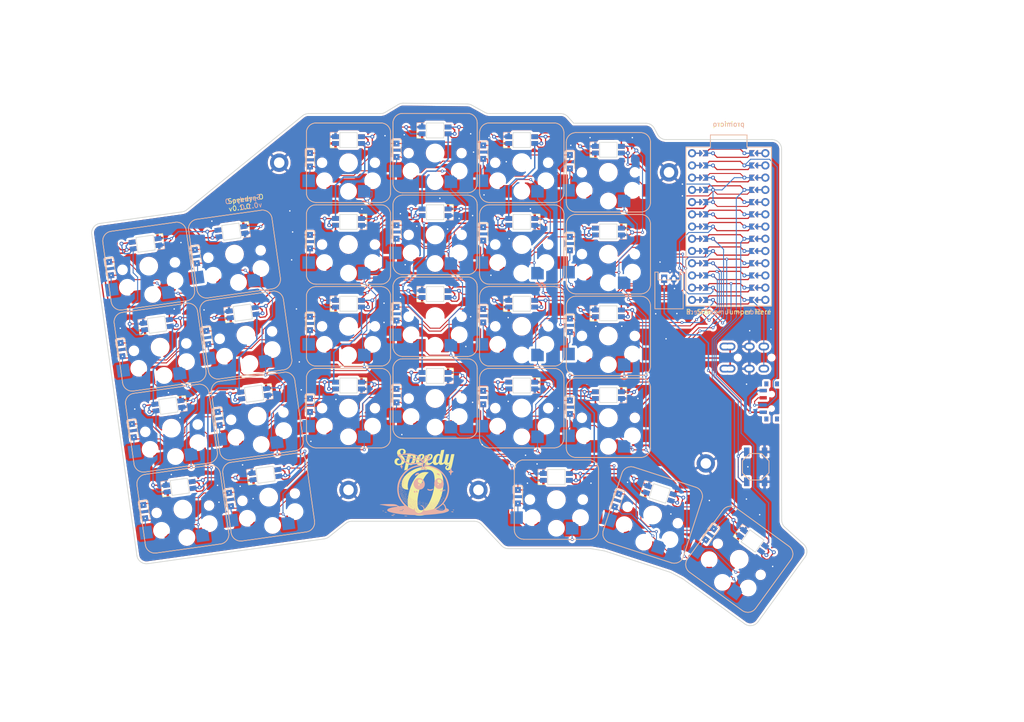
<source format=kicad_pcb>
(kicad_pcb (version 20240108) (generator "pcbnew") (generator_version "8.0")
  (title_block (title "speedy-o") (date "2024-12-28") (rev "v1.0.0") (company "Unknown"))
  (layers (0 "F.Cu" signal) (31 "B.Cu" signal) (34 "B.Paste" user) (35 "F.Paste" user) (36 "B.SilkS" user "B.Silkscreen") (37 "F.SilkS" user "F.Silkscreen") (38 "B.Mask" user) (39 "F.Mask" user) (44 "Edge.Cuts" user))
  (net 0 "")
  (net 1 "VCC")
  (net 2 "rgb_main_outer_bottom")
  (net 3 "GND")
  (net 4 "rgb_main_outer_home")
  (net 5 "rgb_main_pinky_home")
  (net 6 "rgb_main_outer_top")
  (net 7 "rgb_main_outer_num")
  (net 8 "rgb_main_pinky_num")
  (net 9 "rgb_main_pinky_bottom")
  (net 10 "rgb_main_ring_bottom")
  (net 11 "rgb_main_pinky_top")
  (net 12 "rgb_main_ring_top")
  (net 13 "rgb_main_middle_bottom")
  (net 14 "rgb_main_ring_home")
  (net 15 "rgb_main_middle_top")
  (net 16 "rgb_main_ring_num")
  (net 17 "rgb_main_index_bottom")
  (net 18 "rgb_main_middle_home")
  (net 19 "rgb_main_index_top")
  (net 20 "rgb_main_middle_num")
  (net 21 "rgb_main_inner_bottom")
  (net 22 "rgb_main_index_home")
  (net 23 "rgb_main_inner_top")
  (net 24 "rgb_main_index_num")
  (net 25 "rgb_main_inner_home")
  (net 26 "rgb_main_inner_num")
  (net 27 "rgb_thumb_outer_home")
  (net 28 "rgb_thumb_home_home")
  (net 29 "P19")
  (net 30 "main_index_bottom")
  (net 31 "P6")
  (net 32 "main_index_home")
  (net 33 "P7")
  (net 34 "main_index_top")
  (net 35 "P8")
  (net 36 "main_index_num")
  (net 37 "P9")
  (net 38 "main_inner_bottom")
  (net 39 "main_inner_home")
  (net 40 "main_inner_top")
  (net 41 "main_inner_num")
  (net 42 "main_outer_bottom")
  (net 43 "P16")
  (net 44 "main_outer_home")
  (net 45 "main_outer_top")
  (net 46 "main_outer_num")
  (net 47 "main_pinky_bottom")
  (net 48 "main_pinky_home")
  (net 49 "main_pinky_top")
  (net 50 "main_pinky_num")
  (net 51 "main_ring_bottom")
  (net 52 "main_ring_home")
  (net 53 "main_ring_top")
  (net 54 "main_ring_num")
  (net 55 "main_middle_bottom")
  (net 56 "main_middle_home")
  (net 57 "main_middle_top")
  (net 58 "main_middle_num")
  (net 59 "thumb_outer_home")
  (net 60 "thumb_home_home")
  (net 61 "thumb_inner_home")
  (net 62 "P3")
  (net 63 "P4")
  (net 64 "P5")
  (net 65 "P18")
  (net 66 "P15")
  (net 67 "P14")
  (net 68 "P1")
  (net 69 "P0")
  (net 70 "P2")
  (net 71 "P21")
  (net 72 "P20")
  (net 73 "P10")
  (net 74 "RAW")
  (net 75 "B+")
  (net 76 "B-")
  (net 77 "RST")
  (net 78 "_1_0")
  (net 79 "_1_25")
  (net 80 "_1_1")
  (net 81 "_1_24")
  (net 82 "_1_2")
  (net 83 "_1_23")
  (net 84 "_1_3")
  (net 85 "_1_22")
  (net 86 "_1_4")
  (net 87 "_1_21")
  (net 88 "_1_5")
  (net 89 "_1_20")
  (net 90 "_1_6")
  (net 91 "_1_19")
  (net 92 "_1_7")
  (net 93 "_1_18")
  (net 94 "_1_8")
  (net 95 "_1_17")
  (net 96 "_1_9")
  (net 97 "_1_16")
  (net 98 "_1_10")
  (net 99 "_1_15")
  (net 100 "_1_11")
  (net 101 "_1_14")
  (net 102 "_1_12")
  (net 103 "_1_13")
  (net 104 "pos")
  (footprint "E73:SW_TACT_ALPS_SKQGABE010" (layer "F.Cu") (at 219.0131 141.2063 -90)
    (property "Reference" "B1" (hide yes))
    (property "Value" "" (hide yes))
  )
  (footprint "Diode_SMD:Nexperia_CFP3_SOD-123W" (layer "F.Cu") (at 126.4131 77.4063 -90)
    (property "Reference" "D20" (hide yes))
    (property "Value" "Nexperia_CFP3_SOD-123W" (hide yes))
  )
  (footprint "Diode_SMD:Nexperia_CFP3_SOD-123W" (layer "F.Cu") (at 162.4131 92.8063 -90)
    (property "Reference" "D3" (hide yes))
    (property "Value" "Nexperia_CFP3_SOD-123W" (hide yes))
  )
  (footprint "Diode_SMD:Nexperia_CFP3_SOD-123W" (layer "F.Cu") (at 109.8192 148.0141 -82)
    (property "Reference" "D13" (hide yes))
    (property "Value" "Nexperia_CFP3_SOD-123W" (hide yes))
  )
  (footprint "PG1350" (layer "F.Cu") (at 152.4131 93.0063 180)
    (property "Reference" "S15" (hide yes))
    (property "Value" "" (hide yes))
  )
  (footprint "Diode_SMD:Nexperia_CFP3_SOD-123W" (layer "F.Cu") (at 162.4131 75.8063 -90)
    (property "Reference" "D4" (hide yes))
    (property "Value" "Nexperia_CFP3_SOD-123W" (hide yes))
  )
  (footprint "Diode_SMD:Nexperia_CFP3_SOD-123W" (layer "F.Cu") (at 162.4131 126.8063 -90)
    (property "Reference" "D1" (hide yes))
    (property "Value" "Nexperia_CFP3_SOD-123W" (hide yes))
  )
  (footprint "TRRS-PJ-320A-dual" (layer "F.Cu") (at 223.9131 120.8063 -90)
    (property "Reference" "TRRS" (hide yes))
    (property "Value" "TRRS-PJ-320A-dual" (hide yes))
  )
  (footprint "PG1350" (layer "F.Cu") (at 152.4131 127.0063 180)
    (property "Reference" "S13" (hide yes))
    (property "Value" "" (hide yes))
  )
  (footprint "ceoloide:mounting_hole_plated" (layer "F.Cu") (at 120.0131 78.0063)
    (property "Reference" "H1" (hide yes))
    (property "Value" "")
  )
  (footprint "Diode_SMD:Nexperia_CFP3_SOD-123W" (layer "F.Cu") (at 144.4131 109.4063 -90)
    (property "Reference" "D22" (hide yes))
    (property "Value" "Nexperia_CFP3_SOD-123W" (hide yes))
  )
  (footprint "Diode_SMD:Nexperia_CFP3_SOD-123W" (layer "F.Cu") (at 126.4131 94.4063 -90)
    (property "Reference" "D19" (hide yes))
    (property "Value" "Nexperia_CFP3_SOD-123W" (hide yes))
  )
  (footprint "PG1350" (layer "F.Cu") (at 215.6131 160.4063 144)
    (property "Reference" "S27" (hide yes))
    (property "Value" "" (hide yes))
  )
  (footprint "PG1350" (layer "F.Cu") (at 134.4131 78.0063 180)
    (property "Reference" "S12" (hide yes))
    (property "Value" "" (hide yes))
  )
  (footprint "Diode_SMD:Nexperia_CFP3_SOD-123W" (layer "F.Cu") (at 84.8965 100.0156 -82)
    (property "Reference" "D12" (hide yes))
    (property "Value" "Nexperia_CFP3_SOD-123W" (hide yes))
  )
  (footprint "ceoloide:mounting_hole_plated" (layer "F.Cu") (at 201.0131 80.0063)
    (property "Reference" "H5" (hide yes))
    (property "Value" "")
  )
  (footprint "PG1350" (layer "F.Cu") (at 188.4131 114.0063 180)
    (property "Reference" "S22" (hide yes))
    (property "Value" "" (hide yes))
  )
  (footprint "Diode_SMD:Nexperia_CFP3_SOD-123W" (layer "F.Cu") (at 144.4131 92.4063 -90)
    (property "Reference" "D23" (hide yes))
    (property "Value" "Nexperia_CFP3_SOD-123W" (hide yes))
  )
  (footprint "PG1350" (layer "F.Cu") (at 134.4131 95.0063 180)
    (property "Reference" "S11" (hide yes))
    (property "Value" "" (hide yes))
  )
  (footprint "Diode_SMD:Nexperia_CFP3_SOD-123W" (layer "F.Cu") (at 126.4131 111.4063 -90)
    (property "Reference" "D18" (hide yes))
    (property "Value" "Nexperia_CFP3_SOD-123W" (hide yes))
  )
  (footprint "Diode_SMD:Nexperia_CFP3_SOD-123W" (layer "F.Cu") (at 190.1901 148.1635 -108)
    (property "Reference" "D26" (hide yes))
    (property "Value" "Nexperia_CFP3_SOD-123W" (hide yes))
  )
  (footprint "JST_PH_S2B-PH-K_02x2.00mm_Angled" (layer "F.Cu") (at 201.0131 102.1063)
    (property "Reference" "JST2" (hide yes))
    (property "Value" "" (hide yes))
  )
  (footprint "PG1350" (layer "F.Cu") (at 170.4131 95.0063 180)
    (property "Reference" "S19" (hide yes))
    (property "Value" "" (hide yes))
  )
  (footprint "Diode_SMD:Nexperia_CFP3_SOD-123W" (layer "F.Cu") (at 180.4131 111.8063 -90)
    (property "Reference" "D6" (hide yes))
    (property "Value" "Nexperia_CFP3_SOD-123W" (hide yes))
  )
  (footprint "images:speedy-o" (layer "F.Cu") (at 149.734026 144.530476)
    (property "Reference" "G***" (hide yes))
    (property "Value" "LOGO" (hide yes))
  )
  (footprint "Diode_SMD:Nexperia_CFP3_SOD-123W" (layer "F.Cu") (at 180.4131 128.8063 -90)
    (property "Reference" "D5" (hide yes))
    (property "Value" "Nexperia_CFP3_SOD-123W" (hide yes))
  )
  (footprint "Diode_SMD:Nexperia_CFP3_SOD-123W" (layer "F.Cu") (at 107.4532 131.1796 -82)
    (property "Reference" "D14" (hide yes))
    (property "Value" "Nexperia_CFP3_SOD-123W" (hide yes))
  )
  (footprint "PG1350" (layer "F.Cu") (at 177.6131 148.0063 180)
    (property "Reference" "S25" (hide yes))
    (property "Value" "" (hide yes))
  )
  (footprint "PG1350" (layer "F.Cu") (at 152.4131 76.0063 180)
    (property "Reference" "S16" (hide yes))
    (property "Value" "" (hide yes))
  )
  (footprint "images:a less detailed black and white cartoon orange floating in a white void" (layer "F.Cu") (at 207.114705 129.912486)
    (property "Reference" "G***" (hide yes))
    (property "Value" "LOGO" (hide yes))
  )
  (footprint "Diode_SMD:Nexperia_CFP3_SOD-123W" (layer "F.Cu") (at 144.4131 126.4063 -90)
    (property "Reference" "D21" (hide yes))
    (property "Value" "Nexperia_CFP3_SOD-123W" (hide yes))
  )
  (footprint "PG1350" (layer "F.Cu") (at 188.4131 97.0063 180)
    (property "Reference" "S23" (hide yes))
    (property "Value" "" (hide yes))
  )
  (footprint "Diode_SMD:Nexperia_CFP3_SOD-123W" (layer "F.Cu") (at 102.7213 97.5104 -82)
    (property "Reference" "D16" (hide yes))
    (property "Value" "Nexperia_CFP3_SOD-123W" (hide yes))
  )
  (footprint "Diode_SMD:Nexperia_CFP3_SOD-123W" (layer "F.Cu") (at 169.6131 147.4063 -90)
    (property "Reference" "D25" (hide yes))
    (property "Value" "Nexperia_CFP3_SOD-123W" (hide yes))
  )
  (footprint "Diode_SMD:Nexperia_CFP3_SOD-123W" (layer "F.Cu") (at 180.4131 94.8063 -90)
    (property "Reference" "D7" (hide yes))
    (property "Value" "Nexperia_CFP3_SOD-123W" (hide yes))
  )
  (footprint "PG1350" (layer "F.Cu") (at 92.9022 99.4963 -172)
    (property "Reference" "S4" (hide yes))
    (property "Value" "" (hide yes))
  )
  (footprint "PG1350" (layer "F.Cu") (at 188.4131 80.0063 180)
    (property "Reference" "S24" (hide yes))
    (property "Value" "" (hide yes))
  )
  (footprint "Diode_SMD:Nexperia_CFP3_SOD-123W" (layer "F.Cu") (at 180.4131 77.8063 -90)
    (property "Reference" "D8" (hide yes))
    (property "Value" "Nexperia_CFP3_SOD-123W" (hide yes))
  )
  (footprint "PG1350" (layer "F.Cu") (at 170.4131 78.0063 180)
    (property "Reference" "S20" (hide yes))
    (property "Value" "" (hide yes))
  )
  (footprint "ceoloide:mounting_hole_plated" (layer "F.Cu") (at 161.4131 146.0063)
    (property "Reference" "H3" (hide yes))
    (property "Value" "")
  )
  (footprint "PG1350" (layer "F.Cu") (at 188.4131 131.0063 180)
    (property "Reference" "S21" (hide yes))
    (property "Value" "" (hide yes))
  )
  (footprint "JST_PH_S2B-PH-K_02x2.00mm_Angled" (layer "F.Cu") (at 201.0131 102.1063)
    (property "Reference" "JST1" (hide yes))
    (property "Value" "" (hide yes))
  )
  (footprint "Diode_SMD:Nexperia_CFP3_SOD-123W" (layer "F.Cu") (at 91.9944 150.5192 -82)
    (property "Reference" "D9" (hide yes))
    (property "Value" "Nexperia_CFP3_SOD-123W" (hide yes))
  )
  (footprint "PG1350" (layer "F.Cu") (at 134.4131 112.0063 180)
    (property "Reference" "S10" (hide yes))
    (property "Value" "" (hide yes))
  )
  (footprint "ceoloide:mounting_hole_plated" (layer "F.Cu") (at 134.4131 146.0063)
    (property "Reference" "H2" (hide yes))
    (property "Value" "")
  )
  (footprint "PG1350" (layer "F.Cu") (at 110.727 96.9912 -172)
    (property "Reference" "S8" (hide yes))
    (property "Value" "" (hide yes))
  )
  (footprint "E73:SW_TACT_ALPS_SKQGABE010" (layer "F.Cu") (at 219.0131 141.2063 -90)
    (property "Reference" "B2" (hide yes))
    (property "Value" "" (hide yes))
  )
  (footprint "PG1350" (layer "F.Cu") (at 170.4131 112.0063 180)
    (property "Reference" "S18" (hide yes))
    (property "Value" "" (hide yes))
  )
  (footprint "Diode_SMD:Nexperia_CFP3_SOD-123W" (layer "F.Cu") (at 105.0873 114.345 -82)
    (property "Reference" "D15" (hide yes))
    (property "Value" "Nexperia_CFP3_SOD-123W" (hide yes))
  )
  (footprint "Diode_SMD:Nexperia_CFP3_SOD-123W" (layer "F.Cu") (at 144.4131 75.4063 -90)
    (property "Reference" "D24" (hide yes))
    (property "Value" "Nexperia_CFP3_SOD-123W" (hide yes))
  )
  (footprint "ceoloide:mounting_hole_plated" (layer "F.Cu") (at 208.6634 140.4969 -18)
    (property "Reference" "H4" (hide yes))
    (property "Value" "")
  )
  (footprint "ProMicro" (layer "F.Cu") (at 213.4131 90.0063)
    (property "Reference" "pm" (hide yes))
    (property "Value" "")
  )
  (footprint "PG1350" (layer "F.Cu") (at 197.6131 151.2063 162)
    (property "Reference" "S26" (hide yes))
    (property "Value" "" (hide yes))
  )
  (footprint "Diode_SMD:Nexperia_CFP3_SOD-123W" (layer "F.Cu") (at 126.4131 128.4063 -90)
    (property "Reference" "D17" (hide yes))
    (property "Value" "Nexperia_CFP3_SOD-123W" (hide yes))
  )
  (footprint "PG1350" (layer "F.Cu") (at 152.4131 110.0063 180)
    (property "Reference" "S14" (hide yes))
    (property "Value" "" (hide yes))
  )
  (footprint "PG1350" (layer "F.Cu") (at 97.6341 133.1654 -172)
    (property "Reference" "S2" (hide yes))
    (property "Value" "" (hide yes))
  )
  (footprint "PG1350" (layer "F.Cu") (at 134.4131 129.0063 180)
    (property "Reference" "S9" (hide yes))
    (property "Value" "" (hide yes))
  )
  (footprint "Diode_SMD:Nexperia_CFP3_SOD-123W" (layer "F.Cu") (at 89.6284 133.6847 -82)
    (property "Reference" "D10" (hide yes))
    (property "Value" "Nexperia_CFP3_SOD-123W" (hide yes))
  )
  (footprint "Diode_SMD:Nexperia_CFP3_SOD-123W" (layer "F.Cu") (at 87.2625 116.8501 -82)
    (property "Reference" "D11" (hide yes))
    (property "Value" "Nexperia_CFP3_SOD-123W" (hide yes))
  )
  (footprint "PG1350" (layer "F.Cu") (at 113.0929 113.8258 -172)
    (property "Reference" "S7" (hide yes))
    (property "Value" "" (hide yes))
  )
  (footprint "PG1350" (layer "F.Cu") (at 100 150 -172)
    (property "Reference" "S1" (hide yes))
    (property "Value" "" (hide yes))
  )
  (footprint "Diode_SMD:Nexperia_CFP3_SOD-123W" (layer "F.Cu") (at 209.4937 155.2186 -126)
    (property "Reference" "D27" (hide yes))
    (property "Value" "Nexperia_CFP3_SOD-123W" (hide yes))
  )
  (footprint "Diode_SMD:Nexperia_CFP3_SOD-123W" (layer "F.Cu") (at 162.4131 109.8063 -90)
    (property "Reference" "D2" (hide yes))
    (property "Value" "Nexperia_CFP3_SOD-123W" (hide yes))
  )
  (footprint "PG1350" (layer "F.Cu") (at 115.4589 130.6603 -172)
    (property "Reference" "S6" (hide yes))
    (property "Value" "" (hide yes))
  )
  (footprint "Button_Switch_SMD:SW_SPDT_PCM12" (layer "F.Cu") (at 222.0131 127.6063 90)
    (property "Reference" "T1" (hide yes))
    (property "Value" "" (hide yes))
  )
  (footprint "PG1350" (layer "F.Cu") (at 117.8248 147.4949 -172)
    (property "Reference" "S5" (hide yes))
    (property "Value" "" (hide yes))
  )
  (footprint "PG1350" (layer "F.Cu") (at 95.2681 116.3309 -172)
    (property "Reference" "S3" (hide yes))
    (property "Value" "" (hide yes))
  )
  (footprint "PG1350" (layer "F.Cu") (at 170.4131 129.0063 180)
    (property "Reference" "S17" (hide yes))
    (property "Value" "" (hide yes))
  )
  (footprint "ceoloide:led_SK6812mini-e (per-key, reversible)" (layer "B.Cu") (at 188.4131 75.3063)
    (property "Reference" "LED24" (hide yes))
    (property "Value" "")
    (fp_rect (start -1.8 -1.55) (end 1.8 1.55) (stroke (width 0.12)) (fill none) (layer "Edge.Cuts"))
  )
  (footprint "ceoloide:led_SK6812mini-e (per-key, reversible)" (layer "B.Cu") (at 152.4131 105.3063)
    (property "Reference" "LED14" (hide yes))
    (property "Value" "")
    (fp_rect (start -1.8 -1.55) (end 1.8 1.55) (stroke (width 0.12)) (fill none) (layer "Edge.Cuts"))
  )
  (footprint "ceoloide:led_SK6812mini-e (per-key, reversible)" (layer "B.Cu") (at 110.0729 92.337 -172)
    (property "Reference" "LED8" (hide yes))
    (property "Value" "")
    (fp_poly (pts (xy -1.8 -1.55) (xy 1.8 -1.55) (xy 1.8 1.55) (xy -1.8 1.55)) (stroke (width 0.12)) (fill none) (layer "Edge.Cuts"))
  )
  (footprint "ceoloide:led_SK6812mini-e (per-key, reversible)" (layer "B.Cu") (at 188.4131 92.3063 180)
    (property "Reference" "LED23" (hide yes))
    (property "Value" "")
    (fp_rect (start -1.8 -1.55) (end 1.8 1.55) (stroke (width 0.12)) (fill none) (layer "Edge.Cuts"))
  )
  (footprint "ceoloide:led_SK6812mini-e (per-key, reversible)" (layer "B.Cu") (at 114.8048 126.0061 -172)
    (property "Reference" "LED6" (hide yes))
    (property "Value" "")
    (fp_poly (pts (xy -1.8 -1.55) (xy 1.8 -1.55) (xy 1.8 1.55) (xy -1.8 1.55)) (stroke (width 0.12)) (fill none) (layer "Edge.Cuts"))
  )
  (footprint "images:a less detailed black and white cartoon orange floating in a white void_18x18" (layer "B.Cu") (at 148.65 144.95 180)
    (property "Reference" "G***" (hide yes))
    (property "Value" "LOGO" (hide yes))
  )
  (footprint "ceoloide:led_SK6812mini-e (per-key, reversible)" (layer "B.Cu") (at 134.4131 107.3063)
    (property "Reference" "LED10" (hide yes))
    (property "Value" "")
    (fp_rect (start -1.8 -1.55) (end 1.8 1.55) (stroke (width 0.12)) (fill none) (layer "Edge.Cuts"))
  )
  (footprint "ceoloide:led_SK6812mini-e (per-key, reversible)" (layer "B.Cu") (at 152.4131 88.3063 180)
    (property "Reference" "LED15" (hide yes))
    (property "Value" "")
    (fp_rect (start -1.8 -1.55) (end 1.8 1.55) (stroke (width 0.12)) (fill none) (layer "Edge.Cuts"))
  )
  (footprint "ceoloide:led_SK6812mini-e (per-key, reversible)" (layer "B.Cu") (at 152.4131 122.3063 180)
    (property "Reference" "LED13" (hide yes))
    (property "Value" "")
    (fp_rect (start -1.8 -1.55) (end 1.8 1.55) (stroke (width 0.12)) (fill none) (layer "Edge.Cuts"))
  )
  (footprint "ceoloide:led_SK6812mini-e (per-key, reversible)" (layer "B.Cu") (at 199.0655 146.7363 -18)
    (property "Reference" "LED26" (hide yes))
    (property "Value" "")
    (fp_poly (pts (xy -1.8 -1.55) (xy 1.8 -1.55) (xy 1.8 1.55) (xy -1.8 1.55)) (stroke (width 0.12)) (fill none) (layer "Edge.Cuts"))
  )
  (footprint "ceoloide:led_SK6812mini-e (per-key, reversible)" (layer "B.Cu") (at 218.3757 156.6039 -36)
    (property "Reference" "LED27" (hide yes))
    (property "Value" "")
    (fp_poly (pts (xy -1.8 -1.55) (xy 1.8 -1.55) (xy 1.8 1.55) (xy -1.8 1.55)) (stroke (width 0.12)) (fill none) (layer "Edge.Cuts"))
  )
  (footprint "ceoloide:led_SK6812mini-e (per-key, reversible)" (layer "B.Cu") (at 188.4131 126.3063 180)
    (property "Reference" "LED21" (hide yes))
    (property "Value" "")
    (fp_rect (start -1.8 -1.55) (end 1.8 1.55) (stroke (width 0.12)) (fill none) (layer "Edge.Cuts"))
  )
  (footprint "ceoloide:led_SK6812mini-e (per-key, reversible)" (layer "B.Cu") (at 117.1707 142.8406 8)
    (property "Reference" "LED5" (hide yes))
    (property "Value" "")
    (fp_poly (pts (xy -1.8 -1.55) (xy 1.8 -1.55) (xy 1.8 1.55) (xy -1.8 1.55)) (stroke (width 0.12)) (fill none) (layer "Edge.Cuts"))
  )
  (footprint "ceoloide:led_SK6812mini-e (per-key, reversible)" (layer "B.Cu") (at 170.4131 124.3063 180)
    (property "Reference" "LED17" (hide yes))
    (property "Value" "")
    (fp_rect (start -1.8 -1.55) (end 1.8 1.55) (stroke (width 0.12)) (fill none) (layer "Edge.Cuts"))
  )
  (footprint "ceoloide:led_SK6812mini-e (per-key, reversible)" (layer "B.Cu") (at 134.4131 124.3063 180)
    (property "Reference" "LED9" (hide yes))
    (property "Value" "")
    (fp_rect (start -1.8 -1.55) (end 1.8 1.55) (stroke (width 0.12)) (fill none) (layer "Edge.Cuts"))
  )
  (footprint "ceoloide:led_SK6812mini-e (per-key, reversible)" (layer "B.Cu") (at 170.4131 90.3063 180)
    (property "Reference" "LED19" (hide yes))
    (property "Value" "")
    (fp_rect (start -1.8 -1.55) (end 1.8 1.55) (stroke (width 0.12)) (fill none) (layer "Edge.Cuts"))
  )
  (footprint "ceoloide:led_SK6812mini-e (per-key, reversible)" (layer "B.Cu") (at 170.4131 107.3063)
    (property "Reference" "LED18" (hide yes))
    (property "Value" "")
    (fp_rect (start -1.8 -1.55) (end 1.8 1.55) (stroke (width 0.12)) (fill none) (layer "Edge.Cuts"))
  )
  (footprint "ceoloide:led_SK6812mini-e (per-key, reversible)" (layer "B.Cu") (at 177.6131 143.3063)
    (property "Reference" "LED25" (hide yes))
    (property "Value" "")
    (fp_rect (start -1.8 -1.55) (end 1.8 1.55) (stroke (width 0.12)) (fill none) (layer "Edge.Cuts"))
  )
  (footprint "ceoloide:led_SK6812mini-e (per-key, reversible)" (layer "B.Cu") (at 134.4131 73.3063)
    (property "Reference" "LED12" (hide yes))
    (property "Value" "")
    (fp_rect (start -1.8 -1.55) (end 1.8 1.55) (stroke (width 0.12)) (fill none) (layer "Edge.Cuts"))
  )
  (footprint "ceoloide:led_SK6812mini-e (per-key, reversible)" (layer "B.Cu") (at 152.4131 71.3063)
    (property "Reference" "LED16" (hide yes))
    (property "Value" "")
    (fp_rect (start -1.8 -1.55) (end 1.8 1.55) (stroke (width 0.12)) (fill none) (layer "Edge.Cuts"))
  )
  (footprint "ceoloide:led_SK6812mini-e (per-key, reversible)" (layer "B.Cu") (at 134.4131 90.3063 180)
    (property "Reference" "LED11" (hide yes))
    (property "Value" "")
    (fp_rect (start -1.8 -1.55) (end 1.8 1.55) (stroke (width 0.12)) (fill none) (layer "Edge.Cuts"))
  )
  (footprint "ceoloide:led_SK6812mini-e (per-key, reversible)" (layer "B.Cu") (at 112.4388 109.1715 8)
    (property "Reference" "LED7" (hide yes))
    (property "Value" "")
    (fp_poly (pts (xy -1.8 -1.55) (xy 1.8 -1.55) (xy 1.8 1.55) (xy -1.8 1.55)) (stroke (width 0.12)) (fill none) (layer "Edge.Cuts"))
  )
  (footprint "ceoloide:led_SK6812mini-e (per-key, reversible)" (layer "B.Cu") (at 94.614 111.6766 8)
    (property "Reference" "LED3" (hide yes))
    (property "Value" "")
    (fp_poly (pts (xy -1.8 -1.55) (xy 1.8 -1.55) (xy 1.8 1.55) (xy -1.8 1.55)) (stroke (width 0.12)) (fill none) (layer "Edge.Cuts"))
  )
  (footprint "ceoloide:led_SK6812mini-e (per-key, reversible)" (layer "B.Cu") (at 188.4131 109.3063)
    (property "Reference" "LED22" (hide yes))
    (property "Value" "")
    (fp_rect (start -1.8 -1.55) (end 1.8 1.55) (stroke (width 0.12)) (fill none) (layer "Edge.Cuts"))
  )
  (footprint "ceoloide:led_SK6812mini-e (per-key, reversible)" (layer "B.Cu") (at 99.3459 145.3457 8)
    (property "Reference" "LED1" (hide yes))
    (property "Value" "")
    (fp_poly (pts (xy -1.8 -1.55) (xy 1.8 -1.55) (xy 1.8 1.55) (xy -1.8 1.55)) (stroke (width 0.12)) (fill none) (layer "Edge.Cuts"))
  )
  (footprint "ceoloide:led_SK6812mini-e (per-key, reversible)" (layer "B.Cu") (at 92.2481 94.8421 -172)
    (property "Reference" "LED4" (hide yes))
    (property "Value" "")
    (fp_poly (pts (xy -1.8 -1.55) (xy 1.8 -1.55) (xy 1.8 1.55) (xy -1.8 1.55)) (stroke (width 0.12)) (fill none) (layer "Edge.Cuts"))
  )
  (footprint "ceoloide:led_SK6812mini-e (per-key, reversible)" (layer "B.Cu") (at 96.9799 128.5112 -172)
    (property "Reference" "LED2" (hide yes))
    (property "Value" "")
    (fp_poly (pts (xy -1.8 -1.55) (xy 1.8 -1.55) (xy 1.8 1.55) (xy -1.8 1.55)) (stroke (width 0.12)) (fill none) (layer "Edge.Cuts"))
  )
  (footprint "ceoloide:led_SK6812mini-e (per-key, reversible)" (layer "B.Cu") (at 170.4131 73.3063)
    (property "Reference" "LED20" (hide yes))
    (property "Value" "")
    (fp_rect (start -1.8 -1.55) (end 1.8 1.55) (stroke (width 0.12)) (fill none) (layer "Edge.Cuts"))
  )
  (gr_line (start 101.19232 92.019802) (end 102.931983 104.398153) (stroke (width 0.15)) (layer "B.SilkS"))
  (gr_line (start 161.663149 88.756306) (end 161.663149 101.256306) (stroke (width 0.15)) (layer "B.SilkS"))
  (gr_line (start 98.438303 90.387198) (end 85.069684 92.266035) (stroke (width 0.15)) (layer "B.SilkS"))
  (gr_line (start 125.663149 71.756306) (end 125.663149 84.256306) (stroke (width 0.15)) (layer "B.SilkS"))
  (gr_line (start 145.663149 118.256306) (end 159.163149 118.256306) (stroke (width 0.15)) (layer "B.SilkS"))
  (gr_line (start 143.163149 118.256306) (end 143.163149 105.756306) (stroke (width 0.15)) (layer "B.SilkS"))
  (gr_line (start 125.663149 88.756306) (end 125.663149 101.256306) (stroke (width 0.15)) (layer "B.SilkS"))
  (gr_arc (start 204.003537 159.854308) (mid 203.009409 161.018316) (end 201.48339 161.138387) (stroke (width 0.15)) (layer "B.SilkS"))
  (gr_line (start 219.01839 170.605783) (end 226.365705 160.493071) (stroke (width 0.15)) (layer "B.SilkS"))
  (gr_line (start 212.207908 150.206829) (end 204.860592 160.319541) (stroke (width 0.15)) (layer "B.SilkS"))
  (gr_line (start 179.663149 107.756306) (end 179.663149 120.256306) (stroke (width 0.15)) (layer "B.SilkS"))
  (gr_arc (start 127.359503 152.466295) (mid 126.976218 153.948237) (end 125.657313 154.725177) (stroke (width 0.15)) (layer "B.SilkS"))
  (gr_line (start 177.163149 86.756306) (end 163.663149 86.756306) (stroke (width 0.15)) (layer "B.SilkS"))
  (gr_line (start 118.629071 104.71664) (end 105.260452 106.595477) (stroke (width 0.15)) (layer "B.SilkS"))
  (gr_arc (start 197.163149 137.256306) (mid 196.577357 138.670498) (end 195.163149 139.256306) (stroke (width 0.15)) (layer "B.SilkS"))
  (gr_line (start 163.663149 86.256306) (end 177.163149 86.256306) (stroke (width 0.15)) (layer "B.SilkS"))
  (gr_arc (start 116.263129 87.882083) (mid 117.745116 88.265338) (end 118.522011 89.584273) (stroke (width 0.15)) (layer "B.SilkS"))
  (gr_line (start 123.360957 138.385754) (end 109.992338 140.264591) (stroke (width 0.15)) (layer "B.SilkS"))
  (gr_arc (start 83.367494 94.524918) (mid 83.750773 93.042967) (end 85.069684 92.266035) (stroke (width 0.15)) (layer "B.SilkS"))
  (gr_arc (start 145.663149 135.256306) (mid 144.248902 134.670537) (end 143.663149 133.256306) (stroke (width 0.15)) (layer "B.SilkS"))
  (gr_arc (start 186.363149 154.256306) (mid 185.777357 155.670498) (end 184.363149 156.256306) (stroke (width 0.15)) (layer "B.SilkS"))
  (gr_arc (start 159.163149 101.756306) (mid 160.577329 102.34211) (end 161.163149 103.756306) (stroke (width 0.15)) (layer "B.SilkS"))
  (gr_arc (start 197.163149 86.256306) (mid 196.577357 87.670498) (end 195.163149 88.256306) (stroke (width 0.15)) (layer "B.SilkS"))
  (gr_arc (start 159.163149 84.756306) (mid 160.577329 85.34211) (end 161.163149 86.756306) (stroke (width 0.15)) (layer "B.SilkS"))
  (gr_line (start 163.663149 120.256306) (end 177.163149 120.256306) (stroke (width 0.15)) (layer "B.SilkS"))
  (gr_line (start 181.663149 122.256306) (end 195.163149 122.256306) (stroke (width 0.15)) (layer "B.SilkS"))
  (gr_arc (start 143.663149 120.756306) (mid 144.248936 119.342106) (end 145.663149 118.756306) (stroke (width 0.15)) (layer "B.SilkS"))
  (gr_line (start 105.536131 140.89087) (end 92.167512 142.769707) (stroke (width 0.15)) (layer "B.SilkS"))
  (gr_line (start 197.163149 120.256306) (end 197.163149 107.756306) (stroke (width 0.15)) (layer "B.SilkS"))
  (gr_line (start 141.163149 103.756306) (end 127.663149 103.756306) (stroke (width 0.15)) (layer "B.SilkS"))
  (gr_arc (start 109.534677 154.971411) (mid 109.151433 156.453424) (end 107.832488 157.230293) (stroke (width 0.15)) (layer "B.SilkS"))
  (gr_arc (start 195.163149 88.756306) (mid 196.577329 89.34211) (end 197.163149 90.756306) (stroke (width 0.15)) (layer "B.SilkS"))
  (gr_line (start 181.663149 88.256306) (end 195.163149 88.256306) (stroke (width 0.15)) (layer "B.SilkS"))
  (gr_arc (start 127.663149 86.256306) (mid 126.248902 85.670537) (end 125.663149 84.256306) (stroke (width 0.15)) (layer "B.SilkS"))
  (gr_line (start 225.923242 157.699467) (end 215.001513 149.764366) (stroke (width 0.15)) (layer "B.SilkS"))
  (gr_line (start 127.663149 86.256306) (end 141.163149 86.256306) (stroke (width 0.15)) (layer "B.SilkS"))
  (gr_arc (start 161.663149 122.756306) (mid 162.248936 121.342106) (end 163.663149 120.756306) (stroke (width 0.15)) (layer "B.SilkS"))
  (gr_arc (start 179.163149 84.256306) (mid 178.577357 85.670498) (end 177.163149 86.256306) (stroke (width 0.15)) (layer "B.SilkS"))
  (gr_arc (start 219.01839 170.605783) (mid 217.713233 171.405554) (end 216.224785 171.048247) (stroke (width 0.15)) (layer "B.SilkS"))
  (gr_line (start 92.097926 142.274573) (end 105.466545 140.395736) (stroke (width 0.15)) (layer "B.SilkS"))
  (gr_line (start 88.09938 128.194032) (end 89.839044 140.572383) (stroke (width 0.15)) (layer "B.SilkS"))
  (gr_line (start 161.163149 82.256306) (end 161.163149 69.756306) (stroke (width 0.15)) (layer "B.SilkS"))
  (gr_arc (start 206.582171 145.445955) (mid 207.746147 146.440093) (end 207.86625 147.966102) (stroke (width 0.15)) (layer "B.SilkS"))
  (gr_arc (start 161.163149 82.256306) (mid 160.577357 83.670498) (end 159.163149 84.256306) (stroke (width 0.15)) (layer "B.SilkS"))
  (gr_arc (start 168.863149 141.756306) (mid 169.448936 140.342106) (end 170.863149 139.756306) (stroke (width 0.15)) (layer "B.SilkS"))
  (gr_line (start 107.556808 122.9349) (end 120.925427 121.056063) (stroke (width 0.15)) (layer "B.SilkS"))
  (gr_arc (start 177.163149 103.756306) (mid 178.577329 104.34211) (end 179.163149 105.756306) (stroke (width 0.15)) (layer "B.SilkS"))
  (gr_line (start 181.663149 105.256306) (end 195.163149 105.256306) (stroke (width 0.15)) (layer "B.SilkS"))
  (gr_line (start 197.163149 86.256306) (end 197.163149 73.756306) (stroke (width 0.15)) (layer "B.SilkS"))
  (gr_line (start 159.163149 101.756306) (end 145.663149 101.756306) (stroke (width 0.15)) (layer "B.SilkS"))
  (gr_arc (start 123.360957 138.385754) (mid 124.842934 138.76902) (end 125.619839 140.087944) (stroke (width 0.15)) (layer "B.SilkS"))
  (gr_arc (start 105.924205 125.688916) (mid 106.307486 124.206969) (end 107.626395 123.430034) (stroke (width 0.15)) (layer "B.SilkS"))
  (gr_arc (start 179.163149 118.256306) (mid 178.577357 119.670498) (end 177.163149 120.256306) (stroke (width 0.15)) (layer "B.SilkS"))
  (gr_arc (start 122.627617 118.797181) (mid 122.244339 120.279135) (end 120.925427 121.056063) (stroke (width 0.15)) (layer "B.SilkS"))
  (gr_line (start 145.663149 84.256306) (end 159.163149 84.256306) (stroke (width 0.15)) (layer "B.SilkS"))
  (gr_arc (start 163.663149 103.256306) (mid 162.248902 102.670537) (end 161.663149 101.256306) (stroke (width 0.15)) (layer "B.SilkS"))
  (gr_arc (start 179.663149 90.756306) (mid 180.248936 89.342106) (end 181.663149 88.756306) (stroke (width 0.15)) (layer "B.SilkS"))
  (gr_arc (start 179.163149 101.256306) (mid 178.577357 102.670498) (end 177.163149 103.256306) (stroke (width 0.15)) (layer "B.SilkS"))
  (gr_arc (start 161.163149 116.256306) (mid 160.577357 117.670498) (end 159.163149 118.256306) (stroke (width 0.15)) (layer "B.SilkS"))
  (gr_arc (start 118.629071 104.71664) (mid 120.111043 105.099912) (end 120.887954 106.41883) (stroke (width 0.15)) (layer "B.SilkS"))
  (gr_arc (start 112.288694 156.604014) (mid 110.806693 156.220769) (end 110.029811 154.901824) (stroke (width 0.15)) (layer "B.SilkS"))
  (gr_line (start 177.163149 103.756306) (end 163.663149 103.756306) (stroke (width 0.15)) (layer "B.SilkS"))
  (gr_line (start 143.163149 101.256306) (end 143.163149 88.756306) (stroke (width 0.15)) (layer "B.SilkS"))
  (gr_line (start 94.463869 159.10913) (end 107.832488 157.230293) (stroke (width 0.15)) (layer "B.SilkS"))
  (gr_line (start 186.363149 154.256306) (end 186.363149 141.756306) (stroke (width 0.15)) (layer "B.SilkS"))
  (gr_arc (start 127.663149 120.256306) (mid 126.248902 119.670537) (end 125.663149 118.256306) (stroke (width 0.15)) (layer "B.SilkS"))
  (gr_line (start 179.663149 90.756306) (end 179.663149 103.256306) (stroke (width 0.15)) (layer "B.SilkS"))
  (gr_arc (start 107.556808 122.9349) (mid 106.074865 122.551616) (end 105.297926 121.23271) (stroke (width 0.15)) (layer "B.SilkS"))
  (gr_line (start 109.534678 154.971411) (end 107.795014 142.59306) (stroke (width 0.15)) (layer "B.SilkS"))
  (gr_arc (start 179.663149 107.756306) (mid 180.248936 106.342106) (end 181.663149 105.756306) (stroke (width 0.15)) (layer "B.SilkS"))
  (gr_arc (start 141.163149 103.756306) (mid 142.577329 104.34211) (end 143.163149 105.756306) (stroke (width 0.15)) (layer "B.SilkS"))
  (gr_arc (start 98.438303 90.387198) (mid 99.920239 90.770487) (end 100.697186 92.089388) (stroke (width 0.15)) (layer "B.SilkS"))
  (gr_line (start 161.663149 105.756306) (end 161.663149 118.256306) (stroke (width 0.15)) (layer "B.SilkS"))
  (gr_line (start 125.663149 105.756306) (end 125.663149 118.256306) (stroke (width 0.15)) (layer "B.SilkS"))
  (gr_line (start 159.163149 67.756306) (end 145.663149 67.756306) (stroke (width 0.15)) (layer "B.SilkS"))
  (gr_arc (start 145.663149 118.256306) (mid 144.248902 117.670537) (end 143.663149 116.256306) (stroke (width 0.15)) (layer "B.SilkS"))
  (gr_arc (start 145.663149 101.256306) (mid 144.248902 100.670537) (end 143.663149 99.256306) (stroke (width 0.15)) (layer "B.SilkS"))
  (gr_line (start 177.163149 69.756306) (end 163.663149 69.756306) (stroke (width 0.15)) (layer "B.SilkS"))
  (gr_arc (start 103.558262 108.854359) (mid 103.941521 107.372374) (end 105.260452 106.595477) (stroke (width 0.15)) (layer "B.SilkS"))
  (gr_line (start 122.627617 118.797181) (end 120.887954 106.41883) (stroke (width 0.15)) (layer "B.SilkS"))
  (gr_line (start 163.663149 137.256306) (end 177.163149 137.256306) (stroke (width 0.15)) (layer "B.SilkS"))
  (gr_line (start 143.163149 84.256306) (end 143.163149 71.756306) (stroke (width 0.15)) (layer "B.SilkS"))
  (gr_line (start 100.804246 107.221756) (end 87.435627 109.100592) (stroke (width 0.15)) (layer "B.SilkS"))
  (gr_arc (start 124.99356 135.631738) (mid 124.610303 137.11373) (end 123.29137 137.89062) (stroke (width 0.15)) (layer "B.SilkS"))
  (gr_line (start 191.222761 142.558304) (end 187.360048 154.446511) (stroke (width 0.15)) (layer "B.SilkS"))
  (gr_arc (start 159.163149 118.756306) (mid 160.577329 119.34211) (end 161.163149 120.756306) (stroke (width 0.15)) (layer "B.SilkS"))
  (gr_line (start 179.663149 73.756306) (end 179.663149 86.256306) (stroke (width 0.15)) (layer "B.SilkS"))
  (gr_arc (start 161.163149 133.256306) (mid 160.577357 134.670498) (end 159.163149 135.256306) (stroke (width 0.15)) (layer "B.SilkS"))
  (gr_arc (start 108.290148 142.523473) (mid 108.6734 141.041476) (end 109.992338 140.264591) (stroke (width 0.15)) (layer "B.SilkS"))
  (gr_line (start 177.163149 120.756306) (end 163.663149 120.756306) (stroke (width 0.15)) (layer "B.SilkS"))
  (gr_arc (start 177.163149 120.756306) (mid 178.577329 121.34211) (end 179.163149 122.756306) (stroke (width 0.15)) (layer "B.SilkS"))
  (gr_arc (start 102.436849 104.467739) (mid 102.053591 105.949728) (end 100.734659 106.726622) (stroke (width 0.15)) (layer "B.SilkS"))
  (gr_arc (start 197.163149 103.256306) (mid 196.577357 104.670498) (end 195.163149 105.256306) (stroke (width 0.15)) (layer "B.SilkS"))
  (gr_arc (start 125.663149 88.756306) (mid 126.248936 87.342106) (end 127.663149 86.756306) (stroke (width 0.15)) (layer "B.SilkS"))
  (gr_arc (start 179.163149 135.256306) (mid 178.577357 136.670498) (end 177.163149 137.256306) (stroke (width 0.15)) (layer "B.SilkS"))
  (gr_arc (start 105.536131 140.89087) (mid 107.01812 141.274125) (end 107.795014 142.59306) (stroke (width 0.15)) (layer "B.SilkS"))
  (gr_line (start 161.163149 133.256306) (end 161.163149 120.756306) (stroke (width 0.15)) (layer "B.SilkS"))
  (gr_line (start 163.663149 103.256306) (end 177.163149 103.256306) (stroke (width 0.15)) (layer "B.SilkS"))
  (gr_arc (start 212.207908 150.206829) (mid 213.513066 149.407052) (end 215.001513 149.764366) (stroke (width 0.15)) (layer "B.SilkS"))
  (gr_line (start 85.733437 111.359475) (end 87.473101 123.737826) (stroke (width 0.15)) (layer "B.SilkS"))
  (gr_arc (start 101.19232 92.019802) (mid 101.575603 90.537842) (end 102.89451 89.760919) (stroke (width 0.15)) (layer "B.SilkS"))
  (gr_arc (start 143.663149 86.756306) (mid 144.248936 85.342106) (end 145.663149 84.756306) (stroke (width 0.15)) (layer "B.SilkS"))
  (gr_line (start 143.163149 135.256306) (end 143.163149 122.756306) (stroke (width 0.15)) (layer "B.SilkS"))
  (gr_arc (start 89.731983 125.440016) (mid 88.249989 125.056767) (end 87.473101 123.737826) (stroke (width 0.15)) (layer "B.SilkS"))
  (gr_line (start 112.288694 156.604014) (end 125.657313 154.725177) (stroke (width 0.15)) (layer "B.SilkS"))
  (gr_arc (start 143.163149 118.256306) (mid 142.577357 119.670498) (end 141.163149 120.256306) (stroke (width 0.15)) (layer "B.SilkS"))
  (gr_line (start 83.367494 94.524918) (end 85.107158 106.903268) (stroke (width 0.15)) (layer "B.SilkS"))
  (gr_line (start 170.863149 156.256306) (end 184.363149 156.256306) (stroke (width 0.15)) (layer "B.SilkS"))
  (gr_arc (start 92.097926 142.274573) (mid 90.615953 141.8913) (end 89.839044 140.572383) (stroke (width 0.15)) (layer "B.SilkS"))
  (gr_line (start 105.190866 106.100343) (end 118.559485 104.221506) (stroke (width 0.15)) (layer "B.SilkS"))
  (gr_line (start 179.663149 124.756306) (end 179.663149 137.256306) (stroke (width 0.15)) (layer "B.SilkS"))
  (gr_arc (start 100.804246 107.221756) (mid 102.286229 107.605017) (end 103.063128 108.923946) (stroke (width 0.15)) (layer "B.SilkS"))
  (gr_line (start 159.163149 118.756306) (end 145.663149 118.756306) (stroke (width 0.15)) (layer "B.SilkS"))
  (gr_line (start 120.995014 121.551197) (end 107.626395 123.430034) (stroke (width 0.15)) (layer "B.SilkS"))
  (gr_arc (start 163.663149 137.256306) (mid 162.248902 136.670537) (end 161.663149 135.256306) (stroke (width 0.15)) (layer "B.SilkS"))
  (gr_arc (start 104.802792 121.302296) (mid 104.419506 122.784234) (end 103.100602 123.561179) (stroke (width 0.15)) (layer "B.SilkS"))
  (gr_line (start 195.163149 105.756306) (end 181.663149 105.756306) (stroke (width 0.15)) (layer "B.SilkS"))
  (gr_line (start 145.663149 101.256306) (end 159.163149 101.256306) (stroke (width 0.15)) (layer "B.SilkS"))
  (gr_line (start 197.163149 137.256306) (end 197.163149 124.756306) (stroke (width 0.15)) (layer "B.SilkS"))
  (gr_line (start 103.170189 124.056313) (end 89.80157 125.93515) (stroke (width 0.15)) (layer "B.SilkS"))
  (gr_arc (start 177.163149 69.756306) (mid 178.577329 70.34211) (end 179.163149 71.756306) (stroke (width 0.15)) (layer "B.SilkS"))
  (gr_arc (start 163.663149 86.256306) (mid 162.248902 85.670537) (end 161.663149 84.256306) (stroke (width 0.15)) (layer "B.SilkS"))
  (gr_arc (start 195.163149 71.756306) (mid 196.577329 72.34211) (end 197.163149 73.756306) (stroke (width 0.15)) (layer "B.SilkS"))
  (gr_arc (start 161.663149 88.756306) (mid 162.248936 87.342106) (end 163.663149 86.756306) (stroke (width 0.15)) (layer "B.SilkS"))
  (gr_line (start 159.163149 84.756306) (end 145.663149 84.756306) (stroke (width 0.15)) (layer "B.SilkS"))
  (gr_line (start 90.465322 145.028589) (end 92.204986 157.40694) (stroke (width 0.15)) (layer "B.SilkS"))
  (gr_arc (start 195.163149 122.756306) (mid 196.577329 123.34211) (end 197.163149 124.756306) (stroke (width 0.15)) (layer "B.SilkS"))
  (gr_line (start 141.163149 86.756306) (end 127.663149 86.756306) (stroke (width 0.15)) (layer "B.SilkS"))
  (gr_line (start 108.290148 142.523473) (end 110.029811 154.901824) (stroke (width 0.15)) (layer "B.SilkS"))
  (gr_arc (start 85.733437 111.359475) (mid 86.116688 109.877474) (end 87.435627 109.100592) (stroke (width 0.15)) (layer "B.SilkS"))
  (gr_arc (start 141.163149 120.756306) (mid 142.577329 121.34211) (end 143.163149 122.756306) (stroke (width 0.15)) (layer "B.SilkS"))
  (gr_line (start 124.99356 135.631738) (end 123.253896 123.253387) (stroke (width 0.15)) (layer "B.SilkS"))
  (gr_line (start 197.163149 103.256306) (end 197.163149 90.756306) (stroke (width 0.15)) (layer "B.SilkS"))
  (gr_line (start 181.663149 139.256306) (end 195.163149 139.256306) (stroke (width 0.15)) (layer "B.SilkS"))
  (gr_arc (start 141.163149 69.756306) (mid 142.577329 70.34211) (end 143.163149 71.756306) (stroke (width 0.15)) (layer "B.SilkS"))
  (gr_line (start 120.261675 101.962623) (end 118.522011 89.584273) (stroke (width 0.15)) (layer "B.SilkS"))
  (gr_arc (start 143.663149 69.756306) (mid 144.248936 68.342106) (end 145.663149 67.756306) (stroke (width 0.15)) (layer "B.SilkS"))
  (gr_line (start 179.163149 118.256306) (end 179.163149 105.756306) (stroke (width 0.15)) (layer "B.SilkS"))
  (gr_line (start 161.663149 122.756306) (end 161.663149 135.256306) (stroke (width 0.15)) (layer "B.SilkS"))
  (gr_line (start 195.163149 71.756306) (end 181.663149 71.756306) (stroke (width 0.15)) (layer "B.SilkS"))
  (gr_arc (start 170.863149 156.256306) (mid 169.448902 155.670537) (end 168.863149 154.256306) (stroke (width 0.15)) (layer "B.SilkS"))
  (gr_arc (start 103.170189 124.056313) (mid 104.65213 124.439596) (end 105.429071 125.758503) (stroke (width 0.15)) (layer "B.SilkS"))
  (gr_arc (start 127.663149 103.256306) (mid 126.248902 102.670537) (end 125.663149 101.256306) (stroke (width 0.15)) (layer "B.SilkS"))
  (gr_arc (start 191.222761 142.558304) (mid 192.216888 141.394288) (end 193.742908 141.274225) (stroke (width 0.15)) (layer "B.SilkS"))
  (gr_arc (start 125.663149 105.756306) (mid 126.248936 104.342106) (end 127.663149 103.756306) (stroke (width 0.15)) (layer "B.SilkS"))
  (gr_line (start 143.663149 103.756306) (end 143.663149 116.256306) (stroke (width 0.15)) (layer "B.SilkS"))
  (gr_line (start 109.922751 139.769457) (end 123.29137 137.89062) (stroke (width 0.15)) (layer "B.SilkS"))
  (gr_line (start 206.582171 145.445955) (end 193.742908 141.274225) (stroke (width 0.15)) (layer "B.SilkS"))
  (gr_line (start 141.163149 69.756306) (end 127.663149 69.756306) (stroke (width 0.15)) (layer "B.SilkS"))
  (gr_line (start 105.924205 125.688916) (end 107.663869 138.067267) (stroke (width 0.15)) (layer "B.SilkS"))
  (gr_arc (start 94.463869 159.10913) (mid 92.98188 158.725875) (end 92.204986 157.40694) (stroke (width 0.15)) (layer "B.SilkS"))
  (gr_line (start 168.863149 141.756306) (end 168.863149 154.256306) (stroke (width 0.15)) (layer "B.SilkS"))
  (gr_arc (start 143.163149 135.256306) (mid 142.577357 136.670498) (end 141.163149 137.256306) (stroke (width 0.15)) (layer "B.SilkS"))
  (gr_arc (start 181.663149 122.256306) (mid 180.248902 121.670537) (end 179.663149 120.256306) (stroke (width 0.15)) (layer "B.SilkS"))
  (gr_line (start 179.163149 135.256306) (end 179.163149 122.756306) (stroke (width 0.15)) (layer "B.SilkS"))
  (gr_line (start 103.558262 108.854359) (end 105.297926 121.23271) (stroke (width 0.15)) (layer "B.SilkS"))
  (gr_line (start 184.363149 139.756306) (end 170.863149 139.756306) (stroke (width 0.15)) (layer "B.SilkS"))
  (gr_line (start 127.663149 120.256306) (end 141.163149 120.256306) (stroke (width 0.15)) (layer "B.SilkS"))
  (gr_line (start 188.644127 156.966658) (end 201.48339 161.138387) (stroke (width 0.15)) (layer "B.SilkS"))
  (gr_arc (start 125.663149 122.756306) (mid 126.248936 121.342106) (end 127.663149 120.756306) (stroke (width 0.15)) (layer "B.SilkS"))
  (gr_arc (start 225.923242 157.699467) (mid 226.723059 159.004631) (end 226.365705 160.493071) (stroke (width 0.15)) (layer "B.SilkS"))
  (gr_arc (start 120.261675 101.962623) (mid 119.878426 103.444629) (end 118.559485 104.221506) (stroke (width 0.15)) (layer "B.SilkS"))
  (gr_line (start 195.163149 122.756306) (end 181.663149 122.756306) (stroke (width 0.15)) (layer "B.SilkS"))
  (gr_arc (start 107.168735 138.136854) (mid 106.78547 139.61883) (end 105.466545 140.395736) (stroke (width 0.15)) (layer "B.SilkS"))
  (gr_line (start 127.663149 137.256306) (end 141.163149 137.256306) (stroke (width 0.15)) (layer "B.SilkS"))
  (gr_arc (start 120.995014 121.551197) (mid 122.477007 121.934446) (end 123.253896 123.253387) (stroke (width 0.15)) (layer "B.SilkS"))
  (gr_arc (start 163.663149 120.256306) (mid 162.248902 119.670537) (end 161.663149 118.256306) (stroke (width 0.15)) (layer "B.SilkS"))
  (gr_arc (start 188.644127 156.966658) (mid 187.480145 155.97252) (end 187.360048 154.446511) (stroke (width 0.15)) (layer "B.SilkS"))
  (gr_arc (start 161.663149 105.756306) (mid 162.248936 104.342106) (end 163.663149 103.756306) (stroke (width 0.15)) (layer "B.SilkS"))
  (gr_line (start 161.663149 71.756306) (end 161.663149 84.256306) (stroke (width 0.15)) (layer "B.SilkS"))
  (gr_line (start 204.003537 159.854308) (end 207.86625 147.966102) (stroke (width 0.15)) (layer "B.SilkS"))
  (gr_arc (start 197.163149 120.256306) (mid 196.577357 121.670498) (end 195.163149 122.256306) (stroke (width 0.15)) (layer "B.SilkS"))
  (gr_arc (start 145.663149 84.256306) (mid 144.248902 83.670537) (end 143.663149 82.256306) (stroke (width 0.15)) (layer "B.SilkS"))
  (gr_arc (start 161.663149 71.756306) (mid 162.248936 70.342106) (end 163.663149 69.756306) (stroke (width 0.15)) (layer "B.SilkS"))
  (gr_line (start 89.731983 125.440016) (end 103.100602 123.561179) (stroke (width 0.15)) (layer "B.SilkS"))
  (gr_line (start 179.163149 84.256306) (end 179.163149 71.756306) (stroke (width 0.15)) (layer "B.SilkS"))
  (gr_line (start 143.663149 86.756306) (end 143.663149 99.256306) (stroke (width 0.15)) (layer "B.SilkS"))
  (gr_line (start 143.663149 69.756306) (end 143.663149 82.256306) (stroke (width 0.15)) (layer "B.SilkS"))
  (gr_arc (start 159.163149 67.756306) (mid 160.577329 68.34211) (end 161.163149 69.756306) (stroke (width 0.15)) (layer "B.SilkS"))
  (gr_line (start 161.163149 116.256306) (end 161.163149 103.756306) (stroke (width 0.15)) (layer "B.SilkS"))
  (gr_arc (start 177.163149 86.756306) (mid 178.577329 87.34211) (end 179.163149 88.756306) (stroke (width 0.15)) (layer "B.SilkS"))
  (gr_line (start 161.163149 99.256306) (end 161.163149 86.756306) (stroke (width 0.15)) (layer "B.SilkS"))
  (gr_arc (start 179.663149 124.756306) (mid 180.248936 123.342106) (end 181.663149 122.756306) (stroke (width 0.15)) (layer "B.SilkS"))
  (gr_line (start 195.163149 88.756306) (end 181.663149 88.756306) (stroke (width 0.15)) (layer "B.SilkS"))
  (gr_line (start 127.359503 152.466295) (end 125.619839 140.087944) (stroke (width 0.15)) (layer "B.SilkS"))
  (gr_arc (start 141.163149 86.756306) (mid 142.577329 87.34211) (end 143.163149 88.756306) (stroke (width 0.15)) (layer "B.SilkS"))
  (gr_line (start 141.163149 120.756306) (end 127.663149 120.756306) (stroke (width 0.15)) (layer "B.SilkS"))
  (gr_arc (start 143.163149 84.256306) (mid 142.577357 85.670498) (end 141.163149 86.256306) (stroke (width 0.15)) (layer "B.SilkS"))
  (gr_line (start 107.168735 138.136854) (end 105.429071 125.758503) (stroke (width 0.15)) (layer "B.SilkS"))
  (gr_line (start 145.663149 135.256306) (end 159.163149 135.256306) (stroke (width 0.15)) (layer "B.SilkS"))
  (gr_arc (start 143.663149 103.756306) (mid 144.248936 102.342106) (end 145.663149 101.756306) (stroke (width 0.15)) (layer "B.SilkS"))
  (gr_arc (start 161.163149 99.256306) (mid 160.577357 100.670498) (end 159.163149 101.256306) (stroke (width 0.15)) (layer "B.SilkS"))
  (gr_arc (start 90.465323 145.028589) (mid 90.848567 143.546576) (end 92.167512 142.769707) (stroke (width 0.15)) (layer "B.SilkS"))
  (gr_line (start 102.436849 104.467739) (end 100.697186 92.089388) (stroke (width 0.15)) (layer "B.SilkS"))
  (gr_line (start 87.36604 108.605458) (end 100.734659 106.726622) (stroke (width 0.15)) (layer "B.SilkS"))
  (gr_arc (start 127.663149 137.256306) (mid 126.248902 136.670537) (end 125.663149 135.256306) (stroke (width 0.15)) (layer "B.SilkS"))
  (gr_arc (start 195.163149 105.756306) (mid 196.577329 106.34211) (end 197.163149 107.756306) (stroke (width 0.15)) (layer "B.SilkS"))
  (gr_arc (start 87.36604 108.605458) (mid 85.884062 108.222191) (end 85.107158 106.903268) (stroke (width 0.15)) (layer "B.SilkS"))
  (gr_arc (start 181.663149 105.256306) (mid 180.248902 104.670537) (end 179.663149 103.256306) (stroke (width 0.15)) (layer "B.SilkS"))
  (gr_arc (start 205.303056 163.113146) (mid 204.503231 161.807979) (end 204.860592 160.319541) (stroke (width 0.15)) (layer "B.SilkS"))
  (gr_line (start 125.663149 122.756306) (end 125.663149 135.256306) (stroke (width 0.15)) (layer "B.SilkS"))
  (gr_arc (start 179.663149 73.756306) (mid 180.248936 72.342106) (end 181.663149 71.756306) (stroke (width 0.15)) (layer "B.SilkS"))
  (gr_arc (start 181.663149 88.256306) (mid 180.248902 87.670537) (end 179.663149 86.256306) (stroke (width 0.15)) (layer "B.SilkS"))
  (gr_arc (start 109.922751 139.769457) (mid 108.440766 139.386195) (end 107.663869 138.067267) (stroke (width 0.15)) (layer "B.SilkS"))
  (gr_arc (start 143.163149 101.256306) (mid 142.577357 102.670498) (end 141.163149 103.256306) (stroke (width 0.15)) (layer "B.SilkS"))
  (gr_arc (start 88.09938 128.194032) (mid 88.482652 126.712069) (end 89.80157 125.93515) (stroke (width 0.15)) (layer "B.SilkS"))
  (gr_arc (start 184.363149 139.756306) (mid 185.777329 140.34211) (end 186.363149 141.756306) (stroke (width 0.15)) (layer "B.SilkS"))
  (gr_line (start 127.663149 103.256306) (end 141.163149 103.256306) (stroke (width 0.15)) (layer "B.SilkS"))
  (gr_line (start 205.303056 163.113146) (end 216.224785 171.048247) (stroke (width 0.15)) (layer "B.SilkS"))
  (gr_line (start 104.802792 121.302296) (end 103.063128 108.923946) (stroke (width 0.15)) (layer "B.SilkS"))
  (gr_arc (start 181.663149 139.256306) (mid 180.248902 138.670537) (end 179.663149 137.256306) (stroke (width 0.15)) (layer "B.SilkS"))
  (gr_arc (start 105.190866 106.100343) (mid 103.708875 105.717087) (end 102.931983 104.398153) (stroke (width 0.15)) (layer "B.SilkS"))
  (gr_line (start 179.163149 101.256306) (end 179.163149 88.756306) (stroke (width 0.15)) (layer "B.SilkS"))
  (gr_arc (start 125.663149 71.756306) (mid 126.248936 70.342106) (end 127.663149 69.756306) (stroke (width 0.15)) (layer "B.SilkS"))
  (gr_line (start 143.663149 120.756306) (end 143.663149 133.256306) (stroke (width 0.15)) (layer "B.SilkS"))
  (gr_line (start 116.263129 87.882083) (end 102.89451 89.760919) (stroke (width 0.15)) (layer "B.SilkS"))
  (gr_line (start 179.663149 73.756306) (end 179.663149 86.256306) (stroke (width 0.15)) (layer "F.SilkS"))
  (gr_arc (start 161.163149 116.256306) (mid 160.577357 117.670498) (end 159.163149 118.256306) (stroke (width 0.15)) (layer "F.SilkS"))
  (gr_line (start 181.663149 122.256306) (end 195.163149 122.256306) (stroke (width 0.15)) (layer "F.SilkS"))
  (gr_arc (start 204.003537 159.854308) (mid 203.009409 161.018316) (end 201.48339 161.138387) (stroke (width 0.15)) (layer "F.SilkS"))
  (gr_arc (start 197.163149 137.256306) (mid 196.577357 138.670498) (end 195.163149 139.256306) (stroke (width 0.15)) (layer "F.SilkS"))
  (gr_arc (start 179.663149 90.756306) (mid 180.248936 89.342106) (end 181.663149 88.756306) (stroke (width 0.15)) (layer "F.SilkS"))
  (gr_line (start 161.163149 99.256306) (end 161.163149 86.756306) (stroke (width 0.15)) (layer "F.SilkS"))
  (gr_arc (start 188.644127 156.966658) (mid 187.480145 155.97252) (end 187.360048 154.446511) (stroke (width 0.15)) (layer "F.SilkS"))
  (gr_line (start 125.663149 88.756306) (end 125.663149 101.256306) (stroke (width 0.15)) (layer "F.SilkS"))
  (gr_arc (start 179.663149 73.756306) (mid 180.248936 72.342106) (end 181.663149 71.756306) (stroke (width 0.15)) (layer "F.SilkS"))
  (gr_arc (start 109.922751 139.769457) (mid 108.440766 139.386195) (end 107.663869 138.067267) (stroke (width 0.15)) (layer "F.SilkS"))
  (gr_line (start 143.663149 69.756306) (end 143.663149 82.256306) (stroke (width 0.15)) (layer "F.SilkS"))
  (gr_arc (start 195.163149 105.756306) (mid 196.577329 106.34211) (end 197.163149 107.756306) (stroke (width 0.15)) (layer "F.SilkS"))
  (gr_arc (start 102.436849 104.467739) (mid 102.053591 105.949728) (end 100.734659 106.726622) (stroke (width 0.15)) (layer "F.SilkS"))
  (gr_arc (start 145.663149 135.256306) (mid 144.248902 134.670537) (end 143.663149 133.256306) (stroke (width 0.15)) (layer "F.SilkS"))
  (gr_arc (start 100.804246 107.221756) (mid 102.286229 107.605017) (end 103.063128 108.923946) (stroke (width 0.15)) (layer "F.SilkS"))
  (gr_line (start 186.363149 154.256306) (end 186.363149 141.756306) (stroke (width 0.15)) (layer "F.SilkS"))
  (gr_line (start 161.163149 82.256306) (end 161.163149 69.756306) (stroke (width 0.15)) (layer "F.SilkS"))
  (gr_arc (start 127.663149 120.256306) (mid 126.248902 119.670537) (end 125.663149 118.256306) (stroke (width 0.15)) (layer "F.SilkS"))
  (gr_line (start 123.360957 138.385754) (end 109.992338 140.264591) (stroke (width 0.15)) (layer "F.SilkS"))
  (gr_line (start 127.359503 152.466295) (end 125.619839 140.087944) (stroke (width 0.15)) (layer "F.SilkS"))
  (gr_line (start 197.163149 103.256306) (end 197.163149 90.756306) (stroke (width 0.15)) (layer "F.SilkS"))
  (gr_line (start 184.363149 139.756306) (end 170.863149 139.756306) (stroke (width 0.15)) (layer "F.SilkS"))
  (gr_line (start 141.163149 86.756306) (end 127.663149 86.756306) (stroke (width 0.15)) (layer "F.SilkS"))
  (gr_arc (start 195.163149 122.756306) (mid 196.577329 123.34211) (end 197.163149 124.756306) (stroke (width 0.15)) (layer "F.SilkS"))
  (gr_arc (start 163.663149 86.256306) (mid 162.248902 85.670537) (end 161.663149 84.256306) (stroke (width 0.15)) (layer "F.SilkS"))
  (gr_line (start 105.190866 106.100343) (end 118.559485 104.221506) (stroke (width 0.15)) (layer "F.SilkS"))
  (gr_line (start 161.163149 133.256306) (end 161.163149 120.756306) (stroke (width 0.15)) (layer "F.SilkS"))
  (gr_arc (start 177.163149 69.756306) (mid 178.577329 70.34211) (end 179.163149 71.756306) (stroke (width 0.15)) (layer "F.SilkS"))
  (gr_line (start 104.802792 121.302296) (end 103.063128 108.923946) (stroke (width 0.15)) (layer "F.SilkS"))
  (gr_arc (start 143.663149 120.756306) (mid 144.248936 119.342106) (end 145.663149 118.756306) (stroke (width 0.15)) (layer "F.SilkS"))
  (gr_arc (start 186.363149 154.256306) (mid 185.777357 155.670498) (end 184.363149 156.256306) (stroke (width 0.15)) (layer "F.SilkS"))
  (gr_arc (start 212.207908 150.206829) (mid 213.513066 149.407052) (end 215.001513 149.764366) (stroke (width 0.15)) (layer "F.SilkS"))
  (gr_line (start 188.644127 156.966658) (end 201.48339 161.138387) (stroke (width 0.15)) (layer "F.SilkS"))
  (gr_line (start 204.003537 159.854308) (end 207.86625 147.966102) (stroke (width 0.15)) (layer "F.SilkS"))
  (gr_line (start 179.163149 84.256306) (end 179.163149 71.756306) (stroke (width 0.15)) (layer "F.SilkS"))
  (gr_arc (start 197.163149 86.256306) (mid 196.577357 87.670498) (end 195.163149 88.256306) (stroke (width 0.15)) (layer "F.SilkS"))
  (gr_line (start 89.731983 125.440016) (end 103.100602 123.561179) (stroke (width 0.15)) (layer "F.SilkS"))
  (gr_arc (start 141.163149 86.756306) (mid 142.577329 87.34211) (end 143.163149 88.756306) (stroke (width 0.15)) (layer "F.SilkS"))
  (gr_arc (start 103.558262 108.854359) (mid 103.941521 107.372374) (end 105.260452 106.595477) (stroke (width 0.15)) (layer "F.SilkS"))
  (gr_line (start 177.163149 120.756306) (end 163.663149 120.756306) (stroke (width 0.15)) (layer "F.SilkS"))
  (gr_line (start 206.582171 145.445955) (end 193.742908 141.274225) (stroke (width 0.15)) (layer "F.SilkS"))
  (gr_line (start 90.465322 145.028589) (end 92.204986 157.40694) (stroke (width 0.15)) (layer "F.SilkS"))
  (gr_line (start 161.163149 116.256306) (end 161.163149 103.756306) (stroke (width 0.15)) (layer "F.SilkS"))
  (gr_arc (start 181.663149 122.256306) (mid 180.248902 121.670537) (end 179.663149 120.256306) (stroke (width 0.15)) (layer "F.SilkS"))
  (gr_arc (start 206.582171 145.445955) (mid 207.746147 146.440093) (end 207.86625 147.966102) (stroke (width 0.15)) (layer "F.SilkS"))
  (gr_arc (start 219.01839 170.605783) (mid 217.713233 171.405554) (end 216.224785 171.048247) (stroke (width 0.15)) (layer "F.SilkS"))
  (gr_line (start 125.663149 105.756306) (end 125.663149 118.256306) (stroke (width 0.15)) (layer "F.SilkS"))
  (gr_line (start 112.288694 156.604014) (end 125.657313 154.725177) (stroke (width 0.15)) (layer "F.SilkS"))
  (gr_line (start 159.163149 84.756306) (end 145.663149 84.756306) (stroke (width 0.15)) (layer "F.SilkS"))
  (gr_line (start 85.733437 111.359475) (end 87.473101 123.737826) (stroke (width 0.15)) (layer "F.SilkS"))
  (gr_arc (start 191.222761 142.558304) (mid 192.216888 141.394288) (end 193.742908 141.274225) (stroke (width 0.15)) (layer "F.SilkS"))
  (gr_arc (start 195.163149 71.756306) (mid 196.577329 72.34211) (end 197.163149 73.756306) (stroke (width 0.15)) (layer "F.SilkS"))
  (gr_arc (start 92.097926 142.274573) (mid 90.615953 141.8913) (end 89.839044 140.572383) (stroke (width 0.15)) (layer "F.SilkS"))
  (gr_line (start 161.663149 88.756306) (end 161.663149 101.256306) (stroke (width 0.15)) (layer "F.SilkS"))
  (gr_arc (start 179.163149 118.256306) (mid 178.577357 119.670498) (end 177.163149 120.256306) (stroke (width 0.15)) (layer "F.SilkS"))
  (gr_arc (start 85.733437 111.359475) (mid 86.116688 109.877474) (end 87.435627 109.100592) (stroke (width 0.15)) (layer "F.SilkS"))
  (gr_line (start 145.663149 101.256306) (end 159.163149 101.256306) (stroke (width 0.15)) (layer "F.SilkS"))
  (gr_arc (start 127.663149 137.256306) (mid 126.248902 136.670537) (end 125.663149 135.256306) (stroke (width 0.15)) (layer "F.SilkS"))
  (gr_arc (start 143.663149 103.756306) (mid 144.248936 102.342106) (end 145.663149 101.756306) (stroke (width 0.15)) (layer "F.SilkS"))
  (gr_line (start 177.163149 103.756306) (end 163.663149 103.756306) (stroke (width 0.15)) (layer "F.SilkS"))
  (gr_arc (start 159.163149 118.756306) (mid 160.577329 119.34211) (end 161.163149 120.756306) (stroke (width 0.15)) (layer "F.SilkS"))
  (gr_line (start 197.163149 86.256306) (end 197.163149 73.756306) (stroke (width 0.15)) (layer "F.SilkS"))
  (gr_line (start 143.663149 120.756306) (end 143.663149 133.256306) (stroke (width 0.15)) (layer "F.SilkS"))
  (gr_line (start 127.663149 137.256306) (end 141.163149 137.256306) (stroke (width 0.15)) (layer "F.SilkS"))
  (gr_arc (start 195.163149 88.756306) (mid 196.577329 89.34211) (end 197.163149 90.756306) (stroke (width 0.15)) (layer "F.SilkS"))
  (gr_arc (start 143.663149 86.756306) (mid 144.248936 85.342106) (end 145.663149 84.756306) (stroke (width 0.15)) (layer "F.SilkS"))
  (gr_line (start 127.663149 120.256306) (end 141.163149 120.256306) (stroke (width 0.15)) (layer "F.SilkS"))
  (gr_arc (start 125.663149 88.756306) (mid 126.248936 87.342106) (end 127.663149 86.756306) (stroke (width 0.15)) (layer "F.SilkS"))
  (gr_line (start 161.663149 122.756306) (end 161.663149 135.256306) (stroke (width 0.15)) (layer "F.SilkS"))
  (gr_arc (start 170.863149 156.256306) (mid 169.448902 155.670537) (end 168.863149 154.256306) (stroke (width 0.15)) (layer "F.SilkS"))
  (gr_arc (start 179.163149 101.256306) (mid 178.577357 102.670498) (end 177.163149 103.256306) (stroke (width 0.15)) (layer "F.SilkS"))
  (gr_arc (start 159.163149 101.756306) (mid 160.577329 102.34211) (end 161.163149 103.756306) (stroke (width 0.15)) (layer "F.SilkS"))
  (gr_arc (start 90.465323 145.028589) (mid 90.848567 143.546576) (end 92.167512 142.769707) (stroke (width 0.15)) (layer "F.SilkS"))
  (gr_line (start 143.163149 84.256306) (end 143.163149 71.756306) (stroke (width 0.15)) (layer "F.SilkS"))
  (gr_arc (start 94.463869 159.10913) (mid 92.98188 158.725875) (end 92.204986 157.40694) (stroke (width 0.15)) (layer "F.SilkS"))
  (gr_line (start 170.863149 156.256306) (end 184.363149 156.256306) (stroke (width 0.15)) (layer "F.SilkS"))
  (gr_line (start 143.163149 101.256306) (end 143.163149 88.756306) (stroke (width 0.15)) (layer "F.SilkS"))
  (gr_line (start 109.534678 154.971411) (end 107.795014 142.59306) (stroke (width 0.15)) (layer "F.SilkS"))
  (gr_line (start 127.663149 103.256306) (end 141.163149 103.256306) (stroke (width 0.15)) (layer "F.SilkS"))
  (gr_arc (start 197.163149 103.256306) (mid 196.577357 104.670498) (end 195.163149 105.256306) (stroke (width 0.15)) (layer "F.SilkS"))
  (gr_arc (start 177.163149 103.756306) (mid 178.577329 104.34211) (end 179.163149 105.756306) (stroke (width 0.15)) (layer "F.SilkS"))
  (gr_arc (start 123.360957 138.385754) (mid 124.842934 138.76902) (end 125.619839 140.087944) (stroke (width 0.15)) (layer "F.SilkS"))
  (gr_arc (start 145.663149 84.256306) (mid 144.248902 83.670537) (end 143.663149 82.256306) (stroke (width 0.15)) (layer "F.SilkS"))
  (gr_arc (start 161.663149 122.756306) (mid 162.248936 121.342106) (end 163.663149 120.756306) (stroke (width 0.15)) (layer "F.SilkS"))
  (gr_line (start 179.163149 101.256306) (end 179.163149 88.756306) (stroke (width 0.15)) (layer "F.SilkS"))
  (gr_line (start 195.163149 105.756306) (end 181.663149 105.756306) (stroke (width 0.15)) (layer "F.SilkS"))
  (gr_line (start 105.924205 125.688916) (end 107.663869 138.067267) (stroke (width 0.15)) (layer "F.SilkS"))
  (gr_line (start 145.663149 135.256306) (end 159.163149 135.256306) (stroke (width 0.15)) (layer "F.SilkS"))
  (gr_arc (start 87.36604 108.605458) (mid 85.884062 108.222191) (end 85.107158 106.903268) (stroke (width 0.15)) (layer "F.SilkS"))
  (gr_line (start 143.163149 118.256306) (end 143.163149 105.756306) (stroke (width 0.15)) (layer "F.SilkS"))
  (gr_line (start 195.163149 71.756306) (end 181.663149 71.756306) (stroke (width 0.15)) (layer "F.SilkS"))
  (gr_line (start 179.163149 118.256306) (end 179.163149 105.756306) (stroke (width 0.15)) (layer "F.SilkS"))
  (gr_line (start 179.163149 135.256306) (end 179.163149 122.756306) (stroke (width 0.15)) (layer "F.SilkS"))
  (gr_line (start 181.663149 88.256306) (end 195.163149 88.256306) (stroke (width 0.15)) (layer "F.SilkS"))
  (gr_arc (start 124.99356 135.631738) (mid 124.610303 137.11373) (end 123.29137 137.89062) (stroke (width 0.15)) (layer "F.SilkS"))
  (gr_line (start 145.663149 84.256306) (end 159.163149 84.256306) (stroke (width 0.15)) (layer "F.SilkS"))
  (gr_arc (start 118.629071 104.71664) (mid 120.111043 105.099912) (end 120.887954 106.41883) (stroke (width 0.15)) (layer "F.SilkS"))
  (gr_line (start 168.863149 141.756306) (end 168.863149 154.256306) (stroke (width 0.15)) (layer "F.SilkS"))
  (gr_arc (start 141.163149 120.756306) (mid 142.577329 121.34211) (end 143.163149 122.756306) (stroke (width 0.15)) (layer "F.SilkS"))
  (gr_line (start 120.261675 101.962623) (end 118.522011 89.584273) (stroke (width 0.15)) (layer "F.SilkS"))
  (gr_line (start 101.19232 92.019802) (end 102.931983 104.398153) (stroke (width 0.15)) (layer "F.SilkS"))
  (gr_arc (start 143.663149 69.756306) (mid 144.248936 68.342106) (end 145.663149 67.756306) (stroke (width 0.15)) (layer "F.SilkS"))
  (gr_line (start 118.629071 104.71664) (end 105.260452 106.595477) (stroke (width 0.15)) (layer "F.SilkS"))
  (gr_arc (start 163.663149 120.256306) (mid 162.248902 119.670537) (end 161.663149 118.256306) (stroke (width 0.15)) (layer "F.SilkS"))
  (gr_line (start 159.163149 118.756306) (end 145.663149 118.756306) (stroke (width 0.15)) (layer "F.SilkS"))
  (gr_arc (start 168.863149 141.756306) (mid 169.448936 140.342106) (end 170.863149 139.756306) (stroke (width 0.15)) (layer "F.SilkS"))
  (gr_arc (start 177.163149 86.756306) (mid 178.577329 87.34211) (end 179.163149 88.756306) (stroke (width 0.15)) (layer "F.SilkS"))
  (gr_arc (start 225.923242 157.699467) (mid 226.723059 159.004631) (end 226.365705 160.493071) (stroke (width 0.15)) (layer "F.SilkS"))
  (gr_line (start 98.438303 90.387198) (end 85.069684 92.266035) (stroke (width 0.15)) (layer "F.SilkS"))
  (gr_arc (start 179.663149 124.756306) (mid 180.248936 123.342106) (end 181.663149 122.756306) (stroke (width 0.15)) (layer "F.SilkS"))
  (gr_line (start 161.663149 105.756306) (end 161.663149 118.256306) (stroke (width 0.15)) (layer "F.SilkS"))
  (gr_arc (start 143.163149 135.256306) (mid 142.577357 136.670498) (end 141.163149 137.256306) (stroke (width 0.15)) (layer "F.SilkS"))
  (gr_line (start 163.663149 137.256306) (end 177.163149 137.256306) (stroke (width 0.15)) (layer "F.SilkS"))
  (gr_line (start 109.922751 139.769457) (end 123.29137 137.89062) (stroke (width 0.15)) (layer "F.SilkS"))
  (gr_line (start 83.367494 94.524918) (end 85.107158 106.903268) (stroke (width 0.15)) (layer "F.SilkS"))
  (gr_line (start 181.663149 105.256306) (end 195.163149 105.256306) (stroke (width 0.15)) (layer "F.SilkS"))
  (gr_line (start 163.663149 86.256306) (end 177.163149 86.256306) (stroke (width 0.15)) (layer "F.SilkS"))
  (gr_arc (start 159.163149 67.756306) (mid 160.577329 68.34211) (end 161.163149 69.756306) (stroke (width 0.15)) (layer "F.SilkS"))
  (gr_line (start 103.558262 108.854359) (end 105.297926 121.23271) (stroke (width 0.15)) (layer "F.SilkS"))
  (gr_line (start 107.168735 138.136854) (end 105.429071 125.758503) (stroke (width 0.15)) (layer "F.SilkS"))
  (gr_line (start 212.207908 150.206829) (end 204.860592 160.319541) (stroke (width 0.15)) (layer "F.SilkS"))
  (gr_arc (start 108.290148 142.523473) (mid 108.6734 141.041476) (end 109.992338 140.264591) (stroke (width 0.15)) (layer "F.SilkS"))
  (gr_line (start 122.627617 118.797181) (end 120.887954 106.41883) (stroke (width 0.15)) (layer "F.SilkS"))
  (gr_line (start 87.36604 108.605458) (end 100.734659 106.726622) (stroke (width 0.15)) (layer "F.SilkS"))
  (gr_arc (start 120.995014 121.551197) (mid 122.477007 121.934446) (end 123.253896 123.253387) (stroke (width 0.15)) (layer "F.SilkS"))
  (gr_arc (start 104.802792 121.302296) (mid 104.419506 122.784234) (end 103.100602 123.561179) (stroke (width 0.15)) (layer "F.SilkS"))
  (gr_line (start 195.163149 122.756306) (end 181.663149 122.756306) (stroke (width 0.15)) (layer "F.SilkS"))
  (gr_arc (start 141.163149 103.756306) (mid 142.577329 104.34211) (end 143.163149 105.756306) (stroke (width 0.15)) (layer "F.SilkS"))
  (gr_line (start 105.536131 140.89087) (end 92.167512 142.769707) (stroke (width 0.15)) (layer "F.SilkS"))
  (gr_arc (start 89.731983 125.440016) (mid 88.249989 125.056767) (end 87.473101 123.737826) (stroke (width 0.15)) (layer "F.SilkS"))
  (gr_arc (start 109.534677 154.971411) (mid 109.151433 156.453424) (end 107.832488 157.230293) (stroke (width 0.15)) (layer "F.SilkS"))
  (gr_line (start 161.663149 71.756306) (end 161.663149 84.256306) (stroke (width 0.15)) (layer "F.SilkS"))
  (gr_line (start 92.097926 142.274573) (end 105.466545 140.395736) (stroke (width 0.15)) (layer "F.SilkS"))
  (gr_line (start 141.163149 120.756306) (end 127.663149 120.756306) (stroke (width 0.15)) (layer "F.SilkS"))
  (gr_arc (start 105.536131 140.89087) (mid 107.01812 141.274125) (end 107.795014 142.59306) (stroke (width 0.15)) (layer "F.SilkS"))
  (gr_arc (start 98.438303 90.387198) (mid 99.920239 90.770487) (end 100.697186 92.089388) (stroke (width 0.15)) (layer "F.SilkS"))
  (gr_arc (start 120.261675 101.962623) (mid 119.878426 103.444629) (end 118.559485 104.221506) (stroke (width 0.15)) (layer "F.SilkS"))
  (gr_arc (start 122.627617 118.797181) (mid 122.244339 120.279135) (end 120.925427 121.056063) (stroke (width 0.15)) (layer "F.SilkS"))
  (gr_line (start 125.663149 71.756306) (end 125.663149 84.256306) (stroke (width 0.15)) (layer "F.SilkS"))
  (gr_line (start 108.290148 142.523473) (end 110.029811 154.901824) (stroke (width 0.15)) (layer "F.SilkS"))
  (gr_line (start 102.436849 104.467739) (end 100.697186 92.089388) (stroke (width 0.15)) (layer "F.SilkS"))
  (gr_line (start 179.663149 124.756306) (end 179.663149 137.256306) (stroke (width 0.15)) (layer "F.SilkS"))
  (gr_arc (start 125.663149 122.756306) (mid 126.248936 121.342106) (end 127.663149 120.756306) (stroke (width 0.15)) (layer "F.SilkS"))
  (gr_line (start 225.923242 157.699467) (end 215.001513 149.764366) (stroke (width 0.15)) (layer "F.SilkS"))
  (gr_line (start 191.222761 142.558304) (end 187.360048 154.446511) (stroke (width 0.15)) (layer "F.SilkS"))
  (gr_line (start 177.163149 86.756306) (end 163.663149 86.756306) (stroke (width 0.15)) (layer "F.SilkS"))
  (gr_arc (start 105.190866 106.100343) (mid 103.708875 105.717087) (end 102.931983 104.398153) (stroke (width 0.15)) (layer "F.SilkS"))
  (gr_arc (start 141.163149 69.756306) (mid 142.577329 70.34211) (end 143.163149 71.756306) (stroke (width 0.15)) (layer "F.SilkS"))
  (gr_line (start 159.163149 67.756306) (end 145.663149 67.756306) (stroke (width 0.15)) (layer "F.SilkS"))
  (gr_line (start 197.163149 137.256306) (end 197.163149 124.756306) (stroke (width 0.15)) (layer "F.SilkS"))
  (gr_arc (start 161.163149 99.256306) (mid 160.577357 100.670498) (end 159.163149 101.256306) (stroke (width 0.15)) (layer "F.SilkS"))
  (gr_arc (start 163.663149 137.256306) (mid 162.248902 136.670537) (end 161.663149 135.256306) (stroke (width 0.15)) (layer "F.SilkS"))
  (gr_arc (start 125.663149 71.756306) (mid 126.248936 70.342106) (end 127.663149 69.756306) (stroke (width 0.15)) (layer "F.SilkS"))
  (gr_arc (start 101.19232 92.019802) (mid 101.575603 90.537842) (end 102.89451 89.760919) (stroke (width 0.15)) (layer "F.SilkS"))
  (gr_arc (start 88.09938 128.194032) (mid 88.482652 126.712069) (end 89.80157 125.93515) (stroke (width 0.15)) (layer "F.SilkS"))
  (gr_line (start 143.663149 86.756306) (end 143.663149 99.256306) (stroke (width 0.15)) (layer "F.SilkS"))
  (gr_arc (start 159.163149 84.756306) (mid 160.577329 85.34211) (end 161.163149 86.756306) (stroke (width 0.15)) (layer "F.SilkS"))
  (gr_line (start 181.663149 139.256306) (end 195.163149 139.256306) (stroke (width 0.15)) (layer "F.SilkS"))
  (gr_arc (start 112.288694 156.604014) (mid 110.806693 156.220769) (end 110.029811 154.901824) (stroke (width 0.15)) (layer "F.SilkS"))
  (gr_arc (start 127.663149 103.256306) (mid 126.248902 102.670537) (end 125.663149 101.256306) (stroke (width 0.15)) (layer "F.SilkS"))
  (gr_arc (start 163.663149 103.256306) (mid 162.248902 102.670537) (end 161.663149 101.256306) (stroke (width 0.15)) (layer "F.SilkS"))
  (gr_arc (start 181.663149 88.256306) (mid 180.248902 87.670537) (end 179.663149 86.256306) (stroke (width 0.15)) (layer "F.SilkS"))
  (gr_arc (start 103.170189 124.056313) (mid 104.65213 124.439596) (end 105.429071 125.758503) (stroke (width 0.15)) (layer "F.SilkS"))
  (gr_line (start 141.163149 69.756306) (end 127.663149 69.756306) (stroke (width 0.15)) (layer "F.SilkS"))
  (gr_arc (start 125.663149 105.756306) (mid 126.248936 104.342106) (end 127.663149 103.756306) (stroke (width 0.15)) (layer "F.SilkS"))
  (gr_arc (start 127.359503 152.466295) (mid 126.976218 153.948237) (end 125.657313 154.725177) (stroke (width 0.15)) (layer "F.SilkS"))
  (gr_arc (start 143.163149 101.256306) (mid 142.577357 102.670498) (end 141.163149 103.256306) (stroke (width 0.15)) (layer "F.SilkS"))
  (gr_arc (start 145.663149 101.256306) (mid 144.248902 100.670537) (end 143.663149 99.256306) (stroke (width 0.15)) (layer "F.SilkS"))
  (gr_line (start 219.01839 170.605783) (end 226.365705 160.493071) (stroke (width 0.15)) (layer "F.SilkS"))
  (gr_arc (start 107.556808 122.9349) (mid 106.074865 122.551616) (end 105.297926 121.23271) (stroke (width 0.15)) (layer "F.SilkS"))
  (gr_line (start 127.663149 86.256306) (end 141.163149 86.256306) (stroke (width 0.15)) (layer "F.SilkS"))
  (gr_arc (start 127.663149 86.256306) (mid 126.248902 85.670537) (end 125.663149 84.256306) (stroke (width 0.15)) (layer "F.SilkS"))
  (gr_line (start 124.99356 135.631738) (end 123.253896 123.253387) (stroke (width 0.15)) (layer "F.SilkS"))
  (gr_arc (start 177.163149 120.756306) (mid 178.577329 121.34211) (end 179.163149 122.756306) (stroke (width 0.15)) (layer "F.SilkS"))
  (gr_line (start 205.303056 163.113146) (end 216.224785 171.048247) (stroke (width 0.15)) (layer "F.SilkS"))
  (gr_line (start 94.463869 159.10913) (end 107.832488 157.230293) (stroke (width 0.15)) (layer "F.SilkS"))
  (gr_line (start 195.163149 88.756306) (end 181.663149 88.756306) (stroke (width 0.15)) (layer "F.SilkS"))
  (gr_arc (start 179.163149 135.256306) (mid 178.577357 136.670498) (end 177.163149 137.256306) (stroke (width 0.15)) (layer "F.SilkS"))
  (gr_arc (start 181.663149 139.256306) (mid 180.248902 138.670537) (end 179.663149 137.256306) (stroke (width 0.15)) (layer "F.SilkS"))
  (gr_line (start 103.170189 124.056313) (end 89.80157 125.93515) (stroke (width 0.15)) (layer "F.SilkS"))
  (gr_arc (start 179.163149 84.256306) (mid 178.577357 85.670498) (end 177.163149 86.256306) (stroke (width 0.15)) (layer "F.SilkS"))
  (gr_arc (start 161.663149 105.756306) (mid 162.248936 104.342106) (end 163.663149 103.756306) (stroke (width 0.15)) (layer "F.SilkS"))
  (gr_line (start 125.663149 122.756306) (end 125.663149 135.256306) (stroke (width 0.15)) (layer "F.SilkS"))
  (gr_arc (start 116.263129 87.882083) (mid 117.745116 88.265338) (end 118.522011 89.584273) (stroke (width 0.15)) (layer "F.SilkS"))
  (gr_line (start 197.163149 120.256306) (end 197.163149 107.756306) (stroke (width 0.15)) (layer "F.SilkS"))
  (gr_line (start 145.663149 118.256306) (end 159.163149 118.256306) (stroke (width 0.15)) (layer "F.SilkS"))
  (gr_line (start 179.663149 107.756306) (end 179.663149 120.256306) (stroke (width 0.15)) (layer "F.SilkS"))
  (gr_arc (start 197.163149 120.256306) (mid 196.577357 121.670498) (end 195.163149 122.256306) (stroke (width 0.15)) (layer "F.SilkS"))
  (gr_line (start 116.263129 87.882083) (end 102.89451 89.760919) (stroke (width 0.15)) (layer "F.SilkS"))
  (gr_arc (start 184.363149 139.756306) (mid 185.777329 140.34211) (end 186.363149 141.756306) (stroke (width 0.15)) (layer "F.SilkS"))
  (gr_arc (start 143.163149 118.256306) (mid 142.577357 119.670498) (end 141.163149 120.256306) (stroke (width 0.15)) (layer "F.SilkS"))
  (gr_arc (start 205.303056 163.113146) (mid 204.503231 161.807979) (end 204.860592 160.319541) (stroke (width 0.15)) (layer "F.SilkS"))
  (gr_arc (start 83.367494 94.524918) (mid 83.750773 93.042967) (end 85.069684 92.266035) (stroke (width 0.15)) (layer "F.SilkS"))
  (gr_arc (start 105.924205 125.688916) (mid 106.307486 124.206969) (end 107.626395 123.430034) (stroke (width 0.15)) (layer "F.SilkS"))
  (gr_line (start 179.663149 90.756306) (end 179.663149 103.256306) (stroke (width 0.15)) (layer "F.SilkS"))
  (gr_arc (start 181.663149 105.256306) (mid 180.248902 104.670537) (end 179.663149 103.256306) (stroke (width 0.15)) (layer "F.SilkS"))
  (gr_line (start 143.663149 103.756306) (end 143.663149 116.256306) (stroke (width 0.15)) (layer "F.SilkS"))
  (gr_line (start 100.804246 107.221756) (end 87.435627 109.100592) (stroke (width 0.15)) (layer "F.SilkS"))
  (gr_line (start 88.09938 128.194032) (end 89.839044 140.572383) (stroke (width 0.15)) (layer "F.SilkS"))
  (gr_line (start 163.663149 120.256306) (end 177.163149 120.256306) (stroke (width 0.15)) (layer "F.SilkS"))
  (gr_arc (start 161.663149 71.756306) (mid 162.248936 70.342106) (end 163.663149 69.756306) (stroke (width 0.15)) (layer "F.SilkS"))
  (gr_arc (start 161.163149 82.256306) (mid 160.577357 83.670498) (end 159.163149 84.256306) (stroke (width 0.15)) (layer "F.SilkS"))
  (gr_line (start 163.663149 103.256306) (end 177.163149 103.256306) (stroke (width 0.15)) (layer "F.SilkS"))
  (gr_line (start 141.163149 103.756306) (end 127.663149 103.756306) (stroke (width 0.15)) (layer "F.SilkS"))
  (gr_line (start 107.556808 122.9349) (end 120.925427 121.056063) (stroke (width 0.15)) (layer "F.SilkS"))
  (gr_arc (start 143.163149 84.256306) (mid 142.577357 85.670498) (end 141.163149 86.256306) (stroke (width 0.15)) (layer "F.SilkS"))
  (gr_arc (start 107.168735 138.136854) (mid 106.78547 139.61883) (end 105.466545 140.395736) (stroke (width 0.15)) (layer "F.SilkS"))
  (gr_arc (start 161.663149 88.756306) (mid 162.248936 87.342106) (end 163.663149 86.756306) (stroke (width 0.15)) (layer "F.SilkS"))
  (gr_arc (start 145.663149 118.256306) (mid 144.248902 117.670537) (end 143.663149 116.256306) (stroke (width 0.15)) (layer "F.SilkS"))
  (gr_line (start 177.163149 69.756306) (end 163.663149 69.756306) (stroke (width 0.15)) (layer "F.SilkS"))
  (gr_arc (start 179.663149 107.756306) (mid 180.248936 106.342106) (end 181.663149 105.756306) (stroke (width 0.15)) (layer "F.SilkS"))
  (gr_line (start 159.163149 101.756306) (end 145.663149 101.756306) (stroke (width 0.15)) (layer "F.SilkS"))
  (gr_arc (start 161.163149 133.256306) (mid 160.577357 134.670498) (end 159.163149 135.256306) (stroke (width 0.15)) (layer "F.SilkS"))
  (gr_line (start 143.163149 135.256306) (end 143.163149 122.756306) (stroke (width 0.15)) (layer "F.SilkS"))
  (gr_line (start 120.995014 121.551197) (end 107.626395 123.430034) (stroke (width 0.15)) (layer "F.SilkS"))
  (gr_arc (start 222.413149 73.206306) (mid 223.827329 73.79211) (end 224.413149 75.206306) (stroke (width 0.15)) (layer "Edge.Cuts"))
  (gr_arc (start 196.208986 69.806306) (mid 197.240603 70.092891) (end 197.976562 70.870531) (stroke (width 0.15)) (layer "Edge.Cuts"))
  (gr_arc (start 219.530693 173.388326) (mid 218.225537 174.188122) (end 216.737089 173.83079) (stroke (width 0.15)) (layer "Edge.Cuts"))
  (gr_line (start 126.123488 67.806306) (end 141.056984 67.806306) (stroke (width 0.15)) (layer "Edge.Cuts"))
  (gr_line (start 100.82697 87.791912) (end 124.861948 68.254367) (stroke (width 0.15)) (layer "Edge.Cuts"))
  (gr_arc (start 130.367889 155.748982) (mid 129.909918 156.024543) (end 129.395324 156.168998) (stroke (width 0.15)) (layer "Edge.Cuts"))
  (gr_line (start 181.213149 69.806306) (end 196.208986 69.806306) (stroke (width 0.15)) (layer "Edge.Cuts"))
  (gr_arc (start 142.089472 67.519189) (mid 141.592816 67.733186) (end 141.056984 67.806306) (stroke (width 0.15)) (layer "Edge.Cuts"))
  (gr_arc (start 100.82697 87.791912) (mid 100.364643 88.073358) (end 99.843776 88.220508) (stroke (width 0.15)) (layer "Edge.Cuts"))
  (gr_arc (start 184.644435 158.206306) (mid 184.812551 158.213387) (end 184.979478 158.234569) (stroke (width 0.15)) (layer "Edge.Cuts"))
  (gr_line (start 216.737089 173.83079) (end 203.912771 164.513377) (stroke (width 0.15)) (layer "Edge.Cuts"))
  (gr_line (start 203.661323 164.357715) (end 201.45648 163.208958) (stroke (width 0.15)) (layer "Edge.Cuts"))
  (gr_arc (start 203.661323 164.357715) (mid 203.789928 164.430892) (end 203.912771 164.513377) (stroke (width 0.15)) (layer "Edge.Cuts"))
  (gr_line (start 133.864894 152.945786) (end 130.367889 155.748982) (stroke (width 0.15)) (layer "Edge.Cuts"))
  (gr_line (start 142.089472 67.519189) (end 144.725916 65.929999) (stroke (width 0.15)) (layer "Edge.Cuts"))
  (gr_arc (start 178.522424 67.806306) (mid 179.336095 67.979315) (end 180.009013 68.468377) (stroke (width 0.15)) (layer "Edge.Cuts"))
  (gr_arc (start 201.150391 163.080541) (mid 201.306105 163.138387) (end 201.45648 163.208958) (stroke (width 0.15)) (layer "Edge.Cuts"))
  (gr_arc (start 225.092324 153.75112) (mid 224.607834 153.08367) (end 224.433867 152.277471) (stroke (width 0.15)) (layer "Edge.Cuts"))
  (gr_arc (start 224.413172 148.011151) (mid 224.413155 148.006301) (end 224.413149 148.00145) (stroke (width 0.15)) (layer "Edge.Cuts"))
  (gr_arc (start 200.417312 73.206306) (mid 199.385694 72.919722) (end 198.649736 72.142082) (stroke (width 0.15)) (layer "Edge.Cuts"))
  (gr_arc (start 81.066057 92.8792) (mid 81.449343 91.397251) (end 82.768247 90.620317) (stroke (width 0.15)) (layer "Edge.Cuts"))
  (gr_arc (start 163.731401 67.806306) (mid 163.229718 67.742363) (end 162.760115 67.554621) (stroke (width 0.15)) (layer "Edge.Cuts"))
  (gr_arc (start 159.107511 65.800337) (mid 159.597003 65.867136) (end 160.055187 66.051883) (stroke (width 0.15)) (layer "Edge.Cuts"))
  (gr_line (start 90.446324 159.623268) (end 81.066057 92.8792) (stroke (width 0.15)) (layer "Edge.Cuts"))
  (gr_arc (start 144.725916 65.929999) (mid 145.233954 65.712872) (end 145.782013 65.643022) (stroke (width 0.15)) (layer "Edge.Cuts"))
  (gr_line (start 163.731401 67.806306) (end 178.522424 67.806306) (stroke (width 0.15)) (layer "Edge.Cuts"))
  (gr_line (start 166.221507 157.581795) (end 162.004791 153.130817) (stroke (width 0.15)) (layer "Edge.Cuts"))
  (gr_line (start 197.976562 70.870531) (end 198.649736 72.142082) (stroke (width 0.15)) (layer "Edge.Cuts"))
  (gr_line (start 187.46953 158.657685) (end 184.979478 158.234569) (stroke (width 0.15)) (layer "Edge.Cuts"))
  (gr_arc (start 187.46953 158.657685) (mid 187.612296 158.687334) (end 187.752522 158.727309) (stroke (width 0.15)) (layer "Edge.Cuts"))
  (gr_arc (start 133.864894 152.945786) (mid 134.452872 152.619372) (end 135.115805 152.506306) (stroke (width 0.15)) (layer "Edge.Cuts"))
  (gr_line (start 180.009012 68.468377) (end 181.213149 69.806306) (stroke (width 0.15)) (layer "Edge.Cuts"))
  (gr_arc (start 124.861948 68.254367) (mid 125.454114 67.921643) (end 126.123488 67.806306) (stroke (width 0.15)) (layer "Edge.Cuts"))
  (gr_line (start 160.552885 152.506306) (end 135.115805 152.506306) (stroke (width 0.15)) (layer "Edge.Cuts"))
  (gr_line (start 201.150391 163.080541) (end 187.752522 158.727309) (stroke (width 0.15)) (layer "Edge.Cuts"))
  (gr_line (start 82.768247 90.620317) (end 99.843776 88.220508) (stroke (width 0.15)) (layer "Edge.Cuts"))
  (gr_line (start 160.055187 66.051883) (end 162.760115 67.554621) (stroke (width 0.15)) (layer "Edge.Cuts"))
  (gr_arc (start 160.552885 152.506306) (mid 161.343148 152.669051) (end 162.004791 153.130817) (stroke (width 0.15)) (layer "Edge.Cuts"))
  (gr_arc (start 92.705207 161.325458) (mid 91.22325 160.942176) (end 90.446324 159.623268) (stroke (width 0.15)) (layer "Edge.Cuts"))
  (gr_line (start 92.705207 161.325458) (end 129.395324 156.168998) (stroke (width 0.15)) (layer "Edge.Cuts"))
  (gr_line (start 225.092324 153.75112) (end 229.013272 157.297167) (stroke (width 0.15)) (layer "Edge.Cuts"))
  (gr_line (start 184.644435 158.206306) (end 167.673413 158.206306) (stroke (width 0.15)) (layer "Edge.Cuts"))
  (gr_arc (start 167.673413 158.206306) (mid 166.88315 158.043561) (end 166.221507 157.581795) (stroke (width 0.15)) (layer "Edge.Cuts"))
  (gr_line (start 224.413172 148.011151) (end 224.433867 152.277471) (stroke (width 0.15)) (layer "Edge.Cuts"))
  (gr_line (start 200.417312 73.206306) (end 222.413149 73.206306) (stroke (width 0.15)) (layer "Edge.Cuts"))
  (gr_line (start 145.782013 65.643022) (end 159.107511 65.800337) (stroke (width 0.15)) (layer "Edge.Cuts"))
  (gr_line (start 229.289787 159.956087) (end 219.530693 173.388326) (stroke (width 0.15)) (layer "Edge.Cuts"))
  (gr_arc (start 229.013272 157.297167) (mid 229.661029 158.573638) (end 229.289787 159.956087) (stroke (width 0.15)) (layer "Edge.Cuts"))
  (gr_line (start 224.413149 75.206306) (end 224.413149 148.00145) (stroke (width 0.15)) (layer "Edge.Cuts"))
  (gr_text "Speedy-O\nv0.1.0" (at 116.437362 85.888432 8) (layer "B.SilkS") (effects (font (size 1 1)) (justify left mirror)))
  (gr_text "Speedy-O\nv0.1.0" (at 109.307431 86.890478 8) (layer "F.SilkS") (effects (font (size 1 1)) (justify left)))
  (segment (start 194.6453 78.3453) (end 192.473 78.3453) (width 0.3) (layer "F.Cu") (net 1))
  (segment (start 84.45 106.6) (end 87.45 108.85) (width 0.3) (layer "F.Cu") (net 1))
  (segment (start 176.95 92.6) (end 168.35 92.6) (width 0.3) (layer "F.Cu") (net 1))
  (segment (start 192.473 76.0063) (end 192.473 75.073) (width 0.3) (layer "F.Cu") (net 1))
  (segment (start 101.922 144.277) (end 102.2685 144.228) (width 0.3) (layer "F.Cu") (net 1))
  (segment (start 155.113 104.606) (end 155.1134 104.606) (width 0.3) (layer "F.Cu") (net 1))
  (segment (start 173.1131 72.6063) (end 173.813 72.6063) (width 0.3) (layer "F.Cu") (net 1))
  (segment (start 181.475 91.85) (end 177.7 91.85) (width 0.3) (layer "F.Cu") (net 1))
  (segment (start 220.972 157.625) (end 221.255 157.8305) (width 0.3) (layer "F.Cu") (net 1))
  (segment (start 173.1131 106.6063) (end 173.8127 106.6063) (width 0.3) (layer "F.Cu") (net 1))
  (segment (start 208.6381 86.1963) (end 208.6381 87.0119) (width 0.3) (layer "F.Cu") (net 1))
  (segment (start 145.75 103.45) (end 145.7453 103.4547) (width 0.3) (layer "F.Cu") (net 1))
  (segment (start 155.113 70.6063) (end 155.1131 70.6063) (width 0.3) (layer "F.Cu") (net 1))
  (segment (start 138.473 73.2004) (end 138.473 74.0063) (width 0.3) (layer "F.Cu") (net 1))
  (segment (start 172.1 104.35) (end 173.1131 105.3631) (width 0.3) (layer "F.Cu") (net 1))
  (segment (start 102.615 144.179) (end 103.352 144.676) (width 0.3) (layer "F.Cu") (net 1))
  (segment (start 97.8835 110.51) (end 98.6197 111.007) (width 0.3) (layer "F.Cu") (net 1))
  (segment (start 130.406 91.0063) (end 130.4 91) (width 0.3) (layer "F.Cu") (net 1))
  (segment (start 221.255 157.8305) (end 221.538 158.036) (width 0.3) (layer "F.Cu") (net 1))
  (segment (start 184.806 127.006) (end 185.7128 127.006) (width 0.3) (layer "F.Cu") (net 1))
  (segment (start 92.8 92.4) (end 94.2 91) (width 0.3) (layer "F.Cu") (net 1))
  (segment (start 131.713 91.0063) (end 130.406 91.0063) (width 0.3) (layer "F.Cu") (net 1))
  (segment (start 156.473 105.2) (end 156.473 106.006) (width 0.3) (layer "F.Cu") (net 1))
  (segment (start 178.6 126) (end 178 126.6) (width 0.3) (layer "F.Cu") (net 1))
  (segment (start 155.813 70.6063) (end 156.473 71.2004) (width 0.3) (layer "F.Cu") (net 1))
  (segment (start 156.2692 103.8) (end 158.85 103.8) (width 0.3) (layer "F.Cu") (net 1))
  (segment (start 216.6751 86.1951) (end 216.6751 86.1963) (width 0.3) (layer "F.Cu") (net 1))
  (segment (start 184.3 126.5) (end 184.806 127.006) (width 0.3) (layer "F.Cu") (net 1))
  (segment (start 138.3143 105) (end 137.1131 106.2012) (width 0.3) (layer "F.Cu") (net 1))
  (segment (start 168.2 126.6) (end 167.7131 126.1131) (width 0.3) (layer "F.Cu") (net 1))
  (segment (start 149.7131 124.0631) (end 149.7131 123.0063) (width 0.3) (layer "F.Cu") (net 1))
  (segment (start 83.8 96.8) (end 83.15 97.5) (width 0.3) (layer "F.Cu") (net 1))
  (segment (start 156.473 71.2004) (end 156.473 72.0063) (width 0.3) (layer "F.Cu") (net 1))
  (segment (start 102.2 91.6) (end 103.9952 93.5952) (width 0.3) (layer "F.Cu") (net 1))
  (segment (start 164.7063 91.0063) (end 163.7 90) (width 0.3) (layer "F.Cu") (net 1))
  (segment (start 221.723 158.905) (end 221.249 159.557) (width 0.3) (layer "F.Cu") (net 1))
  (segment (start 202.38567 144.66067) (end 199.425 141.7) (width 0.3) (layer "F.Cu") (net 1))
  (segment (start 202.1825 147.013) (end 202.515 147.121) (width 0.3) (layer "F.Cu") (net 1))
  (segment (start 107.4966 93.406) (end 106.8233 93.5006) (width 0.3) (layer "F.Cu") (net 1))
  (segment (start 94.2 91) (end 101.6 91) (width 0.3) (layer "F.Cu") (net 1))
  (segment (start 137.1131 72.6063) (end 137.813 72.6063) (width 0.3) (layer "F.Cu") (net 1))
  (segment (start 213.7131 119.0631) (end 213.7131 120.8063) (width 0.3) (layer "F.Cu") (net 1))
  (segment (start 86.3 95.275) (end 86.3 94.1) (width 0.3) (layer "F.Cu") (net 1))
  (segment (start 96.6 109) (end 97.2 109.6) (width 0.3) (layer "F.Cu") (net 1))
  (segment (start 120.0935 141.723) (end 119.7956 141.723) (width 0.3) (layer "F.Cu") (net 1))
  (segment (start 164.55985 124.2275) (end 154.7725 124.2275) (width 0.3) (layer "F.Cu") (net 1))
  (segment (start 155.4632 104.606) (end 155.5038 104.5654) (width 0.3) (layer "F.Cu") (net 1))
  (segment (start 102.2685 144.228) (end 102.615 144.179) (width 0.3) (layer "F.Cu") (net 1))
  (segment (start 209.015 85.775) (end 208.6381 86.1519) (width 0.3) (layer "F.Cu") (net 1))
  (segment (start 173.113 72.6063) (end 173.1131 72.6063) (width 0.3) (layer "F.Cu") (net 1))
  (segment (start 155.813 104.606) (end 156.473 105.2) (width 0.3) (layer "F.Cu") (net 1))
  (segment (start 202.1825 147.013) (end 201.9578 147.013) (width 0.3) (layer "F.Cu") (net 1))
  (segment (start 149.713 123.006) (end 149.7128 123.006) (width 0.3) (layer "F.Cu") (net 1))
  (segment (start 137.1134 106.606) (end 137.1131 106.6063) (width 0.3) (layer "F.Cu") (net 1))
  (segment (start 181.673 142.973) (end 181.673 144.006) (width 0.3) (layer "F.Cu") (net 1))
  (segment (start 131.713 125.006) (end 131.7128 125.006) (width 0.3) (layer "F.Cu") (net 1))
  (segment (start 177.7 91.85) (end 176.95 92.6) (width 0.3) (layer "F.Cu") (net 1))
  (segment (start 131.7128 125.006) (end 130.353 125.006) (width 0.3) (layer "F.Cu") (net 1))
  (segment (start 213.15 118.6) (end 213.25 118.6) (width 0.3) (layer "F.Cu") (net 1))
  (segment (start 131.713 91.0063) (end 131.7131 91.0063) (width 0.3) (layer "F.Cu") (net 1))
  (segment (start 201.849664 146.904906) (end 202.38567 146.3689) (width 0.3) (layer "F.Cu") (net 1))
  (segment (start 174.473 73.2004) (end 174.473 74.0063) (width 0.3) (layer "F.Cu") (net 1))
  (segment (start 145.7453 103.4547) (end 139.8596 103.4547) (width 0.3) (layer "F.Cu") (net 1))
  (segment (start 215.83 85.35) (end 216.6751 86.1951) (width 0.3) (layer "F.Cu") (net 1))
  (segment (start 161.2 90) (end 160.6 90.6) (width 0.3) (layer "F.Cu") (net 1))
  (segment (start 98.6197 111.007) (end 98.7319 111.805) (width 0.3) (layer "F.Cu") (net 1))
  (segment (start 103.352 144.676) (end 103.464 145.474) (width 0.3) (layer "F.Cu") (net 1))
  (segment (start 115.015 108.103) (end 115.3615 108.054) (width 0.3) (layer "F.Cu") (net 1))
  (segment (start 180.3134 142.606) (end 180.6632 142.606) (width 0.3) (layer "F.Cu") (net 1))
  (segment (start 88.325 96.1003) (end 87.6253 96.8) (width 0.3) (layer "F.Cu") (net 1))
  (segment (start 137.1131 106.2012) (end 137.1131 106.6063) (width 0.3) (layer "F.Cu") (net 1))
  (segment (start 149.7131 90.2056) (end 150.1075 90.6) (width 0.3) (layer "F.Cu") (net 1))
  (segment (start 208.64 86.2) (end 209.015 85.775) (width 0.3) (layer "F.Cu") (net 1))
  (segment (start 173.9194 105.8) (end 173.1131 106.6063) (width 0.3) (layer "F.Cu") (net 1))
  (segment (start 185.7128 127.006) (end 185.7131 127.0063) (width 0.3) (layer "F.Cu") (net 1))
  (segment (start 173.8127 106.6063) (end 173.813 106.606) (width 0.3) (layer "F.Cu") (net 1))
  (segment (start 216.6751 86.1951) (end 216.68 86.2) (width 0.3) (layer "F.Cu") (net 1))
  (segment (start 132.35255 92.6) (end 131.7131 91.96055) (width 0.3) (layer "F.Cu") (net 1))
  (segment (start 181.306 142.606) (end 181.673 142.973) (width 0.3) (layer "F.Cu") (net 1))
  (segment (start 150.25 124.6) (end 149.7131 124.0631) (width 0.3) (layer "F.Cu") (net 1))
  (segment (start 112.1341 127.1695) (end 112.2285 127.0751) (width 0.3) (layer "F.Cu") (net 1))
  (segment (start 167.7131 126.1131) (end 167.7131 125.0063) (width 0.3) (layer "F.Cu") (net 1))
  (segment (start 154.45 102.85) (end 155.5038 103.9038) (width 0.3) (layer "F.Cu") (net 1))
  (segment (start 167.7128 125.006) (end 166.9873 125.006) (width 0.3) (layer "F.Cu") (net 1))
  (segment (start 190.35 106.75) (end 179.85 106.75) (width 0.3) (layer "F.Cu") (net 1))
  (segment (start 178 126.6) (end 168.2 126.6) (width 0.3) (layer "F.Cu") (net 1))
  (segment (start 173.813 72.6063) (end 174.473 73.2004) (width 0.3) (layer "F.Cu") (net 1))
  (segment (start 167.7128 125.006) (end 167.7131 125.0063) (width 0.3) (layer "F.Cu") (net 1))
  (segment (start 166.353 91.0063) (end 164.7063 91.0063) (width 0.3) (layer "F.Cu") (net 1))
  (segment (start 159.4 104.35) (end 172.1 104.35) (width 0.3) (layer "F.Cu") (net 1))
  (segment (start 209.4844 85.35) (end 208.6381 86.1963) (width 0.3) (layer "F.Cu") (net 1))
  (segment (start 184.353 93.0063) (end 182.6313 93.0063) (width 0.3) (layer "F.Cu") (net 1))
  (segment (start 118.117648 105) (end 138.3143 105) (width 0.3) (layer "F.Cu") (net 1))
  (segment (start 112.228 127.075) (end 111.555 127.1695) (width 0.3) (layer "F.Cu") (net 1))
  (segment (start 163.7 90) (end 161.2 90) (width 0.3) (layer "F.Cu") (net 1))
  (segment (start 111.555 127.1695) (end 110.882 127.264) (width 0.3) (layer "F.Cu") (net 1))
  (segment (start 160.6 90.6) (end 150.1075 90.6) (width 0.3) (layer "F.Cu") (net 1))
  (segment (start 94.4036 129.5802) (end 94.4036 129.58) (width 0.3) (layer "F.Cu") (net 1))
  (segment (start 86.3 94.1) (end 88 92.4) (width 0.3) (layer "F.Cu") (net 1))
  (segment (start 107.497 93.4059) (end 107.4966 93.406) (width 0.3) (layer "F.Cu") (net 1))
  (segment (start 155.1134 104.606) (end 155.1131 104.6063) (width 0.3) (layer "F.Cu") (net 1))
  (segment (start 119.747 141.772) (end 120.0935 141.723) (width 0.3) (layer "F.Cu") (net 1))
  (segment (start 87.1253 96.1003) (end 86.3 95.275) (width 0.3) (layer "F.Cu") (net 1))
  (segment (start 202.38567 146.3689) (end 211.7689 146.3689) (width 0.3) (layer "F.Cu") (net 1))
  (segment (start 149.713 89.0063) (end 148.353 89.0063) (width 0.3) (layer "F.Cu") (net 1))
  (segment (start 189.35 71.8) (end 191.1131 73.5631) (width 0.3) (layer "F.Cu") (net 1))
  (segment (start 97.7102 110.5345) (end 97.8835 110.51) (width 0.3) (layer "F.Cu") (net 1))
  (segment (start 155.1131 70.6063) (end 155.813 70.6063) (width 0.3) (layer "F.Cu") (net 1))
  (segment (start 121.176 142.171) (end 121.289 142.969) (width 0.3) (layer "F.Cu") (net 1))
  (segment (start 131.75 91) (end 130.4 91) (width 0.3) (layer "F.Cu") (net 1))
  (segment (start 185.713 127.006) (end 185.7128 127.006) (width 0.3) (layer "F.Cu") (net 1))
  (segment (start 158.85 103.8) (end 159.4 104.35) (width 0.3) (layer "F.Cu") (net 1))
  (segment (start 208.6381 87.0119) (end 208.15 87.5) (width 0.3) (layer "F.Cu") (net 1))
  (segment (start 115.015103 108.102545) (end 115.015103 108.029397) (width 0.3) (layer "F.Cu") (net 1))
  (segment (start 83.15 97.5) (end 84.45 106.6) (width 0.3) (layer "F.Cu") (net 1))
  (segment (start 145.75 103.45) (end 146.35 102.85) (width 0.3) (layer "F.Cu") (net 1))
  (segment (start 139.8596 103.4547) (end 138.3143 105) (width 0.3) (layer "F.Cu") (net 1))
  (segment (start 97.7102 110.5345) (end 101.6447 106.6) (width 0.3) (layer "F.Cu") (net 1))
  (segment (start 87.45 108.85) (end 96.6 109) (width 0.3) (layer "F.Cu") (net 1))
  (segment (start 120.44 141.674) (end 121.176 142.171) (width 0.3) (layer "F.Cu") (net 1))
  (segment (start 201.85 146.905) (end 202.1825 147.013) (width 0.3) (layer "F.Cu") (net 1))
  (segment (start 211.7689 146.3689) (end 221.7 156.3) (width 0.3) (layer "F.Cu") (net 1))
  (segment (start 154.7725 124.2275) (end 154.4 124.6) (width 0.3) (layer "F.Cu") (net 1))
  (segment (start 208.15 87.5) (end 203.8 87.5) (width 0.3) (layer "F.Cu") (net 1))
  (segment (start 97.2389 110.559) (end 97.1903 110.6076) (width 0.3) (layer "F.Cu") (net 1))
  (segment (start 154.4 124.6) (end 150.25 124.6) (width 0.3) (layer "F.Cu") (net 1))
  (segment (start 203.8 87.5) (end 194.6453 78.3453) (width 0.3) (layer "F.Cu") (net 1))
  (segment (start 101.6 91) (end 102.2 91.6) (width 0.3) (layer "F.Cu") (net 1))
  (segment (start 94.4036 129.58) (end 93.0569 129.769) (width 0.3) (layer "F.Cu") (net 1))
  (segment (start 173.813 106.606) (end 174.473 107.2) (width 0.3) (layer "F.Cu") (net 1))
  (segment (start 173.1131 105.3631) (end 173.1131 106.6063) (width 0.3) (layer "F.Cu") (net 1))
  (segment (start 118.117648 105) (end 115.015103 108.102545) (width 0.3) (layer "F.Cu") (net 1))
  (segment (start 182.6313 93.0063) (end 181.475 91.85) (width 0.3) (layer "F.Cu") (net 1))
  (segment (start 165.33835 125.006) (end 164.55985 124.2275) (width 0.3) (layer "F.Cu") (net 1))
  (segment (start 167.713 125.006) (end 167.7128 125.006) (width 0.3) (layer "F.Cu") (net 1))
  (segment (start 221.538 158.036) (end 221.723 158.905) (width 0.3) (layer "F.Cu") (net 1))
  (segment (start 213.7131 116.2063) (end 213.7131 118.1369) (width 0.3) (layer "F.Cu") (net 1))
  (segment (start 147.2 89.808) (end 142.0888 89.808) (width 0.3) (layer "F.Cu") (net 1))
  (segment (start 147.5513 89.808) (end 148.353 89.0063) (width 0.3) (layer "F.Cu") (net 1))
  (segment (start 88.325 96.1003) (end 87.1253 96.1003) (width 0.3) (layer "F.Cu") (net 1))
  (segment (start 191.113 107.513) (end 190.35 106.75) (width 0.3) (layer "F.Cu") (net 1))
  (segment (start 192.473 109.2) (end 192.473 110.006) (width 0.3) (layer "F.Cu") (net 1))
  (segment (start 89.6718 95.9111) (end 89.6718 95.911) (width 0.3) (layer "F.Cu") (net 1))
  (segment (start 212.6 118.6) (end 213.15 118.6) (width 0.3) (layer "F.Cu") (net 1))
  (segment (start 111.555 127.1695) (end 112.1341 127.1695) (width 0.3) (layer "F.Cu") (net 1))
  (segment (start 115.0636 108.054) (end 115.0151 108.1025) (width 0.3) (layer "F.Cu") (net 1))
  (segment (start 115.3615 108.054) (end 115.0636 108.054) (width 0.3) (layer "F.Cu") (net 1))
  (segment (start 120.0935 141.723) (end 120.44 141.674) (width 0.3) (layer "F.Cu") (net 1))
  (segment (start 137.813 106.606) (end 138.473 107.2) (width 0.3) (layer "F.Cu") (net 1))
  (segment (start 167.713 91.0063) (end 167.7131 91.0063) (width 0.3) (layer "F.Cu") (net 1))
  (segment (start 155.5038 104.5654) (end 156.2692 103.8) (width 0.3) (layer "F.Cu") (net 1))
  (segment (start 149.7128 123.006) (end 149.7131 123.0063) (width 0.3) (layer "F.Cu") (net 1))
  (segment (start 180.6632 142.0868) (end 180.6632 142.606) (width 0.3) (layer "F.Cu") (net 1))
  (segment (start 209.4844 85.35) (end 215.83 85.35) (width 0.3) (layer "F.Cu") (net 1))
  (segment (start 181.05 141.7) (end 180.6632 142.0868) (width 0.3) (layer "F.Cu") (net 1))
  (segment (start 212.6 118.6) (end 205.2 118.6) (width 0.3) (layer "F.Cu") (net 1))
  (segment (start 201.9578 147.013) (end 201.8497 146.9049) (width 0.3) (layer "F.Cu") (net 1))
  (segment (start 89.6718 95.911) (end 88.325 96.1003) (width 0.3) (layer "F.Cu") (net 1))
  (segment (start 106.8233 93.5006) (end 106.15 93.5952) (width 0.3) (layer "F.Cu") (net 1))
  (segment (start 174.473 107.2) (end 174.473 108.006) (width 0.3) (layer "F.Cu") (net 1))
  (segment (start 97.5369 110.559) (end 97.2389 110.559) (width 0.3) (layer "F.Cu") (net 1))
  (segment (start 185.7131 127.9131) (end 185.7131 127.0063) (width 0.3) (layer "F.Cu") (net 1))
  (segment (start 155.4632 104.606) (end 155.813 104.606) (width 0.3) (layer "F.Cu") (net 1))
  (segment (start 102.2685 144.228) (end 101.9709 144.228) (width 0.3) (layer "F.Cu") (net 1))
  (segment (start 166.9873 125.006) (end 166.353 125.006) (width 0.3) (layer "F.Cu") (net 1))
  (segment (start 137.1134 106.606) (end 137.813 106.606) (width 0.3) (layer "F.Cu") (net 1))
  (segment (start 97.5369 110.559) (end 97.7102 110.5345) (width 0.3) (layer "F.Cu") (net 1))
  (segment (start 185.713 93.0063) (end 185.7131 93.0063) (width 0.3) (layer "F.Cu") (net 1))
  (segment (start 184.3 126.5) (end 182.3 126.5) (width 0.3) (layer "F.Cu") (net 1))
  (segment (start 130.4 91) (end 130.39 91) (width 0.3) (layer "F.Cu") (net 1))
  (segment (start 115.0636 107.42225) (end 115.0636 107.9809) (width 0.3) (layer "F.Cu") (net 1))
  (segment (start 191.813 108.606) (end 192.473 109.2) (width 0.3) (layer "F.Cu") (net 1))
  (segment (start 221.7 156.3) (end 221.7 156.896104) (width 0.3) (layer "F.Cu") (net 1))
  (segment (start 167.7131 91.9631) (end 167.7131 91.0063) (width 0.3) (layer "F.Cu") (net 1))
  (segment (start 149.7131 89.0063) (end 149.7131 90.2056) (width 0.3) (layer "F.Cu") (net 1))
  (segment (start 178.9 105.8) (end 173.9194 105.8) (width 0.3) (layer "F.Cu") (net 1))
  (segment (start 87.6253 96.8) (end 83.8 96.8) (width 0.3) (layer "F.Cu") (net 1))
  (segment (start 88 92.4) (end 92.8 92.4) (width 0.3) (layer "F.Cu") (net 1))
  (segment (start 168.35 92.6) (end 167.7131 91.9631) (width 0.3) (layer "F.Cu") (net 1))
  (segment (start 88.325 96.1003) (end 88.325 96.2093) (width 0.3) (layer "F.Cu") (net 1))
  (segment (start 119.7956 141.723) (end 119.747 141.7716) (width 0.3) (layer "F.Cu") (net 1))
  (segment (start 179.85 106.75) (end 178.9 105.8) (width 0.3) (layer "F.Cu") (net 1))
  (segment (start 191.1134 108.606) (end 191.813 108.606) (width 0.3) (layer "F.Cu") (net 1))
  (segment (start 103.9952 93.5952) (end 106.15 93.5952) (width 0.3) (layer "F.Cu") (net 1))
  (segment (start 114.24135 106.6) (end 115.0636 107.42225) (width 0.3) (layer "F.Cu") (net 1))
  (segment (start 146.35 102.85) (end 154.45 102.85) (width 0.3) (layer "F.Cu") (net 1))
  (segment (start 180.6632 142.606) (end 181.306 142.606) (width 0.3) (layer "F.Cu") (net 1))
  (segment (start 155.1134 104.606) (end 155.4632 104.606) (width 0.3) (layer "F.Cu") (net 1))
  (segment (start 202.515 147.121) (end 202.96 147.89) (width 0.3) (layer "F.Cu") (net 1))
  (segment (start 138.473 107.2) (end 138.473 108.006) (width 0.3) (layer "F.Cu") (net 1))
  (segment (start 149.713 89.0063) (end 149.7131 89.0063) (width 0.3) (layer "F.Cu") (net 1))
  (segment (start 149.7128 123.006) (end 148.353 123.006) (width 0.3) (layer "F.Cu") (net 1))
  (segment (start 142.0888 89.808) (end 139.2968 92.6) (width 0.3) (layer "F.Cu") (net 1))
  (segment (start 137.813 72.6063) (end 138.473 73.2004) (width 0.3) (layer "F.Cu") (net 1))
  (segment (start 137.113 106.606) (end 137.1134 106.606) (width 0.3) (layer "F.Cu") (net 1))
  (segment (start 131.7131 91.96055) (end 131.7131 91.0063) (width 0.3) (layer "F.Cu") (net 1))
  (segment (start 101.6447 106.6) (end 114.24135 106.6) (width 0.3) (layer "F.Cu") (net 1))
  (segment (start 166.353 125.006) (end 165.33835 125.006) (width 0.3) (layer "F.Cu") (net 1))
  (segment (start 185.713 93.0063) (end 184.353 93.0063) (width 0.3) (layer "F.Cu") (net 1))
  (segment (start 180.3134 142.606) (end 180.3131 142.6063) (width 0.3) (layer "F.Cu") (net 1))
  (segment (start 115.708 108.005) (end 116.445 108.502) (width 0.3) (layer "F.Cu") (net 1))
  (segment (start 115.3615 108.054) (end 115.708 108.005) (width 0.3) (layer "F.Cu") (net 1))
  (segment (start 181.8 126) (end 178.6 126) (width 0.3) (layer "F.Cu") (net 1))
  (segment (start 195.2 128.6) (end 186.4 128.6) (width 0.3) (layer "F.Cu") (net 1))
  (segment (start 97.1903 110.608) (end 97.5369 110.559) (width 0.3) (layer "F.Cu") (net 1))
  (segment (start 139.2968 92.6) (end 132.35255 92.6) (width 0.3) (layer "F.Cu") (net 1))
  (segment (start 180.313 142.606) (end 180.3134 142.606) (width 0.3) (layer "F.Cu") (net 1))
  (segment (start 155.5038 103.9038) (end 155.5038 104.5654) (width 0.3) (layer "F.Cu") (net 1))
  (segment (start 213.7131 118.1369) (end 213.25 118.6) (width 0.3) (layer "F.Cu") (net 1))
  (segment (start 186.4 128.6) (end 185.7131 127.9131) (width 0.3) (layer "F.Cu") (net 1))
  (segment (start 147.2 89.808) (end 147.5513 89.808) (width 0.3) (layer "F.Cu") (net 1))
  (segment (start 205.2 118.6) (end 195.2 128.6) (width 0.3) (layer "F.Cu") (net 1))
  (segment (start 174.6193 71.8) (end 189.35 71.8) (width 0.3) (layer "F.Cu") (net 1))
  (segment (start 167.713 91.0063) (end 166.353 91.0063) (width 0.3) (layer "F.Cu") (net 1))
  (segment (start 221.7 156.896104) (end 220.971496 157.624608) (width 0.3) (layer "F.Cu") (net 1))
  (segment (start 97.2 109.6) (end 97.2 110.2221) (width 0.3) (layer "F.Cu") (net 1))
  (segment (start 191.1134 108.606) (end 191.1131 108.6063) (width 0.3) (layer "F.Cu") (net 1))
  (segment (start 115.0636 107.9809) (end 115.0636 108.054) (width 0.3) (layer "F.Cu") (net 1))
  (segment (start 116.445 108.502) (end 116.557 109.3) (width 0.3) (layer "F.Cu") (net 1))
  (segment (start 191.1131 73.5631) (end 191.1131 74.6063) (width 0.3) (layer "F.Cu") (net 1))
  (segment (start 192.0063 74.6063) (end 191.1131 74.6063) (width 0.3) (layer "F.Cu") (net 1))
  (segment (start 213.25 118.6) (end 213.7131 119.0631) (width 0.3) (layer "F.Cu") (net 1))
  (segment (start 191.113 108.606) (end 191.113 107.513) (width 0.3) (layer "F.Cu") (net 1))
  (segment (start 137.113 72.6063) (end 137.1131 72.6063) (width 0.3) (layer "F.Cu") (net 1))
  (segment (start 192.473 75.073) (end 192.0063 74.6063) (width 0.3) (layer "F.Cu") (net 1))
  (segment (start 202.38567 146.3689) (end 202.38567 144.66067) (width 0.3) (layer "F.Cu") (net 1))
  (segment (start 173.813 72.6063) (end 174.6193 71.8) (width 0.3) (layer "F.Cu") (net 1))
  (segment (start 182.3 126.5) (end 181.8 126) (width 0.3) (layer "F.Cu") (net 1))
  (segment (start 97.2 110.2221) (end 97.5369 110.559) (width 0.3) (layer "F.Cu") (net 1))
  (segment (start 101.9709 144.228) (end 101.9222 144.2767) (width 0.3) (layer "F.Cu") (net 1))
  (segment (start 191.1134 108.606) (end 191.113 108.606) (width 0.3) (layer "F.Cu") (net 1))
  (segment (start 199.425 141.7) (end 181.05 141.7) (width 0.3) (layer "F.Cu") (net 1))
  (segment (start 131.7128 125.006) (end 131.7131 125.0063) (width 0.3) (layer "F.Cu") (net 1))
  (segment (start 202.96 147.89) (end 202.711 148.657) (width 0.3) (layer "F.Cu") (net 1))
  (segment (start 208.6381 86.1519) (end 208.6381 86.1963) (width 0.3) (layer "F.Cu") (net 1))
  (via (at 184.3 126.5) (size 0.8) (drill 0.4) (layers "F.Cu" "B.Cu") (net 1))
  (via (at 192.473 76.0063) (size 0.8) (drill 0.4) (layers "F.Cu" "B.Cu") (net 1))
  (via (at 148.353 89.0063) (size 0.8) (drill 0.4) (layers "F.Cu" "B.Cu") (net 1))
  (via (at 148.353 123.006) (size 0.8) (drill 0.4) (layers "F.Cu" "B.Cu") (net 1))
  (via (at 150.1075 90.6) (size 0.6) (drill 0.3) (layers "F.Cu" "B.Cu") (net 1))
  (via (at 166.353 91.0063) (size 0.8) (drill 0.4) (layers "F.Cu" "B.Cu") (net 1))
  (via (at 121.289 142.969) (size 0.8) (drill 0.4) (layers "F.Cu" "B.Cu") (net 1))
  (via (at 138.473 108.006) (size 0.8) (drill 0.4) (layers "F.Cu" "B.Cu") (net 1))
  (via (at 174.473 108.006) (size 0.8) (drill 0.4) (layers "F.Cu" "B.Cu") (net 1))
  (via (at 103.464 145.474) (size 0.8) (drill 0.4) (layers "F.Cu" "B.Cu") (net 1))
  (via (at 184.353 93.0063) (size 0.8) (drill 0.4) (layers "F.Cu" "B.Cu") (net 1))
  (via (at 145.75 103.45) (size 0.6) (drill 0.3) (layers "F.Cu" "B.Cu") (net 1))
  (via (at 156.473 72.0063) (size 0.8) (drill 0.4) (layers "F.Cu" "B.Cu") (net 1))
  (via (at 130.353 125.006) (size 0.8) (drill 0.4) (layers "F.Cu" "B.Cu") (net 1))
  (via (at 130.4 91) (size 0.8) (drill 0.4) (layers "F.Cu" "B.Cu") (net 1))
  (via (at 93.0569 129.769) (size 0.8) (drill 0.4) (layers "F.Cu" "B.Cu") (net 1))
  (via (at 156.473 106.006) (size 0.8) (drill 0.4) (layers "F.Cu" "B.Cu") (net 1))
  (via (at 174.473 74.0063) (size 0.8) (drill 0.4) (layers "F.Cu" "B.Cu") (net 1))
  (via (at 221.249 159.557) (size 0.8) (drill 0.4) (layers "F.Cu" "B.Cu") (net 1))
  (via (at 181.673 144.006) (size 0.8) (drill 0.4) (layers "F.Cu" "B.Cu") (net 1))
  (via (at 192.473 110.006) (size 0.8) (drill 0.4) (layers "F.Cu" "B.Cu") (net 1))
  (via (at 98.7319 111.805) (size 0.8) (drill 0.4) (layers "F.Cu" "B.Cu") (net 1))
  (via (at 110.882 127.264) (size 0.8) (drill 0.4) (layers "F.Cu" "B.Cu") (net 1))
  (via (at 138.3143 105) (size 0.6) (drill 0.3) (layers "F.Cu" "B.Cu") (net 1))
  (via (at 116.557 109.3) (size 0.8) (drill 0.4) (layers "F.Cu" "B.Cu") (net 1))
  (via (at 106.15 93.5952) (size 0.8) (drill 0.4) (layers "F.Cu" "B.Cu") (net 1))
  (via (at 202.711 148.657) (size 0.8) (drill 0.4) (layers "F.Cu" "B.Cu") (net 1))
  (via (at 88.325 96.1003) (size 0.8) (drill 0.4) (layers "F.Cu" "B.Cu") (net 1))
  (via (at 138.473 74.0063) (size 0.8) (drill 0.4) (layers "F.Cu" "B.Cu") (net 1))
  (via (at 166.353 125.006) (size 0.8) (drill 0.4) (layers "F.Cu" "B.Cu") (net 1))
  (via (at 192.473 78.3453) (size 0.6) (drill 0.3) (layers "F.Cu" "B.Cu") (net 1))
  (segment (start 115.3651 114.8336) (end 111.687 118.5117) (width 0.3) (layer "B.Cu") (net 1))
  (segment (start 121.2211 142.9786) (end 121.9714 142.9786) (width 0.3) (layer "B.Cu") (net 1))
  (segment (start 103.396 145.4835) (end 103.3961 145.4836) (width 0.3) (layer "B.Cu") (net 1))
  (segment (start 97.5343 117.2675) (end 97.5343 117.2697) (width 0.3) (layer "B.Cu") (net 1))
  (segment (start 111.9849 125.7375) (end 112.0337 125.6887) (width 0.3) (layer "B.Cu") (net 1))
  (segment (start 185.013 91.6063) (end 184.353 92.2004) (width 0.3) (layer "B.Cu") (net 1))
  (segment (start 131.7131 82.6869) (end 133.4 81) (width 0.3) (layer "B.Cu") (net 1))
  (segment (start 93.8622 128.2425) (end 93.5156 128.291) (width 0.3) (layer "B.Cu") (net 1))
  (segment (start 220.5484 159.157) (end 220.1486 158.7572) (width 0.3) (layer "B.Cu") (net 1))
  (segment (start 111.687 125.7375) (end 111.34 125.786) (width 0.3) (layer "B.Cu") (net 1))
  (segment (start 180.3134 144.006) (end 181.673 144.006) (width 0.3) (layer "B.Cu") (net 1))
  (segment (start 150.1075 97.5533) (end 150.1075 90.6) (width 0.3) (layer "B.Cu") (net 1))
  (segment (start 185.4758 130.0572) (end 182.7 127.2814) (width 0.3) (layer "B.Cu") (net 1))
  (segment (start 155.1131 77.2619) (end 152.619 79.756) (width 0.3) (layer "B.Cu") (net 1))
  (segment (start 167.7131 82.8869) (end 167.7131 89.6063) (width 0.3) (layer "B.Cu") (net 1))
  (segment (start 192.473 76.0063) (end 191.1131 76.0063) (width 0.3) (layer "B.Cu") (net 1))
  (segment (start 149.013 87.6063) (end 148.353 88.2004) (width 0.3) (layer "B.Cu") (net 1))
  (segment (start 136.6 81) (end 137.7931 79.8069) (width 0.3) (layer "B.Cu") (net 1))
  (segment (start 216.6788 86.2) (end 216.6751 86.1963) (width 0.3) (layer "B.Cu") (net 1))
  (segment (start 172.775375 79.450375) (end 170.82575 81.4) (width 0.3) (layer "B.Cu") (net 1))
  (segment (start 128.3589 123.4411) (end 129 122.8) (width 0.3) (layer "B.Cu") (net 1))
  (segment (start 112.034 125.689) (end 111.687 125.7375) (width 0.3) (layer "B.Cu") (net 1))
  (segment (start 121.221 142.9785) (end 121.2211 142.9786) (width 0.3) (layer "B.Cu") (net 1))
  (segment (start 185.194 125.606) (end 185.7128 125.606) (width 0.3) (layer "B.Cu") (net 1))
  (segment (start 102.7905 145.5685) (end 103.396 145.4835) (width 0.3) (layer "B.Cu") (net 1))
  (segment (start 201.417 148.2364) (end 201.5024 148.2364) (width 0.3) (layer "B.Cu") (net 1))
  (segment (start 97.8353 116.9665) (end 97.5343 117.2675) (width 0.3) (layer "B.Cu") (net 1))
  (segment (start 97.8353 112.444175) (end 97.8353 116.9665) (width 0.3) (layer "B.Cu") (net 1))
  (segment (start 192.473 76.0063) (end 192.473 78.3453) (width 0.3) (layer "B.Cu") (net 1))
  (segment (start 185.713 125.606) (end 185.7128 125.606) (width 0.3) (layer "B.Cu") (net 1))
  (segment (start 137.7931 74.0063) (end 138.473 74.0063) (width 0.3) (layer "B.Cu") (net 1))
  (segment (start 131.3629 117.4371) (end 131.3629 123.606) (width 0.3) (layer "B.Cu") (net 1))
  (segment (start 149.713 121.606) (end 149.7128 121.606) (width 0.3) (layer "B.Cu") (net 1))
  (segment (start 145.75 104.7) (end 146.7606 105.7106) (width 0.3) (layer "B.Cu") (net 1))
  (segment (start 182.7 127.2814) (end 182.7 125.25) (width 0.3) (layer "B.Cu") (net 1))
  (segment (start 220.699 159.157) (end 221.249 159.557) (width 0.3) (layer "B.Cu") (net 1))
  (segment (start 145.75 103.45) (end 145.75 104.7) (width 0.3) (layer "B.Cu") (net 1))
  (segment (start 220.149 158.757) (end 220.699 159.157) (width 0.3) (layer "B.Cu") (net 1))
  (segment (start 93.8622 120.9418) (end 93.8622 128.2425) (width 0.3) (layer "B.Cu") (net 1))
  (segment (start 137.113 108.006) (end 137.1134 108.006) (width 0.3) (layer "B.Cu") (net 1))
  (segment (start 131.4098 123.303) (end 130.353 123.303) (width 0.3) (layer "B.Cu") (net 1))
  (segment (start 130.4 90.607) (end 130.4 91) (width 0.3) (layer "B.Cu") (net 1))
  (segment (start 191.113 76.0063) (end 191.1131 76.0063) (width 0.3) (layer "B.Cu") (net 1))
  (segment (start 131.7131 123.6063) (end 131.4098 123.303) (width 0.3) (layer "B.Cu") (net 1))
  (segment (start 129 122.8) (end 129.85 122.8) (width 0.3) (layer "B.Cu") (net 1))
  (segment (start 149.013 121.606) (end 148.353 122.2) (width 0.3) (layer "B.Cu") (net 1))
  (segment (start 169.2 81.4) (end 167.7131 82.8869) (width 0.3) (layer "B.Cu") (net 1))
  (segment (start 125.5753 128.4247) (end 126.9753 128.4247) (width 0.3) (layer "B.Cu") (net 1))
  (segment (start 201.543 148.277) (end 202.711 148.657) (width 0.3) (layer "B.Cu") (net 1))
  (segment (start 131.7128 123.606) (end 131.7131 123.6063) (width 0.3) (layer "B.Cu") (net 1))
  (segment (start 218.19 86.2) (end 218.1844 86.2) (width 0.3) (layer "B.Cu") (net 1))
  (segment (start 107.4 124.8) (end 111.144975 124.8) (width 0.3) (layer "B.Cu") (net 1))
  (segment (start 106.8305 92.0195) (end 106.15 92.7) (width 0.3) (layer "B.Cu") (net 1))
  (segment (start 111.144975 124.8) (end 112.033655 125.68868) (width 0.3) (layer "B.Cu") (net 1))
  (segment (start 111.687 125.7375) (end 111.9849 125.7375) (width 0.3) (layer "B.Cu") (net 1))
  (segment (start 167.7128 123.606) (end 167.7131 123.6063) (width 0.3) (layer "B.Cu") (net 1))
  (segment (start 103.396 145.4835) (end 103.464 145.474) (width 0.3) (layer "B.Cu") (net 1))
  (segment (start 173.1131 74.0063) (end 173.1131 79.11265) (width 0.3) (layer "B.Cu") (net 1))
  (segment (start 115.3651 109.4889) (end 115.2099 109.4889) (width 0.3) (layer "B.Cu") (net 1))
  (segment (start 106.15 92.7) (end 106.15 93.5952) (width 0.3) (layer "B.Cu") (net 1))
  (segment (start 92.9447 128.971) (end 93.0569 129.769) (width 0.3) (layer "B.Cu") (net 1))
  (segment (start 131.7068 89.6) (end 131.7131 89.6063) (width 0.3) (layer "B.Cu") (net 1))
  (segment (start 105.1948 144.1552) (end 105.1948 129.8) (width 0.3) (layer "B.Cu") (net 1))
  (segment (start 134.644 115.756) (end 133.044 115.756) (width 0.3) (layer "B.Cu") (net 1))
  (segment (start 191.1134 110.006) (end 191.1131 110.0063) (width 0.3) (layer "B.Cu") (net 1))
  (segment (start 119.942 143.158) (end 121.221 142.9785) (width 0.3) (layer "B.Cu") (net 1))
  (segment (start 201.417 148.236) (end 201.543 148.277) (width 0.3) (layer "B.Cu") (net 1))
  (segment (start 105.1948 129.8) (end 105.1948 127.0052) (width 0.3) (layer "B.Cu") (net 1))
  (segment (start 115.8835 109.3945) (end 116.557 109.3) (width 0.3) (layer "B.Cu") (net 1))
  (segment (start 97.385145 111.99402) (end 97.8353 112.444175) (width 0.3) (layer "B.Cu") (net 1))
  (segment (start 136.6 113.8) (end 137.1131 113.2869) (width 0.3) (layer "B.Cu") (net 1))
  (segment (start 130.353 124.2) (end 130.353 125.006) (width 0.3) (layer "B.Cu") (net 1))
  (segment (start 167.713 89.6063) (end 167.013 89.6063) (width 0.3) (layer "B.Cu") (net 1))
  (segment (start 184.3 126.5) (end 185.194 125.606) (width 0.3) (layer "B.Cu") (net 1))
  (segment (start 173.1131 74.0063) (end 173.7931 74.0063) (width 0.3) (layer "B.Cu") (net 1))
  (segment (start 131.75 89.6) (end 131.7068 89.6) (width 0.3) (layer "B.Cu") (net 1))
  (segment (start 110.77 126.466) (end 110.882 127.264) (width 0.3) (layer "B.Cu") (net 1))
  (segment (start 111.687 118.5117) (end 111.687 125.7375) (width 0.3) (layer "B.Cu") (net 1))
  (segment (start 173.7931 74.0063) (end 174.473 74.0063) (width 0.3) (layer "B.Cu") (net 1))
  (segment (start 88.2128 95.3022) (end 88.325 96.1003) (width 0.3) (layer "B.Cu") (net 1))
  (segment (start 97.5343 117.2697) (end 93.8622 120.9418) (width 0.3) (layer "B.Cu") (net 1))
  (segment (start 103.3961 145.4836) (end 103.8664 145.4836) (width 0.3) (layer "B.Cu") (net 1))
  (segment (start 170.82575 81.4) (end 169.2 81.4) (width 0.3) (layer "B.Cu") (net 1))
  (segment (start 124.4441 129.5559) (end 125.5753 128.4247) (width 0.3) (layer "B.Cu") (net 1))
  (segment (start 133.044 115.756) (end 131.3629 117.4371) (width 0.3) (layer "B.Cu") (net 1))
  (segment (start 166.353 124.2) (end 166.353 125.006) (width 0.3) (layer "B.Cu") (net 1))
  (segment (start 148.353 88.2004) (end 148.353 89.0063) (width 0.3) (layer "B.Cu") (net 1))
  (segment (start 191.113 110.006) (end 191.1134 110.006) (width 0.3) (layer "B.Cu") (net 1))
  (segment (start 152.619 79.756) (end 150.694 79.756) (width 0.3) (layer "B.Cu") (net 1))
  (segment (start 94.2088 128.194) (end 93.8622 128.2425) (width 0.3) (layer "B.Cu") (net 1))
  (segment (start 115.3651 109.4889) (end 115.3651 114.8336) (width 0.3) (layer "B.Cu") (net 1))
  (segment (start 102.117 145.663) (end 102.7905 145.5685) (width 0.3) (layer "B.Cu") (net 1))
  (segment (start 181.673 144.006) (end 182.25005 144.006) (width 0.3) (layer "B.Cu") (net 1))
  (segment (start 137.113 74.0063) (end 137.1131 74.0063) (width 0.3) (layer "B.Cu") (net 1))
  (segment (start 128.3589 127.0411) (end 128.3589 123.4411) (width 0.3) (layer "B.Cu") (net 1))
  (segment (start 149.7131 87.6063) (end 149.713 87.6063) (width 0.3) (layer "B.Cu") (net 1))
  (segment (start 88.7837 94.6221) (end 88.2128 95.3022) (width 0.3) (layer "B.Cu") (net 1))
  (segment (start 121.221 142.9785) (end 121.289 142.969) (width 0.3) (layer "B.Cu") (net 1))
  (segment (start 89.4769 94.5246) (end 88.7837 94.6221) (width 0.3) (layer "B.Cu") (net 1))
  (segment (start 149.713 87.6063) (end 149.013 87.6063) (width 0.3) (layer "B.Cu") (net 1))
  (segment (start 167.7128 123.606) (end 167.013 123.606) (width 0.3) (layer "B.Cu") (net 1))
  (segment (start 131.7128 123.606) (end 131.3629 123.606) (width 0.3) (layer "B.Cu") (net 1))
  (segment (start 173.1134 108.006) (end 174.473 108.006) (width 0.3) (layer "B.Cu") (net 1))
  (segment (start 107.302 92.0195) (end 106.8305 92.0195) (width 0.3) (layer "B.Cu") (net 1))
  (segment (start 137.1131 74.0063) (end 137.7931 74.0063) (width 0.3) (layer "B.Cu") (net 1))
  (segment (start 147.9222 101.2778) (end 147.9222 99.7386) (width 0.3) (layer "B.Cu") (net 1))
  (segment (start 155.1131 72.0063) (end 155.7931 72.0063) (width 0.3) (layer "B.Cu") (net 1))
  (segment (start 220.699 159.157) (end 220.5484 159.157) (width 0.3) (layer "B.Cu") (net 1))
  (segment (start 126.9753 128.4247) (end 128.3589 127.0411) (width 0.3) (layer "B.Cu") (net 1))
  (segment (start 130.39 90.597) (end 130.4 90.607) (width 0.3) (layer "B.Cu") (net 1))
  (segment (start 191.1134 110.006) (end 192.473 110.006) (width 0.3) (layer "B.Cu") (net 1))
  (segment (start 147.9222 99.7386) (end 150.1075 97.5533) (width 0.3) (layer "B.Cu") (net 1))
  (segment (start 111.34 125.786) (end 110.77 126.466) (width 0.3) (layer "B.Cu") (net 1))
  (segment (start 184.3 125.3) (end 184.3 126.5) (width 0.3) (layer "B.Cu") (net 1))
  (segment (start 149.713 80.737) (end 149.713 87.6063) (width 0.3) (layer "B.Cu") (net 1))
  (segment (start 185.4758 140.78025) (end 185.4758 130.0572) (width 0.3) (layer "B.Cu") (net 1))
  (segment (start 131.7131 89.6063) (end 131.7131 82.6869) (width 0.3) (layer "B.Cu") (net 1))
  (segment (start 173.113 108.006) (end 173.1134 108.006) (width 0.3) (layer "B.Cu") (net 1))
  (segment (start 149.7128 121.606) (end 149.7131 121.6063) (width 0.3) (layer "B.Cu") (net 1))
  (segment (start 180.313 144.006) (end 180.3134 144.006) (width 0.3) (layer "B.Cu") (net 1))
  (segment (start 183.275 124.675) (end 183.675 124.675) (width 0.3) (layer "B.Cu") (net 1))
  (segment (start 155.113 106.006) (end 155.1134 106.006) (width 0.3) (layer "B.Cu") (net 1))
  (segment (start 167.013 123.606) (end 166.353 124.2) (width 0.3) (layer "B.Cu") (net 1))
  (segment (start 183.675 124.675) (end 184.3 125.3) (width 0.3) (layer "B.Cu") (net 1))
  (segment (start 185.713 91.6063) (end 185.013 91.6063) (width 0.3) (layer "B.Cu") (net 1))
  (segment (start 155.7931 72.0063) (end 156.473 72.0063) (width 0.3) (layer "B.Cu") (net 1))
  (segment (start 130.39 90.1941) (end 130.39 90.597) (width 0.3) (layer "B.Cu") (net 1))
  (segment (start 137.1131 113.2869) (end 137.1131 108.0063) (width 0.3) (layer "B.Cu") (net 1))
  (segment (start 155.113 72.0063) (end 155.1131 72.0063) (width 0.3) (layer "B.Cu") (net 1))
  (segment (start 182.25005 144.006) (end 185.4758 140.78025) (width 0.3) (layer "B.Cu") (net 1))
  (segment (start 146.7606 105.7106) (end 146.7606 107.5565) (width 0.3) (layer "B.Cu") (net 1))
  (segment (start 124.4441 140.5059) (end 124.4441 129.5559) (width 0.3) (layer "B.Cu") (net 1))
  (segment (start 166.353 90.2004) (end 166.353 91.0063) (width 0.3) (layer "B.Cu") (net 1))
  (segment (start 110.7699 126.466) (end 110.77 126.466) (width 0.3) (layer "B.Cu") (net 1))
  (segment (start 167.013 89.6063) (end 166.353 90.2004) (width 0.3) (layer "B.Cu") (net 1))
  (segment (start 105.1948 129.8) (end 105.1948 129.5518) (width 0.3) (layer "B.Cu") (net 1))
  (segment (start 218.1844 86.2) (end 216.68 86.2) (width 0.3) (layer "B.Cu") (net 1))
  (segment (start 146.7606 107.5565) (end 149.7131 110.509) (width 0.3) (layer "B.Cu") (net 1))
  (segment (start 137.7931 79.8069) (end 137.7931 74.0063) (width 0.3) (layer "B.Cu") (net 1))
  (segment (start 131.713 123.606) (end 131.7128 123.606) (width 0.3) (layer "B.Cu") (net 1))
  (segment (start 136.6 113.8) (end 134.644 115.756) (width 0.3) (layer "B.Cu") (net 1))
  (segment (start 133.4 81) (end 136.6 81) (width 0.3) (layer "B.Cu") (net 1))
  (segment (start 149.7131 110.509) (end 149.7131 121.6063) (width 0.3) (layer "B.Cu") (net 1))
  (segment (start 150.694 79.756) (end 149.713 80.737) (width 0.3) (layer "B.Cu") (net 1))
  (segment (start 138.473 108.006) (end 137.1134 108.006) (width 0.3) (layer "B.Cu") (net 1))
  (segment (start 155.1131 72.0063) (end 155.1131 77.2619) (width 0.3) (layer "B.Cu") (net 1))
  (segment (start 167.7131 89.6063) (end 167.713 89.6063) (width 0.3) (layer "B.Cu") (net 1))
  (segment (start 216.68 86.2) (end 216.6788 86.2) (width 0.3) (layer "B.Cu") (net 1))
  (segment (start 173.1131 79.11265) (end 170.82575 81.4) (width 0.3) (layer "B.Cu") (net 1))
  (segment (start 173.1134 108.006) (end 173.1131 108.0063) (width 0.3) (layer "B.Cu") (net 1))
  (segment (start 155.1134 106.006) (end 155.1131 106.0063) (width 0.3) (layer "B.Cu") (net 1))
  (segment (start 173.113 74.0063) (end 173.1131 74.0063) (width 0.3) (layer "B.Cu") (net 1))
  (segment (start 115.21 109.489) (end 115.8835 109.3945) (width 0.3) (layer "B.Cu") (net 1))
  (segment (start 102.7905 145.5685) (end 102.2116 145.5685) (width 0.3) (layer "B.Cu") (net 1))
  (segment (start 180.3134 144.006) (end 180.3131 144.0063) (width 0.3) (layer "B.Cu") (net 1))
  (segment (start 185.7128 125.606) (end 185.7131 125.6063) (width 0.3) (layer "B.Cu") (net 1))
  (segment (start 148.353 122.2) (end 148.353 123.006) (width 0.3) (layer "B.Cu") (net 1))
  (segment (start 131.05 89.6) (end 130.39 90.1941) (width 0.3) (layer "B.Cu") (net 1))
  (segment (start 94.1601 128.2425) (end 94.2088 128.1938) (width 0.3) (layer "B.Cu") (net 1))
  (segment (start 130.353 123.303) (end 130.353 124.2) (width 0.3) (layer "B.Cu") (net 1))
  (segment (start 149.7128 121.606) (end 149.013 121.606) (width 0.3) (layer "B.Cu") (net 1))
  (segment (start 155.1134 106.006) (end 156.473 106.006) (width 0.3) (layer "B.Cu") (net 1))
  (segment (start 97.3851 111.994) (end 98.2536 111.8721) (width 0.3) (layer "B.Cu") (net 1))
  (segment (start 145.75 103.45) (end 147.9222 101.2778) (width 0.3) (layer "B.Cu") (net 1))
  (segment (start 201.5024 148.2364) (end 201.543 148.277) (width 0.3) (layer "B.Cu") (net 1))
  (segment (start 218.1844 86.2) (end 218.1881 86.1963) (width 0.3) (layer "B.Cu") (net 1))
  (segment (start 130.39 90.597) (end 130.39 91) (width 0.3) (layer "B.Cu") (net 1))
  (segment (start 98.2536 111.8721) (end 98.7319 111.805) (width 0.3) (layer "B.Cu") (net 1))
  (segment (start 167.713 123.606) (end 167.7128 123.606) (width 0.3) (layer "B.Cu") (net 1))
  (segment (start 184.353 92.2004) (end 184.353 93.0063) (width 0.3) (layer "B.Cu") (net 1))
  (segment (start 93.8622 128.2425) (end 94.1601 128.2425) (width 0.3) (layer "B.Cu") (net 1))
  (segment (start 121.9714 142.9786) (end 124.4441 140.5059) (width 0.3) (layer "B.Cu") (net 1))
  (segment (start 131.7068 89.6) (end 131.05 89.6) (width 0.3) (layer "B.Cu") (net 1))
  (segment (start 89.477 94.5247) (end 89.4769 94.5246) (width 0.3) (layer "B.Cu") (net 1))
  (segment (start 105.1948 127.0052) (end 107.4 124.8) (width 0.3) (layer "B.Cu") (net 1))
  (segment (start 115.4595 109.3945) (end 115.3651 109.4889) (width 0.3) (layer "B.Cu") (net 1))
  (segment (start 129.85 122.8) (end 130.353 123.303) (width 0.3) (layer "B.Cu") (net 1))
  (segment (start 137.1134 108.006) (end 137.1131 108.0063) (width 0.3) (layer "B.Cu") (net 1))
  (segment (start 115.8835 109.3945) (end 115.4595 109.3945) (width 0.3) (layer "B.Cu") (net 1))
  (segment (start 185.7131 91.6063) (end 185.713 91.6063) (width 0.3) (layer "B.Cu") (net 1))
  (segment (start 102.2116 145.5685) (end 102.117 145.6631) (width 0.3) (layer "B.Cu") (net 1))
  (segment (start 119.942 143.158) (end 119.9418 143.158) (width 0.3) (layer "B.Cu") (net 1))
  (segment (start 182.7 125.25) (end 183.275 124.675) (width 0.3) (layer "B.Cu") (net 1))
  (segment (start 93.5156 128.291) (end 92.9447 128.971) (width 0.3) (layer "B.Cu") (net 1))
  (segment (start 103.8664 145.4836) (end 105.1948 144.1552) (width 0.3) (layer "B.Cu") (net 1))
  (segment (start 113.296 142.6784) (end 113.296 142.6783) (width 0.2) (layer "F.Cu") (net 2))
  (segment (start 102.117 145.663) (end 103 146.332) (width 0.25) (layer "F.Cu") (net 2))
  (segment (start 104.395 145.707) (end 104.15 143.964) (width 0.25) (layer "F.Cu") (net 2))
  (segment (start 111.6705 142.6795) (end 113.2855 142.6795) (width 0.25) (layer "F.Cu") (net 2))
  (segment (start 113.2949 142.6795) (end 113.296 142.6784) (width 0.2) (layer "F.Cu") (net 2))
  (segment (start 110.9 143.45) (end 104.664 143.45) (width 0.2) (layer "F.Cu") (net 2))
  (segment (start 110.9 143.45) (end 111.6705 142.6795) (width 0.25) (layer "F.Cu") (net 2))
  (segment (start 103 146.332) (end 103.7212 146.2305) (width 0.25) (layer "F.Cu") (net 2))
  (segment (start 113.2855 142.6795) (end 114.4 142.523) (width 0.25) (layer "F.Cu") (net 2))
  (segment (start 113.2855 142.6795) (end 113.2949 142.6795) (width 0.2) (layer "F.Cu") (net 2))
  (segment (start 103.7212 146.2305) (end 104.037 146.186) (width 0.25) (layer "F.Cu") (net 2))
  (segment (start 104.664 143.45) (end 104.15 143.964) (width 0.2) (layer "F.Cu") (net 2))
  (segment (start 104.037 146.186) (end 104.395 145.707) (width 0.25) (layer "F.Cu") (net 2))
  (segment (start 114.3996 142.5232) (end 113.296 142.6783) (width 0.2) (layer "F.Cu") (net 2))
  (via (at 110.9 143.45) (size 0.8) (drill 0.4) (layers "F.Cu" "B.Cu") (net 2))
  (via (at 104.15 143.964) (size 0.8) (drill 0.4) (layers "F.Cu" "B.Cu") (net 2))
  (segment (start 102.0679 144.2565) (end 101.922 144.277) (width 0.25) (layer "B.Cu") (net 2))
  (segment (start 104.15 143.964) (end 102.0679 144.2565) (width 0.25) (layer "B.Cu") (net 2))
  (segment (start 102.0477 144.2767) (end 102.0679 144.2565) (width 0.2) (layer "B.Cu") (net 2))
  (segment (start 101.9222 144.2767) (end 102.0477 144.2767) (width 0.2) (layer "B.Cu") (net 2))
  (segment (start 114.5944 143.9096) (end 114.594 143.91) (width 0.2) (layer "B.Cu") (net 2))
  (segment (start 114.504 144) (end 114.594 143.91) (width 0.25) (layer "B.Cu") (net 2))
  (segment (start 110.9 143.45) (end 111.45 144) (width 0.25) (layer "B.Cu") (net 2))
  (segment (start 111.45 144) (end 114.504 144) (width 0.25) (layer "B.Cu") (net 2))
  (segment (start 216.6751 81.1163) (end 215.8088 80.25) (width 0.2) (layer "F.Cu") (net 3))
  (segment (start 209.5044 80.25) (end 208.6381 81.1163) (width 0.2) (layer "F.Cu") (net 3))
  (segment (start 209.2 84.9) (end 203.8 84.9) (width 0.2) (layer "F.Cu") (net 3))
  (segment (start 211.0448 84.55) (end 217.2944 84.55) (width 0.2) (layer "F.Cu") (net 3))
  (segment (start 211.0548 87.1) (end 217.2844 87.1) (width 0.2) (layer "F.Cu") (net 3))
  (segment (start 215.8088 80.25) (end 209.5044 80.25) (width 0.2) (layer "F.Cu") (net 3))
  (segment (start 210.1511 86.1963) (end 211.0548 87.1) (width 0.2) (layer "F.Cu") (net 3))
  (segment (start 217.2944 84.55) (end 218.1881 83.6563) (width 0.2) (layer "F.Cu") (net 3))
  (segment (start 210.1511 83.9489) (end 210.1511 83.6563) (width 0.2) (layer "F.Cu") (net 3))
  (segment (start 210.1511 83.6563) (end 211.0448 84.55) (width 0.2) (layer "F.Cu") (net 3))
  (segment (start 203.8 84.9) (end 203.6 84.9) (width 0.2) (layer "F.Cu") (net 3))
  (segment (start 209.2 84.9) (end 210.1511 83.9489) (width 0.2) (layer "F.Cu") (net 3))
  (segment (start 217.2844 87.1) (end 218.1881 86.1963) (width 0.2) (layer "F.Cu") (net 3))
  (via (at 185.8 112) (size 0.6) (drill 0.3) (layers "F.Cu" "B.Cu") (net 3))
  (via (at 107.2 145.05) (size 0.6) (drill 0.3) (layers "F.Cu" "B.Cu") (net 3))
  (via (at 202.15 104.15) (size 0.6) (drill 0.3) (layers "F.Cu" "B.Cu") (net 3))
  (via (at 97 125.8) (size 0.6) (drill 0.3) (layers "F.Cu" "B.Cu") (net 3))
  (via (at 198.25 109.4) (size 0.6) (drill 0.3) (layers "F.Cu" "B.Cu") (net 3))
  (via (at 184.6 72.8) (size 0.6) (drill 0.3) (layers "F.Cu" "B.Cu") (net 3))
  (via (at 145.5 134.5) (size 0.6) (drill 0.3) (layers "F.Cu" "B.Cu") (net 3))
  (via (at 167.8 93.8) (size 0.6) (drill 0.3) (layers "F.Cu" "B.Cu") (net 3))
  (via (at 219.85 151.15) (size 0.6) (drill 0.3) (layers "F.Cu" "B.Cu") (net 3))
  (via (at 222.55 161.9) (size 0.6) (drill 0.3) (layers "F.Cu" "B.Cu") (net 3))
  (via (at 209.4 148.2) (size 0.6) (drill 0.3) (layers "F.Cu" "B.Cu") (net 3))
  (via (at 202.65 109.35) (size 0.6) (drill 0.3) (layers "F.Cu" "B.Cu") (net 3))
  (via (at 122.8 92.4) (size 0.6) (drill 0.3) (layers "F.Cu" "B.Cu") (net 3))
  (via (at 148.6 91.2) (size 0.6) (drill 0.3) (layers "F.Cu" "B.Cu") (net 3))
  (via (at 123.6 108.4) (size 0.6) (drill 0.3) (layers "F.Cu" "B.Cu") (net 3))
  (via (at 97.6 142.8) (size 0.6) (drill 0.3) (layers "F.Cu" "B.Cu") (net 3))
  (via (at 171.2 138.8) (size 0.6) (drill 0.3) (layers "F.Cu" "B.Cu") (net 3))
  (via (at 145.2 106) (size 0.6) (drill 0.3) (layers "F.Cu" "B.Cu") (net 3))
  (via (at 194.55 127) (size 0.6) (drill 0.3) (layers "F.Cu" "B.Cu") (net 3))
  (via (at 217.4 141.2) (size 0.6) (drill 0.3) (layers "F.Cu" "B.Cu") (net 3))
  (via (at 167.2 77.8) (size 0.6) (drill 0.3) (layers "F.Cu" "B.Cu") (net 3))
  (via (at 141.8 111.2) (size 0.6) (drill 0.3) (layers "F.Cu" "B.Cu") (net 3))
  (via (at 173.6 140.6) (size 0.6) (drill 0.3) (layers "F.Cu" "B.Cu") (net 3))
  (via (at 104.4 108.6) (size 0.6) (drill 0.3) (layers "F.Cu" "B.Cu") (net 3))
  (via (at 162.575 84.7) (size 0.6) (drill 0.3) (layers "F.Cu" "B.Cu") (net 3))
  (via (at 98.2 108.4) (size 0.6) (drill 0.3) (layers "F.Cu" "B.Cu") (net 3))
  (via (at 141.8 107.2) (size 0.6) (drill 0.3) (layers "F.Cu" "B.Cu") (net 3))
  (via (at 142 72.4) (size 0.6) (drill 0.3) (layers "F.Cu" "B.Cu") (net 3))
  (via (at 172.2 87.6) (size 0.6) (drill 0.3) (layers "F.Cu" "B.Cu") (net 3))
  (via (at 145.2 88.6) (size 0.6) (drill 0.3) (layers "F.Cu" "B.Cu") (net 3))
  (via (at 155 91.8) (size 0.6) (drill 0.3) (layers "F.Cu" "B.Cu") (net 3))
  (via (at 153.4 85.4) (size 0.6) (drill 0.3) (layers "F.Cu" "B.Cu") (net 3))
  (via (at 146.2 99.2) (size 0.6) (drill 0.3) (layers "F.Cu" "B.Cu") (net 3))
  (via (at 124.6 125.2) (size 0.6) (drill 0.3) (layers "F.Cu" "B.Cu") (net 3))
  (via (at 217.1 147.9) (size 0.6) (drill 0.3) (layers "F.Cu" "B.Cu") (net 3))
  (via (at 217.775 112.925) (size 0.6) (drill 0.3) (layers "F.Cu" "B.Cu") (net 3))
  (via (at 106.025 90.15) (size 0.6) (drill 0.3) (layers "F.Cu" "B.Cu") (net 3))
  (via (at 146 72.2) (size 0.6) (drill 0.3) (layers "F.Cu" "B.Cu") (net 3))
  (via (at 201.4 151) (size 0.6) (drill 0.3) (layers "F.Cu" "B.Cu") (net 3))
  (via (at 160.2 127.8) (size 0.6) (drill 0.3) (layers "F.Cu" "B.Cu") (net 3))
  (via (at 217.125 124.025) (size 0.6) (drill 0.3) (layers "F.Cu" "B.Cu") (net 3))
  (via (at 222.2 112.6) (size 0.6) (drill 0.3) (layers "F.Cu" "B.Cu") (net 3))
  (via (at 90 129.2) (size 0.6) (drill 0.3) (layers "F.Cu" "B.Cu") (net 3))
  (via (at 99.4 131) (size 0.6) (drill 0.3) (layers "F.Cu" "B.Cu") (net 3))
  (via (at 203.8 82.45) (size 0.6) (drill 0.3) (layers "F.Cu" "B.Cu") (net 3))
  (via (at 167.6 110.2) (size 0.6) (drill 0.3) (layers "F.Cu" "B.Cu") (net 3))
  (via (at 99.6 94.6) (size 0.6) (drill 0.3) (layers "F.Cu" "B.Cu") (net 3))
  (via (at 111.9 145.25) (size 0.6) (drill 0.3) (layers "F.Cu" "B.Cu") (net 3))
  (via (at 184.8 144.6) (size 0.6) (drill 0.3) (layers "F.Cu" "B.Cu") (net 3))
  (via (at 114.6 147.8) (size 0.6) (drill 0.3) (layers "F.Cu" "B.Cu") (net 3))
  (via (at 199.15 98.65) (size 0.6) (drill 0.3) (layers "F.Cu" "B.Cu") (net 3))
  (via (at 122.225 88.025) (size 0.6) (drill 0.3) (layers "F.Cu" "B.Cu") (net 3))
  (via (at 160.4 75.8) (size 0.6) (drill 0.3) (layers "F.Cu" "B.Cu") (net 3))
  (via (at 131.8 127.2) (size 0.6) (drill 0.3) (layers "F.Cu" "B.Cu") (net 3))
  (via (at 159.8 110) (size 0.6) (drill 0.3) (layers "F.Cu" "B.Cu") (net 3))
  (via (at 124.2 119.4) (size 0.6) (drill 0.3) (layers "F.Cu" "B.Cu") (net 3))
  (via (at 171.6 144.6) (size 0.6) (drill 0.3) (layers "F.Cu" "B.Cu") (net 3))
  (via (at 162.2 136.6) (size 0.6) (drill 0.3) (layers "F.Cu" "B.Cu") (net 3))
  (via (at 191.2 112) (size 0.6) (drill 0.3) (layers "F.Cu" "B.Cu") (net 3))
  (via (at 200.4 114.6) (size 0.6) (drill 0.3) (layers "F.Cu" "B.Cu") (net 3))
  (via (at 107.5 148.55) (size 0.6) (drill 0.3) (layers "F.Cu" "B.Cu") (net 3))
  (via (at 137.2 87.6) (size 0.6) (drill 0.3) (layers "F.Cu" "B.Cu") (net 3))
  (via (at 192.4 144.4) (size 0.6) (drill 0.3) (layers "F.Cu" "B.Cu") (net 3))
  (via (at 167.6 127.6) (size 0.6) (drill 0.3) (layers "F.Cu" "B.Cu") (net 3))
  (via (at 87 112.4) (size 0.6) (drill 0.3) (layers "F.Cu" "B.Cu") (net 3))
  (via (at 201.25 100.5) (size 0.6) (drill 0.3) (layers "F.Cu" "B.Cu") (net 3))
  (via (at 203.8 84.9) (size 0.6) (drill 0.3) (layers "F.Cu" "B.Cu") (net 3))
  (via (at 126.6 135.9) (size 0.6) (drill 0.3) (layers "F.Cu" "B.Cu") (net 3))
  (via (at 180.6 74.4) (size 0.6) (drill 0.3) (layers "F.Cu" "B.Cu") (net 3))
  (via (at 193.4 72.8) (size 0.6) (drill 0.3) (layers "F.Cu" "B.Cu") (net 3))
  (via (at 112.4 140.8) (size 0.6) (drill 0.3) (layers "F.Cu" "B.Cu") (net 3))
  (via (at 122.6 98.2) (size 0.6) (drill 0.3) (layers "F.Cu" "B.Cu") (net 3))
  (via (at 159.8 72) (size 0.6) (drill 0.3) (layers "F.Cu" "B.Cu") (net 3))
  (via (at 158.8 116.2) (size 0.6) (drill 0.3) (layers "F.Cu" "B.Cu") (net 3))
  (via (at 164 101.4) (size 0.6) (drill 0.3) (layers "F.Cu" "B.Cu") (net 3))
  (via (at 157.4 89.6) (size 0.6) (drill 0.3) (layers "F.Cu" "B.Cu") (net 3))
  (via (at 163.6 72.8) (size 0.6) (drill 0.3) (layers "F.Cu" "B.Cu") (net 3))
  (via (at 160.2 89) (size 0.6) (drill 0.3) (layers "F.Cu" "B.Cu") (net 3))
  (via (at 178 129) (size 0.6) (drill 0.3) (layers "F.Cu" "B.Cu") (net 3))
  (segment (start 210.1511 86.1963) (end 210.1511 83.6563) (width 0.2) (layer "B.Cu") (net 3))
  (segment (start 216.6751 81.1163) (end 218.1881 81.1163) (width 0.2) (layer "B.Cu") (net 3))
  (segment (start 214.5837 81.1163) (end 216.6751 81.1163) (width 0.2) (layer "B.Cu") (net 3))
  (segment (start 209.4 82.45) (end 203.8 82.45) (width 0.2) (layer "B.Cu") (net 3))
  (segment (start 212.0437 83.6563) (end 214.5837 81.1163) (width 0.2) (layer "B.Cu") (net 3))
  (segment (start 210.1511 83.2011) (end 209.4 82.45) (width 0.2) (layer "B.Cu") (net 3))
  (segment (start 210.1511 83.6563) (end 212.0437 83.6563) (width 0.2) (layer "B.Cu") (net 3))
  (segment (start 210.1511 86.1963) (end 208.6381 86.1963) (width 0.2) (layer "B.Cu") (net 3))
  (segment (start 210.1511 83.6563) (end 210.1511 83.2011) (width 0.2) (layer "B.Cu") (net 3))
  (segment (start 210.1511 83.6563) (end 208.6381 83.6563) (width 0.2) (layer "B.Cu") (net 3))
  (segment (start 93.828 145.028) (end 96.5747 145.028) (width 0.25) (layer "F.Cu") (net 4))
  (segment (start 93.8 145) (end 93.828 145.028) (width 0.25) (layer "F.Cu") (net 4))
  (segment (start 93.8103 128.1938) (end 93.745 128.2591) (width 0.2) (layer "F.Cu") (net 4))
  (segment (start 94.2088 128.1938) (end 93.8103 128.1938) (width 0.2) (layer "F.Cu") (net 4))
  (segment (start 91.9807 128.507) (end 93.745 128.2592) (width 0.25) (layer "F.Cu") (net 4))
  (segment (start 93.745 128.2592) (end 94.2088 128.194) (width 0.25) (layer "F.Cu") (net 4))
  (segment (start 93.745 128.2591) (end 93.745 128.2592) (width 0.2) (layer "F.Cu") (net 4))
  (via (at 93.8 145) (size 0.8) (drill 0.4) (layers "F.Cu" "B.Cu") (net 4))
  (via (at 91.9807 128.507) (size 0.8) (drill 0.4) (layers "F.Cu" "B.Cu") (net 4))
  (segment (start 95.3191 134.7691) (end 95.3 134.75) (width 0.2) (layer "B.Cu") (net 4))
  (segment (start 92.7 130.55) (end 93.433752 130.55) (width 0.25) (layer "B.Cu") (net 4))
  (segment (start 95.3191 139.9917) (end 95.3191 134.7691) (width 0.2) (layer "B.Cu") (net 4))
  (segment (start 93.433752 130.55) (end 94.403597 129.580155) (width 0.25) (layer "B.Cu") (net 4))
  (segment (start 94.403597 133.137597) (end 94.403597 129.580155) (width 0.2) (layer "B.Cu") (net 4))
  (segment (start 94.815 146.415) (end 96.7696 146.415) (width 0.25) (layer "B.Cu") (net 4))
  (segment (start 95.3 134.75) (end 95.3 134.034) (width 0.2) (layer "B.Cu") (net 4))
  (segment (start 96.7696 146.415) (end 96.7696 146.4147) (width 0.2) (layer "B.Cu") (net 4))
  (segment (start 91.9807 128.507) (end 91.9807 129.8307) (width 0.25) (layer "B.Cu") (net 4))
  (segment (start 95.3 134.034) (end 94.403597 133.137597) (width 0.2) (layer "B.Cu") (net 4))
  (segment (start 93.8 145) (end 93.8 145.4) (width 0.25) (layer "B.Cu") (net 4))
  (segment (start 93.8 141.5108) (end 95.3191 139.9917) (width 0.2) (layer "B.Cu") (net 4))
  (segment (start 93.8 145) (end 93.8 141.5108) (width 0.2) (layer "B.Cu") (net 4))
  (segment (start 93.8 145.4) (end 94.815 146.415) (width 0.25) (layer "B.Cu") (net 4))
  (segment (start 91.9807 129.8307) (end 92.7 130.55) (width 0.25) (layer "B.Cu") (net 4))
  (segment (start 102.1565 127.4435) (end 100.771 128.829) (width 0.25) (layer "F.Cu") (net 5))
  (segment (start 110.9299 125.8441) (end 112.034 125.689) (width 0.25) (layer "F.Cu") (net 5))
  (segment (start 103.6335 125.923) (end 110.3678 125.923) (width 0.2) (layer "F.Cu") (net 5))
  (segment (start 112.0337 125.6887) (end 110.9301 125.8438) (width 0.2) (layer "F.Cu") (net 5))
  (segment (start 100.771 128.829) (end 99.7511 128.829) (width 0.25) (layer "F.Cu") (net 5))
  (segment (start 109.806 126.002) (end 110.3679 125.9231) (width 0.25) (layer "F.Cu") (net 5))
  (segment (start 110.9299 125.8441) (end 110.9301 125.8439) (width 0.2) (layer "F.Cu") (net 5))
  (segment (start 102.1565 127.4) (end 102.1565 127.4435) (width 0.25) (layer "F.Cu") (net 5))
  (segment (start 110.3679 125.9231) (end 110.9299 125.8441) (width 0.25) (layer "F.Cu") (net 5))
  (segment (start 110.3678 125.923) (end 110.3679 125.9231) (width 0.2) (layer "F.Cu") (net 5))
  (segment (start 110.9301 125.8439) (end 110.9301 125.8438) (width 0.2) (layer "F.Cu") (net 5))
  (segment (start 102.1565 127.4) (end 103.6335 125.923) (width 0.2) (layer "F.Cu") (net 5))
  (via (at 102.1565 127.4) (size 0.8) (drill 0.4) (layers "F.Cu" "B.Cu") (net 5))
  (via (at 109.806 126.002) (size 0.8) (drill 0.4) (layers "F.Cu" "B.Cu") (net 5))
  (segment (start 111.564 127.961) (end 110.527 128.107) (width 0.25) (layer "B.Cu") (net 5))
  (segment (start 112.228 127.075) (end 111.896 127.518) (width 0.25) (layer "B.Cu") (net 5))
  (segment (start 112.2285 127.1855) (end 112.2285 127.0751) (width 0.2) (layer "B.Cu") (net 5))
  (segment (start 111.896 127.518) (end 112.2285 127.1855) (width 0.2) (layer "B.Cu") (net 5))
  (segment (start 111.896 127.518) (end 111.564 127.961) (width 0.25) (layer "B.Cu") (net 5))
  (segment (start 110.05 127.745) (end 109.806 126.002) (width 0.25) (layer "B.Cu") (net 5))
  (segment (start 102.1565 127.4) (end 99.598448 127.4) (width 0.2) (layer "B.Cu") (net 5))
  (segment (start 110.527 128.107) (end 110.05 127.745) (width 0.25) (layer "B.Cu") (net 5))
  (segment (start 99.598448 127.4) (end 99.556203 127.442245) (width 0.2) (layer "B.Cu") (net 5))
  (segment (start 99.5134 110.2) (end 99.4184 110.295) (width 0.2) (layer "F.Cu") (net 6))
  (segment (start 106.45 110.2) (end 99.5134 110.2) (width 0.2) (layer "F.Cu") (net 6))
  (segment (start 108.5629 109.0105) (end 108.5641 109.0093) (width 0.2) (layer "F.Cu") (net 6))
  (segment (start 98.2678 112.663) (end 99.3056 112.517) (width 0.25) (layer "F.Cu") (net 6))
  (segment (start 108.554 109.0105) (end 108.5629 109.0105) (width 0.2) (layer "F.Cu") (net 6))
  (segment (start 108.554 109.0105) (end 109.668 108.854) (width 0.25) (layer "F.Cu") (net 6))
  (segment (start 107.7395 109.0105) (end 108.554 109.0105) (width 0.25) (layer "F.Cu") (net 6))
  (segment (start 99.3056 112.517) (end 99.6634 112.037) (width 0.25) (layer "F.Cu") (net 6))
  (segment (start 108.5641 109.0093) (end 108.5641 109.0092) (width 0.2) (layer "F.Cu") (net 6))
  (segment (start 109.6677 108.8541) (end 108.5641 109.0092) (width 0.2) (layer "F.Cu") (net 6))
  (segment (start 106.5 110.25) (end 107.7395 109.0105) (width 0.25) (layer "F.Cu") (net 6))
  (segment (start 99.6634 112.037) (end 99.4184 110.295) (width 0.25) (layer "F.Cu") (net 6))
  (segment (start 106.5 110.25) (end 106.45 110.2) (width 0.2) (layer "F.Cu") (net 6))
  (segment (start 97.3851 111.994) (end 98.2678 112.663) (width 0.25) (layer "F.Cu") (net 6))
  (via (at 106.5 110.25) (size 0.8) (drill 0.4) (layers "F.Cu" "B.Cu") (net 6))
  (via (at 99.4184 110.295) (size 0.8) (drill 0.4) (layers "F.Cu" "B.Cu") (net 6))
  (segment (start 98.2111 110.4646) (end 97.3333 110.4646) (width 0.2) (layer "B.Cu") (net 6))
  (segment (start 98.2111 110.4646) (end 97.1903 110.608) (width 0.25) (layer "B.Cu") (net 6))
  (segment (start 106.5 110.25) (end 109.853 110.25) (width 0.25) (layer "B.Cu") (net 6))
  (segment (start 99.4184 110.295) (end 98.2111 110.4646) (width 0.25) (layer "B.Cu") (net 6))
  (segment (start 109.853 110.25) (end 109.863 110.24) (width 0.25) (layer "B.Cu") (net 6))
  (segment (start 97.3333 110.4646) (end 97.1903 110.6076) (width 0.2) (layer "B.Cu") (net 6))
  (segment (start 89.0783 94.5247) (end 89.0132 94.5898) (width 0.2) (layer "F.Cu") (net 7))
  (segment (start 91.702035 111.5) (end 91.842855 111.35918) (width 0.2) (layer "F.Cu") (net 7))
  (segment (start 89.0132 94.5898) (end 89.4769 94.5246) (width 0.25) (layer "F.Cu") (net 7))
  (segment (start 87.2488 94.8378) (end 89.0132 94.5898) (width 0.25) (layer "F.Cu") (net 7))
  (segment (start 88.95 111.5) (end 91.702035 111.5) (width 0.2) (layer "F.Cu") (net 7))
  (segment (start 89.477 94.5247) (end 89.0783 94.5247) (width 0.2) (layer "F.Cu") (net 7))
  (segment (start 88.95 111.5) (end 88.969 111.481) (width 0.25) (layer "F.Cu") (net 7))
  (via (at 88.95 111.5) (size 0.8) (drill 0.4) (layers "F.Cu" "B.Cu") (net 7))
  (via (at 87.2488 94.8378) (size 0.8) (drill 0.4) (layers "F.Cu" "B.Cu") (net 7))
  (segment (start 90.3357 113.777) (end 90.9689 113.6885) (width 0.25) (layer "B.Cu") (net 7))
  (segment (start 87.4938 96.5807) (end 87.2488 94.8378) (width 0.25) (layer "B.Cu") (net 7))
  (segment (start 89.671797 100.871797) (end 89.671797 95.911055) (width 0.2) (layer "B.Cu") (net 7))
  (segment (start 88.95 112.3913) (end 90.3357 113.777) (width 0.25) (layer "B.Cu") (net 7))
  (segment (start 87.9698 96.9429) (end 87.4938 96.5807) (width 0.25) (layer "B.Cu") (net 7))
  (segment (start 88.8206 96.8234) (end 87.9698 96.9429) (width 0.25) (layer "B.Cu") (net 7))
  (segment (start 90.9689 113.6885) (end 91.3736 113.632) (width 0.25) (layer "B.Cu") (net 7))
  (segment (start 88.95 111.5) (end 88.95 108.225) (width 0.2) (layer "B.Cu") (net 7))
  (segment (start 88.95 111.5) (end 88.95 112.3913) (width 0.25) (layer "B.Cu") (net 7))
  (segment (start 90.6 106.575) (end 90.6 101.8) (width 0.2) (layer "B.Cu") (net 7))
  (segment (start 90.6 101.8) (end 89.671797 100.871797) (width 0.2) (layer "B.Cu") (net 7))
  (segment (start 89.0076 96.7971) (end 88.8206 96.8234) (width 0.25) (layer "B.Cu") (net 7))
  (segment (start 89.6718 95.911) (end 89.5232 96.1092) (width 0.25) (layer "B.Cu") (net 7))
  (segment (start 91.3736 113.632) (end 92.0377 112.746) (width 0.25) (layer "B.Cu") (net 7))
  (segment (start 89.5232 96.1092) (end 89.0076 96.7971) (width 0.25) (layer "B.Cu") (net 7))
  (segment (start 88.95 108.225) (end 90.6 106.575) (width 0.2) (layer "B.Cu") (net 7))
  (segment (start 92.0377 112.746) (end 92.0377 112.7456) (width 0.2) (layer "B.Cu") (net 7))
  (segment (start 106.1982 92.1748) (end 106.1982 92.1747) (width 0.2) (layer "F.Cu") (net 8))
  (segment (start 97.6 94) (end 97.6 93.7731) (width 0.25) (layer "F.Cu") (net 8))
  (segment (start 105.074 92.3327) (end 106.188 92.1761) (width 0.25) (layer "F.Cu") (net 8))
  (segment (start 106.188 92.1761) (end 106.1969 92.1761) (width 0.2) (layer "F.Cu") (net 8))
  (segment (start 96.4 95.2) (end 95.0597 95.2) (width 0.25) (layer "F.Cu") (net 8))
  (segment (start 107.3018 92.0196) (end 106.1982 92.1747) (width 0.2) (layer "F.Cu") (net 8))
  (segment (start 96.4 95.2) (end 97.6 94) (width 0.25) (layer "F.Cu") (net 8))
  (segment (start 95.0597 95.2) (end 95.0192 95.1595) (width 0.25) (layer "F.Cu") (net 8))
  (segment (start 106.1969 92.1761) (end 106.1982 92.1748) (width 0.2) (layer "F.Cu") (net 8))
  (segment (start 106.188 92.1761) (end 107.302 92.0195) (width 0.25) (layer "F.Cu") (net 8))
  (via (at 97.6 93.7731) (size 0.6) (drill 0.3) (layers "F.Cu" "B.Cu") (net 8))
  (via (at 105.074 92.3327) (size 0.8) (drill 0.4) (layers "F.Cu" "B.Cu") (net 8))
  (segment (start 97.6269 93.7731) (end 97.6 93.7731) (width 0.25) (layer "B.Cu") (net 8))
  (segment (start 98.2 93.2) (end 99.0673 92.3327) (width 0.25) (layer "B.Cu") (net 8))
  (segment (start 105.319 94.0755) (end 105.6435 94.4) (width 0.25) (layer "B.Cu") (net 8))
  (segment (start 97.6 93.7731) (end 94.8244 93.7731) (width 0.25) (layer "B.Cu") (net 8))
  (segment (start 105.074 92.3327) (end 105.319 94.0755) (width 0.25) (layer "B.Cu") (net 8))
  (segment (start 106.95 94.4) (end 107.496597 93.853403) (width 0.25) (layer "B.Cu") (net 8))
  (segment (start 105.6435 94.4) (end 106.95 94.4) (width 0.25) (layer "B.Cu") (net 8))
  (segment (start 107.496597 93.853403) (end 107.496597 93.405955) (width 0.25) (layer "B.Cu") (net 8))
  (segment (start 99.0673 92.3327) (end 105.074 92.3327) (width 0.25) (layer "B.Cu") (net 8))
  (segment (start 98.2 93.2) (end 97.6269 93.7731) (width 0.25) (layer "B.Cu") (net 8))
  (segment (start 174.9128 142.606) (end 174.913 142.606) (width 0.25) (layer "F.Cu") (net 9))
  (segment (start 119.942 143.158) (end 120.6459 143.6913) (width 0.25) (layer "F.Cu") (net 9))
  (segment (start 124.741 141.459) (end 121.975 141.459) (width 0.2) (layer "F.Cu") (net 9))
  (segment (start 121.862 143.681) (end 122.22 143.201) (width 0.25) (layer "F.Cu") (net 9))
  (segment (start 160.1 136.1) (end 141.1 136.1) (width 0.2) (layer "F.Cu") (net 9))
  (segment (start 162.6 138.6) (end 160.1 136.1) (width 0.2) (layer "F.Cu") (net 9))
  (segment (start 141.1 136.1) (end 138.6 138.6) (width 0.2) (layer "F.Cu") (net 9))
  (segment (start 120.6459 143.6913) (end 120.825 143.827) (width 0.25) (layer "F.Cu") (net 9))
  (segment (start 168 138.6) (end 162.6 138.6) (width 0.2) (layer "F.Cu") (net 9))
  (segment (start 172 142.6) (end 168 138.6) (width 0.2) (layer "F.Cu") (net 9))
  (segment (start 127.6 138.6) (end 124.741 141.459) (width 0.2) (layer "F.Cu") (net 9))
  (segment (start 172 142.606) (end 174.9128 142.606) (width 0.25) (layer "F.Cu") (net 9))
  (segment (start 174.9128 142.606) (end 174.9131 142.6063) (width 0.2) (layer "F.Cu") (net 9))
  (segment (start 122.22 143.201) (end 121.975 141.459) (width 0.25) (layer "F.Cu") (net 9))
  (segment (start 138.6 138.6) (end 127.6 138.6) (width 0.2) (layer "F.Cu") (net 9))
  (segment (start 120.825 143.827) (end 121.862 143.681) (width 0.25) (layer "F.Cu") (net 9))
  (segment (start 172 142.606) (end 172 142.6) (width 0.2) (layer "F.Cu") (net 9))
  (via (at 172 142.6) (size 0.6) (drill 0.3) (layers "F.Cu" "B.Cu") (net 9))
  (via (at 121.975 141.459) (size 0.8) (drill 0.4) (layers "F.Cu" "B.Cu") (net 9))
  (segment (start 173.406 144.006) (end 172 142.6) (width 0.25) (layer "B.Cu") (net 9))
  (segment (start 120.8506 141.6165) (end 120.8506 141.6164) (width 0.2) (layer "B.Cu") (net 9))
  (segment (start 119.747 141.7716) (end 120.8506 141.6165) (width 0.2) (layer "B.Cu") (net 9))
  (segment (start 121.975 141.459) (end 119.747 141.772) (width 0.25) (layer "B.Cu") (net 9))
  (segment (start 174.9128 144.006) (end 173.406 144.006) (width 0.25) (layer "B.Cu") (net 9))
  (segment (start 174.913 144.006) (end 174.9128 144.006) (width 0.25) (layer "B.Cu") (net 9))
  (segment (start 174.9128 144.006) (end 174.9131 144.0063) (width 0.2) (layer "B.Cu") (net 9))
  (segment (start 121.118 123.606) (end 129.463 123.606) (width 0.2) (layer "F.Cu") (net 10))
  (segment (start 129.463 123.606) (end 131.713 123.606) (width 0.25) (layer "F.Cu") (net 10))
  (segment (start 131.7131 123.6063) (end 131.713 123.6062) (width 0.2) (layer "F.Cu") (net 10))
  (segment (start 119.22648 126.32352) (end 117.575945 126.32352) (width 0.25) (layer "F.Cu") (net 10))
  (segment (start 120.1 124.624) (end 120.1 125.45) (width 0.25) (layer "F.Cu") (net 10))
  (segment (start 117.9099 126.6575) (end 117.5759 126.3235) (width 0.2) (layer "F.Cu") (net 10))
  (segment (start 120.1 125.45) (end 119.22648 126.32352) (width 0.25) (layer "F.Cu") (net 10))
  (segment (start 120.1 124.624) (end 121.118 123.606) (width 0.2) (layer "F.Cu") (net 10))
  (segment (start 131.713 123.6062) (end 131.713 123.606) (width 0.2) (layer "F.Cu") (net 10))
  (via (at 120.1 124.624) (size 0.8) (drill 0.4) (layers "F.Cu" "B.Cu") (net 10))
  (via (at 129.463 123.606) (size 0.8) (drill 0.4) (layers "F.Cu" "B.Cu") (net 10))
  (segment (start 129.463 125.366) (end 129.463 123.606) (width 0.25) (layer "B.Cu") (net 10))
  (segment (start 131.3225 125.3985) (end 131.7131 125.0079) (width 0.2) (layer "B.Cu") (net 10))
  (segment (start 131.7131 125.0079) (end 131.7131 125.0063) (width 0.2) (layer "B.Cu") (net 10))
  (segment (start 119.9421 124.7819) (end 118.4847 124.7819) (width 0.25) (layer "B.Cu") (net 10))
  (segment (start 118.4847 124.7819) (end 117.381 124.937) (width 0.25) (layer "B.Cu") (net 10))
  (segment (start 131.713 125.006) (end 131.3225 125.3985) (width 0.25) (layer "B.Cu") (net 10))
  (segment (start 117.3811 124.9371) (end 118.4847 124.782) (width 0.2) (layer "B.Cu") (net 10))
  (segment (start 131.3225 125.3985) (end 130.932 125.791) (width 0.25) (layer "B.Cu") (net 10))
  (segment (start 118.4847 124.7819) (end 118.4847 124.782) (width 0.2) (layer "B.Cu") (net 10))
  (segment (start 120.1 124.624) (end 119.9421 124.7819) (width 0.25) (layer "B.Cu") (net 10))
  (segment (start 130.932 125.791) (end 129.884 125.791) (width 0.25) (layer "B.Cu") (net 10))
  (segment (start 129.884 125.791) (end 129.463 125.366) (width 0.25) (layer "B.Cu") (net 10))
  (segment (start 128.094 105.8) (end 119.232 105.8) (width 0.2) (layer "F.Cu") (net 11))
  (segment (start 131.7128 106.606) (end 131.713 106.606) (width 0.25) (layer "F.Cu") (net 11))
  (segment (start 117.13 110.012) (end 117.488 109.532) (width 0.25) (layer "F.Cu") (net 11))
  (segment (start 131.7128 106.606) (end 131.7131 106.6063) (width 0.2) (layer "F.Cu") (net 11))
  (segment (start 117.488 109.532) (end 117.243 107.789) (width 0.25) (layer "F.Cu") (net 11))
  (segment (start 119.232 105.8) (end 117.243 107.789) (width 0.2) (layer "F.Cu") (net 11))
  (segment (start 128.9 106.606) (end 131.7128 106.606) (width 0.25) (layer "F.Cu") (net 11))
  (segment (start 116.093 110.158) (end 117.13 110.012) (width 0.25) (layer "F.Cu") (net 11))
  (segment (start 115.21 109.489) (end 116.093 110.158) (width 0.25) (layer "F.Cu") (net 11))
  (segment (start 128.9 106.606) (end 128.094 105.8) (width 0.2) (layer "F.Cu") (net 11))
  (segment (start 115.21 109.489) (end 115.2099 109.4889) (width 0.2) (layer "F.Cu") (net 11))
  (via (at 117.243 107.789) (size 0.8) (drill 0.4) (layers "F.Cu" "B.Cu") (net 11))
  (via (at 128.9 106.606) (size 0.8) (drill 0.4) (layers "F.Cu" "B.Cu") (net 11))
  (segment (start 129.656 108.006) (end 131.7128 108.006) (width 0.25) (layer "B.Cu") (net 11))
  (segment (start 131.713 108.006) (end 131.7128 108.006) (width 0.25) (layer "B.Cu") (net 11))
  (segment (start 128.9 106.606) (end 128.9 107.25) (width 0.25) (layer "B.Cu") (net 11))
  (segment (start 128.9 107.25) (end 129.656 108.006) (width 0.25) (layer "B.Cu") (net 11))
  (segment (start 117.243 107.789) (end 116.129 107.946) (width 0.25) (layer "B.Cu") (net 11))
  (segment (start 131.7128 108.006) (end 131.7131 108.0063) (width 0.2) (layer "B.Cu") (net 11))
  (segment (start 116.129 107.946) (end 115.015 108.103) (width 0.25) (layer "B.Cu") (net 11))
  (segment (start 115.0151 108.1025) (end 116.1187 107.9474) (width 0.2) (layer "B.Cu") (net 11))
  (segment (start 116.129 107.946) (end 116.12 107.946) (width 0.2) (layer "B.Cu") (net 11))
  (segment (start 116.12 107.946) (end 116.1187 107.9473) (width 0.2) (layer "B.Cu") (net 11))
  (segment (start 116.1187 107.9473) (end 116.1187 107.9474) (width 0.2) (layer "B.Cu") (net 11))
  (segment (start 116.188255 91.268045) (end 114.80188 92.65442) (width 0.2) (layer "F.Cu") (net 12))
  (segment (start 117.85 89.6063) (end 129.463 89.6063) (width 0.2) (layer "F.Cu") (net 12))
  (segment (start 129.463 89.6063) (end 131.713 89.6063) (width 0.25) (layer "F.Cu") (net 12))
  (segment (start 131.713 89.6063) (end 131.7131 89.6063) (width 0.2) (layer "F.Cu") (net 12))
  (segment (start 112.844 92.6544) (end 112.8484 92.65) (width 0.25) (layer "F.Cu") (net 12))
  (segment (start 114.80188 92.65442) (end 112.844045 92.65442) (width 0.2) (layer "F.Cu") (net 12))
  (segment (start 116.188255 91.268045) (end 117.85 89.6063) (width 0.2) (layer "F.Cu") (net 12))
  (via (at 116.188255 91.268045) (size 0.6) (drill 0.3) (layers "F.Cu" "B.Cu") (net 12))
  (via (at 129.463 89.6063) (size 0.8) (drill 0.4) (layers "F.Cu" "B.Cu") (net 12))
  (segment (start 129.463 91.3663) (end 129.463 89.6063) (width 0.25) (layer "B.Cu") (net 12))
  (segment (start 131.3225 91.3988) (end 131.7131 91.0082) (width 0.2) (layer "B.Cu") (net 12))
  (segment (start 131.7131 91.0082) (end 131.7131 91.0063) (width 0.2) (layer "B.Cu") (net 12))
  (segment (start 129.884 91.7913) (end 129.463 91.3663) (width 0.25) (layer "B.Cu") (net 12))
  (segment (start 131.713 91.0063) (end 131.3225 91.3988) (width 0.25) (layer "B.Cu") (net 12))
  (segment (start 130.932 91.7913) (end 129.884 91.7913) (width 0.25) (layer "B.Cu") (net 12))
  (segment (start 131.3225 91.3988) (end 130.932 91.7913) (width 0.25) (layer "B.Cu") (net 12))
  (segment (start 116.188255 91.268045) (end 112.649203 91.268045) (width 0.2) (layer "B.Cu") (net 12))
  (segment (start 149.713 121.6062) (end 149.713 121.606) (width 0.2) (layer "F.Cu") (net 13))
  (segment (start 139.7061 123.9561) (end 139.85 124.1) (width 0.25) (layer "F.Cu") (net 13))
  (segment (start 139.85 124.1) (end 141.7 124.1) (width 0.2) (layer "F.Cu") (net 13))
  (segment (start 144.2 121.6) (end 147.457 121.6) (width 0.2) (layer "F.Cu") (net 13))
  (segment (start 137.113 125.006) (end 137.5035 125.3985) (width 0.25) (layer "F.Cu") (net 13))
  (segment (start 141.7 124.1) (end 144.2 121.6) (width 0.2) (layer "F.Cu") (net 13))
  (segment (start 138.9437 125.0063) (end 139.85 124.1) (width 0.25) (layer "F.Cu") (net 13))
  (segment (start 137.5035 125.3985) (end 137.1131 125.0081) (width 0.2) (layer "F.Cu") (net 13))
  (segment (start 137.1131 125.0063) (end 138.9437 125.0063) (width 0.25) (layer "F.Cu") (net 13))
  (segment (start 147.457 121.6) (end 147.463 121.606) (width 0.2) (layer "F.Cu") (net 13))
  (segment (start 137.1131 125.0081) (end 137.1131 125.0063) (width 0.2) (layer "F.Cu") (net 13))
  (segment (start 147.463 121.606) (end 149.713 121.606) (width 0.25) (layer "F.Cu") (net 13))
  (segment (start 149.7131 121.6063) (end 149.713 121.6062) (width 0.2) (layer "F.Cu") (net 13))
  (via (at 147.463 121.606) (size 0.8) (drill 0.4) (layers "F.Cu" "B.Cu") (net 13))
  (via (at 139.85 124.1) (size 0.8) (drill 0.4) (layers "F.Cu" "B.Cu") (net 13))
  (segment (start 147.884 123.791) (end 147.463 123.366) (width 0.25) (layer "B.Cu") (net 13))
  (segment (start 149.713 123.006) (end 149.3225 123.3985) (width 0.25) (layer "B.Cu") (net 13))
  (segment (start 149.3225 123.3985) (end 149.7131 123.0079) (width 0.2) (layer "B.Cu") (net 13))
  (segment (start 137.1134 123.606) (end 137.1131 123.6063) (width 0.2) (layer "B.Cu") (net 13))
  (segment (start 149.7131 123.0079) (end 149.7131 123.0063) (width 0.2) (layer "B.Cu") (net 13))
  (segment (start 139.356 123.606) (end 137.1134 123.606) (width 0.25) (layer "B.Cu") (net 13))
  (segment (start 149.3225 123.3985) (end 148.932 123.791) (width 0.25) (layer "B.Cu") (net 13))
  (segment (start 147.463 123.366) (end 147.463 121.606) (width 0.25) (layer "B.Cu") (net 13))
  (segment (start 139.85 124.1) (end 139.356 123.606) (width 0.25) (layer "B.Cu") (net 13))
  (segment (start 137.1134 123.606) (end 137.113 123.606) (width 0.25) (layer "B.Cu") (net 13))
  (segment (start 148.932 123.791) (end 147.884 123.791) (width 0.25) (layer "B.Cu") (net 13))
  (segment (start 137.894 108.791) (end 138.942 108.791) (width 0.25) (layer "F.Cu") (net 14))
  (segment (start 139.363 108.366) (end 139.363 106.606) (width 0.25) (layer "F.Cu") (net 14))
  (segment (start 146.85 104.6) (end 141.369 104.6) (width 0.2) (layer "F.Cu") (net 14))
  (segment (start 146.856 104.606) (end 149.7128 104.606) (width 0.25) (layer "F.Cu") (net 14))
  (segment (start 137.113 108.006) (end 137.8096 108.7062) (width 0.25) (layer "F.Cu") (net 14))
  (segment (start 137.1131 108.0097) (end 137.8096 108.7062) (width 0.2) (layer "F.Cu") (net 14))
  (segment (start 146.85 104.6) (end 146.856 104.606) (width 0.25) (layer "F.Cu") (net 14))
  (segment (start 138.942 108.791) (end 139.363 108.366) (width 0.25) (layer "F.Cu") (net 14))
  (segment (start 137.8096 108.7062) (end 137.894 108.791) (width 0.25) (layer "F.Cu") (net 14))
  (segment (start 141.369 104.6) (end 139.363 106.606) (width 0.2) (layer "F.Cu") (net 14))
  (segment (start 149.7128 104.606) (end 149.7131 104.6063) (width 0.2) (layer "F.Cu") (net 14))
  (segment (start 149.7128 104.606) (end 149.713 104.606) (width 0.25) (layer "F.Cu") (net 14))
  (segment (start 137.1131 108.0063) (end 137.1131 108.0097) (width 0.2) (layer "F.Cu") (net 14))
  (via (at 139.363 106.606) (size 0.8) (drill 0.4) (layers "F.Cu" "B.Cu") (net 14))
  (via (at 146.85 104.6) (size 0.8) (drill 0.4) (layers "F.Cu" "B.Cu") (net 14))
  (segment (start 139.363 106.606) (end 137.1134 106.606) (width 0.25) (layer "B.Cu") (net 14))
  (segment (start 146.85 104.787) (end 148.069 106.006) (width 0.25) (layer "B.Cu") (net 14))
  (segment (start 137.1134 106.606) (end 137.1131 106.6063) (width 0.2) (layer "B.Cu") (net 14))
  (segment (start 148.069 106.006) (end 149.7128 106.006) (width 0.25) (layer "B.Cu") (net 14))
  (segment (start 146.85 104.6) (end 146.85 104.787) (width 0.25) (layer "B.Cu") (net 14))
  (segment (start 137.1134 106.606) (end 137.113 106.606) (width 0.25) (layer "B.Cu") (net 14))
  (segment (start 149.7128 106.006) (end 149.7131 106.0063) (width 0.2) (layer "B.Cu") (net 14))
  (segment (start 149.713 106.006) (end 149.7128 106.006) (width 0.25) (layer "B.Cu") (net 14))
  (segment (start 142.1 87.6063) (end 147.463 87.6063) (width 0.2) (layer "F.Cu") (net 15))
  (segment (start 138.7937 91.0063) (end 137.1131 91.0063) (width 0.25) (layer "F.Cu") (net 15))
  (segment (start 140.1 89.6063) (end 142.1 87.6063) (width 0.2) (layer "F.Cu") (net 15))
  (segment (start 149.713 87.6063) (end 149.7131 87.6063) (width 0.2) (layer "F.Cu") (net 15))
  (segment (start 147.463 87.6063) (end 149.713 87.6063) (width 0.25) (layer "F.Cu") (net 15))
  (segment (start 140.1 89.7) (end 138.7937 91.0063) (width 0.25) (layer "F.Cu") (net 15))
  (segment (start 137.1131 91.0084) (end 137.1131 91.0063) (width 0.2) (layer "F.Cu") (net 15))
  (segment (start 140.1 89.6063) (end 140.1 89.7) (width 0.25) (layer "F.Cu") (net 15))
  (via (at 140.1 89.6063) (size 0.8) (drill 0.4) (layers "F.Cu" "B.Cu") (net 15))
  (via (at 147.463 87.6063) (size 0.8) (drill 0.4) (layers "F.Cu" "B.Cu") (net 15))
  (segment (start 140.1 89.6063) (end 137.1131 89.6063) (width 0.25) (layer "B.Cu") (net 15))
  (segment (start 149.7131 89.0082) (end 149.7131 89.0063) (width 0.2) (layer "B.Cu") (net 15))
  (segment (start 147.463 89.3663) (end 147.463 87.6063) (width 0.25) (layer "B.Cu") (net 15))
  (segment (start 148.932 89.7913) (end 147.884 89.7913) (width 0.25) (layer "B.Cu") (net 15))
  (segment (start 149.3225 89.3988) (end 149.7131 89.0082) (width 0.2) (layer "B.Cu") (net 15))
  (segment (start 147.884 89.7913) (end 147.463 89.3663) (width 0.25) (layer "B.Cu") (net 15))
  (segment (start 149.713 89.0063) (end 149.3225 89.3988) (width 0.25) (layer "B.Cu") (net 15))
  (segment (start 149.3225 89.3988) (end 148.932 89.7913) (width 0.25) (layer "B.Cu") (net 15))
  (segment (start 137.1131 89.6063) (end 137.113 89.6063) (width 0.25) (layer "B.Cu") (net 15))
  (segment (start 146.4 70.6063) (end 149.713 70.6063) (width 0.25) (layer "F.Cu") (net 16))
  (segment (start 137.5035 74.3988) (end 137.1131 74.0084) (width 0.2) (layer "F.Cu") (net 16))
  (segment (start 137.113 74.0063) (end 137.5035 74.3988) (width 0.25) (layer "F.Cu") (net 16))
  (segment (start 146.4 70.6063) (end 141.363 70.6063) (width 0.2) (layer "F.Cu") (net 16))
  (segment (start 141.363 70.6063) (end 139.363 72.6063) (width 0.2) (layer "F.Cu") (net 16))
  (segment (start 138.942 74.7913) (end 139.363 74.3663) (width 0.25) (layer "F.Cu") (net 16))
  (segment (start 137.1131 74.0084) (end 137.1131 74.0063) (width 0.2) (layer "F.Cu") (net 16))
  (segment (start 137.5035 74.3988) (end 137.894 74.7913) (width 0.25) (layer "F.Cu") (net 16))
  (segment (start 149.713 70.6063) (end 149.7131 70.6063) (width 0.2) (layer "F.Cu") (net 16))
  (segment (start 139.363 74.3663) (end 139.363 72.6063) (width 0.25) (layer "F.Cu") (net 16))
  (segment (start 137.894 74.7913) (end 138.942 74.7913) (width 0.25) (layer "F.Cu") (net 16))
  (via (at 146.4 70.6063) (size 0.8) (drill 0.4) (layers "F.Cu" "B.Cu") (net 16))
  (via (at 139.363 72.6063) (size 0.8) (drill 0.4) (layers "F.Cu" "B.Cu") (net 16))
  (segment (start 146.4 71) (end 147.4063 72.0063) (width 0.25) (layer "B.Cu") (net 16))
  (segment (start 137.1131 72.6063) (end 137.113 72.6063) (width 0.25) (layer "B.Cu") (net 16))
  (segment (start 149.7131 72.0063) (end 149.713 72.0063) (width 0.2) (layer "B.Cu") (net 16))
  (segment (start 147.4063 72.0063) (end 149.713 72.0063) (width 0.25) (layer "B.Cu") (net 16))
  (segment (start 139.363 72.6063) (end 137.1131 72.6063) (width 0.25) (layer "B.Cu") (net 16))
  (segment (start 146.4 70.6063) (end 146.4 71) (width 0.25) (layer "B.Cu") (net 16))
  (segment (start 155.1131 123.0063) (end 157.25 123.0063) (width 0.2) (layer "F.Cu") (net 17))
  (segment (start 157.3937 123.0063) (end 158.15 122.25) (width 0.2) (layer "F.Cu") (net 17))
  (segment (start 155.1131 123.0081) (end 155.1131 123.0063) (width 0.2) (layer "F.Cu") (net 17))
  (segment (start 157.25 123.0063) (end 157.3937 123.0063) (width 0.2) (layer "F.Cu") (net 17))
  (segment (start 165.457 123.6) (end 165.463 123.606) (width 0.25) (layer "F.Cu") (net 17))
  (segment (start 158.15 122.25) (end 159.5 123.6) (width 0.2) (layer "F.Cu") (net 17))
  (segment (start 167.713 123.6062) (end 167.713 123.606) (width 0.2) (layer "F.Cu") (net 17))
  (segment (start 165.463 123.606) (end 167.713 123.606) (width 0.25) (layer "F.Cu") (net 17))
  (segment (start 159.5 123.6) (end 165.457 123.6) (width 0.2) (layer "F.Cu") (net 17))
  (segment (start 167.7131 123.6063) (end 167.713 123.6062) (width 0.2) (layer "F.Cu") (net 17))
  (via (at 158.15 122.25) (size 0.6) (drill 0.3) (layers "F.Cu" "B.Cu") (net 17))
  (via (at 165.463 123.606) (size 0.8) (drill 0.4) (layers "F.Cu" "B.Cu") (net 17))
  (segment (start 165.884 125.791) (end 165.463 125.366) (width 0.25) (layer "B.Cu") (net 17))
  (segment (start 166.932 125.791) (end 165.884 125.791) (width 0.25) (layer "B.Cu") (net 17))
  (segment (start 157.5063 121.6063) (end 158.15 122.25) (width 0.2) (layer "B.Cu") (net 17))
  (segment (start 167.7131 125.0079) (end 167.7131 125.0063) (width 0.2) (layer "B.Cu") (net 17))
  (segment (start 157 121.6063) (end 157.5063 121.6063) (width 0.2) (layer "B.Cu") (net 17))
  (segment (start 165.463 125.366) (end 165.463 123.606) (width 0.25) (layer "B.Cu") (net 17))
  (segment (start 167.3225 125.3985) (end 166.932 125.791) (width 0.25) (layer "B.Cu") (net 17))
  (segment (start 155.1134 121.606) (end 155.1131 121.6063) (width 0.2) (layer "B.Cu") (net 17))
  (segment (start 155.1134 121.606) (end 155.113 121.606) (width 0.25) (layer "B.Cu") (net 17))
  (segment (start 155.1131 121.6063) (end 157 121.6063) (width 0.2) (layer "B.Cu") (net 17))
  (segment (start 167.713 125.006) (end 167.3225 125.3985) (width 0.25) (layer "B.Cu") (net 17))
  (segment (start 167.3225 125.3985) (end 167.7131 125.0079) (width 0.2) (layer "B.Cu") (net 17))
  (segment (start 157.363 106.366) (end 157.363 106.1889) (width 0.25) (layer "F.Cu") (net 18))
  (segment (start 155.894 106.791) (end 156.942 106.791) (width 0.25) (layer "F.Cu") (net 18))
  (segment (start 158.107 105.35) (end 157.363 104.606) (width 0.2) (layer "F.Cu") (net 18))
  (segment (start 155.1131 106.0097) (end 155.8096 106.7062) (width 0.2) (layer "F.Cu") (net 18))
  (segment (start 167.7128 106.606) (end 167.713 106.606) (width 0.25) (layer "F.Cu") (net 18))
  (segment (start 155.113 106.006) (end 155.8096 106.7062) (width 0.25) (layer "F.Cu") (net 18))
  (segment (start 156.942 106.791) (end 157.363 106.366) (width 0.25) (layer "F.Cu") (net 18))
  (segment (start 164.675 106.65) (end 163.375 105.35) (width 0.2) (layer "F.Cu") (net 18))
  (segment (start 167.7128 106.606) (end 167.7131 106.6063) (width 0.2) (layer "F.Cu") (net 18))
  (segment (start 157.363 106.1889) (end 157.363 104.606) (width 0.25) (layer "F.Cu") (net 18))
  (segment (start 155.8096 106.7062) (end 155.894 106.791) (width 0.25) (layer "F.Cu") (net 18))
  (segment (start 155.1131 106.0063) (end 155.1131 106.0097) (width 0.2) (layer "F.Cu") (net 18))
  (segment (start 164.719 106.606) (end 167.7128 106.606) (width 0.25) (layer "F.Cu") (net 18))
  (segment (start 164.675 106.65) (end 164.719 106.606) (width 0.25) (layer "F.Cu") (net 18))
  (segment (start 163.375 105.35) (end 158.107 105.35) (width 0.2) (layer "F.Cu") (net 18))
  (via (at 164.675 106.65) (size 0.8) (drill 0.4) (layers "F.Cu" "B.Cu") (net 18))
  (via (at 157.363 104.606) (size 0.8) (drill 0.4) (layers "F.Cu" "B.Cu") (net 18))
  (segment (start 167.7128 108.006) (end 167.7131 108.0063) (width 0.2) (layer "B.Cu") (net 18))
  (segment (start 157.363 104.606) (end 155.1134 104.606) (width 0.25) (layer "B.Cu") (net 18))
  (segment (start 164.713 106.65) (end 166.069 108.006) (width 0.25) (layer "B.Cu") (net 18))
  (segment (start 155.1134 104.606) (end 155.113 104.606) (width 0.25) (layer "B.Cu") (net 18))
  (segment (start 166.069 108.006) (end 167.7128 108.006) (width 0.25) (layer "B.Cu") (net 18))
  (segment (start 155.1134 104.606) (end 155.1131 104.6063) (width 0.2) (layer "B.Cu") (net 18))
  (segment (start 164.675 106.65) (end 164.713 106.65) (width 0.25) (layer "B.Cu") (net 18))
  (segment (start 167.713 108.006) (end 167.7128 108.006) (width 0.25) (layer "B.Cu") (net 18))
  (segment (start 156.6 89) (end 155.1194 89) (width 0.2) (layer "F.Cu") (net 19))
  (segment (start 155.1193 89) (end 155.113 89.0063) (width 0.25) (layer "F.Cu") (net 19))
  (segment (start 155.1194 89) (end 155.1131 89.0063) (width 0.2) (layer "F.Cu") (net 19))
  (segment (start 167.713 89.6063) (end 167.7131 89.6063) (width 0.2) (layer "F.Cu") (net 19))
  (segment (start 163.463 87.6063) (end 165.463 89.6063) (width 0.2) (layer "F.Cu") (net 19))
  (segment (start 157.8 87.8) (end 156.6 89) (width 0.25) (layer "F.Cu") (net 19))
  (segment (start 157.8 87.6063) (end 163.463 87.6063) (width 0.2) (layer "F.Cu") (net 19))
  (segment (start 157.8 87.6063) (end 157.8 87.8) (width 0.25) (layer "F.Cu") (net 19))
  (segment (start 156.6 89) (end 155.1193 89) (width 0.25) (layer "F.Cu") (net 19))
  (segment (start 165.463 89.6063) (end 167.713 89.6063) (width 0.25) (layer "F.Cu") (net 19))
  (via (at 165.463 89.6063) (size 0.8) (drill 0.4) (layers "F.Cu" "B.Cu") (net 19))
  (via (at 157.8 87.6063) (size 0.8) (drill 0.4) (layers "F.Cu" "B.Cu") (net 19))
  (segment (start 165.884 91.7913) (end 165.463 91.3663) (width 0.25) (layer "B.Cu") (net 19))
  (segment (start 167.7131 91.0082) (end 167.7131 91.0063) (width 0.2) (layer "B.Cu") (net 19))
  (segment (start 155.1131 87.6063) (end 155.113 87.6063) (width 0.25) (layer "B.Cu") (net 19))
  (segment (start 157.8 87.6063) (end 155.1131 87.6063) (width 0.25) (layer "B.Cu") (net 19))
  (segment (start 167.3225 91.3988) (end 166.932 91.7913) (width 0.25) (layer "B.Cu") (net 19))
  (segment (start 166.932 91.7913) (end 165.884 91.7913) (width 0.25) (layer "B.Cu") (net 19))
  (segment (start 167.3225 91.3988) (end 167.7131 91.0082) (width 0.2) (layer "B.Cu") (net 19))
  (segment (start 167.713 91.0063) (end 167.3225 91.3988) (width 0.25) (layer "B.Cu") (net 19))
  (segment (start 165.463 91.3663) (end 165.463 89.6063) (width 0.25) (layer "B.Cu") (net 19))
  (segment (start 162.7355 70.6855) (end 164.65 72.6) (width 0.2) (layer "F.Cu") (net 20))
  (segment (start 157.363 72.3663) (end 157.363 70.6855) (width 0.25) (layer "F.Cu") (net 20))
  (segment (start 161.5 70.6855) (end 162.7355 70.6855) (width 0.2) (layer "F.Cu") (net 20))
  (segment (start 155.1131 72.0084) (end 155.1131 72.0063) (width 0.2) (layer "F.Cu") (net 20))
  (segment (start 157.363 70.6855) (end 157.363 70.6063) (width 0.25) (layer "F.Cu") (net 20))
  (segment (start 167.7068 72.6) (end 167.7131 72.6063) (width 0.25) (layer "F.Cu") (net 20))
  (segment (start 155.113 72.0063) (end 155.5035 72.3988) (width 0.25) (layer "F.Cu") (net 20))
  (segment (start 155.5035 72.3988) (end 155.894 72.7913) (width 0.25) (layer "F.Cu") (net 20))
  (segment (start 155.5035 72.3988) (end 155.1131 72.0084) (width 0.2) (layer "F.Cu") (net 20))
  (segment (start 167.713 72.6063) (end 167.7131 72.6063) (width 0.2) (layer "F.Cu") (net 20))
  (segment (start 164.65 72.6) (end 167.7068 72.6) (width 0.25) (layer "F.Cu") (net 20))
  (segment (start 156.942 72.7913) (end 157.363 72.3663) (width 0.25) (layer "F.Cu") (net 20))
  (segment (start 161.5 70.6855) (end 157.363 70.6855) (width 0.2) (layer "F.Cu") (net 20))
  (segment (start 155.894 72.7913) (end 156.942 72.7913) (width 0.25) (layer "F.Cu") (net 20))
  (via (at 164.65 72.6) (size 0.8) (drill 0.4) (layers "F.Cu" "B.Cu") (net 20))
  (via (at 157.363 70.6063) (size 0.8) (drill 0.4) (layers "F.Cu" "B.Cu") (net 20))
  (segment (start 164.65 72.6) (end 166.0563 74.0063) (width 0.25) (layer "B.Cu") (net 20))
  (segment (start 157.363 70.6063) (end 155.1131 70.6063) (width 0.25) (layer "B.Cu") (net 20))
  (segment (start 164.65 72.6) (end 164.6627 72.6) (width 0.25) (layer "B.Cu") (net 20))
  (segment (start 166.0563 74.0063) (end 167.713 74.0063) (width 0.25) (layer "B.Cu") (net 20))
  (segment (start 155.1131 70.6063) (end 155.113 70.6063) (width 0.25) (layer "B.Cu") (net 20))
  (segment (start 167.7131 74.0063) (end 167.713 74.0063) (width 0.2) (layer "B.Cu") (net 20))
  (segment (start 175.95 124.05) (end 175.95 124.781) (width 0.25) (layer "F.Cu") (net 21))
  (segment (start 173.1131 125.0081) (end 173.1131 125.0063) (width 0.2) (layer "F.Cu") (net 21))
  (segment (start 183.463 125.606) (end 185.713 125.606) (width 0.25) (layer "F.Cu") (net 21))
  (segment (start 173.894 125.791) (end 173.5035 125.3985) (width 0.25) (layer "F.Cu") (net 21))
  (segment (start 183.257 125.4) (end 183.463 125.606) (width 0.2) (layer "F.Cu") (net 21))
  (segment (start 175.1525 125.5785) (end 174.942 125.791) (width 0.25) (layer "F.Cu") (net 21))
  (segment (start 173.113 125.006) (end 173.5035 125.3985) (width 0.25) (layer "F.Cu") (net 21))
  (segment (start 175.95 124.781) (end 175.1525 125.5785) (width 0.25) (layer "F.Cu") (net 21))
  (segment (start 173.5035 125.3985) (end 173.1131 125.0081) (width 0.2) (layer "F.Cu") (net 21))
  (segment (start 185.713 125.6062) (end 185.713 125.606) (width 0.2) (layer "F.Cu") (net 21))
  (segment (start 183.4355 125.5785) (end 183.463 125.606) (width 0.2) (layer "F.Cu") (net 21))
  (segment (start 175.95 124.05) (end 175.95 124.15) (width 0.2) (layer "F.Cu") (net 21))
  (segment (start 174.942 125.791) (end 173.894 125.791) (width 0.25) (layer "F.Cu") (net 21))
  (segment (start 175.95 124.15) (end 177.2 125.4) (width 0.2) (layer "F.Cu") (net 21))
  (segment (start 177.2 125.4) (end 183.257 125.4) (width 0.2) (layer "F.Cu") (net 21))
  (segment (start 185.7131 125.6063) (end 185.713 125.6062) (width 0.2) (layer "F.Cu") (net 21))
  (via (at 183.463 125.606) (size 0.8) (drill 0.4) (layers "F.Cu" "B.Cu") (net 21))
  (via (at 175.95 124.05) (size 0.8) (drill 0.4) (layers "F.Cu" "B.Cu") (net 21))
  (segment (start 185.3225 127.3985) (end 185.7131 127.0079) (width 0.2) (layer "B.Cu") (net 21))
  (segment (start 173.1134 123.606) (end 173.113 123.606) (width 0.25) (layer "B.Cu") (net 21))
  (segment (start 185.321 127.4) (end 183.6 127.4) (width 0.25) (layer "B.Cu") (net 21))
  (segment (start 183.6 127.4) (end 183.463 127.263) (width 0.25) (layer "B.Cu") (net 21))
  (segment (start 185.7131 127.0079) (end 185.7131 127.0063) (width 0.25) (layer "B.Cu") (net 21))
  (segment (start 185.713 127.006) (end 185.3225 127.3985) (width 0.25) (layer "B.Cu") (net 21))
  (segment (start 185.7131 127.0079) (end 185.321 127.4) (width 0.25) (layer "B.Cu") (net 21))
  (segment (start 173.1134 123.606) (end 173.1131 123.6063) (width 0.2) (layer "B.Cu") (net 21))
  (segment (start 175.95 124.05) (end 175.506 123.606) (width 0.25) (layer "B.Cu") (net 21))
  (segment (start 175.506 123.606) (end 173.1134 123.606) (width 0.25) (layer "B.Cu") (net 21))
  (segment (start 183.463 127.263) (end 183.463 125.606) (width 0.25) (layer "B.Cu") (net 21))
  (segment (start 173.1131 108.0063) (end 173.1131 108.0097) (width 0.2) (layer "F.Cu") (net 22))
  (segment (start 185.7128 108.606) (end 185.713 108.606) (width 0.25) (layer "F.Cu") (net 22))
  (segment (start 182.65 108.606) (end 181.444 107.4) (width 0.2) (layer "F.Cu") (net 22))
  (segment (start 182.65 108.606) (end 185.7128 108.606) (width 0.25) (layer "F.Cu") (net 22))
  (segment (start 178.95 106.6) (end 175.369 106.6) (width 0.2) (layer "F.Cu") (net 22))
  (segment (start 175.369 106.6) (end 175.363 106.606) (width 0.2) (layer "F.Cu") (net 22))
  (segment (start 173.113 108.006) (end 173.8096 108.7062) (width 0.25) (layer "F.Cu") (net 22))
  (segment (start 173.1131 108.0097) (end 173.8096 108.7062) (width 0.2) (layer "F.Cu") (net 22))
  (segment (start 173.8096 108.7062) (end 173.894 108.791) (width 0.25) (layer "F.Cu") (net 22))
  (segment (start 175.363 108.1889) (end 175.363 106.606) (width 0.25) (layer "F.Cu") (net 22))
  (segment (start 173.894 108.791) (end 174.942 108.791) (width 0.25) (layer "F.Cu") (net 22))
  (segment (start 181.444 107.4) (end 179.75 107.4) (width 0.2) (layer "F.Cu") (net 22))
  (segment (start 174.942 108.791) (end 175.363 108.366) (width 0.25) (layer "F.Cu") (net 22))
  (segment (start 179.75 107.4) (end 178.95 106.6) (width 0.2) (layer "F.Cu") (net 22))
  (segment (start 185.7128 108.606) (end 185.7131 108.6063) (width 0.2) (layer "F.Cu") (net 22))
  (segment (start 175.363 108.366) (end 175.363 108.1889) (width 0.25) (layer "F.Cu") (net 22))
  (via (at 182.65 108.606) (size 0.8) (drill 0.4) (layers "F.Cu" "B.Cu") (net 22))
  (via (at 175.363 106.606) (size 0.8) (drill 0.4) (layers "F.Cu" "B.Cu") (net 22))
  (segment (start 184.069 110.006) (end 185.7128 110.006) (width 0.25) (layer "B.Cu") (net 22))
  (segment (start 185.713 110.006) (end 185.7128 110.006) (width 0.25) (layer "B.Cu") (net 22))
  (segment (start 173.1134 106.606) (end 173.1131 106.6063) (width 0.2) (layer "B.Cu") (net 22))
  (segment (start 185.7128 110.006) (end 185.7131 110.0063) (width 0.2) (layer "B.Cu") (net 22))
  (segment (start 182.65 108.606) (end 182.669 108.606) (width 0.25) (layer "B.Cu") (net 22))
  (segment (start 173.1134 106.606) (end 173.113 106.606) (width 0.25) (layer "B.Cu") (net 22))
  (segment (start 175.363 106.606) (end 173.1134 106.606) (width 0.25) (layer "B.Cu") (net 22))
  (segment (start 182.669 108.606) (end 184.069 110.006) (width 0.25) (layer "B.Cu") (net 22))
  (segment (start 173.5035 91.3988) (end 173.894 91.7913) (width 0.25) (layer "F.Cu") (net 23))
  (segment (start 173.113 91.0063) (end 173.5035 91.3988) (width 0.25) (layer "F.Cu") (net 23))
  (segment (start 173.894 91.7913) (end 174.942 91.7913) (width 0.25) (layer "F.Cu") (net 23))
  (segment (start 173.5035 91.3988) (end 173.1131 91.0084) (width 0.2) (layer "F.Cu") (net 23))
  (segment (start 174.942 91.7913) (end 175.1525 91.5788) (width 0.25) (layer "F.Cu") (net 23))
  (segment (start 182.1567 90.3) (end 183.463 91.6063) (width 0.2) (layer "F.Cu") (net 23))
  (segment (start 173.1131 91.0084) (end 173.1131 91.0063) (width 0.2) (layer "F.Cu") (net 23))
  (segment (start 175.363 90.3) (end 175.363 91.3683) (width 0.25) (layer "F.Cu") (net 23))
  (segment (start 185.713 91.6063) (end 185.7131 91.6063) (width 0.2) (layer "F.Cu") (net 23))
  (segment (start 175.363 91.3683) (end 175.1525 91.5788) (width 0.25) (layer "F.Cu") (net 23))
  (segment (start 183.463 91.6063) (end 185.713 91.6063) (width 0.25) (layer "F.Cu") (net 23))
  (segment (start 175.363 90.3) (end 182.1567 90.3) (width 0.2) (layer "F.Cu") (net 23))
  (via (at 175.363 90.3) (size 0.8) (drill 0.4) (layers "F.Cu" "B.Cu") (net 23))
  (via (at 183.463 91.6063) (size 0.8) (drill 0.4) (layers "F.Cu" "B.Cu") (net 23))
  (segment (start 185.713 93.0063) (end 185.3225 93.3988) (width 0.25) (layer "B.Cu") (net 23))
  (segment (start 183.463 93.3663) (end 183.463 91.6063) (width 0.25) (layer "B.Cu") (net 23))
  (segment (start 175.363 90.3) (end 174.6693 89.6063) (width 0.25) (layer "B.Cu") (net 23))
  (segment (start 183.884 93.7913) (end 183.463 93.3663) (width 0.25) (layer "B.Cu") (net 23))
  (segment (start 185.7131 93.0082) (end 185.7131 93.0063) (width 0.2) (layer "B.Cu") (net 23))
  (segment (start 185.3225 93.3988) (end 184.932 93.7913) (width 0.25) (layer "B.Cu") (net 23))
  (segment (start 185.3225 93.3988) (end 185.7131 93.0082) (width 0.2) (layer "B.Cu") (net 23))
  (segment (start 174.6693 89.6063) (end 173.1131 89.6063) (width 0.25) (layer "B.Cu") (net 23))
  (segment (start 173.1131 89.6063) (end 173.113 89.6063) (width 0.25) (layer "B.Cu") (net 23))
  (segment (start 184.932 93.7913) (end 183.884 93.7913) (width 0.25) (layer "B.Cu") (net 23))
  (segment (start 174.942 74.7913) (end 175.363 74.3663) (width 0.25) (layer "F.Cu") (net 24))
  (segment (start 182.5563 74.6063) (end 185.713 74.6063) (width 0.25) (layer "F.Cu") (net 24))
  (segment (start 175.363 74.3663) (end 175.363 74.1892) (width 0.25) (layer "F.Cu") (net 24))
  (segment (start 173.1131 74.0084) (end 173.1131 74.0063) (width 0.2) (layer "F.Cu") (net 24))
  (segment (start 180.5563 72.6063) (end 175.363 72.6063) (width 0.25) (layer "F.Cu") (net 24))
  (segment (start 173.113 74.0063) (end 173.5035 74.3988) (width 0.25) (layer "F.Cu") (net 24))
  (segment (start 175.363 74.1892) (end 175.363 72.6063) (width 0.25) (layer "F.Cu") (net 24))
  (segment (start 182.55 74.6) (end 182.5563 74.6063) (width 0.25) (layer "F.Cu") (net 24))
  (segment (start 173.894 74.7913) (end 174.942 74.7913) (width 0.25) (layer "F.Cu") (net 24))
  (segment (start 185.713 74.6063) (end 185.7131 74.6063) (width 0.2) (layer "F.Cu") (net 24))
  (segment (start 173.5035 74.3988) (end 173.1131 74.0084) (width 0.2) (layer "F.Cu") (net 24))
  (segment (start 173.5035 74.3988) (end 173.894 74.7913) (width 0.25) (layer "F.Cu") (net 24))
  (segment (start 182.55 74.6) (end 180.5563 72.6063) (width 0.25) (layer "F.Cu") (net 24))
  (via (at 175.363 72.6063) (size 0.8) (drill 0.4) (layers "F.Cu" "B.Cu") (net 24))
  (via (at 182.55 74.6) (size 0.8) (drill 0.4) (layers "F.Cu" "B.Cu") (net 24))
  (segment (start 175.363 72.6063) (end 173.1131 72.6063) (width 0.25) (layer "B.Cu") (net 24))
  (segment (start 185.7131 76.0063) (end 185.713 76.0063) (width 0.2) (layer "B.Cu") (net 24))
  (segment (start 183.9563 76.0063) (end 182.55 74.6) (width 0.25) (layer "B.Cu") (net 24))
  (segment (start 173.1131 72.6063) (end 173.113 72.6063) (width 0.25) (layer "B.Cu") (net 24))
  (segment (start 182.55 74.6) (end 182.6627 74.6) (width 0.25) (layer "B.Cu") (net 24))
  (segment (start 185.713 76.0063) (end 183.9563 76.0063) (width 0.25) (layer "B.Cu") (net 24))
  (segment (start 191.894 110.791) (end 192.942 110.791) (width 0.25) (layer "F.Cu") (net 25))
  (segment (start 191.1131 110.0101) (end 191.8934 110.7904) (width 0.2) (layer "F.Cu") (net 25))
  (segment (start 193.363 110.366) (end 193.363 108.606) (width 0.25) (layer "F.Cu") (net 25))
  (segment (start 191.1131 110.0063) (end 191.1131 110.0101) (width 0.2) (layer "F.Cu") (net 25))
  (segment (start 191.1131 127.0081) (end 191.1131 127.0063) (width 0.2) (layer "F.Cu") (net 25))
  (segment (start 192.942 110.791) (end 193.363 110.366) (width 0.25) (layer "F.Cu") (net 25))
  (segment (start 193.75 125.65) (end 192.3937 127.0063) (width 0.2) (layer "F.Cu") (net 25))
  (segment (start 191.113 127.006) (end 191.5035 127.3985) (width 0.25) (layer "F.Cu") (net 25))
  (segment (start 192.3937 127.0063) (end 191.1131 127.0063) (width 0.2) (layer "F.Cu") (net 25))
  (segment (start 191.113 110.006) (end 191.8934 110.7904) (width 0.25) (layer "F.Cu") (net 25))
  (segment (start 191.8934 110.7904) (end 191.894 110.791) (width 0.25) (layer "F.Cu") (net 25))
  (via (at 193.75 125.65) (size 0.8) (drill 0.4) (layers "F.Cu" "B.Cu") (net 25))
  (via (at 193.363 108.606) (size 0.8) (drill 0.4) (layers "F.Cu" "B.Cu") (net 25))
  (segment (start 191.1134 125.606) (end 191.113 125.606) (width 0.25) (layer "B.Cu") (net 25))
  (segment (start 193.706 125.606) (end 191.1134 125.606) (width 0.25) (layer "B.Cu") (net 25))
  (segment (start 193.75 125.65) (end 195.528 123.872) (width 0.2) (layer "B.Cu") (net 25))
  (segment (start 191.1134 108.606) (end 191.1131 108.6063) (width 0.2) (layer "B.Cu") (net 25))
  (segment (start 195.528 110.8457) (end 193.2883 108.606) (width 0.2) (layer "B.Cu") (net 25))
  (segment (start 193.2883 108.606) (end 191.1134 108.606) (width 0.25) (layer "B.Cu") (net 25))
  (segment (start 191.1134 108.606) (end 191.113 108.606) (width 0.25) (layer "B.Cu") (net 25))
  (segment (start 191.1134 125.606) (end 191.1131 125.6063) (width 0.2) (layer "B.Cu") (net 25))
  (segment (start 195.528 123.872) (end 195.528 110.8457) (width 0.2) (layer "B.Cu") (net 25))
  (segment (start 193.363 108.606) (end 193.2883 108.606) (width 0.25) (layer "B.Cu") (net 25))
  (segment (start 193.75 125.65) (end 193.706 125.606) (width 0.25) (layer "B.Cu") (net 25))
  (segment (start 191.1131 93.0084) (end 191.1131 93.0063) (width 0.2) (layer "F.Cu") (net 26))
  (segment (start 192.7793 76.95) (end 192.0547 76.95) (width 0.25) (layer "F.Cu") (net 26))
  (segment (start 191.5035 76.3988) (end 191.1131 76.0084) (width 0.2) (layer "F.Cu") (net 26))
  (segment (start 193.363 92.4863) (end 195.5115 92.4863) (width 0.2) (layer "F.Cu") (net 26))
  (segment (start 192.0547 76.95) (end 191.5035 76.3988) (width 0.25) (layer "F.Cu") (net 26))
  (segment (start 191.113 76.0063) (end 191.5035 76.3988) (width 0.25) (layer "F.Cu") (net 26))
  (segment (start 194.22835 75.50095) (end 192.7793 76.95) (width 0.25) (layer "F.Cu") (net 26))
  (segment (start 191.1131 76.0084) (end 191.1131 76.0063) (width 0.2) (layer "F.Cu") (net 26))
  (segment (start 194.22835 75.47165) (end 194.22835 75.50095) (width 0.25) (layer "F.Cu") (net 26))
  (segment (start 193.363 92.4863) (end 192.843 93.0063) (width 0.2) (layer "F.Cu") (net 26))
  (segment (start 192.843 93.0063) (end 191.1131 93.0063) (width 0.2) (layer "F.Cu") (net 26))
  (via (at 193.363 92.4863) (size 0.8) (drill 0.4) (layers "F.Cu" "B.Cu") (net 26))
  (via (at 195.5115 92.4863) (size 0.6) (drill 0.3) (layers "F.Cu" "B.Cu") (net 26))
  (via (at 194.22835 75.47165) (size 0.8) (drill 0.4) (layers "F.Cu" "B.Cu") (net 26))
  (segment (start 195.5115 76.7548) (end 195.5115 92.4863) (width 0.2) (layer "B.Cu") (net 26))
  (segment (start 191.1131 74.6063) (end 191.113 74.6063) (width 0.25) (layer "B.Cu") (net 26))
  (segment (start 192.483 91.6063) (end 191.1131 91.6063) (width 0.25) (layer "B.Cu") (net 26))
  (segment (start 194.22835 75.47165) (end 193.363 74.6063) (width 0.25) (layer "B.Cu") (net 26))
  (segment (start 191.1131 91.6063) (end 191.113 91.6063) (width 0.25) (layer "B.Cu") (net 26))
  (segment (start 193.363 92.4863) (end 192.483 91.6063) (width 0.25) (layer "B.Cu") (net 26))
  (segment (start 194.22835 75.47165) (end 195.5115 76.7548) (width 0.2) (layer "B.Cu") (net 26))
  (segment (start 193.363 74.6063) (end 191.1131 74.6063) (width 0.25) (layer "B.Cu") (net 26))
  (segment (start 180.3131 144.0063) (end 180.3131 144.0097) (width 0.2) (layer "F.Cu") (net 27))
  (segment (start 192.656 142.606) (end 182.563 142.606) (width 0.25) (layer "F.Cu") (net 27))
  (segment (start 180.3131 144.0097) (end 181.0096 144.7062) (width 0.2) (layer "F.Cu") (net 27))
  (segment (start 182.563 144.366) (end 182.563 144.1889) (width 0.25) (layer "F.Cu") (net 27))
  (segment (start 181.094 144.791) (end 182.142 144.791) (width 0.25) (layer "F.Cu") (net 27))
  (segment (start 182.142 144.791) (end 182.563 144.366) (width 0.25) (layer "F.Cu") (net 27))
  (segment (start 194.85 143.65) (end 196.436 145.236) (width 0.25) (layer "F.Cu") (net 27))
  (segment (start 181.0096 144.7062) (end 181.094 144.791) (width 0.25) (layer "F.Cu") (net 27))
  (segment (start 196.436 145.236) (end 196.714 145.236) (width 0.25) (layer "F.Cu") (net 27))
  (segment (start 193.7 143.65) (end 194.85 143.65) (width 0.25) (layer "F.Cu") (net 27))
  (segment (start 180.313 144.006) (end 181.0096 144.7062) (width 0.25) (layer "F.Cu") (net 27))
  (segment (start 193.7 143.65) (end 192.656 142.606) (width 0.25) (layer "F.Cu") (net 27))
  (segment (start 182.563 144.1889) (end 182.563 142.606) (width 0.25) (layer "F.Cu") (net 27))
  (via (at 182.563 142.606) (size 0.8) (drill 0.4) (layers "F.Cu" "B.Cu") (net 27))
  (via (at 193.7 143.65) (size 0.8) (drill 0.4) (layers "F.Cu" "B.Cu") (net 27))
  (segment (start 180.3134 142.606) (end 180.313 142.606) (width 0.25) (layer "B.Cu") (net 27))
  (segment (start 195.367694 146.567694) (end 196.281336 146.567694) (width 0.25) (layer "B.Cu") (net 27))
  (segment (start 193.7 144.9) (end 195.367694 146.567694) (width 0.25) (layer "B.Cu") (net 27))
  (segment (start 193.7 143.65) (end 193.7 144.9) (width 0.25) (layer "B.Cu") (net 27))
  (segment (start 196.2813 146.5677) (end 196.016 146.5677) (width 0.2) (layer "B.Cu") (net 27))
  (segment (start 180.3134 142.606) (end 180.3131 142.6063) (width 0.2) (layer "B.Cu") (net 27))
  (segment (start 182.563 142.606) (end 180.3134 142.606) (width 0.25) (layer "B.Cu") (net 27))
  (segment (start 201.667 148.73) (end 201.917 149.224) (width 0.25) (layer "F.Cu") (net 28))
  (segment (start 201.917 149.224) (end 202.914 149.548) (width 0.25) (layer "F.Cu") (net 28))
  (segment (start 214.402 152.25) (end 216.603 154.451) (width 0.25) (layer "F.Cu") (net 28))
  (segment (start 214.4 152.25) (end 211.6697 149.5197) (width 0.2) (layer "F.Cu") (net 28))
  (segment (start 211.6697 149.5197) (end 202.9689 149.5197) (width 0.2) (layer "F.Cu") (net 28))
  (segment (start 201.417 148.236) (end 201.667 148.73) (width 0.25) (layer "F.Cu") (net 28))
  (segment (start 203.446 149.274) (end 203.99 147.6) (width 0.25) (layer "F.Cu") (net 28))
  (segment (start 201.667 148.73) (end 201.417 148.48) (width 0.2) (layer "F.Cu") (net 28))
  (segment (start 202.914 149.548) (end 202.9689 149.5197) (width 0.25) (layer "F.Cu") (net 28))
  (segment (start 202.9689 149.5197) (end 203.446 149.274) (width 0.25) (layer "F.Cu") (net 28))
  (segment (start 201.417 148.48) (end 201.417 148.2364) (width 0.2) (layer "F.Cu") (net 28))
  (segment (start 214.4 152.25) (end 214.402 152.25) (width 0.25) (layer "F.Cu") (net 28))
  (via (at 203.99 147.6) (size 0.8) (drill 0.4) (layers "F.Cu" "B.Cu") (net 28))
  (via (at 214.4 152.25) (size 0.8) (drill 0.4) (layers "F.Cu" "B.Cu") (net 28))
  (segment (start 215.2335 155.671) (end 215.6921 155.671) (width 0.2) (layer "B.Cu") (net 28))
  (segment (start 202.6804 147.1747) (end 201.85 146.905) (width 0.25) (layer "B.Cu") (net 28))
  (segment (start 203.99 147.6) (end 202.6804 147.1747) (width 0.25) (layer "B.Cu") (net 28))
  (segment (start 202.6804 147.1747) (end 202.1195 147.1747) (width 0.2) (layer "B.Cu") (net 28))
  (segment (start 214.4 154.203288) (end 215.779904 155.583192) (width 0.2) (layer "B.Cu") (net 28))
  (segment (start 215.6921 155.671) (end 215.7799 155.5832) (width 0.2) (layer "B.Cu") (net 28))
  (segment (start 214.4 152.25) (end 214.4 154.203288) (width 0.2) (layer "B.Cu") (net 28))
  (segment (start 202.1195 147.1747) (end 201.8497 146.9049) (width 0.2) (layer "B.Cu") (net 28))
  (segment (start 220.319 159.851) (end 221.167 160.467) (width 0.25) (layer "F.Cu") (net 29))
  (segment (start 221.757 160.371) (end 222.792 158.947) (width 0.25) (layer "F.Cu") (net 29))
  (segment (start 220.149 158.757) (end 220.234 159.304) (width 0.25) (layer "F.Cu") (net 29))
  (segment (start 221.167 160.467) (end 221.757 160.371) (width 0.25) (layer "F.Cu") (net 29))
  (segment (start 209.39 92.97) (end 215.83 92.97) (width 0.25) (layer "F.Cu") (net 29))
  (segment (start 220.234 159.304) (end 220.319 159.851) (width 0.25) (layer "F.Cu") (net 29))
  (segment (start 215.83 92.97) (end 216.6751 93.8151) (width 0.25) (layer "F.Cu") (net 29))
  (segment (start 209.015 93.395) (end 209.39 92.97) (width 0.25) (layer "F.Cu") (net 29))
  (segment (start 220.1486 159.2186) (end 220.1486 158.7572) (width 0.2) (layer "F.Cu") (net 29))
  (segment (start 220.234 159.304) (end 220.1486 159.2186) (width 0.2) (layer "F.Cu") (net 29))
  (segment (start 209.015 93.395) (end 208.6381 93.7719) (width 0.2) (layer "F.Cu") (net 29))
  (segment (start 216.6751 93.8151) (end 216.6751 93.8163) (width 0.2) (layer "F.Cu") (net 29))
  (segment (start 208.64 93.82) (end 209.015 93.395) (width 0.25) (layer "F.Cu") (net 29))
  (segment (start 208.6381 93.7719) (end 208.6381 93.8163) (width 0.2) (layer "F.Cu") (net 29))
  (segment (start 216.6751 93.8151) (end 216.68 93.82) (width 0.25) (layer "F.Cu") (net 29))
  (via (at 222.792 158.947) (size 0.8) (drill 0.4) (layers "F.Cu" "B.Cu") (net 29))
  (segment (start 221.7149 156.8851) (end 221.7149 148.7149) (width 0.2) (layer "B.Cu") (net 29))
  (segment (start 216.6788 93.82) (end 216.6751 93.8163) (width 0.2) (layer "B.Cu") (net 29))
  (segment (start 210.8 115) (end 215.9185 109.8815) (width 0.2) (layer "B.Cu") (net 29))
  (segment (start 222.792 158.947) (end 221.882 158.286) (width 0.25) (layer "B.Cu") (net 29))
  (segment (start 221.7149 148.7149) (end 218.6 145.6) (width 0.2) (layer "B.Cu") (net 29))
  (segment (start 218.6 136.8) (end 216 134.2) (width 0.2) (layer "B.Cu") (net 29))
  (segment (start 216.68 93.82) (end 216.6788 93.82) (width 0.2) (layer "B.Cu") (net 29))
  (segment (start 218.1844 93.82) (end 218.1881 93.8163) (width 0.2) (layer "B.Cu") (net 29))
  (segment (start 210.8 122.21) (end 210.8 115) (width 0.2) (layer "B.Cu") (net 29))
  (segment (start 221.7 156.9) (end 221.7149 156.8851) (width 0.2) (layer "B.Cu") (net 29))
  (segment (start 218.1844 93.82) (end 216.68 93.82) (width 0.25) (layer "B.Cu") (net 29))
  (segment (start 220.971496 157.624608) (end 221.696104 156.9) (width 0.2) (layer "B.Cu") (net 29))
  (segment (start 221.696104 156.9) (end 221.7 156.9) (width 0.2) (layer "B.Cu") (net 29))
  (segment (start 221.882 158.286) (end 220.972 157.625) (width 0.25) (layer "B.Cu") (net 29))
  (segment (start 218.6 145.6) (end 218.6 136.8) (width 0.2) (layer "B.Cu") (net 29))
  (segment (start 215.9185 94.5729) (end 216.6751 93.8163) (width 0.2) (layer "B.Cu") (net 29))
  (segment (start 218.19 93.82) (end 218.1844 93.82) (width 0.25) (layer "B.Cu") (net 29))
  (segment (start 216 127.41) (end 210.8 122.21) (width 0.2) (layer "B.Cu") (net 29))
  (segment (start 216 134.2) (end 216 127.41) (width 0.2) (layer "B.Cu") (net 29))
  (segment (start 215.9185 109.8815) (end 215.9185 94.5729) (width 0.2) (layer "B.Cu") (net 29))
  (segment (start 162.4131 129.4131) (end 163.6106 130.6106) (width 0.2) (layer "F.Cu") (net 30))
  (segment (start 176.6101 130.6783) (end 178.6881 132.7563) (width 0.2) (layer "F.Cu") (net 30))
  (segment (start 163.6106 130.6106) (end 167.8106 130.6106) (width 0.2) (layer "F.Cu") (net 30))
  (segment (start 162.4131 128.2063) (end 162.4131 129.4131) (width 0.2) (layer "F.Cu") (net 30))
  (segment (start 169.2 132) (end 171.4 132) (width 0.2) (layer "F.Cu") (net 30))
  (segment (start 171.4 132) (end 172.7217 130.6783) (width 0.2) (layer "F.Cu") (net 30))
  (segment (start 167.8106 130.6106) (end 169.2 132) (width 0.2) (layer "F.Cu") (net 30))
  (segment (start 172.7217 130.6783) (end 176.6101 130.6783) (width 0.2) (layer "F.Cu") (net 30))
  (segment (start 162.4131 132.4813) (end 162.4131 128.2063) (width 0.2) (layer "B.Cu") (net 30))
  (segment (start 162.1381 132.7563) (end 162.4131 132.4813) (width 0.2) (layer "B.Cu") (net 30))
  (segment (start 107.2584 129.7932) (end 108.2768 129.6501) (width 0.2) (layer "F.Cu") (net 31))
  (segment (start 100.4 134.1) (end 100.4 133) (width 0.2) (layer "F.Cu") (net 31))
  (segment (start 171.3 131.4) (end 175.2937 127.4063) (width 0.2) (layer "F.Cu") (net 31))
  (segment (start 207.45 112.95) (end 196.8 123.6) (width 0.2) (layer "F.Cu") (net 31))
  (segment (start 217.43 99.75) (end 210.99 99.75) (width 0.25) (layer "F.Cu") (net 31))
  (segment (start 108.2768 129.6501) (end 110.9501 129.6501) (width 0.2) (layer "F.Cu") (net 31))
  (segment (start 118.8 130.8) (end 118.8 129.7) (width 0.2) (layer "F.Cu") (net 31))
  (segment (start 210.99 99.75) (end 210.57 99.325) (width 0.25) (layer "F.Cu") (net 31))
  (segment (start 163.3148 125.4063) (end 169.3085 131.4) (width 0.2) (layer "F.Cu") (net 31))
  (segment (start 93.298325 132.298325) (end 96.6 135.6) (width 0.2) (layer "F.Cu") (net 31))
  (segment (start 137.4 128) (end 138.6 126.8) (width 0.2) (layer "F.Cu") (net 31))
  (segment (start 135.4 131.4) (end 137.4 129.4) (width 0.2) (layer "F.Cu") (net 31))
  (segment (start 143.9623 125.0063) (end 144.2695 124.6991) (width 0.2) (layer "F.Cu") (net 31))
  (segment (start 133.4 131.4) (end 135.4 131.4) (width 0.2) (layer "F.Cu") (net 31))
  (segment (start 129.0063 127.0063) (end 133.4 131.4) (width 0.2) (layer "F.Cu") (net 31))
  (segment (start 98.9 135.6) (end 100.4 134.1) (width 0.2) (layer "F.Cu") (net 31))
  (segment (start 118.8 129.7) (end 120.1516 128.3484) (width 0.2) (layer "F.Cu") (net 31))
  (segment (start 124.1937 127.0063) (end 126.4131 127.0063) (width 0.2) (layer "F.Cu") (net 31))
  (segment (start 138.6 126.8) (end 141.7177 126.8) (width 0.2) (layer "F.Cu") (net 31))
  (segment (start 210.57 99.325) (end 210.1511 98.9061) (width 0.2) (layer "F.Cu") (net 31))
  (segment (start 120.1516 128.3484) (end 122.8516 128.3484) (width 0.2) (layer "F.Cu") (net 31))
  (segment (start 175.2937 127.4063) (end 180.4131 127.4063) (width 0.2) (layer "F.Cu") (net 31))
  (segment (start 156 128.4) (end 156 126.8) (width 0.2) (layer "F.Cu") (net 31))
  (segment (start 218.19 98.9) (end 217.4922 99.6804) (width 0.25) (layer "F.Cu") (net 31))
  (segment (start 210.1511 98.9061) (end 210.1511 98.8963) (width 0.2) (layer "F.Cu") (net 31))
  (segment (start 122.8516 128.3484) (end 124.1937 127.0063) (width 0.2) (layer "F.Cu") (net 31))
  (segment (start 196.8 123.6) (end 184.16855 123.6) (width 0.2) (layer "F.Cu") (net 31))
  (segment (start 141.7177 126.8) (end 143.5114 125.0063) (width 0.2) (layer "F.Cu") (net 31))
  (segment (start 150.5 130) (end 154.4 130) (width 0.2) (layer "F.Cu") (net 31))
  (segment (start 110.9501 129.6501) (end 114.5 133.2) (width 0.2) (layer "F.Cu") (net 31))
  (segment (start 143.5114 125.0063) (end 143.9623 125.0063) (width 0.2) (layer "F.Cu") (net 31))
  (segment (start 89.433558 132.298325) (end 93.298325 132.298325) (width 0.2) (layer "F.Cu") (net 31))
  (segment (start 114.5 133.2) (end 116.4 133.2) (width 0.2) (layer "F.Cu") (net 31))
  (segment (start 116.4 133.2) (end 118.8 130.8) (width 0.2) (layer "F.Cu") (net 31))
  (segment (start 217.4922 99.6804) (end 217.43 99.75) (width 0.25) (layer "F.Cu") (net 31))
  (segment (start 102.6 130.8) (end 106.251583 130.8) (width 0.2) (layer "F.Cu") (net 31))
  (segment (start 148.6 128.1) (end 150.5 130) (width 0.2) (layer "F.Cu") (net 31))
  (segment (start 156 126.8) (end 157.3937 125.4063) (width 0.2) (layer "F.Cu") (net 31))
  (segment (start 184.16855 123.6) (end 182.78315 122.2146) (width 0.2) (layer "F.Cu") (net 31))
  (segment (start 106.251583 130.8) (end 107.258358 129.793225) (width 0.2) (layer "F.Cu") (net 31))
  (segment (start 169.3085 131.4) (end 171.3 131.4) (width 0.2) (layer "F.Cu") (net 31))
  (segment (start 210.57 99.325) (end 210.15 98.9) (width 0.25) (layer "F.Cu") (net 31))
  (segment (start 96.6 135.6) (end 98.9 135.6) (width 0.2) (layer "F.Cu") (net 31))
  (segment (start 126.4131 127.0063) (end 129.0063 127.0063) (width 0.2) (layer "F.Cu") (net 31))
  (segment (start 137.4 129.4) (end 137.4 128) (width 0.2) (layer "F.Cu") (net 31))
  (segment (start 144.4131 125.0063) (end 147.1063 125.0063) (width 0.2) (layer "F.Cu") (net 31))
  (segment (start 154.4 130) (end 156 128.4) (width 0.2) (layer "F.Cu") (net 31))
  (segment (start 100.4 133) (end 102.6 130.8) (width 0.2) (layer "F.Cu") (net 31))
  (segment (start 148.6 126.5) (end 148.6 128.1) (width 0.2) (layer "F.Cu") (net 31))
  (segment (start 162.4131 125.4063) (end 163.3148 125.4063) (width 0.2) (layer "F.Cu") (net 31))
  (segment (start 147.1063 125.0063) (end 148.6 126.5) (width 0.2) (layer "F.Cu") (net 31))
  (segment (start 182.78315 122.2146) (end 180.4131 122.2146) (width 0.2) (layer "F.Cu") (net 31))
  (segment (start 144.4131 125.0063) (end 143.9623 125.0063) (width 0.2) (layer "F.Cu") (net 31))
  (segment (start 157.3937 125.4063) (end 162.4131 125.4063) (width 0.2) (layer "F.Cu") (net 31))
  (via (at 207.45 112.95) (size 0.6) (drill 0.3) (layers "F.Cu" "B.Cu") (net 31))
  (via (at 180.4131 122.2146) (size 0.6) (drill 0.3) (layers "F.Cu" "B.Cu") (net 31))
  (segment (start 208.64 98.9) (end 208.6418 98.9) (width 0.25) (layer "B.Cu") (net 31))
  (segment (start 180.4131 127.4063) (end 180.4131 122.2146) (width 0.2) (layer "B.Cu") (net 31))
  (segment (start 207.45 112.95) (end 208.55 112.95) (width 0.2) (layer "B.Cu") (net 31))
  (segment (start 210.1474 98.9) (end 210.15 98.9) (width 0.25) (layer "B.Cu") (net 31))
  (segment (start 211.9 100.6452) (end 210.1511 98.8963) (width 0.2) (layer "B.Cu") (net 31))
  (segment (start 208.55 112.95) (end 211.9 109.6) (width 0.2) (layer "B.Cu") (net 31))
  (segment (start 208.6418 98.9) (end 210.1474 98.9) (width 0.25) (layer "B.Cu") (net 31))
  (segment (start 210.1474 98.9) (end 210.1511 98.8963) (width 0.2) (layer "B.Cu") (net 31))
  (segment (start 211.9 109.6) (end 211.9 100.6452) (width 0.2) (layer "B.Cu") (net 31))
  (segment (start 208.6418 98.9) (end 208.6381 98.8963) (width 0.2) (layer "B.Cu") (net 31))
  (segment (start 168.4 115.8) (end 166.2106 113.6106) (width 0.2) (layer "F.Cu") (net 32))
  (segment (start 176.6101 113.6783) (end 174.5217 113.6783) (width 0.2) (layer "F.Cu") (net 32))
  (segment (start 162.4131 111.5326) (end 162.4131 111.2063) (width 0.2) (layer "F.Cu") (net 32))
  (segment (start 172.4 115.8) (end 168.4 115.8) (width 0.2) (layer "F.Cu") (net 32))
  (segment (start 174.5217 113.6783) (end 172.4 115.8) (width 0.2) (layer "F.Cu") (net 32))
  (segment (start 164.4911 113.6106) (end 162.4131 111.5326) (width 0.2) (layer "F.Cu") (net 32))
  (segment (start 166.2106 113.6106) (end 164.4911 113.6106) (width 0.2) (layer "F.Cu") (net 32))
  (segment (start 178.6881 115.7563) (end 176.6101 113.6783) (width 0.2) (layer "F.Cu") (net 32))
  (segment (start 162.4131 115.4813) (end 162.4131 111.2063) (width 0.2) (layer "B.Cu") (net 32))
  (segment (start 162.1381 115.7563) (end 162.4131 115.4813) (width 0.2) (layer "B.Cu") (net 32))
  (segment (start 210.99 102.29) (end 210.57 101.865) (width 0.25) (layer "F.Cu") (net 33))
  (segment (start 192 114.4) (end 190 116.4) (width 0.2) (layer "F.Cu") (net 33))
  (segment (start 218.19 101.44) (end 217.4922 102.2204) (width 0.25) (layer "F.Cu") (net 33))
  (segment (start 193.982 111.218) (end 192 113.2) (width 0.2) (layer "F.Cu") (net 33))
  (segment (start 124.2 111.4) (end 125.5937 110.0063) (width 0.2) (layer "F.Cu") (net 33))
  (segment (start 162.4131 108.4063) (end 163.3148 108.4063) (width 0.2) (layer "F.Cu") (net 33))
  (segment (start 144.3937 108.0063) (end 144.4131 108.0063) (width 0.2) (layer "F.Cu") (net 33))
  (segment (start 151.4 112.4) (end 153.4 112.4) (width 0.2) (layer "F.Cu") (net 33))
  (segment (start 118 111.4) (end 124.2 111.4) (width 0.2) (layer "F.Cu") (net 33))
  (segment (start 186.2 116.4) (end 185 115.2) (width 0.2) (layer "F.Cu") (net 33))
  (segment (start 181.2063 110.4063) (end 180.4131 110.4063) (width 0.2) (layer "F.Cu") (net 33))
  (segment (start 190 116.4) (end 186.2 116.4) (width 0.2) (layer "F.Cu") (net 33))
  (segment (start 87.067658 115.463725) (end 90.463725 115.463725) (width 0.2) (layer "F.Cu") (net 33))
  (segment (start 129 110) (end 133.4 114.4) (width 0.2) (layer "F.Cu") (net 33))
  (segment (start 166.6 111.6915) (end 166.6 113.2) (width 0.2) (layer "F.Cu") (net 33))
  (segment (start 163.3148 108.4063) (end 166.6 111.6915) (width 0.2) (layer "F.Cu") (net 33))
  (segment (start 127.3148 110.0063) (end 127.3211 110) (width 0.2) (layer "F.Cu") (net 33))
  (segment (start 174.4 111.3) (end 175.2937 110.4063) (width 0.2) (layer "F.Cu") (net 33))
  (segment (start 210.1511 101.4461) (end 210.1511 101.4363) (width 0.2) (layer "F.Cu") (net 33))
  (segment (start 157.3937 108.4063) (end 162.4131 108.4063) (width 0.2) (layer "F.Cu") (net 33))
  (segment (start 127.3211 110) (end 129 110) (width 0.2) (layer "F.Cu") (net 33))
  (segment (start 185 112.8) (end 183.4 111.2) (width 0.2) (layer "F.Cu") (net 33))
  (segment (start 114 116.2) (end 116.7 113.5) (width 0.2) (layer "F.Cu") (net 33))
  (segment (start 166.6 113.2) (end 168.6 115.2) (width 0.2) (layer "F.Cu") (net 33))
  (segment (start 125.5937 110.0063) (end 126.4131 110.0063) (width 0.2) (layer "F.Cu") (net 33))
  (segment (start 111.4 116.2) (end 114 116.2) (width 0.2) (layer "F.Cu") (net 33))
  (segment (start 96.6 119) (end 99.2 116.4) (width 0.2) (layer "F.Cu") (net 33))
  (segment (start 100 114.2) (end 102.8 114.2) (width 0.2) (layer "F.Cu") (net 33))
  (segment (start 116.7 112.7) (end 118 111.4) (width 0.2) (layer "F.Cu") (net 33))
  (segment (start 104.041375 112.958625) (end 104.892458 112.958625) (width 0.2) (layer "F.Cu") (net 33))
  (segment (start 94 119) (end 96.6 119) (width 0.2) (layer "F.Cu") (net 33))
  (segment (start 153.4 112.4) (end 157.3937 108.4063) (width 0.2) (layer "F.Cu") (net 33))
  (segment (start 126.4131 110.0063) (end 127.3148 110.0063) (width 0.2) (layer "F.Cu") (net 33))
  (segment (start 135.4 114.4) (end 139.6 110.2) (width 0.2) (layer "F.Cu") (net 33))
  (segment (start 168.6 115.2) (end 172.2 115.2) (width 0.2) (layer "F.Cu") (net 33))
  (segment (start 175.2937 110.4063) (end 180.4131 110.4063) (width 0.2) (layer "F.Cu") (net 33))
  (segment (start 99.2 116.4) (end 99.2 115) (width 0.2) (layer "F.Cu") (net 33))
  (segment (start 174.4 113) (end 174.4 111.3) (width 0.2) (layer "F.Cu") (net 33))
  (segment (start 210.57 101.865) (end 210.15 101.44) (width 0.25) (layer "F.Cu") (net 33))
  (segment (start 183.4 111.2) (end 182 111.2) (width 0.2) (layer "F.Cu") (net 33))
  (segment (start 217.4922 102.2204) (end 217.43 102.29) (width 0.25) (layer "F.Cu") (net 33))
  (segment (start 116.7 113.5) (end 116.7 112.7) (width 0.2) (layer "F.Cu") (net 33))
  (segment (start 147.0063 108.0063) (end 151.4 112.4) (width 0.2) (layer "F.Cu") (net 33))
  (segment (start 182 111.2) (end 181.2063 110.4063) (width 0.2) (layer "F.Cu") (net 33))
  (segment (start 99.2 115) (end 100 114.2) (width 0.2) (layer "F.Cu") (net 33))
  (segment (start 192 113.2) (end 192 114.4) (width 0.2) (layer "F.Cu") (net 33))
  (segment (start 217.43 102.29) (end 210.99 102.29) (width 0.25) (layer "F.Cu") (net 33))
  (segment (start 102.8 114.2) (end 104.041375 112.958625) (width 0.2) (layer "F.Cu") (net 33))
  (segment (start 139.6 110.2) (end 142.2 110.2) (width 0.2) (layer "F.Cu") (net 33))
  (segment (start 133.4 114.4) (end 135.4 114.4) (width 0.2) (layer "F.Cu") (net 33))
  (segment (start 142.2 110.2) (end 144.3937 108.0063) (width 0.2) (layer "F.Cu") (net 33))
  (segment (start 203.7 111.218) (end 193.982 111.218) (width 0.2) (layer "F.Cu") (net 33))
  (segment (start 144.4131 108.0063) (end 147.0063 108.0063) (width 0.2) (layer "F.Cu") (net 33))
  (segment (start 210.57 101.865) (end 210.1511 101.4461) (width 0.2) (layer "F.Cu") (net 33))
  (segment (start 185 115.2) (end 185 112.8) (width 0.2) (layer "F.Cu") (net 33))
  (segment (start 172.2 115.2) (end 174.4 113) (width 0.2) (layer "F.Cu") (net 33))
  (segment (start 104.892458 112.958625) (end 108.158625 112.958625) (width 0.2) (layer "F.Cu") (net 33))
  (segment (start 90.463725 115.463725) (end 94 119) (width 0.2) (layer "F.Cu") (net 33))
  (segment (start 108.158625 112.958625) (end 111.4 116.2) (width 0.2) (layer "F.Cu") (net 33))
  (via (at 203.7 111.218) (size 0.6) (drill 0.3) (layers "F.Cu" "B.Cu") (net 33))
  (segment (start 210.1474 101.44) (end 210.1511 101.4363) (width 0.2) (layer "B.Cu") (net 33))
  (segment (start 210.1487 101.44) (end 210.15 101.44) (width 0.25) (layer "B.Cu") (net 33))
  (segment (start 211.05 108) (end 211.05 102.3413) (width 0.2) (layer "B.Cu") (net 33))
  (segment (start 203.7 111.218) (end 207.832 111.218) (width 0.2) (layer "B.Cu") (net 33))
  (segment (start 207.832 111.218) (end 211.05 108) (width 0.2) (layer "B.Cu") (net 33))
  (segment (start 208.64 101.44) (end 208.6418 101.44) (width 0.25) (layer "B.Cu") (net 33))
  (segment (start 208.6418 101.44) (end 208.6381 101.4363) (width 0.2) (layer "B.Cu") (net 33))
  (segment (start 210.1474 101.44) (end 210.1487 101.44) (width 0.25) (layer "B.Cu") (net 33))
  (segment (start 211.05 102.3413) (end 210.1487 101.44) (width 0.2) (layer "B.Cu") (net 33))
  (segment (start 208.6418 101.44) (end 210.1474 101.44) (width 0.25) (layer "B.Cu") (net 33))
  (segment (start 178.6881 98.7563) (end 176.5318 96.6) (width 0.2) (layer "F.Cu") (net 34))
  (segment (start 169.2 98) (end 167.8106 96.6106) (width 0.2) (layer "F.Cu") (net 34))
  (segment (start 171.8 98) (end 169.2 98) (width 0.2) (layer "F.Cu") (net 34))
  (segment (start 167.8106 96.6106) (end 164.4911 96.6106) (width 0.2) (layer "F.Cu") (net 34))
  (segment (start 176.5318 96.6) (end 173.2 96.6) (width 0.2) (layer "F.Cu") (net 34))
  (segment (start 164.4911 96.6106) (end 162.4131 94.5326) (width 0.2) (layer "F.Cu") (net 34))
  (segment (start 162.4131 94.5326) (end 162.4131 94.2063) (width 0.2) (layer "F.Cu") (net 34))
  (segment (start 173.2 96.6) (end 171.8 98) (width 0.2) (layer "F.Cu") (net 34))
  (segment (start 162.1381 97.1546) (end 162.4131 96.8796) (width 0.2) (layer "B.Cu") (net 34))
  (segment (start 162.1381 98.7563) (end 162.1381 97.1546) (width 0.2) (layer "B.Cu") (net 34))
  (segment (start 162.4131 96.8796) (end 162.4131 94.2063) (width 0.2) (layer "B.Cu") (net 34))
  (segment (start 103.5449 95.9809) (end 105.5809 95.9809) (width 0.2) (layer "F.Cu") (net 35))
  (segment (start 184.5 98.1) (end 184.5 96.2) (width 0.2) (layer "F.Cu") (net 35))
  (segment (start 144.4131 91.0063) (end 147.0063 91.0063) (width 0.2) (layer "F.Cu") (net 35))
  (segment (start 175.5937 93.4063) (end 180.4131 93.4063) (width 0.2) (layer "F.Cu") (net 35))
  (segment (start 141.6181 91.0063) (end 144.4131 91.0063) (width 0.2) (layer "F.Cu") (net 35))
  (segment (start 217.4922 104.7604) (end 217.43 104.83) (width 0.25) (layer "F.Cu") (net 35))
  (segment (start 218.19 103.98) (end 217.4922 104.7604) (width 0.25) (layer "F.Cu") (net 35))
  (segment (start 150.2 95.4) (end 155 95.4) (width 0.2) (layer "F.Cu") (net 35))
  (segment (start 123.1769 94.6981) (end 124.8687 93.0063) (width 0.2) (layer "F.Cu") (net 35))
  (segment (start 203.8592 97) (end 196 97) (width 0.2) (layer "F.Cu") (net 35))
  (segment (start 88.629225 98.629225) (end 91.8 101.8) (width 0.2) (layer "F.Cu") (net 35))
  (segment (start 130.6 94.4) (end 130.6 96) (width 0.2) (layer "F.Cu") (net 35))
  (segment (start 162.4068 91.4) (end 162.4131 91.4063) (width 0.2) (layer "F.Cu") (net 35))
  (segment (start 156.4 92.4) (end 157.4 91.4) (width 0.2) (layer "F.Cu") (net 35))
  (segment (start 169.4 97.4) (end 171.6 97.4) (width 0.2) (layer "F.Cu") (net 35))
  (segment (start 115.5019 94.6981) (end 123.1769 94.6981) (width 0.2) (layer "F.Cu") (net 35))
  (segment (start 155 95.4) (end 156.4 94) (width 0.2) (layer "F.Cu") (net 35))
  (segment (start 217.43 104.83) (end 210.99 104.83) (width 0.25) (layer "F.Cu") (net 35))
  (segment (start 126.4131 93.0063) (end 129.2063 93.0063) (width 0.2) (layer "F.Cu") (net 35))
  (segment (start 96.2 98.8) (end 98.8 96.2) (width 0.2) (layer "F.Cu") (net 35))
  (segment (start 98.8 96.2) (end 102.450483 96.2) (width 0.2) (layer "F.Cu") (net 35))
  (segment (start 138.2 96) (end 138.2 94.4244) (width 0.2) (layer "F.Cu") (net 35))
  (segment (start 210.1511 103.9861) (end 210.1511 103.9763) (width 0.2) (layer "F.Cu") (net 35))
  (segment (start 148.4 92.4) (end 148.4 93.6) (width 0.2) (layer "F.Cu") (net 35))
  (segment (start 102.450483 96.2) (end 102.526458 96.124025) (width 0.2) (layer "F.Cu") (net 35))
  (segment (start 112.125 99.275) (end 114 97.4) (width 0.2) (layer "F.Cu") (net 35))
  (segment (start 114 97.4) (end 114 96.2) (width 0.2) (layer "F.Cu") (net 35))
  (segment (start 102.5265 96.124) (end 103.5449 95.9809) (width 0.2) (layer "F.Cu") (net 35))
  (segment (start 132.6 98) (end 136.2 98) (width 0.2) (layer "F.Cu") (net 35))
  (segment (start 194.6 95.6) (end 193.3 95.6) (width 0.2) (layer "F.Cu") (net 35))
  (segment (start 130.6 96) (end 132.6 98) (width 0.2) (layer "F.Cu") (net 35))
  (segment (start 105.5809 95.9809) (end 108.875 99.275) (width 0.2) (layer "F.Cu") (net 35))
  (segment (start 157.4 91.4) (end 162.4068 91.4) (width 0.2) (layer "F.Cu") (net 35))
  (segment (start 91.8 101.8) (end 95 101.8) (width 0.2) (layer "F.Cu") (net 35))
  (segment (start 189.1 99.8) (end 186.2 99.8) (width 0.2) (layer "F.Cu") (net 35))
  (segment (start 124.8687 93.0063) (end 126.4131 93.0063) (width 0.2) (layer "F.Cu") (net 35))
  (segment (start 181.7063 93.4063) (end 180.4131 93.4063) (width 0.2) (layer "F.Cu") (net 35))
  (segment (start 210.99 104.83) (end 210.57 104.405) (width 0.25) (layer "F.Cu") (net 35))
  (segment (start 136.2 98) (end 138.2 96) (width 0.2) (layer "F.Cu") (net 35))
  (segment (start 186.2 99.8) (end 184.5 98.1) (width 0.2) (layer "F.Cu") (net 35))
  (segment (start 108.875 99.275) (end 112.125 99.275) (width 0.2) (layer "F.Cu") (net 35))
  (segment (start 148.4 93.6) (end 150.2 95.4) (width 0.2) (layer "F.Cu") (net 35))
  (segment (start 196 97) (end 194.6 95.6) (width 0.2) (layer "F.Cu") (net 35))
  (segment (start 184.5 96.2) (end 181.7063 93.4063) (width 0.2) (layer "F.Cu") (net 35))
  (segment (start 96.2 100.6) (end 96.2 98.8) (width 0.2) (layer "F.Cu") (net 35))
  (segment (start 84.701658 98.629225) (end 88.629225 98.629225) (width 0.2) (layer "F.Cu") (net 35))
  (segment (start 114 96.2) (end 115.5019 94.6981) (width 0.2) (layer "F.Cu") (net 35))
  (segment (start 138.2 94.4244) (end 141.6181 91.0063) (width 0.2) (layer "F.Cu") (net 35))
  (segment (start 95 101.8) (end 96.2 100.6) (width 0.2) (layer "F.Cu") (net 35))
  (segment (start 156.4 94) (end 156.4 92.4) (width 0.2) (layer "F.Cu") (net 35))
  (segment (start 210.57 104.405) (end 210.1511 103.9861) (width 0.2) (layer "F.Cu") (net 35))
  (segment (start 163.4063 91.4063) (end 169.4 97.4) (width 0.2) (layer "F.Cu") (net 35))
  (segment (start 210.57 104.405) (end 210.15 103.98) (width 0.25) (layer "F.Cu") (net 35))
  (segment (start 129.2063 93.0063) (end 130.6 94.4) (width 0.2) (layer "F.Cu") (net 35))
  (segment (start 171.6 97.4) (end 175.5937 93.4063) (width 0.2) (layer "F.Cu") (net 35))
  (segment (start 147.0063 91.0063) (end 148.4 92.4) (width 0.2) (layer "F.Cu") (net 35))
  (segment (start 162.4131 91.4063) (end 163.4063 91.4063) (width 0.2) (layer "F.Cu") (net 35))
  (segment (start 193.3 95.6) (end 189.1 99.8) (width 0.2) (layer "F.Cu") (net 35))
  (via (at 203.8592 97) (size 0.6) (drill 0.3) (layers "F.Cu" "B.Cu") (net 35))
  (segment (start 204.2 101.2) (end 204.2 104.4) (width 0.2) (layer "B.Cu") (net 35))
  (segment (start 209.65 105.25) (end 210.1474 104.7526) (width 0.2) (layer "B.Cu") (net 35))
  (segment (start 208.6418 103.98) (end 210.1474 103.98) (width 0.25) (layer "B.Cu") (net 35))
  (segment (start 205.05 105.25) (end 209.65 105.25) (width 0.2) (layer "B.Cu") (net 35))
  (segment (start 208.6418 103.98) (end 208.6381 103.9763) (width 0.2) (layer "B.Cu") (net 35))
  (segment (start 210.1474 103.98) (end 210.15 103.98) (width 0.25) (layer "B.Cu") (net 35))
  (segment (start 204.2 104.4) (end 205.05 105.25) (width 0.2) (layer "B.Cu") (net 35))
  (segment (start 203.8592 100.8592) (end 204.2 101.2) (width 0.2) (layer "B.Cu") (net 35))
  (segment (start 210.1474 103.98) (end 210.1511 103.9763) (width 0.2) (layer "B.Cu") (net 35))
  (segment (start 208.64 103.98) (end 208.6418 103.98) (width 0.25) (layer "B.Cu") (net 35))
  (segment (start 210.1474 104.7526) (end 210.1474 103.98) (width 0.2) (layer "B.Cu") (net 35))
  (segment (start 203.8592 97) (end 203.8592 100.8592) (width 0.2) (layer "B.Cu") (net 35))
  (segment (start 164.4911 79.6106) (end 163.3148 78.4343) (width 0.2) (layer "F.Cu") (net 36))
  (segment (start 163.3148 78.4343) (end 163.3148 77.2063) (width 0.2) (layer "F.Cu") (net 36))
  (segment (start 174.4 79.6) (end 173.2 80.8) (width 0.2) (layer "F.Cu") (net 36))
  (segment (start 178.6881 80.8881) (end 177.4 79.6) (width 0.2) (layer "F.Cu") (net 36))
  (segment (start 173.2 80.8) (end 167.8 80.8) (width 0.2) (layer "F.Cu") (net 36))
  (segment (start 167.8 80.8) (end 166.6106 79.6106) (width 0.2) (layer "F.Cu") (net 36))
  (segment (start 163.3148 77.2063) (end 162.4131 77.2063) (width 0.2) (layer "F.Cu") (net 36))
  (segment (start 166.6106 79.6106) (end 164.4911 79.6106) (width 0.2) (layer "F.Cu") (net 36))
  (segment (start 178.6881 81.7563) (end 178.6881 80.8881) (width 0.2) (layer "F.Cu") (net 36))
  (segment (start 177.4 79.6) (end 174.4 79.6) (width 0.2) (layer "F.Cu") (net 36))
  (segment (start 162.4131 77.2063) (end 162.4131 79.0619) (width 0.2) (layer "B.Cu") (net 36))
  (segment (start 162.4131 79.0619) (end 162.1381 79.3369) (width 0.2) (layer "B.Cu") (net 36))
  (segment (start 162.1381 79.3369) (end 162.1381 81.7563) (width 0.2) (layer "B.Cu") (net 36))
  (segment (start 183.2 111.6573) (end 178.472 111.6573) (width 0.2) (layer "F.Cu") (net 37))
  (segment (start 151.3 73.75) (end 161.7568 73.75) (width 0.2) (layer "F.Cu") (net 37))
  (segment (start 206.7413 110.6087) (end 205.45 111.9) (width 0.2) (layer "F.Cu") (net 37))
  (segment (start 151.0437 74.0063) (end 151.3 73.75) (width 0.2) (layer "F.Cu") (net 37))
  (segment (start 169.1 76.05) (end 165.55 76.05) (width 0.2) (layer "F.Cu") (net 37))
  (segment (start 205.45 111.9) (end 193.9 111.9) (width 0.2) (layer "F.Cu") (net 37))
  (segment (start 129.2082 76.0063) (end 133.4744 80.2725) (width 0.2) (layer "F.Cu") (net 37))
  (segment (start 218.19 106.52) (end 217.43 107.37) (width 0.25) (layer "F.Cu") (net 37))
  (segment (start 217.43 107.37) (end 217.3344 107.37) (width 0.25) (layer "F.Cu") (net 37))
  (segment (start 193.9 111.9) (end 192.4 113.4) (width 0.2) (layer "F.Cu") (net 37))
  (segment (start 180.4131 76.4063) (end 180.4068 76.4) (width 0.2) (layer "F.Cu") (net 37))
  (segment (start 165.55 76.05) (end 163.9063 74.4063) (width 0.2) (layer "F.Cu") (net 37))
  (segment (start 141.6181 74.0063) (end 143.5114 74.0063) (width 0.2) (layer "F.Cu") (net 37))
  (segment (start 169.45 75.7) (end 169.1 76.05) (width 0.2) (layer "F.Cu") (net 37))
  (segment (start 172.15 76.4) (end 171.45 75.7) (width 0.2) (layer "F.Cu") (net 37))
  (segment (start 171.45 75.7) (end 169.45 75.7) (width 0.2) (layer "F.Cu") (net 37))
  (segment (start 133.4744 80.2725) (end 135.3519 80.2725) (width 0.2) (layer "F.Cu") (net 37))
  (segment (start 161.7568 73.75) (end 162.4131 74.4063) (width 0.2) (layer "F.Cu") (net 37))
  (segment (start 192.4 114.6) (end 190.2 116.8) (width 0.2) (layer "F.Cu") (net 37))
  (segment (start 186 116.8) (end 184.6 115.4) (width 0.2) (layer "F.Cu") (net 37))
  (segment (start 210.57 106.945) (end 210.1511 106.5261) (width 0.2) (layer "F.Cu") (net 37))
  (segment (start 192.4 113.4) (end 192.4 114.6) (width 0.2) (layer "F.Cu") (net 37))
  (segment (start 184.6 113.0573) (end 183.2 111.6573) (width 0.2) (layer "F.Cu") (net 37))
  (segment (start 163.9063 74.4063) (end 162.4131 74.4063) (width 0.2) (layer "F.Cu") (net 37))
  (segment (start 214.1622 107.37) (end 210.99 107.37) (width 0.25) (layer "F.Cu") (net 37))
  (segment (start 217.3344 107.37) (end 214.1622 107.37) (width 0.25) (layer "F.Cu") (net 37))
  (segment (start 144.4131 74.0063) (end 151.0437 74.0063) (width 0.2) (layer "F.Cu") (net 37))
  (segment (start 126.4131 76.0063) (end 129.2082 76.0063) (width 0.2) (layer "F.Cu") (net 37))
  (segment (start 210.57 106.945) (end 210.15 106.52) (width 0.25) (layer "F.Cu") (net 37))
  (segment (start 144.4131 74.0063) (end 143.5114 74.0063) (width 0.2) (layer "F.Cu") (net 37))
  (segment (start 210.99 107.37) (end 210.57 106.945) (width 0.25) (layer "F.Cu") (net 37))
  (segment (start 210.1511 106.5261) (end 210.1511 106.5163) (width 0.2) (layer "F.Cu") (net 37))
  (segment (start 135.3519 80.2725) (end 141.6181 74.0063) (width 0.2) (layer "F.Cu") (net 37))
  (segment (start 190.2 116.8) (end 186 116.8) (width 0.2) (layer "F.Cu") (net 37))
  (segment (start 180.4068 76.4) (end 172.15 76.4) (width 0.2) (layer "F.Cu") (net 37))
  (segment (start 184.6 115.4) (end 184.6 113.0573) (width 0.2) (layer "F.Cu") (net 37))
  (via (at 178.472 111.6573) (size 0.6) (drill 0.3) (layers "F.Cu" "B.Cu") (net 37))
  (via (at 206.7413 110.6087) (size 0.6) (drill 0.3) (layers "F.Cu" "B.Cu") (net 37))
  (segment (start 206.7413 110.6087) (end 210.1511 107.1989) (width 0.2) (layer "B.Cu") (net 37))
  (segment (start 210.1474 106.52) (end 210.15 106.52) (width 0.25) (layer "B.Cu") (net 37))
  (segment (start 180.4131 77.308) (end 178.472 79.2491) (width 0.2) (layer "B.Cu") (net 37))
  (segment (start 210.1474 106.52) (end 210.1511 106.5163) (width 0.2) (layer "B.Cu") (net 37))
  (segment (start 210.1511 107.1989) (end 210.1511 106.5163) (width 0.2) (layer "B.Cu") (net 37))
  (segment (start 208.6418 106.52) (end 208.6381 106.5163) (width 0.2) (layer "B.Cu") (net 37))
  (segment (start 208.64 106.52) (end 208.6418 106.52) (width 0.25) (layer "B.Cu") (net 37))
  (segment (start 208.6418 106.52) (end 210.1474 106.52) (width 0.25) (layer "B.Cu") (net 37))
  (segment (start 180.4131 76.4063) (end 180.4131 77.308) (width 0.2) (layer "B.Cu") (net 37))
  (segment (start 178.472 79.2491) (end 178.472 111.6573) (width 0.2) (layer "B.Cu") (net 37))
  (segment (start 194.6101 132.6783) (end 189.986 132.6783) (width 0.2) (layer "F.Cu") (net 38))
  (segment (start 181.3148 131.4343) (end 181.3148 130.2063) (width 0.2) (layer "F.Cu") (net 38))
  (segment (start 196.6881 134.7563) (end 194.6101 132.6783) (width 0.2) (layer "F.Cu") (net 38))
  (segment (start 186.4004 133.32) (end 185.691 132.6106) (width 0.2) (layer "F.Cu") (net 38))
  (segment (start 182.4911 132.6106) (end 181.3148 131.4343) (width 0.2) (layer "F.Cu") (net 38))
  (segment (start 189.986 132.6783) (end 189.3443 133.32) (width 0.2) (layer "F.Cu") (net 38))
  (segment (start 185.691 132.6106) (end 182.4911 132.6106) (width 0.2) (layer "F.Cu") (net 38))
  (segment (start 180.4131 130.2063) (end 181.3148 130.2063) (width 0.2) (layer "F.Cu") (net 38))
  (segment (start 189.3443 133.32) (end 186.4004 133.32) (width 0.2) (layer "F.Cu") (net 38))
  (segment (start 180.1381 134.7563) (end 180.1381 133.1546) (width 0.2) (layer "B.Cu") (net 38))
  (segment (start 180.4131 132.8796) (end 180.4131 130.2063) (width 0.2) (layer "B.Cu") (net 38))
  (segment (start 180.1381 133.1546) (end 180.4131 132.8796) (width 0.2) (layer "B.Cu") (net 38))
  (segment (start 185.8 117.2) (end 184.2106 115.6106) (width 0.2) (layer "F.Cu") (net 39))
  (segment (start 181.3148 113.2063) (end 180.4131 113.2063) (width 0.2) (layer "F.Cu") (net 39))
  (segment (start 182.4911 115.6106) (end 181.3148 114.4343) (width 0.2) (layer "F.Cu") (net 39))
  (segment (start 191.9217 115.6783) (end 190.4 117.2) (width 0.2) (layer "F.Cu") (net 39))
  (segment (start 194.6101 115.6783) (end 191.9217 115.6783) (width 0.2) (layer "F.Cu") (net 39))
  (segment (start 181.3148 114.4343) (end 181.3148 113.2063) (width 0.2) (layer "F.Cu") (net 39))
  (segment (start 184.2106 115.6106) (end 182.4911 115.6106) (width 0.2) (layer "F.Cu") (net 39))
  (segment (start 190.4 117.2) (end 185.8 117.2) (width 0.2) (layer "F.Cu") (net 39))
  (segment (start 196.6881 117.7563) (end 194.6101 115.6783) (width 0.2) (layer "F.Cu") (net 39))
  (segment (start 180.1381 117.7563) (end 180.1381 115.5869) (width 0.2) (layer "B.Cu") (net 39))
  (segment (start 180.1381 115.5869) (end 180.4131 115.3119) (width 0.2) (layer "B.Cu") (net 39))
  (segment (start 180.4131 115.3119) (end 180.4131 113.2063) (width 0.2) (layer "B.Cu") (net 39))
  (segment (start 186.8591 104.6) (end 187.2867 105.0276) (width 0.2) (layer "F.Cu") (net 40))
  (segment (start 194.2708 103.1736) (end 196.6881 100.7563) (width 0.2) (layer "F.Cu") (net 40))
  (segment (start 191.9171 103.1736) (end 194.2708 103.1736) (width 0.2) (layer "F.Cu") (net 40))
  (segment (start 180.725 103.325) (end 182 104.6) (width 0.2) (layer "F.Cu") (net 40))
  (segment (start 182 104.6) (end 186.8591 104.6) (width 0.2) (layer "F.Cu") (net 40))
  (segment (start 187.2867 105.0276) (end 190.0631 105.0276) (width 0.2) (layer "F.Cu") (net 40))
  (segment (start 190.0631 105.0276) (end 191.9171 103.1736) (width 0.2) (layer "F.Cu") (net 40))
  (via (at 180.725 103.325) (size 0.6) (drill 0.3) (layers "F.Cu" "B.Cu") (net 40))
  (segment (start 180.1381 102.7381) (end 180.1381 100.7013) (width 0.2) (layer "B.Cu") (net 40))
  (segment (start 180.1381 100.7563) (end 180.1381 100.7013) (width 0.2) (layer "B.Cu") (net 40))
  (segment (start 180.4131 98.2119) (end 180.4131 96.2063) (width 0.2) (layer "B.Cu") (net 40))
  (segment (start 180.1381 98.4869) (end 180.4131 98.2119) (width 0.2) (layer "B.Cu") (net 40))
  (segment (start 180.1381 100.7013) (end 180.1381 98.4869) (width 0.2) (layer "B.Cu") (net 40))
  (segment (start 180.725 103.325) (end 180.1381 102.7381) (width 0.2) (layer "B.Cu") (net 40))
  (segment (start 185.691 81.6106) (end 182.4911 81.6106) (width 0.2) (layer "F.Cu") (net 41))
  (segment (start 180.4131 79.5326) (end 182.4911 81.6106) (width 0.2) (layer "F.Cu") (net 41))
  (segment (start 186.4004 82.32) (end 185.691 81.6106) (width 0.2) (layer "F.Cu") (net 41))
  (segment (start 194.6101 81.6783) (end 189.986 81.6783) (width 0.2) (layer "F.Cu") (net 41))
  (segment (start 189.986 81.6783) (end 189.3443 82.32) (width 0.2) (layer "F.Cu") (net 41))
  (segment (start 196.6881 83.7563) (end 194.6101 81.6783) (width 0.2) (layer "F.Cu") (net 41))
  (segment (start 180.4131 79.2063) (end 180.4131 79.5326) (width 0.2) (layer "F.Cu") (net 41))
  (segment (start 189.3443 82.32) (end 186.4004 82.32) (width 0.2) (layer "F.Cu") (net 41))
  (segment (start 180.1381 81.4369) (end 180.4131 81.1619) (width 0.2) (layer "B.Cu") (net 41))
  (segment (start 180.1381 83.7563) (end 180.1381 81.4369) (width 0.2) (layer "B.Cu") (net 41))
  (segment (start 180.4131 81.1619) (end 180.4131 79.2063) (width 0.2) (layer "B.Cu") (net 41))
  (segment (start 103.1025 152.2975) (end 104.4636 150.9364) (width 0.2) (layer "F.Cu") (net 42))
  (segment (start 92.189242 151.905575) (end 92.581167 152.2975) (width 0.2) (layer "F.Cu") (net 42))
  (segment (start 92.581167 152.2975) (end 103.1025 152.2975) (width 0.2) (layer "F.Cu") (net 42))
  (segment (start 107.090919 150.9364) (end 108.716367 152.561848) (width 0.2) (layer "F.Cu") (net 42))
  (segment (start 104.4636 150.9364) (end 107.090919 150.9364) (width 0.2) (layer "F.Cu") (net 42))
  (segment (start 92.2 151.916333) (end 92.189242 151.905575) (width 0.2) (layer "B.Cu") (net 42))
  (segment (start 92.2 154.737732) (end 92.2 151.916333) (width 0.2) (layer "B.Cu") (net 42))
  (segment (start 92.327431 154.865163) (end 92.2 154.737732) (width 0.2) (layer "B.Cu") (net 42))
  (segment (start 141.2 136.6) (end 138.775 139.025) (width 0.2) (layer "F.Cu") (net 43))
  (segment (start 213.9 103.13) (end 209.39 103.13) (width 0.25) (layer "F.Cu") (net 43))
  (segment (start 138.775 139.025) (end 127.77604 139.025) (width 0.2) (layer "F.Cu") (net 43))
  (segment (start 92.132383 148.8) (end 97.8 148.8) (width 0.2) (layer "F.Cu") (net 43))
  (segment (start 215.83 103.13) (end 216.6751 103.9751) (width 0.25) (layer "F.Cu") (net 43))
  (segment (start 162.4 139.025) (end 159.975 136.6) (width 0.2) (layer "F.Cu") (net 43))
  (segment (start 173.6063 146.0063) (end 174.4 146.8) (width 0.2) (layer "F.Cu") (net 43))
  (segment (start 127.77604 139.025) (end 121.60104 145.2) (width 0.2) (layer "F.Cu") (net 43))
  (segment (start 208.6381 103.9319) (end 208.6381 103.9763) (width 0.2) (layer "F.Cu") (net 43))
  (segment (start 209.015 103.555) (end 208.6381 103.9319) (width 0.2) (layer "F.Cu") (net 43))
  (segment (start 169.6131 140.8131) (end 167.825 139.025) (width 0.2) (layer "F.Cu") (net 43))
  (segment (start 216.6751 103.9751) (end 216.68 103.98) (width 0.25) (layer "F.Cu") (net 43))
  (segment (start 195.1609 150.248) (end 195.1609 152.18395) (width 0.2) (layer "F.Cu") (net 43))
  (segment (start 178.6 150.4) (end 182.6 146.4) (width 0.2) (layer "F.Cu") (net 43))
  (segment (start 121.60104 145.2) (end 116.75 145.2) (width 0.2) (layer "F.Cu") (net 43))
  (segment (start 202.0772 154.4) (end 210.002575 154.4) (width 0.2) (layer "F.Cu") (net 43))
  (segment (start 159.975 136.6) (end 141.2 136.6) (width 0.2) (layer "F.Cu") (net 43))
  (segment (start 213.9 103.13) (end 215.83 103.13) (width 0.25) (layer "F.Cu") (net 43))
  (segment (start 99 147.6) (end 103.4 147.6) (width 0.2) (layer "F.Cu") (net 43))
  (segment (start 195.1609 152.18395) (end 196.57695 153.6) (width 0.2) (layer "F.Cu") (net 43))
  (segment (start 196.57695 153.6) (end 201.2772 153.6) (width 0.2) (layer "F.Cu") (net 43))
  (segment (start 169.6131 146.0063) (end 169.6131 140.8131) (width 0.2) (layer "F.Cu") (net 43))
  (segment (start 176.4 150.4) (end 178.6 150.4) (width 0.2) (layer "F.Cu") (net 43))
  (segment (start 103.4 147.6) (end 104.372275 146.627725) (width 0.2) (layer "F.Cu") (net 43))
  (segment (start 209.39 103.13) (end 209.015 103.555) (width 0.25) (layer "F.Cu") (net 43))
  (segment (start 109.767483 146.4846) (end 109.624358 146.627725) (width 0.2) (layer "F.Cu") (net 43))
  (segment (start 208.64 103.98) (end 209.015 103.555) (width 0.25) (layer "F.Cu") (net 43))
  (segment (start 201.2772 153.6) (end 202.0772 154.4) (width 0.2) (layer "F.Cu") (net 43))
  (segment (start 210.002575 154.4) (end 210.316599 154.085976) (width 0.2) (layer "F.Cu") (net 43))
  (segment (start 169.6131 146.0063) (end 173.6063 146.0063) (width 0.2) (layer "F.Cu") (net 43))
  (segment (start 190.622724 146.832021) (end 191.744921 146.832021) (width 0.2) (layer "F.Cu") (net 43))
  (segment (start 182.6 146.4) (end 190.190703 146.4) (width 0.2) (layer "F.Cu") (net 43))
  (segment (start 216.6751 103.9751) (end 216.6751 103.9763) (width 0.2) (layer "F.Cu") (net 43))
  (segment (start 116.75 145.2) (end 115.4654 146.4846) (width 0.2) (layer "F.Cu") (net 43))
  (segment (start 104.372275 146.627725) (end 109.624358 146.627725) (width 0.2) (layer "F.Cu") (net 43))
  (segment (start 174.4 146.8) (end 174.4 148.4) (width 0.2) (layer "F.Cu") (net 43))
  (segment (start 91.799558 149.132825) (end 92.132383 148.8) (width 0.2) (layer "F.Cu") (net 43))
  (segment (start 97.8 148.8) (end 99 147.6) (width 0.2) (layer "F.Cu") (net 43))
  (segment (start 190.190703 146.4) (end 190.622724 146.832021) (width 0.2) (layer "F.Cu") (net 43))
  (segment (start 191.744921 146.832021) (end 195.1609 150.248) (width 0.2) (layer "F.Cu") (net 43))
  (segment (start 174.4 148.4) (end 176.4 150.4) (width 0.2) (layer "F.Cu") (net 43))
  (segment (start 115.4654 146.4846) (end 109.767483 146.4846) (width 0.2) (layer "F.Cu") (net 43))
  (segment (start 167.825 139.025) (end 162.4 139.025) (width 0.2) (layer "F.Cu") (net 43))
  (via (at 213.9 103.13) (size 0.6) (drill 0.3) (layers "F.Cu" "B.Cu") (net 43))
  (segment (start 214.6 127.41) (end 214.6 149.801288) (width 0.2) (layer "B.Cu") (net 43))
  (segment (start 210.316599 154.084689) (end 210.316599 154.085976) (width 0.2) (layer "B.Cu") (net 43))
  (segment (start 218.19 103.98) (end 218.1844 103.98) (width 0.25) (layer "B.Cu") (net 43))
  (segment (start 216.68 103.98) (end 216.6788 103.98) (width 0.2) (layer "B.Cu") (net 43))
  (segment (start 218.1844 103.98) (end 218.1881 103.9763) (width 0.2) (layer "B.Cu") (net 43))
  (segment (start 210 122.81) (end 214.6 127.41) (width 0.2) (layer "B.Cu") (net 43))
  (segment (start 218.1844 103.98) (end 216.68 103.98) (width 0.25) (layer "B.Cu") (net 43))
  (segment (start 213.9 103.13) (end 213.9 110.7) (width 0.2) (layer "B.Cu") (net 43))
  (segment (start 216.6788 103.98) (end 216.6751 103.9763) (width 0.2) (layer "B.Cu") (net 43))
  (segment (start 213.9 110.7) (end 210 114.6) (width 0.2) (layer "B.Cu") (net 43))
  (segment (start 210 114.6) (end 210 122.81) (width 0.2) (layer "B.Cu") (net 43))
  (segment (start 214.6 149.801288) (end 210.316599 154.084689) (width 0.2) (layer "B.Cu") (net 43))
  (segment (start 90.152167 135.4) (end 95.4 135.4) (width 0.2) (layer "F.Cu") (net 44))
  (segment (start 89.823242 135.071075) (end 90.152167 135.4) (width 0.2) (layer "F.Cu") (net 44))
  (segment (start 104.623219 134) (end 106.350467 135.727248) (width 0.2) (layer "F.Cu") (net 44))
  (segment (start 101.2 134) (end 104.623219 134) (width 0.2) (layer "F.Cu") (net 44))
  (segment (start 96.2 136.2) (end 99 136.2) (width 0.2) (layer "F.Cu") (net 44))
  (segment (start 99 136.2) (end 101.2 134) (width 0.2) (layer "F.Cu") (net 44))
  (segment (start 95.4 135.4) (end 96.2 136.2) (width 0.2) (layer "F.Cu") (net 44))
  (segment (start 89.823242 137.892274) (end 89.961531 138.030563) (width 0.2) (layer "B.Cu") (net 44))
  (segment (start 89.823242 135.071075) (end 89.823242 137.892274) (width 0.2) (layer "B.Cu") (net 44))
  (segment (start 96.6 119.6) (end 99 117.2) (width 0.2) (layer "F.Cu") (net 45))
  (segment (start 99 117.2) (end 102.291719 117.2) (width 0.2) (layer "F.Cu") (net 45))
  (segment (start 87.457342 118.236475) (end 87.820867 118.6) (width 0.2) (layer "F.Cu") (net 45))
  (segment (start 87.820867 118.6) (end 92.4 118.6) (width 0.2) (layer "F.Cu") (net 45))
  (segment (start 93.4 119.6) (end 96.6 119.6) (width 0.2) (layer "F.Cu") (net 45))
  (segment (start 92.4 118.6) (end 93.4 119.6) (width 0.2) (layer "F.Cu") (net 45))
  (segment (start 102.291719 117.2) (end 103.984467 118.892748) (width 0.2) (layer "F.Cu") (net 45))
  (segment (start 87.457342 121.057874) (end 87.457342 118.236475) (width 0.2) (layer "B.Cu") (net 45))
  (segment (start 87.595531 121.196063) (end 87.457342 121.057874) (width 0.2) (layer "B.Cu") (net 45))
  (segment (start 86.4 101.4) (end 85.093317 101.4) (width 0.2) (layer "F.Cu") (net 46))
  (segment (start 95.3 102.3) (end 89.9 102.3) (width 0.2) (layer "F.Cu") (net 46))
  (segment (start 97.2 100.4) (end 95.3 102.3) (width 0.2) (layer "F.Cu") (net 46))
  (segment (start 101.458148 102.058148) (end 99.8 100.4) (width 0.2) (layer "F.Cu") (net 46))
  (segment (start 85.093317 101.4) (end 85.091342 101.401975) (width 0.2) (layer "F.Cu") (net 46))
  (segment (start 99.8 100.4) (end 97.2 100.4) (width 0.2) (layer "F.Cu") (net 46))
  (segment (start 89.4 101.8) (end 86.8 101.8) (width 0.2) (layer "F.Cu") (net 46))
  (segment (start 86.8 101.8) (end 86.4 101.4) (width 0.2) (layer "F.Cu") (net 46))
  (segment (start 89.9 102.3) (end 89.4 101.8) (width 0.2) (layer "F.Cu") (net 46))
  (segment (start 101.618567 102.058148) (end 101.458148 102.058148) (width 0.2) (layer "F.Cu") (net 46))
  (segment (start 85.091342 104.223174) (end 85.229631 104.361463) (width 0.2) (layer "B.Cu") (net 46))
  (segment (start 85.091342 101.401975) (end 85.091342 104.223174) (width 0.2) (layer "B.Cu") (net 46))
  (segment (start 110.014042 149.400475) (end 110.421667 149.8081) (width 0.2) (layer "F.Cu") (net 47))
  (segment (start 119.8257 149.8081) (end 121.3338 148.3) (width 0.2) (layer "F.Cu") (net 47))
  (segment (start 121.3338 148.3) (end 124.784419 148.3) (width 0.2) (layer "F.Cu") (net 47))
  (segment (start 124.784419 148.3) (end 126.541167 150.056748) (width 0.2) (layer "F.Cu") (net 47))
  (segment (start 110.421667 149.8081) (end 119.8257 149.8081) (width 0.2) (layer "F.Cu") (net 47))
  (segment (start 110.152231 150.552231) (end 110.014042 150.414042) (width 0.2) (layer "B.Cu") (net 47))
  (segment (start 110.014042 150.414042) (end 110.014042 149.400475) (width 0.2) (layer "B.Cu") (net 47))
  (segment (start 110.152231 152.360063) (end 110.152231 150.552231) (width 0.2) (layer "B.Cu") (net 47))
  (segment (start 122.4 131.6258) (end 122.5993 131.6258) (width 0.2) (layer "F.Cu") (net 48))
  (segment (start 124.175267 132.775267) (end 123.0258 131.6258) (width 0.2) (layer "F.Cu") (net 48))
  (segment (start 124.175267 133.222148) (end 124.175267 132.775267) (width 0.2) (layer "F.Cu") (net 48))
  (segment (start 123.0258 131.6258) (end 122.4 131.6258) (width 0.2) (layer "F.Cu") (net 48))
  (segment (start 107.648042 132.565975) (end 108.915975 132.565975) (width 0.2) (layer "F.Cu") (net 48))
  (segment (start 108.915975 132.565975) (end 109.3 132.95) (width 0.2) (layer "F.Cu") (net 48))
  (segment (start 113.55 132.95) (end 114.4 133.8) (width 0.2) (layer "F.Cu") (net 48))
  (segment (start 116.6 133.8) (end 118.7742 131.6258) (width 0.2) (layer "F.Cu") (net 48))
  (segment (start 109.3 132.95) (end 113.55 132.95) (width 0.2) (layer "F.Cu") (net 48))
  (segment (start 118.7742 131.6258) (end 122.4 131.6258) (width 0.2) (layer "F.Cu") (net 48))
  (segment (start 114.4 133.8) (end 116.6 133.8) (width 0.2) (layer "F.Cu") (net 48))
  (segment (start 107.648 135.387132) (end 107.648 132.566) (width 0.2) (layer "B.Cu") (net 48))
  (segment (start 107.7863 135.5255) (end 107.7863 135.525494) (width 0.2) (layer "B.Cu") (net 48))
  (segment (start 107.7863 135.525494) (end 107.786331 135.525463) (width 0.2) (layer "B.Cu") (net 48))
  (segment (start 107.786331 135.525463) (end 107.648 135.387132) (width 0.2) (layer "B.Cu") (net 48))
  (segment (start 110.7 116.1) (end 111.2 116.6) (width 0.2) (layer "F.Cu") (net 49))
  (segment (start 116.0087 114.7913) (end 120.2333 114.7913) (width 0.2) (layer "F.Cu") (net 49))
  (segment (start 105.282142 115.731375) (end 106.531375 115.731375) (width 0.2) (layer "F.Cu") (net 49))
  (segment (start 106.9 116.1) (end 110.7 116.1) (width 0.2) (layer "F.Cu") (net 49))
  (segment (start 111.2 116.6) (end 114.2 116.6) (width 0.2) (layer "F.Cu") (net 49))
  (segment (start 106.531375 115.731375) (end 106.9 116.1) (width 0.2) (layer "F.Cu") (net 49))
  (segment (start 114.2 116.6) (end 116.0087 114.7913) (width 0.2) (layer "F.Cu") (net 49))
  (segment (start 120.2333 114.811681) (end 121.809267 116.387648) (width 0.2) (layer "F.Cu") (net 49))
  (segment (start 105.4203 116.9382) (end 105.2821 116.8) (width 0.2) (layer "B.Cu") (net 49))
  (segment (start 105.2821 116.8) (end 105.2821 115.7314) (width 0.2) (layer "B.Cu") (net 49))
  (segment (start 105.4203 118.691) (end 105.4203 116.9382) (width 0.2) (layer "B.Cu") (net 49))
  (segment (start 117.8674 97.9567) (end 117.8674 97.977081) (width 0.2) (layer "F.Cu") (net 50))
  (segment (start 107.8 99.8) (end 112.21615 99.8) (width 0.2) (layer "F.Cu") (net 50))
  (segment (start 112.21615 99.8) (end 114.05945 97.9567) (width 0.2) (layer "F.Cu") (net 50))
  (segment (start 104.7293 99.2707) (end 107.2707 99.2707) (width 0.2) (layer "F.Cu") (net 50))
  (segment (start 107.2707 99.2707) (end 107.8 99.8) (width 0.2) (layer "F.Cu") (net 50))
  (segment (start 102.916142 98.896775) (end 104.355375 98.896775) (width 0.2) (layer "F.Cu") (net 50))
  (segment (start 104.355375 98.896775) (end 104.7293 99.2707) (width 0.2) (layer "F.Cu") (net 50))
  (segment (start 114.05945 97.9567) (end 117.8674 97.9567) (width 0.2) (layer "F.Cu") (net 50))
  (segment (start 117.8674 97.977081) (end 119.443367 99.553048) (width 0.2) (layer "F.Cu") (net 50))
  (segment (start 103.054431 101.856363) (end 103.054431 99.035064) (width 0.2) (layer "B.Cu") (net 50))
  (segment (start 103.054431 99.035064) (end 102.916142 98.896775) (width 0.2) (layer "B.Cu") (net 50))
  (segment (start 136.9217 130.6783) (end 135.6 132) (width 0.2) (layer "F.Cu") (net 51))
  (segment (start 131.8106 130.6106) (end 128.1191 130.6106) (width 0.2) (layer "F.Cu") (net 51))
  (segment (start 142.6881 132.7563) (end 140.6101 130.6783) (width 0.2) (layer "F.Cu") (net 51))
  (segment (start 127.3148 129.8063) (end 126.4131 129.8063) (width 0.2) (layer "F.Cu") (net 51))
  (segment (start 128.1191 130.6106) (end 127.3148 129.8063) (width 0.2) (layer "F.Cu") (net 51))
  (segment (start 140.6101 130.6783) (end 136.9217 130.6783) (width 0.2) (layer "F.Cu") (net 51))
  (segment (start 135.6 132) (end 133.2 132) (width 0.2) (layer "F.Cu") (net 51))
  (segment (start 133.2 132) (end 131.8106 130.6106) (width 0.2) (layer "F.Cu") (net 51))
  (segment (start 126.4131 132.4813) (end 126.4131 129.8063) (width 0.2) (layer "B.Cu") (net 51))
  (segment (start 126.1381 132.7563) (end 126.4131 132.4813) (width 0.2) (layer "B.Cu") (net 51))
  (segment (start 140.6041 113.6723) (end 142.6881 115.7563) (width 0.2) (layer "F.Cu") (net 52))
  (segment (start 126.4131 112.8063) (end 126.4194 112.8) (width 0.2) (layer "F.Cu") (net 52))
  (segment (start 133.2 115) (end 135.6 115) (width 0.2) (layer "F.Cu") (net 52))
  (segment (start 127.2 112.8) (end 127.8515 113.4515) (width 0.2) (layer "F.Cu") (net 52))
  (segment (start 126.4194 112.8) (end 127.2 112.8) (width 0.2) (layer "F.Cu") (net 52))
  (segment (start 135.6 115) (end 136.9277 113.6723) (width 0.2) (layer "F.Cu") (net 52))
  (segment (start 127.8515 113.4515) (end 131.6515 113.4515) (width 0.2) (layer "F.Cu") (net 52))
  (segment (start 131.6515 113.4515) (end 133.2 115) (width 0.2) (layer "F.Cu") (net 52))
  (segment (start 136.9277 113.6723) (end 140.6041 113.6723) (width 0.2) (layer "F.Cu") (net 52))
  (segment (start 126.1381 115.7563) (end 126.1381 114.1546) (width 0.2) (layer "B.Cu") (net 52))
  (segment (start 126.4131 113.8796) (end 126.4131 112.8063) (width 0.2) (layer "B.Cu") (net 52))
  (segment (start 126.1381 114.1546) (end 126.4131 113.8796) (width 0.2) (layer "B.Cu") (net 52))
  (segment (start 126.4131 95.8063) (end 127.3148 95.8063) (width 0.2) (layer "F.Cu") (net 53))
  (segment (start 140.6101 96.6783) (end 142.6881 98.7563) (width 0.2) (layer "F.Cu") (net 53))
  (segment (start 130.6106 96.6106) (end 132.4 98.4) (width 0.2) (layer "F.Cu") (net 53))
  (segment (start 136.4 98.4) (end 138.1217 96.6783) (width 0.2) (layer "F.Cu") (net 53))
  (segment (start 127.3148 95.8063) (end 128.1191 96.6106) (width 0.2) (layer "F.Cu") (net 53))
  (segment (start 132.4 98.4) (end 136.4 98.4) (width 0.2) (layer "F.Cu") (net 53))
  (segment (start 138.1217 96.6783) (end 140.6101 96.6783) (width 0.2) (layer "F.Cu") (net 53))
  (segment (start 128.1191 96.6106) (end 130.6106 96.6106) (width 0.2) (layer "F.Cu") (net 53))
  (segment (start 126.1381 97.1546) (end 126.4131 96.8796) (width 0.2) (layer "B.Cu") (net 53))
  (segment (start 126.4131 96.8796) (end 126.4131 95.8063) (width 0.2) (layer "B.Cu") (net 53))
  (segment (start 126.1381 98.7563) (end 126.1381 97.1546) (width 0.2) (layer "B.Cu") (net 53))
  (segment (start 126.4131 78.8063) (end 127.3148 78.8063) (width 0.2) (layer "F.Cu") (net 54))
  (segment (start 132.7546 80.6742) (end 135.5182 80.6742) (width 0.2) (layer "F.Cu") (net 54))
  (segment (start 128.1191 79.6106) (end 131.691 79.6106) (width 0.2) (layer "F.Cu") (net 54))
  (segment (start 127.3148 78.8063) (end 128.1191 79.6106) (width 0.2) (layer "F.Cu") (net 54))
  (segment (start 135.5182 80.6742) (end 136.5141 79.6783) (width 0.2) (layer "F.Cu") (net 54))
  (segment (start 140.6101 79.6783) (end 142.6881 81.7563) (width 0.2) (layer "F.Cu") (net 54))
  (segment (start 136.5141 79.6783) (end 140.6101 79.6783) (width 0.2) (layer "F.Cu") (net 54))
  (segment (start 131.691 79.6106) (end 132.7546 80.6742) (width 0.2) (layer "F.Cu") (net 54))
  (segment (start 126.4131 79.8796) (end 126.4131 78.8063) (width 0.2) (layer "B.Cu") (net 54))
  (segment (start 126.1381 81.7563) (end 126.1381 80.1546) (width 0.2) (layer "B.Cu") (net 54))
  (segment (start 126.1381 80.1546) (end 126.4131 79.8796) (width 0.2) (layer "B.Cu") (net 54))
  (segment (start 160.6881 130.7563) (end 158.6101 128.6783) (width 0.2) (layer "F.Cu") (net 55))
  (segment (start 146.1191 128.6106) (end 145.3148 127.8063) (width 0.2) (layer "F.Cu") (net 55))
  (segment (start 156.3217 128.6783) (end 154.6 130.4) (width 0.2) (layer "F.Cu") (net 55))
  (segment (start 145.3148 127.8063) (end 144.4131 127.8063) (width 0.2) (layer "F.Cu") (net 55))
  (segment (start 158.6101 128.6783) (end 156.3217 128.6783) (width 0.2) (layer "F.Cu") (net 55))
  (segment (start 150.2 130.4) (end 148.4106 128.6106) (width 0.2) (layer "F.Cu") (net 55))
  (segment (start 154.6 130.4) (end 150.2 130.4) (width 0.2) (layer "F.Cu") (net 55))
  (segment (start 148.4106 128.6106) (end 146.1191 128.6106) (width 0.2) (layer "F.Cu") (net 55))
  (segment (start 144.4131 128.8796) (end 144.4131 127.8063) (width 0.2) (layer "B.Cu") (net 55))
  (segment (start 144.1381 130.7563) (end 144.1381 129.1546) (width 0.2) (layer "B.Cu") (net 55))
  (segment (start 144.1381 129.1546) (end 144.4131 128.8796) (width 0.2) (layer "B.Cu") (net 55))
  (segment (start 146.1085 111.6) (end 145.3148 110.8063) (width 0.2) (layer "F.Cu") (net 56))
  (segment (start 145.3148 110.8063) (end 144.4131 110.8063) (width 0.2) (layer "F.Cu") (net 56))
  (segment (start 149.8 111.6) (end 146.1085 111.6) (width 0.2) (layer "F.Cu") (net 56))
  (segment (start 160.6881 113.7563) (end 158.5318 111.6) (width 0.2) (layer "F.Cu") (net 56))
  (segment (start 155 111.6) (end 153.6 113) (width 0.2) (layer "F.Cu") (net 56))
  (segment (start 153.6 113) (end 151.2 113) (width 0.2) (layer "F.Cu") (net 56))
  (segment (start 151.2 113) (end 149.8 111.6) (width 0.2) (layer "F.Cu") (net 56))
  (segment (start 158.5318 111.6) (end 155 111.6) (width 0.2) (layer "F.Cu") (net 56))
  (segment (start 144.1381 112.1546) (end 144.4131 111.8796) (width 0.2) (layer "B.Cu") (net 56))
  (segment (start 144.1381 113.7563) (end 144.1381 112.1546) (width 0.2) (layer "B.Cu") (net 56))
  (segment (start 144.4131 111.8796) (end 144.4131 110.8063) (width 0.2) (layer "B.Cu") (net 56))
  (segment (start 146.1085 94.6) (end 145.3148 93.8063) (width 0.2) (layer "F.Cu") (net 57))
  (segment (start 150 95.8) (end 148.8 94.6) (width 0.2) (layer "F.Cu") (net 57))
  (segment (start 160.6881 96.7563) (end 158.6101 94.6783) (width 0.2) (layer "F.Cu") (net 57))
  (segment (start 145.3148 93.8063) (end 144.4131 93.8063) (width 0.2) (layer "F.Cu") (net 57))
  (segment (start 148.8 94.6) (end 146.1085 94.6) (width 0.2) (layer "F.Cu") (net 57))
  (segment (start 155.2 95.8) (end 150 95.8) (width 0.2) (layer "F.Cu") (net 57))
  (segment (start 156.3217 94.6783) (end 155.2 95.8) (width 0.2) (layer "F.Cu") (net 57))
  (segment (start 158.6101 94.6783) (end 156.3217 94.6783) (width 0.2) (layer "F.Cu") (net 57))
  (segment (start 144.1381 94.0813) (end 144.4131 93.8063) (width 0.2) (layer "B.Cu") (net 57))
  (segment (start 144.1381 96.7563) (end 144.1381 94.0813) (width 0.2) (layer "B.Cu") (net 57))
  (segment (start 145.3148 76.8063) (end 144.4131 76.8063) (width 0.2) (layer "F.Cu") (net 58))
  (segment (start 153.5393 78.125) (end 150.2054 78.125) (width 0.2) (layer "F.Cu") (net 58))
  (segment (start 158.6101 77.6783) (end 153.986 77.6783) (width 0.2) (layer "F.Cu") (net 58))
  (segment (start 153.986 77.6783) (end 153.5393 78.125) (width 0.2) (layer "F.Cu") (net 58))
  (segment (start 149.691 77.6106) (end 146.1191 77.6106) (width 0.2) (layer "F.Cu") (net 58))
  (segment (start 146.1191 77.6106) (end 145.3148 76.8063) (width 0.2) (layer "F.Cu") (net 58))
  (segment (start 160.6881 79.7563) (end 158.6101 77.6783) (width 0.2) (layer "F.Cu") (net 58))
  (segment (start 150.2054 78.125) (end 149.691 77.6106) (width 0.2) (layer "F.Cu") (net 58))
  (segment (start 144.1381 78.1546) (end 144.4131 77.8796) (width 0.2) (layer "B.Cu") (net 58))
  (segment (start 144.4131 77.8796) (end 144.4131 76.8063) (width 0.2) (layer "B.Cu") (net 58))
  (segment (start 144.1381 79.7563) (end 144.1381 78.1546) (width 0.2) (layer "B.Cu") (net 58))
  (segment (start 176.1 150.9) (end 174.8 149.6) (width 0.2) (layer "F.Cu") (net 59))
  (segment (start 180.2 149.6) (end 178.9 150.9) (width 0.2) (layer "F.Cu") (net 59))
  (segment (start 170.5148 148.8063) (end 169.6131 148.8063) (width 0.2) (layer "F.Cu") (net 59))
  (segment (start 185.8881 151.7563) (end 185.8881 151.2881) (width 0.2) (layer "F.Cu") (net 59))
  (segment (start 184.2 149.6) (end 180.2 149.6) (width 0.2) (layer "F.Cu") (net 59))
  (segment (start 178.9 150.9) (end 176.1 150.9) (width 0.2) (layer "F.Cu") (net 59))
  (segment (start 171.3085 149.6) (end 170.5148 148.8063) (width 0.2) (layer "F.Cu") (net 59))
  (segment (start 174.8 149.6) (end 171.3085 149.6) (width 0.2) (layer "F.Cu") (net 59))
  (segment (start 185.8881 151.2881) (end 184.2 149.6) (width 0.2) (layer "F.Cu") (net 59))
  (segment (start 169.3381 151.7563) (end 169.6131 151.4813) (width 0.2) (layer "B.Cu") (net 59))
  (segment (start 169.6131 151.4813) (end 169.6131 148.8063) (width 0.2) (layer "B.Cu") (net 59))
  (segment (start 200.7066 158.8) (end 202.854157 158.8) (width 0.2) (layer "F.Cu") (net 60))
  (segment (start 197.682 155.7754) (end 200.7066 158.8) (width 0.2) (layer "F.Cu") (net 60))
  (segment (start 197.682 155.5598) (end 197.682 155.7754) (width 0.2) (layer "F.Cu") (net 60))
  (segment (start 202.854157 158.8) (end 204.324279 157.329878) (width 0.2) (layer "F.Cu") (net 60))
  (via (at 197.682 155.5598) (size 0.6) (drill 0.3) (layers "F.Cu" "B.Cu") (net 60))
  (segment (start 191.262497 151) (end 193.1222 151) (width 0.2) (layer "B.Cu") (net 60))
  (segment (start 189.7575 149.495) (end 189.3884 150.6312) (width 0.2) (layer "B.Cu") (net 60))
  (segment (start 189.757476 149.494979) (end 191.262497 151) (width 0.2) (layer "B.Cu") (net 60))
  (segment (start 194.1611 152.0389) (end 193.7849 151.6627) (width 0.2) (layer "B.Cu") (net 60))
  (segment (start 197.682 155.5598) (end 194.1611 152.0389) (width 0.2) (layer "B.Cu") (net 60))
  (segment (start 193.1222 151) (end 194.1611 152.0389) (width 0.2) (layer "B.Cu") (net 60))
  (segment (start 188.584294 152.215646) (end 188.584294 151.435306) (width 0.2) (layer "B.Cu") (net 60))
  (segment (start 188.584294 151.435306) (end 189.3884 150.6312) (width 0.2) (layer "B.Cu") (net 60))
  (segment (start 220.103521 166.003521) (end 220.103521 168.304037) (width 0.2) (layer "F.Cu") (net 61))
  (segment (start 217.2 163.1) (end 220.103521 166.003521) (width 0.2) (layer "F.Cu") (net 61))
  (segment (start 214.9 163.1) (end 217.2 163.1) (width 0.2) (layer "F.Cu") (net 61))
  (segment (start 220.1035 168.304) (end 219.9449 168.4626) (width 0.2) (layer "F.Cu") (net 61))
  (via (at 214.9 163.1) (size 0.6) (drill 0.3) (layers "F.Cu" "B.Cu") (net 61))
  (segment (start 210 158.2) (end 207.090481 158.2) (width 0.2) (layer "B.Cu") (net 61))
  (segment (start 206.71429 158.576191) (end 207.9 157.390481) (width 0.2) (layer "B.Cu") (net 61))
  (segment (start 208.670801 156.351224) (end 208.670801 156.61968) (width 0.2) (layer "B.Cu") (net 61))
  (segment (start 214.9 163.1) (end 210 158.2) (width 0.2) (layer "B.Cu") (net 61))
  (segment (start 207.090481 158.2) (end 206.71429 158.576191) (width 0.2) (layer "B.Cu") (net 61))
  (segment (start 207.9 157.122025) (end 208.670801 156.351224) (width 0.2) (layer "B.Cu") (net 61))
  (segment (start 207.9 157.390481) (end 207.9 157.122025) (width 0.2) (layer "B.Cu") (net 61))
  (segment (start 186.4525 105.4293) (end 180.0701 105.4293) (width 0.2) (layer "F.Cu") (net 62))
  (segment (start 101.7464 141.3224) (end 95.75 141.3224) (width 0.2) (layer "F.Cu") (net 62))
  (segment (start 202.9207 105.4293) (end 190.9976 105.4293) (width 0.2) (layer "F.Cu") (net 62))
  (segment (start 204.2 104.15) (end 202.9207 105.4293) (width 0.2) (layer "F.Cu") (net 62))
  (segment (start 113.6351 105.1295) (end 98.9908 105.1295) (width 0.2) (layer "F.Cu") (net 62))
  (segment (start 190.9976 105.4293) (end 190.5959 105.831) (width 0.2) (layer "F.Cu") (net 62))
  (segment (start 190.5959 105.831) (end 186.8542 105.831) (width 0.2) (layer "F.Cu") (net 62))
  (segment (start 95.75 141.3224) (end 95.2191 140.7915) (width 0.2) (layer "F.Cu") (net 62))
  (segment (start 217.43 92.13) (end 210.99 92.13) (width 0.25) (layer "F.Cu") (net 62))
  (segment (start 203.2 99.9) (end 204.2 100.9) (width 0.2) (layer "F.Cu") (net 62))
  (segment (start 105.9146 141.35) (end 101.774 141.35) (width 0.2) (layer "F.Cu") (net 62))
  (segment (start 186.8542 105.831) (end 186.4525 105.4293) (width 0.2) (layer "F.Cu") (net 62))
  (segment (start 94.574265 124.4) (end 92.853052 122.678787) (width 0.2) (layer "F.Cu") (net 62))
  (segment (start 217.4922 92.0604) (end 217.43 92.13) (width 0.25) (layer "F.Cu") (net 62))
  (segment (start 99.6 153.2) (end 97.584952 155.215048) (width 0.2) (layer "F.Cu") (net 62))
  (segment (start 210.57 91.705) (end 210.1511 91.2861) (width 0.2) (layer "F.Cu") (net 62))
  (segment (start 139.647 102.4) (end 137.547 104.5) (width 0.2) (layer "F.Cu") (net 62))
  (segment (start 90.487152 105.844187) (end 90.487152 105.512848) (width 0.2) (layer "F.Cu") (net 62))
  (segment (start 210.57 91.705) (end 210.15 91.28) (width 0.25) (layer "F.Cu") (net 62))
  (segment (start 180.0701 105.4293) (end 178.4907 103.8499) (width 0.2) (layer "F.Cu") (net 62))
  (segment (start 103.2 153.2) (end 99.6 153.2) (width 0.2) (layer "F.Cu") (net 62))
  (segment (start 218.19 91.28) (end 217.4922 92.0604) (width 0.25) (layer "F.Cu") (net 62))
  (segment (start 101 124.4) (end 94.574265 124.4) (width 0.2) (layer "F.Cu") (net 62))
  (segment (start 101.774 141.35) (end 101.7464 141.3224) (width 0.2) (layer "F.Cu") (net 62))
  (segment (start 95.2191 140.7915) (end 95.2191 139.5133) (width 0.2) (layer "F.Cu") (net 62))
  (segment (start 97.584952 155.215048) (end 97.584952 156.347887) (width 0.2) (layer "F.Cu") (net 62))
  (segment (start 90.487152 105.512848) (end 93 103) (width 0.2) (layer "F.Cu") (net 62))
  (segment (start 204.2 100.9) (end 204.2 104.15) (width 0.2) (layer "F.Cu") (net 62))
  (segment (start 178.4907 103.8499) (end 159.8307 103.8499) (width 0.2) (layer "F.Cu") (net 62))
  (segment (start 210.99 92.13) (end 210.57 91.705) (width 0.25) (layer "F.Cu") (net 62))
  (segment (start 158.3808 102.4) (end 139.647 102.4) (width 0.2) (layer "F.Cu") (net 62))
  (segment (start 93 103) (end 94.6 103) (width 0.2) (layer "F.Cu") (net 62))
  (segment (start 137.547 104.5) (end 114.2646 104.5) (width 0.2) (layer "F.Cu") (net 62))
  (segment (start 159.8307 103.8499) (end 158.3808 102.4) (width 0.2) (layer "F.Cu") (net 62))
  (segment (start 210.1511 91.2861) (end 210.1511 91.2763) (width 0.2) (layer "F.Cu") (net 62))
  (segment (start 114.2646 104.5) (end 113.6351 105.1295) (width 0.2) (layer "F.Cu") (net 62))
  (via (at 98.9908 105.1295) (size 0.6) (drill 0.3) (layers "F.Cu" "B.Cu") (net 62))
  (via (at 105.9146 141.35) (size 0.6) (drill 0.3) (layers "F.Cu" "B.Cu") (net 62))
  (via (at 103.2 153.2) (size 0.6) (drill 0.3) (layers "F.Cu" "B.Cu") (net 62))
  (via (at 101 124.4) (size 0.6) (drill 0.3) (layers "F.Cu" "B.Cu") (net 62))
  (via (at 203.2 99.9) (size 0.6) (drill 0.3) (layers "F.Cu" "B.Cu") (net 62))
  (via (at 101.7464 141.3224) (size 0.6) (drill 0.3) (layers "F.Cu" "B.Cu") (net 62))
  (via (at 94.6 103) (size 0.6) (drill 0.3) (layers "F.Cu" "B.Cu") (net 62))
  (segment (start 208.6418 91.28) (end 208.6381 91.2763) (width 0.2) (layer "B.Cu") (net 62))
  (segment (start 101.705308 138.601703) (end 100.8 137.696395) (width 0.2) (layer "B.Cu") (net 62))
  (segment (start 96.973408 104.932603) (end 96.532603 104.932603) (width 0.2) (layer "B.Cu") (net 62))
  (segment (start 96.532603 104.932603) (end 94.6 103) (width 0.2) (layer "B.Cu") (net 62))
  (segment (start 100.146 110.4) (end 100.146 106.2847) (width 0.2) (layer "B.Cu") (net 62))
  (segment (start 100.8 137.696395) (end 100.8 131.6) (width 0.2) (layer "B.Cu") (net 62))
  (segment (start 97.170305 105.1295) (end 98.9908 105.1295) (width 0.2) (layer "B.Cu") (net 62))
  (segment (start 101.7053 138.6017) (end 100.9766 137.873) (width 0.2) (layer "B.Cu") (net 62))
  (segment (start 208.64 91.28) (end 208.6418 91.28) (width 0.25) (layer "B.Cu") (net 62))
  (segment (start 96.973408 104.932603) (end 97.170305 105.1295) (width 0.2) (layer "B.Cu") (net 62))
  (segment (start 103.2 154.5651) (end 104.0712 155.4363) (width 0.2) (layer "B.Cu") (net 62))
  (segment (start 100.146 111.6727) (end 98.6335 113.1852) (width 0.2) (layer "B.Cu") (net 62))
  (segment (start 99.339308 122.739308) (end 99.339308 121.767203) (width 0.2) (layer "B.Cu") (net 62))
  (segment (start 210.1474 91.28) (end 210.15 91.28) (width 0.25) (layer "B.Cu") (net 62))
  (segment (start 100.146 106.2847) (end 98.9908 105.1295) (width 0.2) (layer "B.Cu") (net 62))
  (segment (start 210.1474 91.28) (end 210.1511 91.2763) (width 0.2) (layer "B.Cu") (net 62))
  (segment (start 101 124.4) (end 99.339308 122.739308) (width 0.2) (layer "B.Cu") (net 62))
  (segment (start 101.7464 141.3224) (end 101.7053 141.2813) (width 0.2) (layer "B.Cu") (net 62))
  (segment (start 203.2 99.9) (end 203.2 94.4335) (width 0.2) (layer "B.Cu") (net 62))
  (segment (start 103.2 147.4013) (end 103.2 153.2) (width 0.2) (layer "B.Cu") (net 62))
  (segment (start 203.2 94.4335) (end 205.1335 92.5) (width 0.2) (layer "B.Cu") (net 62))
  (segment (start 209.15 92.5) (end 210.1511 91.4989) (width 0.2) (layer "B.Cu") (net 62))
  (segment (start 103 129.4) (end 103 126.4) (width 0.2) (layer "B.Cu") (net 62))
  (segment (start 100.8 131.6) (end 103 129.4) (width 0.2) (layer "B.Cu") (net 62))
  (segment (start 98.6335 113.1852) (end 98.6335 121.0614) (width 0.2) (layer "B.Cu") (net 62))
  (segment (start 210.1511 91.4989) (end 210.1511 91.2763) (width 0.2) (layer "B.Cu") (net 62))
  (segment (start 208.6418 91.28) (end 210.1474 91.28) (width 0.25) (layer "B.Cu") (net 62))
  (segment (start 98.6335 121.0614) (end 99.3393 121.7672) (width 0.2) (layer "B.Cu") (net 62))
  (segment (start 105.9146 141.35) (end 105.9146 144.6867) (width 0.2) (layer "B.Cu") (net 62))
  (segment (start 100.146 110.4) (end 100.146 111.6727) (width 0.2) (layer "B.Cu") (net 62))
  (segment (start 103.2 153.2) (end 103.2 154.5651) (width 0.2) (layer "B.Cu") (net 62))
  (segment (start 205.1335 92.5) (end 209.15 92.5) (width 0.2) (layer "B.Cu") (net 62))
  (segment (start 105.9146 144.6867) (end 103.2 147.4013) (width 0.2) (layer "B.Cu") (net 62))
  (segment (start 101.7053 141.2813) (end 101.7053 138.6017) (width 0.2) (layer "B.Cu") (net 62))
  (segment (start 103 126.4) (end 101 124.4) (width 0.2) (layer "B.Cu") (net 62))
  (segment (start 138.08525 121.2) (end 118.0716 121.2) (width 0.2) (layer "F.Cu") (net 63))
  (segment (start 111.1395 100.3395) (end 112.9395 100.3395) (width 0.2) (layer "F.Cu") (net 63))
  (segment (start 117.1641 122.1075) (end 112.611665 122.1075) (width 0.2) (layer "F.Cu") (net 63))
  (segment (start 119.6064 138.6041) (end 114.639765 138.6041) (width 0.2) (layer "F.Cu") (net 63))
  (segment (start 115.409752 153.842787) (end 115.409752 152.790248) (width 0.2) (layer "F.Cu") (net 63))
  (segment (start 117.2 151) (end 119.6 151) (width 0.2) (layer "F.Cu") (net 63))
  (segment (start 108.312 103.3391) (end 108.312 103.167) (width 0.2) (layer "F.Cu") (net 63))
  (segment (start 118.0716 121.2) (end 117.1641 122.1075) (width 0.2) (layer "F.Cu") (net 63))
  (segment (start 184.6094 123.0031) (end 182.3648 120.7585) (width 0.2) (layer "F.Cu") (net 63))
  (segment (start 123.2 138.6041) (end 124.6959 138.6041) (width 0.2) (layer "F.Cu") (net 63))
  (segment (start 217.43 94.67) (end 210.99 94.67) (width 0.25) (layer "F.Cu") (net 63))
  (segment (start 108.312 103.167) (end 111.1395 100.3395) (width 0.2) (layer "F.Cu") (net 63))
  (segment (start 210.15 112.3) (end 207.2 112.3) (width 0.2) (layer "F.Cu") (net 63))
  (segment (start 207.2 112.3) (end 196.4969 123.0031) (width 0.2) (layer "F.Cu") (net 63))
  (segment (start 182.3648 120.7585) (end 165.9585 120.7585) (width 0.2) (layer "F.Cu") (net 63))
  (segment (start 210.57 94.245) (end 210.1511 93.8261) (width 0.2) (layer "F.Cu") (net 63))
  (segment (start 218.19 93.82) (end 217.4922 94.6004) (width 0.25) (layer "F.Cu") (net 63))
  (segment (start 210.1511 93.8261) (end 210.1511 93.8163) (width 0.2) (layer "F.Cu") (net 63))
  (segment (start 196.4969 123.0031) (end 184.6094 123.0031) (width 0.2) (layer "F.Cu") (net 63))
  (segment (start 165.9585 120.7585) (end 164.2 119) (width 0.2) (layer "F.Cu") (net 63))
  (segment (start 210.57 94.245) (end 210.15 93.82) (width 0.25) (layer "F.Cu") (net 63))
  (segment (start 114.639765 138.6041) (end 113.043852 137.008187) (width 0.2) (layer "F.Cu") (net 63))
  (segment (start 120.4 151) (end 120.8 151) (width 0.2) (layer "F.Cu") (net 63))
  (segment (start 119.6064 138.6041) (end 123.2 138.6041) (width 0.2) (layer "F.Cu") (net 63))
  (segment (start 140.28525 119) (end 138.08525 121.2) (width 0.2) (layer "F.Cu") (net 63))
  (segment (start 114.6202 138.6041) (end 119.6064 138.6041) (width 0.2) (layer "F.Cu") (net 63))
  (segment (start 119.6 151) (end 120.4 151) (width 0.2) (layer "F.Cu") (net 63))
  (segment (start 117 151.2) (end 117.2 151) (width 0.2) (layer "F.Cu") (net 63))
  (segment (start 217.4922 94.6004) (end 217.43 94.67) (width 0.25) (layer "F.Cu") (net 63))
  (segment (start 112.611665 122.1075) (end 110.677852 120.173687) (width 0.2) (layer "F.Cu") (net 63))
  (segment (start 210.99 94.67) (end 210.57 94.245) (width 0.25) (layer "F.Cu") (net 63))
  (segment (start 115.409752 152.790248) (end 117 151.2) (width 0.2) (layer "F.Cu") (net 63))
  (segment (start 164.2 119) (end 140.28525 119) (width 0.2) (layer "F.Cu") (net 63))
  (segment (start 124.6959 138.6041) (end 125.35 137.95) (width 0.2) (layer "F.Cu") (net 63))
  (via (at 120.8 151) (size 0.6) (drill 0.3) (layers "F.Cu" "B.Cu") (net 63))
  (via (at 112.9395 100.3395) (size 0.6) (drill 0.3) (layers "F.Cu" "B.Cu") (net 63))
  (via (at 119.6064 138.6041) (size 0.6) (drill 0.3) (layers "F.Cu" "B.Cu") (net 63))
  (via (at 125.35 137.95) (size 0.6) (drill 0.3) (layers "F.Cu" "B.Cu") (net 63))
  (via (at 210.15 112.3) (size 0.6) (drill 0.3) (layers "F.Cu" "B.Cu") (net 63))
  (via (at 117.1641 122.1075) (size 0.6) (drill 0.3) (layers "F.Cu" "B.Cu") (net 63))
  (segment (start 212.35 110.1) (end 212.35 96.0152) (width 0.2) (layer "B.Cu") (net 63))
  (segment (start 125.35 137.95) (end 125.35 138.55) (width 0.2) (layer "B.Cu") (net 63))
  (segment (start 212.35 96.0152) (end 210.1511 93.8163) (width 0.2) (layer "B.Cu") (net 63))
  (segment (start 125.35 137.95) (end 125.35 142.25) (width 0.2) (layer "B.Cu") (net 63))
  (segment (start 118.4 130.2) (end 121.05 127.55) (width 0.2) (layer "B.Cu") (net 63))
  (segment (start 208.64 93.82) (end 208.6418 93.82) (width 0.25) (layer "B.Cu") (net 63))
  (segment (start 208.6418 93.82) (end 208.6381 93.8163) (width 0.2) (layer "B.Cu") (net 63))
  (segment (start 118.4 134.966495) (end 118.4 130.2) (width 0.2) (layer "B.Cu") (net 63))
  (segment (start 117.1641 119.262111) (end 117.164108 119.262103) (width 0.2) (layer "B.Cu") (net 63))
  (segment (start 121.05 124.1) (end 119.0575 122.1075) (width 0.2) (layer "B.Cu") (net 63))
  (segment (start 117.1641 119.2621) (end 116.4595 118.5575) (width 0.2) (layer "B.Cu") (net 63))
  (segment (start 121.05 127.55) (end 121.05 124.1) (width 0.2) (layer "B.Cu") (net 63))
  (segment (start 116.4595 112) (end 118.6 109.8595) (width 0.2) (layer "B.Cu") (net 63))
  (segment (start 120.8 146.8) (end 120.8 151) (width 0.2) (layer "B.Cu") (net 63))
  (segment (start 119.0575 122.1075) (end 117.1641 122.1075) (width 0.2) (layer "B.Cu") (net 63))
  (segment (start 118.6 106.229295) (end 118.6 107.7841) (width 0.2) (layer "B.Cu") (net 63))
  (segment (start 116.4595 118.5575) (end 116.4595 112) (width 0.2) (layer "B.Cu") (net 63))
  (segment (start 118.6 109.8595) (end 118.6 107.7841) (width 0.2) (layer "B.Cu") (net 63))
  (segment (start 121.896008 152.931203) (end 121.896008 152.096008) (width 0.2) (layer "B.Cu") (net 63))
  (segment (start 114.798208 102.427503) (end 114.798208 102.198208) (width 0.2) (layer "B.Cu") (net 63))
  (segment (start 119.530108 136.096603) (end 118.4 134.966495) (width 0.2) (layer "B.Cu") (net 63))
  (segment (start 114.7982 102.4275) (end 114.7982 102.2239) (width 0.2) (layer "B.Cu") (net 63))
  (segment (start 117.1641 122.1075) (end 117.1641 119.262111) (width 0.2) (layer "B.Cu") (net 63))
  (segment (start 119.530108 136.096603) (end 119.6064 136.172895) (width 0.2) (layer "B.Cu") (net 63))
  (segment (start 210.1474 93.82) (end 210.1511 93.8163) (width 0.2) (layer "B.Cu") (net 63))
  (segment (start 114.798208 102.427503) (end 118.6 106.229295) (width 0.2) (layer "B.Cu") (net 63))
  (segment (start 121.896008 152.096008) (end 120.8 151) (width 0.2) (layer "B.Cu") (net 63))
  (segment (start 210.15 112.3) (end 212.35 110.1) (width 0.2) (layer "B.Cu") (net 63))
  (segment (start 210.1474 93.82) (end 210.15 93.82) (width 0.25) (layer "B.Cu") (net 63))
  (segment (start 125.35 142.25) (end 120.8 146.8) (width 0.2) (layer "B.Cu") (net 63))
  (segment (start 119.6064 136.172895) (end 119.6064 138.6041) (width 0.2) (layer "B.Cu") (net 63))
  (segment (start 208.6418 93.82) (end 210.1474 93.82) (width 0.25) (layer "B.Cu") (net 63))
  (segment (start 114.798208 102.198208) (end 112.9395 100.3395) (width 0.2) (layer "B.Cu") (net 63))
  (segment (start 210.1511 96.3661) (end 210.1511 96.3563) (width 0.2) (layer "F.Cu") (net 64))
  (segment (start 194.45 103.6) (end 195.45 102.6) (width 0.2) (layer "F.Cu") (net 64))
  (segment (start 133.1898 86.008) (end 138.3171 86.008) (width 0.2) (layer "F.Cu") (net 64))
  (segment (start 210.57 96.785) (end 210.1511 96.3661) (width 0.2) (layer "F.Cu") (net 64))
  (segment (start 198.5 102.1) (end 198.5 100.75) (width 0.2) (layer "F.Cu") (net 64))
  (segment (start 133.2444 103.0626) (end 137.6881 103.0626) (width 0.2) (layer "F.Cu") (net 64))
  (segment (start 178.7572 103.4482) (end 180.3366 105.0276) (width 0.2) (layer "F.Cu") (net 64))
  (segment (start 133.5655 120.3837) (end 137.6881 120.3837) (width 0.2) (layer "F.Cu") (net 64))
  (segment (start 180.3366 105.0276) (end 186.6188 105.0276) (width 0.2) (layer "F.Cu") (net 64))
  (segment (start 137.6881 103.0626) (end 138.7507 102) (width 0.2) (layer "F.Cu") (net 64))
  (segment (start 131.1381 83.9563) (end 133.1898 86.008) (width 0.2) (layer "F.Cu") (net 64))
  (segment (start 133.8286 137.6468) (end 137.6881 137.6468) (width 0.2) (layer "F.Cu") (net 64))
  (segment (start 198 102.6) (end 198.5 102.1) (width 0.2) (layer "F.Cu") (net 64))
  (segment (start 187.0205 105.4293) (end 190.2707 105.4293) (width 0.2) (layer "F.Cu") (net 64))
  (segment (start 210.57 96.785) (end 210.15 96.36) (width 0.25) (layer "F.Cu") (net 64))
  (segment (start 217.43 97.21) (end 210.99 97.21) (width 0.25) (layer "F.Cu") (net 64))
  (segment (start 138.7507 102) (end 158.749 102) (width 0.2) (layer "F.Cu") (net 64))
  (segment (start 160.1972 103.4482) (end 178.7572 103.4482) (width 0.2) (layer "F.Cu") (net 64))
  (segment (start 186.6188 105.0276) (end 187.0205 105.4293) (width 0.2) (layer "F.Cu") (net 64))
  (segment (start 218.19 96.36) (end 217.4922 97.1404) (width 0.25) (layer "F.Cu") (net 64))
  (segment (start 192.1 103.6) (end 194.45 103.6) (width 0.2) (layer "F.Cu") (net 64))
  (segment (start 198.5 100.75) (end 200.4 98.85) (width 0.2) (layer "F.Cu") (net 64))
  (segment (start 203.3613 98.85) (end 204.4672 99.9559) (width 0.2) (layer "F.Cu") (net 64))
  (segment (start 131.1381 117.9563) (end 133.5655 120.3837) (width 0.2) (layer "F.Cu") (net 64))
  (segment (start 131.1381 134.9563) (end 133.8286 137.6468) (width 0.2) (layer "F.Cu") (net 64))
  (segment (start 158.749 102) (end 160.1972 103.4482) (width 0.2) (layer "F.Cu") (net 64))
  (segment (start 195.45 102.6) (end 198 102.6) (width 0.2) (layer "F.Cu") (net 64))
  (segment (start 190.2707 105.4293) (end 192.1 103.6) (width 0.2) (layer "F.Cu") (net 64))
  (segment (start 200.4 98.85) (end 203.3613 98.85) (width 0.2) (layer "F.Cu") (net 64))
  (segment (start 210.99 97.21) (end 210.57 96.785) (width 0.25) (layer "F.Cu") (net 64))
  (segment (start 217.4922 97.1404) (end 217.43 97.21) (width 0.25) (layer "F.Cu") (net 64))
  (segment (start 131.1381 100.9563) (end 133.2444 103.0626) (width 0.2) (layer "F.Cu") (net 64))
  (via (at 137.6881 120.3837) (size 0.6) (drill 0.3) (layers "F.Cu" "B.Cu") (net 64))
  (via (at 137.6881 137.6468) (size 0.6) (drill 0.3) (layers "F.Cu" "B.Cu") (net 64))
  (via (at 137.6881 103.0626) (size 0.6) (drill 0.3) (layers "F.Cu" "B.Cu") (net 64))
  (via (at 138.3171 86.008) (size 0.6) (drill 0.3) (layers "F.Cu" "B.Cu") (net 64))
  (via (at 204.4672 99.9559) (size 0.6) (drill 0.3) (layers "F.Cu" "B.Cu") (net 64))
  (segment (start 137.6881 100.9563) (end 137.6881 101.8395) (width 0.2) (layer "B.Cu") (net 64))
  (segment (start 137.3092 128.0908) (end 140.65 124.75) (width 0.2) (layer "B.Cu") (net 64))
  (segment (start 140.65 123.3456) (end 137.6881 120.3837) (width 0.2) (layer "B.Cu") (net 64))
  (segment (start 137.8781 103.2542) (end 137.8781 103.2527) (width 0.2) (layer "B.Cu") (net 64))
  (segment (start 204.4672 98.2828) (end 204.4672 99.9559) (width 0.2) (layer "B.Cu") (net 64))
  (segment (start 208.64 96.36) (end 208.6409 96.36) (width 0.25) (layer "B.Cu") (net 64))
  (segment (start 140.65 124.75) (end 140.65 123.3456) (width 0.2) (layer "B.Cu") (net 64))
  (segment (start 141.513 99.6178) (end 141.513 89.3829) (width 0.2) (layer "B.Cu") (net 64))
  (segment (start 137.8782 103.2526) (end 137.6881 103.0626) (width 0.2) (layer "B.Cu") (net 64))
  (segment (start 137.6881 117.9563) (end 137.3375 117.6057) (width 0.2) (layer "B.Cu") (net 64))
  (segment (start 208.6409 96.36) (end 208.6418 96.36) (width 0.25) (layer "B.Cu") (net 64))
  (segment (start 137.6881 118.5576) (end 137.6881 117.9563) (width 0.2) (layer "B.Cu") (net 64))
  (segment (start 210.1474 96.36) (end 210.15 96.36) (width 0.25) (layer "B.Cu") (net 64))
  (segment (start 139.2898 83.9563) (end 139.2898 85.0353) (width 0.2) (layer "B.Cu") (net 64))
  (segment (start 138.2111 112.8325) (end 138.2111 109.7483) (width 0.2) (layer "B.Cu") (net 64))
  (segment (start 210.1474 96.36) (end 210.1511 96.3563) (width 0.2) (layer "B.Cu") (net 64))
  (segment (start 137.6881 101.8395) (end 137.6881 103.0626) (width 0.2) (layer "B.Cu") (net 64))
  (segment (start 140.1102 107.8492) (end 140.1102 105.4863) (width 0.2) (layer "B.Cu") (net 64))
  (segment (start 139.2898 85.0353) (end 138.3171 86.008) (width 0.2) (layer "B.Cu") (net 64))
  (segment (start 137.6881 118.5576) (end 137.6881 119.1589) (width 0.2) (layer "B.Cu") (net 64))
  (segment (start 137.6881 134.9563) (end 137.3092 134.5774) (width 0.2) (layer "B.Cu") (net 64))
  (segment (start 137.6881 119.1589) (end 137.6881 120.3837) (width 0.2) (layer "B.Cu") (net 64))
  (segment (start 137.3092 134.5774) (end 137.3092 128.0908) (width 0.2) (layer "B.Cu") (net 64))
  (segment (start 210.1474 96.36) (end 208.8811 97.6263) (width 0.2) (layer "B.Cu") (net 64))
  (segment (start 208.6418 96.36) (end 208.6381 96.3563) (width 0.2) (layer "B.Cu") (net 64))
  (segment (start 137.6881 83.9563) (end 139.2898 83.9563) (width 0.2) (layer "B.Cu") (net 64))
  (segment (start 137.6881 137.6468) (end 137.6881 134.9563) (width 0.2) (layer "B.Cu") (net 64))
  (segment (start 141.513 99.6178) (end 140.1745 100.9563) (width 0.2) (layer "B.Cu") (net 64))
  (segment (start 208.8811 97.6263) (end 205.1237 97.6263) (width 0.2) (layer "B.Cu") (net 64))
  (segment (start 141.513 89.3829) (end 137.6881 85.558) (width 0.2) (layer "B.Cu") (net 64))
  (segment (start 140.1745 100.9563) (end 137.6881 100.9563) (width 0.2) (layer "B.Cu") (net 64))
  (segment (start 140.1102 105.4863) (end 137.8781 103.2542) (width 0.2) (layer "B.Cu") (net 64))
  (segment (start 138.2111 109.7483) (end 140.1102 107.8492) (width 0.2) (layer "B.Cu") (net 64))
  (segment (start 137.8781 103.2527) (end 137.8782 103.2526) (width 0.2) (layer "B.Cu") (net 64))
  (segment (start 137.3375 113.7061) (end 138.2111 112.8325) (width 0.2) (layer "B.Cu") (net 64))
  (segment (start 137.6881 83.9563) (end 137.6881 85.558) (width 0.2) (layer "B.Cu") (net 64))
  (segment (start 137.3375 117.6057) (end 137.3375 113.7061) (width 0.2) (layer "B.Cu") (net 64))
  (segment (start 208.6418 96.36) (end 210.1474 96.36) (width 0.25) (layer "B.Cu") (net 64))
  (segment (start 205.1237 97.6263) (end 204.4672 98.2828) (width 0.2) (layer "B.Cu") (net 64))
  (segment (start 208.64 96.36) (end 208.8275 96.1475) (width 0.25) (layer "F.Cu") (net 65))
  (segment (start 171.7563 153.9563) (end 169 151.2) (width 0.2) (layer "F.Cu") (net 65))
  (segment (start 189.3 100.3) (end 190.9 98.7) (width 0.2) (layer "F.Cu") (net 65))
  (segment (start 185.95 100.3) (end 189.3 100.3) (width 0.2) (layer "F.Cu") (net 65))
  (segment (start 149.1381 132.9563) (end 151.2134 130.881) (width 0.2) (layer "F.Cu") (net 65))
  (segment (start 150.8222 79.75) (end 149.1381 81.4341) (width 0.2) (layer "F.Cu") (net 65))
  (segment (start 168.4 150.6) (end 168.4 142) (width 0.2) (layer "F.Cu") (net 65))
  (segment (start 174.3381 153.9563) (end 171.7563 153.9563) (width 0.2) (layer "F.Cu") (net 65))
  (segment (start 151.1898 118.008) (end 155.6881 118.008) (width 0.2) (layer "F.Cu") (net 65))
  (segment (start 184.3223 98.6723) (end 185.95 100.3) (width 0.2) (layer "F.Cu") (net 65))
  (segment (start 153.9 79.75) (end 150.8222 79.75) (width 0.2) (layer "F.Cu") (net 65))
  (segment (start 151.2134 130.881) (end 155.1142 130.881) (width 0.2) (layer "F.Cu") (net 65))
  (segment (start 168.4 142) (end 168.4 141) (width 0.2) (layer "F.Cu") (net 65))
  (segment (start 196.4 98.7) (end 197.4737 97.6263) (width 0.2) (layer "F.Cu") (net 65))
  (segment (start 169 151.2) (end 168.4 150.6) (width 0.2) (layer "F.Cu") (net 65))
  (segment (start 155.1452 96.4819) (end 155.1452 97.4192) (width 0.2) (layer "F.Cu") (net 65))
  (segment (start 160.7578 103.0318) (end 177.88185 103.0318) (width 0.2) (layer "F.Cu") (net 65))
  (segment (start 149.1381 81.4341) (end 149.1381 81.9563) (width 0.2) (layer "F.Cu") (net 65))
  (segment (start 209.39 95.51) (end 215.83 95.51) (width 0.25) (layer "F.Cu") (net 65))
  (segment (start 209.015 95.935) (end 209.39 95.51) (width 0.25) (layer "F.Cu") (net 65))
  (segment (start 208.8275 96.1475) (end 209.015 95.935) (width 0.25) (layer "F.Cu") (net 65))
  (segment (start 151.6125 96.4819) (end 155.1452 96.4819) (width 0.2) (layer "F.Cu") (net 65))
  (segment (start 176.6818 156.3) (end 174.3381 153.9563) (width 0.2) (layer "F.Cu") (net 65))
  (segment (start 216.6751 96.3551) (end 216.6751 96.3563) (width 0.2) (layer "F.Cu") (net 65))
  (segment (start 197.4737 97.6263) (end 208.3237 97.6263) (width 0.2) (layer "F.Cu") (net 65))
  (segment (start 208.6381 96.3119) (end 208.6381 96.3563) (width 0.2) (layer "F.Cu") (net 65))
  (segment (start 149.1381 115.9563) (end 151.1898 118.008) (width 0.2) (layer "F.Cu") (net 65))
  (segment (start 155.1452 97.4192) (end 160.7578 103.0318) (width 0.2) (layer "F.Cu") (net 65))
  (segment (start 149.1381 98.9563) (end 151.6125 96.4819) (width 0.2) (layer "F.Cu") (net 65))
  (segment (start 177.88185 103.0318) (end 182.24135 98.6723) (width 0.2) (layer "F.Cu") (net 65))
  (segment (start 208.6381 97.3119) (end 208.6381 96.3563) (width 0.2) (layer "F.Cu") (net 65))
  (segment (start 209.015 95.935) (end 208.6381 96.3119) (width 0.2) (layer "F.Cu") (net 65))
  (segment (start 180.9 156.3) (end 176.6818 156.3) (width 0.2) (layer "F.Cu") (net 65))
  (segment (start 182.24135 98.6723) (end 184.3223 98.6723) (width 0.2) (layer "F.Cu") (net 65))
  (segment (start 216.6751 96.3551) (end 216.68 96.36) (width 0.25) (layer "F.Cu") (net 65))
  (segment (start 215.83 95.51) (end 216.6751 96.3551) (width 0.25) (layer "F.Cu") (net 65))
  (segment (start 208.3237 97.6263) (end 208.6381 97.3119) (width 0.2) (layer "F.Cu") (net 65))
  (segment (start 190.9 98.7) (end 196.4 98.7) (width 0.2) (layer "F.Cu") (net 65))
  (via (at 180.9 156.3) (size 0.6) (drill 0.3) (layers "F.Cu" "B.Cu") (net 65))
  (via (at 168.4 141) (size 0.6) (drill 0.3) (layers "F.Cu" "B.Cu") (net 65))
  (via (at 155.1452 96.4819) (size 0.6) (drill 0.3) (layers "F.Cu" "B.Cu") (net 65))
  (via (at 155.1142 130.881) (size 0.6) (drill 0.3) (layers "F.Cu" "B.Cu") (net 65))
  (via (at 153.9 79.75) (size 0.6) (drill 0.3) (layers "F.Cu" "B.Cu") (net 65))
  (via (at 155.6881 118.008) (size 0.6) (drill 0.3) (layers "F.Cu" "B.Cu") (net 65))
  (segment (start 155.3093 110.4964) (end 158.1057 107.7) (width 0.2) (layer "B.Cu") (net 65))
  (segment (start 153.9 79.75) (end 154.775 79.75) (width 0.2) (layer "B.Cu") (net 65))
  (segment (start 155.3067 130.881) (end 155.3067 132.5749) (width 0.2) (layer "B.Cu") (net 65))
  (segment (start 218.19 96.36) (end 218.1844 96.36) (width 0.25) (layer "B.Cu") (net 65))
  (segment (start 216.68 96.36) (end 216.6788 96.36) (width 0.2) (layer "B.Cu") (net 65))
  (segment (start 155.6881 117.558) (end 155.6881 118.008) (width 0.2) (layer "B.Cu") (net 65))
  (segment (start 218.1844 96.36) (end 218.1881 96.3563) (width 0.2) (layer "B.Cu") (net 65))
  (segment (start 155.3067 127.3155) (end 155.3067 130.881) (width 0.2) (layer "B.Cu") (net 65))
  (segment (start 155.6881 118.008) (end 158.95 121.2699) (width 0.2) (layer "B.Cu") (net 65))
  (segment (start 155.6881 115.9563) (end 155.3093 115.5775) (width 0.2) (layer "B.Cu") (net 65))
  (segment (start 162.2 134.8) (end 157.5318 134.8) (width 0.2) (layer "B.Cu") (net 65))
  (segment (start 218.1844 96.36) (end 216.68 96.36) (width 0.25) (layer "B.Cu") (net 65))
  (segment (start 180.8881 153.9563) (end 180.8881 156.2881) (width 0.2) (layer "B.Cu") (net 65))
  (segment (start 155.6881 116.7571) (end 155.6881 117.558) (width 0.2) (layer "B.Cu") (net 65))
  (segment (start 158.95 121.2699) (end 158.95 123.6722) (width 0.2) (layer "B.Cu") (net 65))
  (segment (start 155.3067 98.5749) (end 155.6881 98.9563) (width 0.2) (layer "B.Cu") (net 65))
  (segment (start 158.1057 107.7) (end 158.1057 102.9756) (width 0.2) (layer "B.Cu") (net 65))
  (segment (start 155.3067 130.881) (end 155.1142 130.881) (width 0.2) (layer "B.Cu") (net 65))
  (segment (start 155.3067 96.4819) (end 155.3067 98.5749) (width 0.2) (layer "B.Cu") (net 65))
  (segment (start 155.3093 115.5775) (end 155.3093 110.4964) (width 0.2) (layer "B.Cu") (net 65))
  (segment (start 168.4 141) (end 162.2 134.8) (width 0.2) (layer "B.Cu") (net 65))
  (segment (start 155.3067 96.4819) (end 155.1452 96.4819) (width 0.2) (layer "B.Cu") (net 65))
  (segment (start 154.775 79.75) (end 155.6881 80.6631) (width 0.2) (layer "B.Cu") (net 65))
  (segment (start 216.6788 96.36) (end 216.6751 96.3563) (width 0.2) (layer "B.Cu") (net 65))
  (segment (start 158.95 123.6722) (end 155.3067 127.3155) (width 0.2) (layer "B.Cu") (net 65))
  (segment (start 155.3067 96.4819) (end 155.3067 93.3175) (width 0.2) (layer "B.Cu") (net 65))
  (segment (start 158.75 86.6199) (end 155.6881 83.558) (width 0.2) (layer "B.Cu") (net 65))
  (segment (start 158.1057 102.9756) (end 155.6881 100.558) (width 0.2) (layer "B.Cu") (net 65))
  (segment (start 155.6881 98.9563) (end 155.6881 100.558) (width 0.2) (layer "B.Cu") (net 65))
  (segment (start 155.6881 80.6631) (end 155.6881 81.9563) (width 0.2) (layer "B.Cu") (net 65))
  (segment (start 157.5318 134.8) (end 155.6881 132.9563) (width 0.2) (layer "B.Cu") (net 65))
  (segment (start 180.8881 156.2881) (end 180.9 156.3) (width 0.2) (layer "B.Cu") (net 65))
  (segment (start 155.3067 132.5749) (end 155.6881 132.9563) (width 0.2) (layer "B.Cu") (net 65))
  (segment (start 158.75 89.8742) (end 158.75 86.6199) (width 0.2) (layer "B.Cu") (net 65))
  (segment (start 155.6881 116.7571) (end 155.6881 115.9563) (width 0.2) (layer "B.Cu") (net 65))
  (segment (start 155.3067 93.3175) (end 158.75 89.8742) (width 0.2) (layer "B.Cu") (net 65))
  (segment (start 155.6881 83.558) (end 155.6881 81.9563) (width 0.2) (layer "B.Cu") (net 65))
  (segment (start 208.6381 98.8519) (end 208.6381 98.8963) (width 0.2) (layer "F.Cu") (net 66))
  (segment (start 186.6879 106.2327) (end 190.7622 106.2327) (width 0.2) (layer "F.Cu") (net 66))
  (segment (start 192.6597 155.8531) (end 193.8466 154.6662) (width 0.2) (layer "F.Cu") (net 66))
  (segment (start 209.5 108.65) (end 212.15 111.3) (width 0.2) (layer "F.Cu") (net 66))
  (segment (start 170.0536 137.8718) (end 173.6881 137.8718) (width 0.2) (layer "F.Cu") (net 66))
  (segment (start 213 98.05) (end 215.83 98.05) (width 0.25) (layer "F.Cu") (net 66))
  (segment (start 167.1381 117.9563) (end 169.2661 120.0843) (width 0.2) (layer "F.Cu") (net 66))
  (segment (start 209.39 98.05) (end 209.015 98.475) (width 0.25) (layer "F.Cu") (net 66))
  (segment (start 167.1381 134.9563) (end 170.0536 137.8718) (width 0.2) (layer "F.Cu") (net 66))
  (segment (start 167.1381 83.9563) (end 169.5831 81.5113) (width 0.2) (layer "F.Cu") (net 66))
  (segment (start 202.131 105.831) (end 204.95 108.65) (width 0.2) (layer "F.Cu") (net 66))
  (segment (start 213 98.05) (end 209.39 98.05) (width 0.25) (layer "F.Cu") (net 66))
  (segment (start 174.8767 105) (end 179.0728 105) (width 0.2) (layer "F.Cu") (net 66))
  (segment (start 204.95 108.65) (end 209.5 108.65) (width 0.2) (layer "F.Cu") (net 66))
  (segment (start 190.7622 106.2327) (end 191.1639 105.831) (width 0.2) (layer "F.Cu") (net 66))
  (segment (start 179.9038 105.831) (end 186.2862 105.831) (width 0.2) (layer "F.Cu") (net 66))
  (segment (start 216.6751 98.8951) (end 216.68 98.9) (width 0.25) (layer "F.Cu") (net 66))
  (segment (start 215.83 98.05) (end 216.6751 98.8951) (width 0.25) (layer "F.Cu") (net 66))
  (segment (start 179.0728 105) (end 179.9038 105.831) (width 0.2) (layer "F.Cu") (net 66))
  (segment (start 193.8466 154.6662) (end 198.3949 154.6662) (width 0.2) (layer "F.Cu") (net 66))
  (segment (start 216.6751 98.8951) (end 216.6751 98.8963) (width 0.2) (layer "F.Cu") (net 66))
  (segment (start 209.015 98.475) (end 208.6381 98.8519) (width 0.2) (layer "F.Cu") (net 66))
  (segment (start 167.1381 100.9563) (end 169.2944 98.8) (width 0.2) (layer "F.Cu") (net 66))
  (segment (start 186.2862 105.831) (end 186.6879 106.2327) (width 0.2) (layer "F.Cu") (net 66))
  (segment (start 169.2944 98.8) (end 173 98.8) (width 0.2) (layer "F.Cu") (net 66))
  (segment (start 176.7913 140.975) (end 173.6881 137.8718) (width 0.2) (layer "F.Cu") (net 66))
  (segment (start 208.64 98.9) (end 209.015 98.475) (width 0.25) (layer "F.Cu") (net 66))
  (segment (start 191.1639 105.831) (end 202.131 105.831) (width 0.2) (layer "F.Cu") (net 66))
  (segment (start 169.5831 81.5113) (end 172.2663 81.5113) (width 0.2) (layer "F.Cu") (net 66))
  (segment (start 189.5946 140.975) (end 176.7913 140.975) (width 0.2) (layer "F.Cu") (net 66))
  (segment (start 169.2661 120.0843) (end 173.6881 120.0843) (width 0.2) (layer "F.Cu") (net 66))
  (via (at 213 98.05) (size 0.6) (drill 0.3) (layers "F.Cu" "B.Cu") (net 66))
  (via (at 173 98.8) (size 0.6) (drill 0.3) (layers "F.Cu" "B.Cu") (net 66))
  (via (at 212.15 111.3) (size 0.6) (drill 0.3) (layers "F.Cu" "B.Cu") (net 66))
  (via (at 189.5946 140.975) (size 0.6) (drill 0.3) (layers "F.Cu" "B.Cu") (net 66))
  (via (at 173.6881 120.0843) (size 0.6) (drill 0.3) (layers "F.Cu" "B.Cu") (net 66))
  (via (at 198.3949 154.6662) (size 0.6) (drill 0.3) (layers "F.Cu" "B.Cu") (net 66))
  (via (at 174.8767 105) (size 0.6) (drill 0.3) (layers "F.Cu" "B.Cu") (net 66))
  (via (at 173.6881 137.8718) (size 0.6) (drill 0.3) (layers "F.Cu" "B.Cu") (net 66))
  (via (at 172.2663 81.5113) (size 0.6) (drill 0.3) (layers "F.Cu" "B.Cu") (net 66))
  (segment (start 173.6881 83.9563) (end 173.6881 85.558) (width 0.2) (layer "B.Cu") (net 66))
  (segment (start 189.5946 143.7364) (end 194.1866 148.3284) (width 0.2) (layer "B.Cu") (net 66))
  (segment (start 173.3093 128.2456) (end 173.3093 134.5775) (width 0.2) (layer "B.Cu") (net 66))
  (segment (start 174.8767 105) (end 174.8767 103.7466) (width 0.2) (layer "B.Cu") (net 66))
  (segment (start 173.3093 134.5775) (end 173.6881 134.9563) (width 0.2) (layer "B.Cu") (net 66))
  (segment (start 173.6881 85.558) (end 176.35 88.2199) (width 0.2) (layer "B.Cu") (net 66))
  (segment (start 172.2663 81.5113) (end 173.6881 82.9331) (width 0.2) (layer "B.Cu") (net 66))
  (segment (start 173.6881 82.9331) (end 173.6881 83.9563) (width 0.2) (layer "B.Cu") (net 66))
  (segment (start 216.68 98.9) (end 216.6788 98.9) (width 0.2) (layer "B.Cu") (net 66))
  (segment (start 176.35 92.2722) (end 173 95.6222) (width 0.2) (layer "B.Cu") (net 66))
  (segment (start 194.1866 151.3866) (end 197.4662 154.6662) (width 0.2) (layer "B.Cu") (net 66))
  (segment (start 173.6881 135.7571) (end 173.6881 136.558) (width 0.2) (layer "B.Cu") (net 66))
  (segment (start 176.0653 106.2662) (end 176.0653 109.7349) (width 0.2) (layer "B.Cu") (net 66))
  (segment (start 174.8767 105) (end 174.8767 105.0776) (width 0.2) (layer "B.Cu") (net 66))
  (segment (start 176.0653 109.7349) (end 173.3069 112.4933) (width 0.2) (layer "B.Cu") (net 66))
  (segment (start 173.3069 117.5751) (end 173.6881 117.9563) (width 0.2) (layer "B.Cu") (net 66))
  (segment (start 173 98.8) (end 173 100.2682) (width 0.2) (layer "B.Cu") (net 66))
  (segment (start 213 98.05) (end 213 110.45) (width 0.2) (layer "B.Cu") (net 66))
  (segment (start 198.3949 157.3828) (end 198.3949 154.6662) (width 0.2) (layer "B.Cu") (net 66))
  (segment (start 174.8767 103.7466) (end 173.6881 102.558) (width 0.2) (layer "B.Cu") (net 66))
  (segment (start 173.3069 112.4933) (end 173.3069 117.5751) (width 0.2) (layer "B.Cu") (net 66))
  (segment (start 173 95.6222) (end 173 98.8) (width 0.2) (layer "B.Cu") (net 66))
  (segment (start 197.4662 154.6662) (end 198.3949 154.6662) (width 0.2) (layer "B.Cu") (net 66))
  (segment (start 177.05 123.4462) (end 177.05 124.5049) (width 0.2) (layer "B.Cu") (net 66))
  (segment (start 174.8767 105.0776) (end 176.0653 106.2662) (width 0.2) (layer "B.Cu") (net 66))
  (segment (start 173.6881 117.9563) (end 173.6881 120.0843) (width 0.2) (layer "B.Cu") (net 66))
  (segment (start 218.19 98.9) (end 218.1844 98.9) (width 0.25) (layer "B.Cu") (net 66))
  (segment (start 173.6881 120.0843) (end 177.05 123.4462) (width 0.2) (layer "B.Cu") (net 66))
  (segment (start 173.6881 135.7571) (end 173.6881 134.9563) (width 0.2) (layer "B.Cu") (net 66))
  (segment (start 177.05 124.5049) (end 173.3093 128.2456) (width 0.2) (layer "B.Cu") (net 66))
  (segment (start 173.6881 136.558) (end 173.6881 137.8718) (width 0.2) (layer "B.Cu") (net 66))
  (segment (start 173.6881 102.558) (end 173.6881 100.9563) (width 0.2) (layer "B.Cu") (net 66))
  (segment (start 216.6788 98.9) (end 216.6751 98.8963) (width 0.2) (layer "B.Cu") (net 66))
  (segment (start 218.1844 98.9) (end 216.68 98.9) (width 0.25) (layer "B.Cu") (net 66))
  (segment (start 218.1844 98.9) (end 218.1881 98.8963) (width 0.2) (layer "B.Cu") (net 66))
  (segment (start 189.5946 140.975) (end 189.5946 143.7364) (width 0.2) (layer "B.Cu") (net 66))
  (segment (start 194.1866 148.3284) (end 194.1866 151.3866) (width 0.2) (layer "B.Cu") (net 66))
  (segment (start 198.8892 157.8771) (end 198.3949 157.3828) (width 0.2) (layer "B.Cu") (net 66))
  (segment (start 173 100.2682) (end 173.6881 100.9563) (width 0.2) (layer "B.Cu") (net 66))
  (segment (start 213 110.45) (end 212.15 111.3) (width 0.2) (layer "B.Cu") (net 66))
  (segment (start 176.35 88.2199) (end 176.35 92.2722) (width 0.2) (layer "B.Cu") (net 66))
  (segment (start 193.4919 137.6742) (end 196.2154 137.6742) (width 0.2) (layer "F.Cu") (net 67))
  (segment (start 190.6171 134.897) (end 193.3943 137.6742) (width 0.2) (layer "F.Cu") (net 67))
  (segment (start 191.9197 122.1629) (end 191.6881 122.3945) (width 0.2) (layer "F.Cu") (net 67))
  (segment (start 209.015 101.015) (end 209.39 100.59) (width 0.25) (layer "F.Cu") (net 67))
  (segment (start 208.8275 101.2275) (end 209.015 101.015) (width 0.25) (layer "F.Cu") (net 67))
  (segment (start 187.224 88.0422) (end 191.6881 88.0422) (width 0.2) (layer "F.Cu") (net 67))
  (segment (start 187.1974 134.897) (end 190.6171 134.897) (width 0.2) (layer "F.Cu") (net 67))
  (segment (start 216.6751 101.4351) (end 216.68 101.44) (width 0.25) (layer "F.Cu") (net 67))
  (segment (start 193.3943 137.6742) (end 193.4919 137.6742) (width 0.2) (layer "F.Cu") (net 67))
  (segment (start 209.35 110.75) (end 209.4 110.8) (width 0.2) (layer "F.Cu") (net 67))
  (segment (start 208.64 101.44) (end 208.8275 101.2275) (width 0.25) (layer "F.Cu") (net 67))
  (segment (start 187.2944 100.8) (end 185.1381 102.9563) (width 0.2) (layer "F.Cu") (net 67))
  (segment (start 196.2154 122.1629) (end 191.9197 122.1629) (width 0.2) (layer "F.Cu") (net 67))
  (segment (start 185.1381 136.9563) (end 187.1974 134.897) (width 0.2) (layer "F.Cu") (net 67))
  (segment (start 209.015 101.015) (end 208.6381 101.3919) (width 0.2) (layer "F.Cu") (net 67))
  (segment (start 209.39 100.59) (end 210.975 100.59) (width 0.25) (layer "F.Cu") (net 67))
  (segment (start 215.83 100.59) (end 216.6751 101.4351) (width 0.25) (layer "F.Cu") (net 67))
  (segment (start 190.6 100.8) (end 187.2944 100.8) (width 0.2) (layer "F.Cu") (net 67))
  (segment (start 214.43265 164.46735) (end 212.3653 162.4) (width 0.2) (layer "F.Cu") (net 67))
  (segment (start 208.6381 101.3919) (end 208.6381 101.4363) (width 0.2) (layer "F.Cu") (net 67))
  (segment (start 210.975 100.59) (end 215.83 100.59) (width 0.25) (layer "F.Cu") (net 67))
  (segment (start 216.6751 101.4351) (end 216.6751 101.4363) (width 0.2) (layer "F.Cu") (net 67))
  (segment (start 201.9328 106.4328) (end 204.7 109.2) (width 0.2) (layer "F.Cu") (net 67))
  (segment (start 208.647793 162.4765) (end 209.466247 163.294954) (width 0.2) (layer "F.Cu") (net 67))
  (segment (start 207.8 109.2) (end 209.35 110.75) (width 0.2) (layer "F.Cu") (net 67))
  (segment (start 210.3612 162.4) (end 209.4662 163.295) (width 0.2) (layer "F.Cu") (net 67))
  (segment (start 185.1381 85.9563) (end 187.224 88.0422) (width 0.2) (layer "F.Cu") (net 67))
  (segment (start 212.3653 162.4) (end 210.3612 162.4) (width 0.2) (layer "F.Cu") (net 67))
  (segment (start 192.5712 106.4328) (end 201.9328 106.4328) (width 0.2) (layer "F.Cu") (net 67))
  (segment (start 207.0765 162.4765) (end 208.647793 162.4765) (width 0.2) (layer "F.Cu") (net 67))
  (segment (start 204.4 159.8) (end 207.0765 162.4765) (width 0.2) (layer "F.Cu") (net 67))
  (segment (start 204.2 159.8) (end 204.4 159.8) (width 0.2) (layer "F.Cu") (net 67))
  (segment (start 185.1381 119.9563) (end 187.5763 122.3945) (width 0.2) (layer "F.Cu") (net 67))
  (segment (start 204.7 109.2) (end 207.8 109.2) (width 0.2) (layer "F.Cu") (net 67))
  (segment (start 187.5763 122.3945) (end 191.6881 122.3945) (width 0.2) (layer "F.Cu") (net 67))
  (via (at 191.6881 88.0422) (size 0.6) (drill 0.3) (layers "F.Cu" "B.Cu") (net 67))
  (via (at 196.2154 137.6742) (size 0.6) (drill 0.3) (layers "F.Cu" "B.Cu") (net 67))
  (via (at 214.43265 164.46735) (size 0.6) (drill 0.3) (layers "F.Cu" "B.Cu") (net 67))
  (via (at 196.2154 122.1629) (size 0.6) (drill 0.3) (layers "F.Cu" "B.Cu") (net 67))
  (via (at 193.4919 137.6742) (size 0.6) (drill 0.3) (layers "F.Cu" "B.Cu") (net 67))
  (via (at 204.2 159.8) (size 0.6) (drill 0.3) (layers "F.Cu" "B.Cu") (net 67))
  (via (at 210.975 100.59) (size 0.6) (drill 0.3) (layers "F.Cu" "B.Cu") (net 67))
  (via (at 191.6881 122.3945) (size 0.6) (drill 0.3) (layers "F.Cu" "B.Cu") (net 67))
  (via (at 192.5712 106.4328) (size 0.6) (drill 0.3) (layers "F.Cu" "B.Cu") (net 67))
  (via (at 190.6 100.8) (size 0.6) (drill 0.3) (layers "F.Cu" "B.Cu") (net 67))
  (via (at 209.35 110.75) (size 0.6) (drill 0.3) (layers "F.Cu" "B.Cu") (net 67))
  (segment (start 192.5712 105.4411) (end 192.5712 106.4328) (width 0.2) (layer "B.Cu") (net 67))
  (segment (start 216.6788 101.44) (end 216.6751 101.4363) (width 0.2) (layer "B.Cu") (net 67))
  (segment (start 191.6881 119.9563) (end 191.6881 121.494) (width 0.2) (layer "B.Cu") (net 67))
  (segment (start 218.19 101.44) (end 218.1844 101.44) (width 0.25) (layer "B.Cu") (net 67))
  (segment (start 218.1844 101.44) (end 216.68 101.44) (width 0.25) (layer "B.Cu") (net 67))
  (segment (start 190.6 100.8) (end 190.6 98.2001) (width 0.2) (layer "B.Cu") (net 67))
  (segment (start 190.6 101.8682) (end 191.6881 102.9563) (width 0.2) (layer "B.Cu") (net 67))
  (segment (start 192.5712 106.4328) (end 196.2154 110.077) (width 0.2) (layer "B.Cu") (net 67))
  (segment (start 193.2898 137.4721) (end 193.4919 137.6742) (width 0.2) (layer "B.Cu") (net 67))
  (segment (start 193.2898 136.9563) (end 193.2898 137.4721) (width 0.2) (layer "B.Cu") (net 67))
  (segment (start 218.1844 101.44) (end 218.1881 101.4363) (width 0.2) (layer "B.Cu") (net 67))
  (segment (start 214.7653 164.8) (end 214.43265 164.46735) (width 0.2) (layer "B.Cu") (net 67))
  (segment (start 191.6881 104.558) (end 192.5712 105.4411) (width 0.2) (layer "B.Cu") (net 67))
  (segment (start 191.6881 102.9563) (end 191.3068 102.575) (width 0.2) (layer "B.Cu") (net 67))
  (segment (start 216.68 101.44) (end 216.6788 101.44) (width 0.2) (layer "B.Cu") (net 67))
  (segment (start 194.4 90.7541) (end 191.6881 88.0422) (width 0.2) (layer "B.Cu") (net 67))
  (segment (start 204.734 146.1928) (end 196.2154 137.6742) (width 0.2) (layer "B.Cu") (net 67))
  (segment (start 192.3425 136.9563) (end 193.2898 136.9563) (width 0.2) (layer "B.Cu") (net 67))
  (segment (start 214.7653 167.1449) (end 214.7653 164.8) (width 0.2) (layer "B.Cu") (net 67))
  (segment (start 204.734 157.266) (end 204.734 146.1928) (width 0.2) (layer "B.Cu") (net 67))
  (segment (start 194.4 94.4001) (end 194.4 90.7541) (width 0.2) (layer "B.Cu") (net 67))
  (segment (start 204.2 159.8) (end 204.2 157.8) (width 0.2) (layer "B.Cu") (net 67))
  (segment (start 211.475 108.625) (end 211.475 101.09) (width 0.2) (layer "B.Cu") (net 67))
  (segment (start 191.6881 121.494) (end 191.6881 122.3945) (width 0.2) (layer "B.Cu") (net 67))
  (segment (start 192.3425 136.9563) (end 191.6881 136.9563) (width 0.2) (layer "B.Cu") (net 67))
  (segment (start 204.2 157.8) (end 204.734 157.266) (width 0.2) (layer "B.Cu") (net 67))
  (segment (start 209.35 110.75) (end 211.475 108.625) (width 0.2) (layer "B.Cu") (net 67))
  (segment (start 196.2154 122.1629) (end 196.2154 137.6742) (width 0.2) (layer "B.Cu") (net 67))
  (segment (start 191.6881 102.9563) (end 191.6881 104.558) (width 0.2) (layer "B.Cu") (net 67))
  (segment (start 196.2154 110.077) (end 196.2154 122.1629) (width 0.2) (layer "B.Cu") (net 67))
  (segment (start 191.6881 85.9563) (end 191.6881 88.0422) (width 0.2) (layer "B.Cu") (net 67))
  (segment (start 190.6 100.8) (end 190.6 101.8682) (width 0.2) (layer "B.Cu") (net 67))
  (segment (start 211.475 101.09) (end 210.975 100.59) (width 0.2) (layer "B.Cu") (net 67))
  (segment (start 190.6 98.2001) (end 194.4 94.4001) (width 0.2) (layer "B.Cu") (net 67))
  (segment (start 210.57 79.005) (end 210.15 78.58) (width 0.25) (layer "F.Cu") (net 68))
  (segment (start 210.1511 78.5861) (end 210.1511 78.5763) (width 0.2) (layer "F.Cu") (net 68))
  (segment (start 218.19 78.58) (end 217.4922 79.3604) (width 0.25) (layer "F.Cu") (net 68))
  (segment (start 217.4922 79.3604) (end 217.43 79.43) (width 0.25) (layer "F.Cu") (net 68))
  (segment (start 210.57 79.005) (end 210.1511 78.5861) (width 0.2) (layer "F.Cu") (net 68))
  (segment (start 217.43 79.43) (end 210.99 79.43) (width 0.25) (layer "F.Cu") (net 68))
  (segment (start 210.99 79.43) (end 210.57 79.005) (width 0.25) (layer "F.Cu") (net 68))
  (segment (start 210.1474 78.58) (end 210.1511 78.5763) (width 0.2) (layer "B.Cu") (net 68))
  (segment (start 208.6418 78.58) (end 210.1474 78.58) (width 0.25) (layer "B.Cu") (net 68))
  (segment (start 208.6418 78.58) (end 208.6381 78.5763) (width 0.2) (layer "B.Cu") (net 68))
  (segment (start 208.64 78.58) (end 208.6418 78.58) (width 0.25) (layer "B.Cu") (net 68))
  (segment (start 210.1474 78.58) (end 210.15 78.58) (width 0.25) (layer "B.Cu") (net 68))
  (segment (start 210.57 81.545) (end 210.15 81.12) (width 0.25) (layer "F.Cu") (net 69))
  (segment (start 210.57 81.545) (end 210.1511 81.1261) (width 0.2) (layer "F.Cu") (net 69))
  (segment (start 218.19 81.12) (end 217.4922 81.9004) (width 0.25) (layer "F.Cu") (net 69))
  (segment (start 210.1511 81.1261) (end 210.1511 81.1163) (width 0.2) (layer "F.Cu") (net 69))
  (segment (start 217.43 81.97) (end 210.99 81.97) (width 0.25) (layer "F.Cu") (net 69))
  (segment (start 210.99 81.97) (end 210.57 81.545) (width 0.25) (layer "F.Cu") (net 69))
  (segment (start 217.4922 81.9004) (end 217.43 81.97) (width 0.25) (layer "F.Cu") (net 69))
  (segment (start 208.6418 81.12) (end 208.6381 81.1163) (width 0.2) (layer "B.Cu") (net 69))
  (segment (start 210.1474 81.12) (end 210.15 81.12) (width 0.25) (layer "B.Cu") (net 69))
  (segment (start 208.64 81.12) (end 208.6418 81.12) (width 0.25) (layer "B.Cu") (net 69))
  (segment (start 208.6418 81.12) (end 210.1474 81.12) (width 0.25) (layer "B.Cu") (net 69))
  (segment (start 210.1474 81.12) (end 210.1511 81.1163) (width 0.2) (layer "B.Cu") (net 69))
  (segment (start 218.19 88.74) (end 217.4922 89.5204) (width 0.25) (layer "F.Cu") (net 70))
  (segment (start 210.57 89.165) (end 210.1511 88.7461) (width 0.2) (layer "F.Cu") (net 70))
  (segment (start 210.1511 88.7461) (end 210.1511 88.7363) (width 0.2) (layer "F.Cu") (net 70))
  (segment (start 210.57 89.165) (end 210.15 88.74) (width 0.25) (layer "F.Cu") (net 70))
  (segment (start 217.43 89.59) (end 210.99 89.59) (width 0.25) (layer "F.Cu") (net 70))
  (segment (start 217.4922 89.5204) (end 217.43 89.59) (width 0.25) (layer "F.Cu") (net 70))
  (segment (start 210.99 89.59) (end 210.57 89.165) (width 0.25) (layer "F.Cu") (net 70))
  (segment (start 208.6418 88.74) (end 210.1474 88.74) (width 0.25) (layer "B.Cu") (net 70))
  (segment (start 208.64 88.74) (end 208.6418 88.74) (width 0.25) (layer "B.Cu") (net 70))
  (segment (start 210.1474 88.74) (end 210.1511 88.7363) (width 0.2) (layer "B.Cu") (net 70))
  (segment (start 208.6418 88.74) (end 208.6381 88.7363) (width 0.2) (layer "B.Cu") (net 70))
  (segment (start 210.1474 88.74) (end 210.15 88.74) (width 0.25) (layer "B.Cu") (net 70))
  (segment (start 209.015 88.315) (end 209.39 87.89) (width 0.25) (layer "F.Cu") (net 71))
  (segment (start 215.83 87.89) (end 216.6751 88.7351) (width 0.25) (layer "F.Cu") (net 71))
  (segment (start 209.39 87.89) (end 215.83 87.89) (width 0.25) (layer "F.Cu") (net 71))
  (segment (start 208.64 88.74) (end 209.015 88.315) (width 0.25) (layer "F.Cu") (net 71))
  (segment (start 216.6751 88.7351) (end 216.6751 88.7363) (width 0.2) (layer "F.Cu") (net 71))
  (segment (start 216.6751 88.7351) (end 216.68 88.74) (width 0.25) (layer "F.Cu") (net 71))
  (segment (start 209.015 88.315) (end 208.6381 88.6919) (width 0.2) (layer "F.Cu") (net 71))
  (segment (start 208.6381 88.6919) (end 208.6381 88.7363) (width 0.2) (layer "F.Cu") (net 71))
  (segment (start 218.1844 88.74) (end 216.68 88.74) (width 0.25) (layer "B.Cu") (net 71))
  (segment (start 218.1844 88.74) (end 218.1881 88.7363) (width 0.2) (layer "B.Cu") (net 71))
  (segment (start 216.6788 88.74) (end 216.6751 88.7363) (width 0.2) (layer "B.Cu") (net 71))
  (segment (start 218.19 88.74) (end 218.1844 88.74) (width 0.25) (layer "B.Cu") (net 71))
  (segment (start 216.68 88.74) (end 216.6788 88.74) (width 0.2) (layer "B.Cu") (net 71))
  (segment (start 209.015 90.855) (end 209.39 90.43) (width 0.25) (layer "F.Cu") (net 72))
  (segment (start 209.39 90.43) (end 215.83 90.43) (width 0.25) (layer "F.Cu") (net 72))
  (segment (start 208.6381 91.2319) (end 208.6381 91.2763) (width 0.2) (layer "F.Cu") (net 72))
  (segment (start 216.6751 91.2751) (end 216.6751 91.2763) (width 0.2) (layer "F.Cu") (net 72))
  (segment (start 209.015 90.855) (end 208.6381 91.2319) (width 0.2) (layer "F.Cu") (net 72))
  (segment (start 208.64 91.28) (end 209.015 90.855) (width 0.25) (layer "F.Cu") (net 72))
  (segment (start 216.6751 91.2751) (end 216.68 91.28) (width 0.25) (layer "F.Cu") (net 72))
  (segment (start 215.83 90.43) (end 216.6751 91.2751) (width 0.25) (layer "F.Cu") (net 72))
  (segment (start 218.1844 91.28) (end 216.68 91.28) (width 0.25) (layer "B.Cu") (net 72))
  (segment (start 216.6788 91.28) (end 216.6751 91.2763) (width 0.2) (layer "B.Cu") (net 72))
  (segment (start 218.19 91.28) (end 218.1844 91.28) (width 0.25) (layer "B.Cu") (net 72))
  (segment (start 216.68 91.28) (end 216.6788 91.28) (width 0.2) (layer "B.Cu") (net 72))
  (segment (start 218.1844 91.28) (end 218.1881 91.2763) (width 0.2) (layer "B.Cu") (net 72))
  (segment (start 209.015 106.095) (end 209.39 105.67) (width 0.25) (layer "F.Cu") (net 73))
  (segment (start 216.6751 106.5151) (end 216.6751 106.5163) (width 0.2) (layer "F.Cu") (net 73))
  (segment (start 216.6751 106.5151) (end 216.68 106.52) (width 0.25) (layer "F.Cu") (net 73))
  (segment (start 208.64 106.52) (end 209.015 106.095) (width 0.25) (layer "F.Cu") (net 73))
  (segment (start 208.6381 106.4719) (end 208.6381 106.5163) (width 0.2) (layer "F.Cu") (net 73))
  (segment (start 209.015 106.095) (end 208.6381 106.4719) (width 0.2) (layer "F.Cu") (net 73))
  (segment (start 215.83 105.67) (end 216.6751 106.5151) (width 0.25) (layer "F.Cu") (net 73))
  (segment (start 209.39 105.67) (end 215.83 105.67) (width 0.25) (layer "F.Cu") (net 73))
  (segment (start 220.7131 115.1046) (end 220.7131 109.0459) (width 0.2) (layer "B.Cu") (net 73))
  (segment (start 218.1872 106.52) (end 218.1844 106.52) (width 0.25) (layer "B.Cu") (net 73))
  (segment (start 220.7131 109.0459) (end 218.1872 106.52) (width 0.2) (layer "B.Cu") (net 73))
  (segment (start 218.19 106.52) (end 218.1872 106.52) (width 0.25) (layer "B.Cu") (net 73))
  (segment (start 220.7131 116.2063) (end 220.7131 115.1046) (width 0.2) (layer "B.Cu") (net 73))
  (segment (start 216.68 106.52) (end 216.6788 106.52) (width 0.2) (layer "B.Cu") (net 73))
  (segment (start 218.1844 106.52) (end 216.68 106.52) (width 0.25) (layer "B.Cu") (net 73))
  (segment (start 218.1844 106.52) (end 218.1881 106.5163) (width 0.2) (layer "B.Cu") (net 73))
  (segment (start 216.6788 106.52) (end 216.6751 106.5163) (width 0.2) (layer "B.Cu") (net 73))
  (segment (start 220.7131 120.8063) (end 220.7131 116.2063) (width 0.2) (layer "B.Cu") (net 73))
  (segment (start 216.6751 78.5751) (end 216.6751 78.5763) (width 0.2) (layer "F.Cu") (net 74))
  (segment (start 208.64 78.58) (end 209.015 78.155) (width 0.25) (layer "F.Cu") (net 74))
  (segment (start 209.015 78.155) (end 209.39 77.73) (width 0.25) (layer "F.Cu") (net 74))
  (segment (start 209.015 78.155) (end 208.6381 78.5319) (width 0.2) (layer "F.Cu") (net 74))
  (segment (start 209.39 77.73) (end 215.83 77.73) (width 0.25) (layer "F.Cu") (net 74))
  (segment (start 219.5437 126.8563) (end 220.5831 126.8563) (width 0.2) (layer "F.Cu") (net 74))
  (segment (start 218.8 128.4) (end 218.8 127.6) (width 0.2) (layer "F.Cu") (net 74))
  (segment (start 218.8 127.6) (end 219.5437 126.8563) (width 0.2) (layer "F.Cu") (net 74))
  (segment (start 208.6381 78.5319) (end 208.6381 78.5763) (width 0.2) (layer "F.Cu") (net 74))
  (segment (start 216.6751 78.5751) (end 216.68 78.58) (width 0.25) (layer "F.Cu") (net 74))
  (segment (start 215.83 77.73) (end 216.6751 78.5751) (width 0.25) (layer "F.Cu") (net 74))
  (via (at 218.8 128.4) (size 0.6) (drill 0.3) (layers "F.Cu" "B.Cu") (net 74))
  (segment (start 217.4322 78.58) (end 216.68 78.58) (width 0.25) (layer "B.Cu") (net 74))
  (segment (start 218.19 78.58) (end 218.1844 78.58) (width 0.25) (layer "B.Cu") (net 74))
  (segment (start 223.4989 122.5738) (end 222.7414 123.3313) (width 0.2) (layer "B.Cu") (net 74))
  (segment (start 223.3448 126.6463) (end 223.3448 125.3728) (width 0.2) (layer "B.Cu") (net 74))
  (segment (start 221.6348 128.3563) (end 223.3448 126.6463) (width 0.2) (layer "B.Cu") (net 74))
  (segment (start 218.1844 78.58) (end 217.4322 78.58) (width 0.25) (layer "B.Cu") (net 74))
  (segment (start 218.8437 128.3563) (end 220.5831 128.3563) (width 0.2) (layer "B.Cu") (net 74))
  (segment (start 218.1844 78.58) (end 218.1881 78.5763) (width 0.2) (layer "B.Cu") (net 74))
  (segment (start 216.6751 78.5763) (end 217.9514 77.3) (width 0.2) (layer "B.Cu") (net 74))
  (segment (start 222.7414 124.7694) (end 223.3448 125.3728) (width 0.2) (layer "B.Cu") (net 74))
  (segment (start 223.4989 78.8989) (end 223.4989 122.5738) (width 0.2) (layer "B.Cu") (net 74))
  (segment (start 218.8 128.4) (end 218.8437 128.3563) (width 0.2) (layer "B.Cu") (net 74))
  (segment (start 216.68 78.58) (end 216.6788 78.58) (width 0.2) (layer "B.Cu") (net 74))
  (segment (start 217.9514 77.3) (end 221.9 77.3) (width 0.2) (layer "B.Cu") (net 74))
  (segment (start 222.7414 123.3313) (end 222.7414 124.7694) (width 0.2) (layer "B.Cu") (net 74))
  (segment (start 221.9 77.3) (end 223.4989 78.8989) (width 0.2) (layer "B.Cu") (net 74))
  (segment (start 216.6788 78.58) (end 216.6751 78.5763) (width 0.2) (layer "B.Cu") (net 74))
  (segment (start 220.5831 128.3563) (end 221.6348 128.3563) (width 0.2) (layer "B.Cu") (net 74))
  (segment (start 208.6381 75.9919) (end 208.6381 76.0363) (width 0.2) (layer "F.Cu") (net 75))
  (segment (start 208.64 76.04) (end 209.015 75.615) (width 0.25) (layer "F.Cu") (net 75))
  (segment (start 209.015 75.615) (end 208.6381 75.9919) (width 0.2) (layer "F.Cu") (net 75))
  (segment (start 216.6751 76.0351) (end 216.68 76.04) (width 0.25) (layer "F.Cu") (net 75))
  (segment (start 215.83 75.19) (end 216.6751 76.0351) (width 0.25) (layer "F.Cu") (net 75))
  (segment (start 209.015 75.615) (end 209.39 75.19) (width 0.25) (layer "F.Cu") (net 75))
  (segment (start 209.39 75.19) (end 215.83 75.19) (width 0.25) (layer "F.Cu") (net 75))
  (segment (start 216.6751 76.0351) (end 216.6751 76.0363) (width 0.2) (layer "F.Cu") (net 75))
  (segment (start 218.19 76.04) (end 218.1844 76.04) (width 0.25) (layer "B.Cu") (net 75))
  (segment (start 218.1844 76.04) (end 218.1881 76.0363) (width 0.2) (layer "B.Cu") (net 75))
  (segment (start 218.1844 76.04) (end 216.68 76.04) (width 0.25) (layer "B.Cu") (net 75))
  (segment (start 216.68 76.04) (end 216.6788 76.04) (width 0.2) (layer "B.Cu") (net 75))
  (segment (start 216.6788 76.04) (end 216.6751 76.0363) (width 0.2) (layer "B.Cu") (net 75))
  (segment (start 210.99 76.89) (end 210.57 76.465) (width 0.25) (layer "F.Cu") (net 76))
  (segment (start 210.57 76.465) (end 210.15 76.04) (width 0.25) (layer "F.Cu") (net 76))
  (segment (start 218.1881 76.0363) (end 217.3344 76.89) (width 0.25) (layer "F.Cu") (net 76))
  (segment (start 210.57 76.465) (end 210.1511 76.0461) (width 0.2) (layer "F.Cu") (net 76))
  (segment (start 210.1511 76.0461) (end 210.1511 76.0363) (width 0.2) (layer "F.Cu") (net 76))
  (segment (start 217.3344 76.89) (end 210.99 76.89) (width 0.25) (layer "F.Cu") (net 76))
  (segment (start 208.6418 76.04) (end 208.6381 76.0363) (width 0.2) (layer "B.Cu") (net 76))
  (segment (start 208.6418 76.04) (end 210.1474 76.04) (width 0.25) (layer "B.Cu") (net 76))
  (segment (start 208.64 76.04) (end 208.6418 76.04) (width 0.25) (layer "B.Cu") (net 76))
  (segment (start 210.1474 76.04) (end 210.15 76.04) (width 0.25) (layer "B.Cu") (net 76))
  (segment (start 210.1474 76.04) (end 210.1511 76.0363) (width 0.2) (layer "B.Cu") (net 76))
  (segment (start 208.6381 83.6119) (end 208.6381 83.6563) (width 0.2) (layer "F.Cu") (net 77))
  (segment (start 209.39 82.81) (end 215.83 82.81) (width 0.25) (layer "F.Cu") (net 77))
  (segment (start 215.4 143.4) (end 215.4 141.2) (width 0.2) (layer "F.Cu") (net 77))
  (segment (start 216.6751 83.6551) (end 216.6751 83.6563) (width 0.2) (layer "F.Cu") (net 77))
  (segment (start 209.015 83.235) (end 209.39 82.81) (width 0.25) (layer "F.Cu") (net 77))
  (segment (start 216.6751 83.6551) (end 216.68 83.66) (width 0.25) (layer "F.Cu") (net 77))
  (segment (start 208.64 83.66) (end 209.015 83.235) (width 0.25) (layer "F.Cu") (net 77))
  (segment (start 216.2937 138.1063) (end 215.4 139) (width 0.2) (layer "F.Cu") (net 77))
  (segment (start 215.83 82.81) (end 216.6751 83.6551) (width 0.25) (layer "F.Cu") (net 77))
  (segment (start 215.4 141.2) (end 215.4 139) (width 0.2) (layer "F.Cu") (net 77))
  (segment (start 216.3063 144.3063) (end 215.4 143.4) (width 0.2) (layer "F.Cu") (net 77))
  (segment (start 209.015 83.235) (end 208.6381 83.6119) (width 0.2) (layer "F.Cu") (net 77))
  (segment (start 217.1631 144.3063) (end 216.3063 144.3063) (width 0.2) (layer "F.Cu") (net 77))
  (segment (start 217.1631 138.1063) (end 216.2937 138.1063) (width 0.2) (layer "F.Cu") (net 77))
  (via (at 215.4 139) (size 0.6) (drill 0.3) (layers "F.Cu" "B.Cu") (net 77))
  (segment (start 215.4 127.57) (end 210.4 122.57) (width 0.2) (layer "B.Cu") (net 77))
  (segment (start 210.4 114.8) (end 215 110.2) (width 0.2) (layer "B.Cu") (net 77))
  (segment (start 218.19 83.66) (end 218.1844 83.66) (width 0.25) (layer "B.Cu") (net 77))
  (segment (start 210.4 122.57) (end 210.4 114.8) (width 0.2) (layer "B.Cu") (net 77))
  (segment (start 216.6751 83.6563) (end 215.4699 84.8615) (width 0.2) (layer "B.Cu") (net 77))
  (segment (start 215 110.2) (end 215 85.34) (width 0.2) (layer "B.Cu") (net 77))
  (segment (start 215 85.34) (end 216.68 83.66) (width 0.2) (layer "B.Cu") (net 77))
  (segment (start 216.68 83.66) (end 216.6788 83.66) (width 0.2) (layer "B.Cu") (net 77))
  (segment (start 215.4 143.4) (end 215.4 139) (width 0.2) (layer "B.Cu") (net 77))
  (segment (start 216.6788 83.66) (end 216.6751 83.6563) (width 0.2) (layer "B.Cu") (net 77))
  (segment (start 218.1844 83.66) (end 216.68 83.66) (width 0.25) (layer "B.Cu") (net 77))
  (segment (start 216.2937 138.1063) (end 217.1631 138.1063) (width 0.2) (layer "B.Cu") (net 77))
  (segment (start 218.1844 83.66) (end 218.1881 83.6563) (width 0.2) (layer "B.Cu") (net 77))
  (segment (start 216.3063 144.3063) (end 215.4 143.4) (width 0.2) (layer "B.Cu") (net 77))
  (segment (start 217.1631 144.3063) (end 216.3063 144.3063) (width 0.2) (layer "B.Cu") (net 77))
  (segment (start 215.4 139) (end 216.2937 138.1063) (width 0.2) (layer "B.Cu") (net 77))
  (segment (start 215.4 139) (end 215.4 127.57) (width 0.2) (layer "B.Cu") (net 77))
  (segment (start 205.7968 76.04) (end 205.79 76.04) (width 0.25) (layer "F.Cu") (net 78))
  (segment (start 207.79 76.04) (end 205.7968 76.04) (width 0.25) (layer "F.Cu") (net 78))
  (segment (start 205.7968 76.04) (end 205.7931 76.0363) (width 0.2) (layer "F.Cu") (net 78))
  (segment (start 205.7968 76.04) (end 205.7931 76.0363) (width 0.2) (layer "B.Cu") (net 78))
  (segment (start 207.79 76.04) (end 205.7968 76.04) (width 0.25) (layer "B.Cu") (net 78))
  (segment (start 205.7968 76.04) (end 205.79 76.04) (width 0.25) (layer "B.Cu") (net 78))
  (segment (start 219.03 76.04) (end 221.03 76.04) (width 0.25) (layer "F.Cu") (net 79))
  (segment (start 221.0331 76.0363) (end 221.03 76.0394) (width 0.2) (layer "F.Cu") (net 79))
  (segment (start 221.03 76.0394) (end 221.03 76.04) (width 0.2) (layer "F.Cu") (net 79))
  (segment (start 219.03 76.04) (end 221.03 76.04) (width 0.25) (layer "B.Cu") (net 79))
  (segment (start 205.7968 78.58) (end 205.7931 78.5763) (width 0.2) (layer "F.Cu") (net 80))
  (segment (start 205.7968 78.58) (end 205.79 78.58) (width 0.25) (layer "F.Cu") (net 80))
  (segment (start 207.79 78.58) (end 205.7968 78.58) (width 0.25) (layer "F.Cu") (net 80))
  (segment (start 207.79 78.58) (end 205.7968 78.58) (width 0.25) (layer "B.Cu") (net 80))
  (segment (start 205.7968 78.58) (end 205.7931 78.5763) (width 0.2) (layer "B.Cu") (net 80))
  (segment (start 205.7968 78.58) (end 205.79 78.58) (width 0.25) (layer "B.Cu") (net 80))
  (segment (start 221.03 78.5794) (end 221.03 78.58) (width 0.2) (layer "F.Cu") (net 81))
  (segment (start 219.03 78.58) (end 221.03 78.58) (width 0.25) (layer "F.Cu") (net 81))
  (segment (start 221.0331 78.5763) (end 221.03 78.5794) (width 0.2) (layer "F.Cu") (net 81))
  (segment (start 219.03 78.58) (end 221.03 78.58) (width 0.25) (layer "B.Cu") (net 81))
  (segment (start 207.79 81.12) (end 205.7968 81.12) (width 0.25) (layer "F.Cu") (net 82))
  (segment (start 205.7968 81.12) (end 205.79 81.12) (width 0.25) (layer "F.Cu") (net 82))
  (segment (start 205.7968 81.12) (end 205.7931 81.1163) (width 0.2) (layer "F.Cu") (net 82))
  (segment (start 207.79 81.12) (end 205.7968 81.12) (width 0.25) (layer "B.Cu") (net 82))
  (segment (start 205.7968 81.12) (end 205.79 81.12) (width 0.25) (layer "B.Cu") (net 82))
  (segment (start 205.7968 81.12) (end 205.7931 81.1163) (width 0.2) (layer "B.Cu") (net 82))
  (segment (start 221.0331 81.1163) (end 221.03 81.1194) (width 0.2) (layer "F.Cu") (net 83))
  (segment (start 219.03 81.12) (end 221.03 81.12) (width 0.25) (layer "F.Cu") (net 83))
  (segment (start 221.03 81.1194) (end 221.03 81.12) (width 0.2) (layer "F.Cu") (net 83))
  (segment (start 219.03 81.12) (end 221.03 81.12) (width 0.25) (layer "B.Cu") (net 83))
  (segment (start 205.7968 83.66) (end 205.79 83.66) (width 0.25) (layer "F.Cu") (net 84))
  (segment (start 207.79 83.66) (end 205.7968 83.66) (width 0.25) (layer "F.Cu") (net 84))
  (segment (start 205.7968 83.66) (end 205.7931 83.6563) (width 0.2) (layer "F.Cu") (net 84))
  (segment (start 207.79 83.66) (end 205.7968 83.66) (width 0.25) (layer "B.Cu") (net 84))
  (segment (start 205.7968 83.66) (end 205.7931 83.6563) (width 0.2) (layer "B.Cu") (net 84))
  (segment (start 205.7968 83.66) (end 205.79 83.66) (width 0.25) (layer "B.Cu") (net 84))
  (segment (start 221.0331 83.6563) (end 221.03 83.6594) (width 0.2) (layer "F.Cu") (net 85))
  (segment (start 221.03 83.6594) (end 221.03 83.66) (width 0.2) (layer "F.Cu") (net 85))
  (segment (start 219.03 83.66) (end 221.03 83.66) (width 0.25) (layer "F.Cu") (net 85))
  (segment (start 219.03 83.66) (end 221.03 83.66) (width 0.25) (layer "B.Cu") (net 85))
  (segment (start 207.79 86.2) (end 205.7968 86.2) (width 0.25) (layer "F.Cu") (net 86))
  (segment (start 205.7968 86.2) (end 205.7931 86.1963) (width 0.2) (layer "F.Cu") (net 86))
  (segment (start 205.7968 86.2) (end 205.79 86.2) (width 0.25) (layer "F.Cu") (net 86))
  (segment (start 205.7968 86.2) (end 205.7931 86.1963) (width 0.2) (layer "B.Cu") (net 86))
  (segment (start 207.79 86.2) (end 205.7968 86.2) (width 0.25) (layer "B.Cu") (net 86))
  (segment (start 205.7968 86.2) (end 205.79 86.2) (width 0.25) (layer "B.Cu") (net 86))
  (segment (start 221.03 86.1994) (end 221.03 86.2) (width 0.2) (layer "F.Cu") (net 87))
  (segment (start 219.03 86.2) (end 221.03 86.2) (width 0.25) (layer "F.Cu") (net 87))
  (segment (start 221.0331 86.1963) (end 221.03 86.1994) (width 0.2) (layer "F.Cu") (net 87))
  (segment (start 219.03 86.2) (end 221.03 86.2) (width 0.25) (layer "B.Cu") (net 87))
  (segment (start 205.7968 88.74) (end 205.79 88.74) (width 0.25) (layer "F.Cu") (net 88))
  (segment (start 205.7968 88.74) (end 205.7931 88.7363) (width 0.2) (layer "F.Cu") (net 88))
  (segment (start 207.79 88.74) (end 205.7968 88.74) (width 0.25) (layer "F.Cu") (net 88))
  (segment (start 205.7968 88.74) (end 205.7931 88.7363) (width 0.2) (layer "B.Cu") (net 88))
  (segment (start 205.7968 88.74) (end 205.79 88.74) (width 0.25) (layer "B.Cu") (net 88))
  (segment (start 207.79 88.74) (end 205.7968 88.74) (width 0.25) (layer "B.Cu") (net 88))
  (segment (start 219.03 88.74) (end 221.03 88.74) (width 0.25) (layer "F.Cu") (net 89))
  (segment (start 221.0331 88.7363) (end 221.03 88.7394) (width 0.2) (layer "F.Cu") (net 89))
  (segment (start 221.03 88.7394) (end 221.03 88.74) (width 0.2) (layer "F.Cu") (net 89))
  (segment (start 219.03 88.74) (end 221.03 88.74) (width 0.25) (layer "B.Cu") (net 89))
  (segment (start 205.7968 91.28) (end 205.7931 91.2763) (width 0.2) (layer "F.Cu") (net 90))
  (segment (start 205.7968 91.28) (end 205.79 91.28) (width 0.25) (layer "F.Cu") (net 90))
  (segment (start 207.79 91.28) (end 205.7968 91.28) (width 0.25) (layer "F.Cu") (net 90))
  (segment (start 205.7968 91.28) (end 205.7931 91.2763) (width 0.2) (layer "B.Cu") (net 90))
  (segment (start 207.79 91.28) (end 205.7968 91.28) (width 0.25) (layer "B.Cu") (net 90))
  (segment (start 205.7968 91.28) (end 205.79 91.28) (width 0.25) (layer "B.Cu") (net 90))
  (segment (start 219.03 91.28) (end 221.03 91.28) (width 0.25) (layer "F.Cu") (net 91))
  (segment (start 221.0331 91.2763) (end 221.03 91.2794) (width 0.2) (layer "F.Cu") (net 91))
  (segment (start 221.03 91.2794) (end 221.03 91.28) (width 0.2) (layer "F.Cu") (net 91))
  (segment (start 219.03 91.28) (end 221.03 91.28) (width 0.25) (layer "B.Cu") (net 91))
  (segment (start 205.7968 93.82) (end 205.79 93.82) (width 0.25) (layer "F.Cu") (net 92))
  (segment (start 207.79 93.82) (end 205.7968 93.82) (width 0.25) (layer "F.Cu") (net 92))
  (segment (start 205.7968 93.82) (end 205.7931 93.8163) (width 0.2) (layer "F.Cu") (net 92))
  (segment (start 207.79 93.82) (end 205.7968 93.82) (width 0.25) (layer "B.Cu") (net 92))
  (segment (start 205.7968 93.82) (end 205.79 93.82) (width 0.25) (layer "B.Cu") (net 92))
  (segment (start 205.7968 93.82) (end 205.7931 93.8163) (width 0.2) (layer "B.Cu") (net 92))
  (segment (start 221.0331 93.8163) (end 221.03 93.8194) (width 0.2) (layer "F.Cu") (net 93))
  (segment (start 219.03 93.82) (end 221.03 93.82) (width 0.25) (layer "F.Cu") (net 93))
  (segment (start 221.03 93.8194) (end 221.03 93.82) (width 0.2) (layer "F.Cu") (net 93))
  (segment (start 219.03 93.82) (end 221.03 93.82) (width 0.25) (layer "B.Cu") (net 93))
  (segment (start 205.7968 96.36) (end 205.7931 96.3563) (width 0.2) (layer "F.Cu") (net 94))
  (segment (start 205.7968 96.36) (end 205.79 96.36) (width 0.25) (layer "F.Cu") (net 94))
  (segment (start 207.79 96.36) (end 205.7968 96.36) (width 0.25) (layer "F.Cu") (net 94))
  (segment (start 207.79 96.36) (end 205.7968 96.36) (width 0.25) (layer "B.Cu") (net 94))
  (segment (start 205.7968 96.36) (end 205.7931 96.3563) (width 0.2) (layer "B.Cu") (net 94))
  (segment (start 205.7968 96.36) (end 205.79 96.36) (width 0.25) (layer "B.Cu") (net 94))
  (segment (start 219.03 96.36) (end 221.03 96.36) (width 0.25) (layer "F.Cu") (net 95))
  (segment (start 221.0331 96.3563) (end 221.03 96.3594) (width 0.2) (layer "F.Cu") (net 95))
  (segment (start 221.03 96.3594) (end 221.03 96.36) (width 0.2) (layer "F.Cu") (net 95))
  (segment (start 219.03 96.36) (end 221.03 96.36) (width 0.25) (layer "B.Cu") (net 95))
  (segment (start 207.79 98.9) (end 205.7968 98.9) (width 0.25) (layer "F.Cu") (net 96))
  (segment (start 205.7968 98.9) (end 205.7931 98.8963) (width 0.2) (layer "F.Cu") (net 96))
  (segment (start 205.7968 98.9) (end 205.79 98.9) (width 0.25) (layer "F.Cu") (net 96))
  (segment (start 205.7968 98.9) (end 205.79 98.9) (width 0.25) (layer "B.Cu") (net 96))
  (segment (start 205.7968 98.9) (end 205.7931 98.8963) (width 0.2) (layer "B.Cu") (net 96))
  (segment (start 207.79 98.9) (end 205.7968 98.9) (width 0.25) (layer "B.Cu") (net 96))
  (segment (start 221.0331 98.8963) (end 221.03 98.8994) (width 0.2) (layer "F.Cu") (net 97))
  (segment (start 221.03 98.8994) (end 221.03 98.9) (width 0.2) (layer "F.Cu") (net 97))
  (segment (start 219.03 98.9) (end 221.03 98.9) (width 0.25) (layer "F.Cu") (net 97))
  (segment (start 219.03 98.9) (end 221.03 98.9) (width 0.25) (layer "B.Cu") (net 97))
  (segment (start 205.7968 101.44) (end 205.7931 101.4363) (width 0.2) (layer "F.Cu") (net 98))
  (segment (start 205.7968 101.44) (end 205.79 101.44) (width 0.25) (layer "F.Cu") (net 98))
  (segment (start 207.79 101.44) (end 205.7968 101.44) (width 0.25) (layer "F.Cu") (net 98))
  (segment (start 205.7968 101.44) (end 205.79 101.44) (width 0.25) (layer "B.Cu") (net 98))
  (segment (start 207.79 101.44) (end 205.7968 101.44) (width 0.25) (layer "B.Cu") (net 98))
  (segment (start 205.7968 101.44) (end 205.7931 101.4363) (width 0.2) (layer "B.Cu") (net 98))
  (segment (start 221.0331 101.4363) (end 221.03 101.4394) (width 0.2) (layer "F.Cu") (net 99))
  (segment (start 219.03 101.44) (end 221.03 101.44) (width 0.25) (layer "F.Cu") (net 99))
  (segment (start 221.03 101.4394) (end 221.03 101.44) (width 0.2) (layer "F.Cu") (net 99))
  (segment (start 219.03 101.44) (end 221.03 101.44) (width 0.25) (layer "B.Cu") (net 99))
  (segment (start 205.7968 103.98) (end 205.7931 103.9763) (width 0.2) (layer "F.Cu") (net 100))
  (segment (start 207.79 103.98) (end 205.7968 103.98) (width 0.25) (layer "F.Cu") (net 100))
  (segment (start 205.7968 103.98) (end 205.79 103.98) (width 0.25) (layer "F.Cu") (net 100))
  (segment (start 205.7968 103.98) (end 205.7931 103.9763) (width 0.2) (layer "B.Cu") (net 100))
  (segment (start 207.79 103.98) (end 205.7968 103.98) (width 0.25) (layer "B.Cu") (net 100))
  (segment (start 205.7968 103.98) (end 205.79 103.98) (width 0.25) (layer "B.Cu") (net 100))
  (segment (start 221.0331 103.9763) (end 221.03 103.9794) (width 0.2) (layer "F.Cu") (net 101))
  (segment (start 221.03 103.9794) (end 221.03 103.98) (width 0.2) (layer "F.Cu") (net 101))
  (segment (start 219.03 103.98) (end 221.03 103.98) (width 0.25) (layer "F.Cu") (net 101))
  (segment (start 219.03 103.98) (end 221.03 103.98) (width 0.25) (layer "B.Cu") (net 101))
  (segment (start 207.79 106.52) (end 205.7968 106.52) (width 0.25) (layer "F.Cu") (net 102))
  (segment (start 205.7968 106.52) (end 205.7931 106.5163) (width 0.2) (layer "F.Cu") (net 102))
  (segment (start 205.7968 106.52) (end 205.79 106.52) (width 0.25) (layer "F.Cu") (net 102))
  (segment (start 207.79 106.52) (end 205.7968 106.52) (width 0.25) (layer "B.Cu") (net 102))
  (segment (start 205.7968 106.52) (end 205.79 106.52) (width 0.25) (layer "B.Cu") (net 102))
  (segment (start 205.7968 106.52) (end 205.7931 106.5163) (width 0.2) (layer "B.Cu") (net 102))
  (segment (start 219.03 106.52) (end 221.03 106.52) (width 0.25) (layer "F.Cu") (net 103))
  (segment (start 221.03 106.5194) (end 221.03 106.52) (width 0.2) (layer "F.Cu") (net 103))
  (segment (start 221.0331 106.5163) (end 221.03 106.5194) (width 0.2) (layer "F.Cu") (net 103))
  (segment (start 219.03 106.52) (end 221.03 106.52) (width 0.25) (layer "B.Cu") (net 103))
  (segment (start 217.8563 129.8563) (end 209.2 121.2) (width 0.3) (layer "F.Cu") (net 104))
  (segment (start 217.8563 129.8563) (end 220.5831 129.8563) (width 0.3) (layer "F.Cu") (net 104))
  (via (at 217.8563 129.8563) (size 0.6) (drill 0.3) (layers "F.Cu" "B.Cu") (net 104))
  (via (at 209.2 121.2) (size 0.6) (drill 0.3) (layers "F.Cu" "B.Cu") (net 104))
  (segment (start 204.525 113.775) (end 200.0131 109.2631) (width 0.3) (layer "B.Cu") (net 104))
  (segment (start 217.8563 129.8563) (end 217.8563 126.9437) (width 0.3) (layer "B.Cu") (net 104))
  (segment (start 217.8563 129.8563) (end 217.8 129.8) (width 0.3) (layer "B.Cu") (net 104))
  (segment (start 209.2 115.5) (end 207.475 113.775) (width 0.3) (layer "B.Cu") (net 104))
  (segment (start 209.2 121.2) (end 209.2 115.5) (width 0.3) (layer "B.Cu") (net 104))
  (segment (start 200.0131 109.2631) (end 200.0131 102.1063) (width 0.3) (layer "B.Cu") (net 104))
  (segment (start 217.8563 126.9437) (end 219.4437 125.3563) (width 0.3) (layer "B.Cu") (net 104))
  (segment (start 219.4437 125.3563) (end 220.5831 125.3563) (width 0.3) (layer "B.Cu") (net 104))
  (segment (start 207.475 113.775) (end 204.525 113.775) (width 0.3) (layer "B.Cu") (net 104))
  (zone (net 0) (net_name "") (layers "F&B.Cu") (connect_pads (clearance 0)) (min_thickness 0.25)
    (keepout (tracks allowed) (vias allowed) (pads allowed) (copperpour not_allowed) (footprints allowed))
    (fill (thermal_gap 0.5) (thermal_bridge_width 0.5))
    (polygon (pts (xy 204.5 74.75) (xy 209.6 74.75) (xy 209.6 75.2) (xy 217.25 75.2) (xy 217.25 74.75) (xy 222.3 74.75) (xy 222.3 107.75) (xy 204.55 107.8)))
  )
  (zone (net 3) (net_name "GND") (layers "F&B.Cu") (connect_pads (clearance 0.5)) (min_thickness 0.25) (fill yes (thermal_gap 0.5) (thermal_bridge_width 0.5))
    (polygon (pts (xy 244.4 168.4) (xy 183 194.2) (xy 78 171.6) (xy 62 75.6) (xy 187.4 44.2) (xy 274.8 53.6)))
  )
)
</source>
